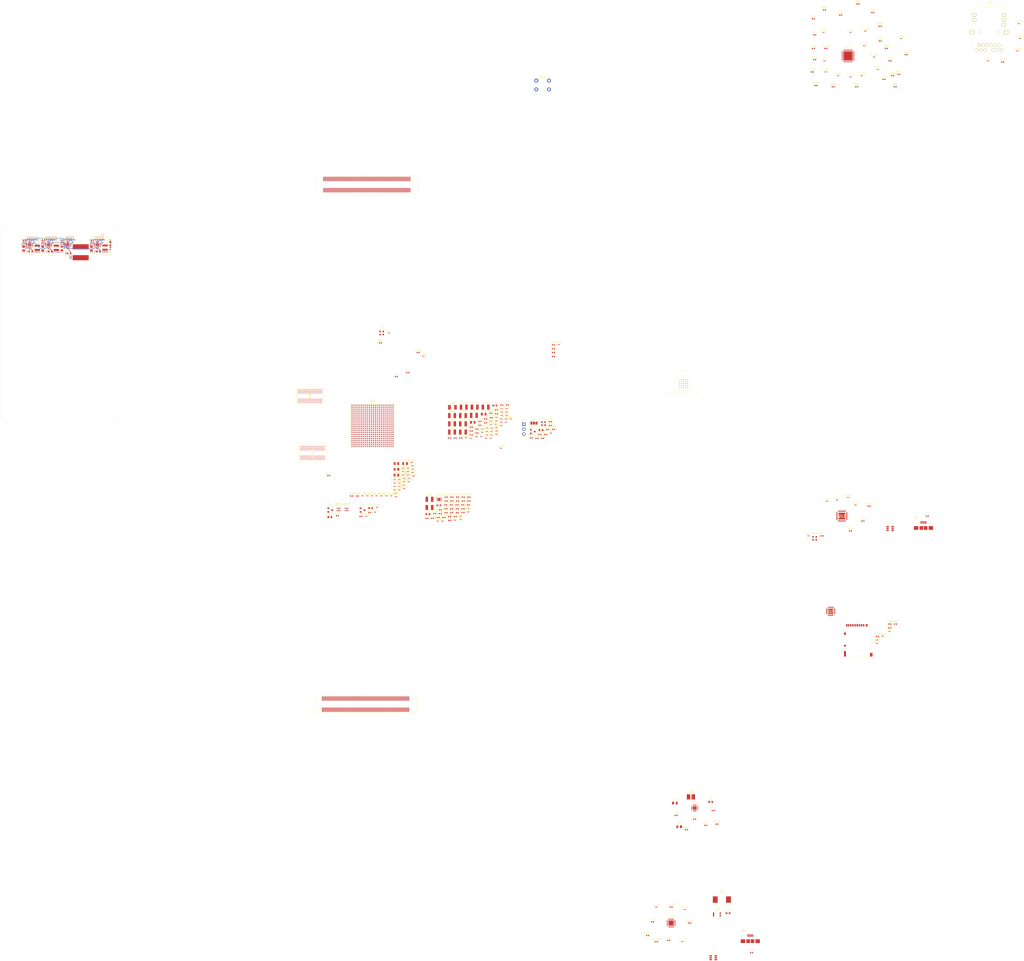
<source format=kicad_pcb>
(kicad_pcb (version 20171130) (host pcbnew 5.1.0)
  (layers (0 F.Cu signal) (1 In1.Cu.GND power hide) (2 In2.Cu.signal signal) (3 In3.Cu.signal signal) (4 In4.Cu.VDD power) (5 In5.Cu.GND power) (6 In6.Cu.signal signal) (7 In7.Cu.signal signal) (8 In8.Cu.VCC power hide) (31 B.Cu signal) (34 B.Paste user) (35 F.Paste user) (36 B.SilkS user) (37 F.SilkS user) (38 B.Mask user) (39 F.Mask user) (44 Edge.Cuts user))
  (net 0 "")
  (net 1 GND)
  (net 2 VIN)
  (net 3 "Net-(C2-Pad1)")
  (net 4 "Net-(C4-Pad1)")
  (net 5 "Net-(C6-Pad1)")
  (net 6 VCCBRAM)
  (net 7 PWR_B501)
  (net 8 +5V)
  (net 9 V3V3)
  (net 10 VCCO_DDR)
  (net 11 VCCO_13)
  (net 12 VCCO_33)
  (net 13 VCCO_34)
  (net 14 VCCO_35)
  (net 15 VCCPLL)
  (net 16 /BANK502/DDR3_VTT)
  (net 17 VTTREF)
  (net 18 GNDADC)
  (net 19 VCCADC)
  (net 20 VREFP)
  (net 21 ETH_RST#)
  (net 22 /ethernet/RXC)
  (net 23 "Net-(C172-Pad1)")
  (net 24 "Net-(D1-Pad6)")
  (net 25 "Net-(D1-Pad4)")
  (net 26 "Net-(D1-Pad3)")
  (net 27 "Net-(D1-Pad1)")
  (net 28 "Net-(D2-Pad6)")
  (net 29 "Net-(D2-Pad4)")
  (net 30 "Net-(D2-Pad3)")
  (net 31 "Net-(D2-Pad1)")
  (net 32 BANK33_LVDS_7_N)
  (net 33 BANK33_LVDS_8_N)
  (net 34 BANK33_LVDS_10_N)
  (net 35 BANK33_LVDS_10_P)
  (net 36 BANK33_LVDS_17_N)
  (net 37 BANK33_LVDS_18_N)
  (net 38 BANK33_LVDS_24_N)
  (net 39 BANK33_LVDS_24_P)
  (net 40 BANK13_LVDS_7_N)
  (net 41 BANK13_LVDS_8_N)
  (net 42 BANK13_LVDS_9_P)
  (net 43 BANK13_LVDS_9_N)
  (net 44 BANK13_LVDS_17_P)
  (net 45 BANK13_LVDS_17_N)
  (net 46 BANK13_LVDS_16_P)
  (net 47 BANK13_LVDS_16_N)
  (net 48 BANK13_LVDS_15_P)
  (net 49 BANK13_LVDS_15_N)
  (net 50 BANK33_LVDS_7_P)
  (net 51 BANK33_LVDS_8_P)
  (net 52 BANK33_LVDS_11_N)
  (net 53 BANK33_LVDS_12_N)
  (net 54 BANK33_LVDS_17_P)
  (net 55 BANK33_LVDS_18_P)
  (net 56 BANK33_LVDS_22_N)
  (net 57 BANK33_LVDS_23_N)
  (net 58 BANK13_LVDS_7_P)
  (net 59 BANK13_LVDS_8_P)
  (net 60 BANK13_LVDS_11_P)
  (net 61 BANK13_LVDS_11_N)
  (net 62 BANK13_LVDS_14_P)
  (net 63 BANK13_LVDS_14_N)
  (net 64 BANK13_LVDS_18_N)
  (net 65 DDR3_DQ24)
  (net 66 DDR3_DM3)
  (net 67 DDR3_DQ26)
  (net 68 BANK33_LVDS_9_N)
  (net 69 BANK33_LVDS_9_P)
  (net 70 BANK33_LVDS_11_P)
  (net 71 BANK33_LVDS_12_P)
  (net 72 BANK33_LVDS_14_N)
  (net 73 BANK33_LVDS_21_N)
  (net 74 BANK33_LVDS_22_P)
  (net 75 BANK33_LVDS_23_P)
  (net 76 BANK13_LVDS_10_P)
  (net 77 BANK13_LVDS_10_N)
  (net 78 BANK13_LVDS_12_P)
  (net 79 BANK13_LVDS_12_N)
  (net 80 BANK13_LVDS_13_P)
  (net 81 BANK13_LVDS_13_N)
  (net 82 BANK13_LVDS_18_P)
  (net 83 DDR3_DQ29)
  (net 84 DDR3_DQ31)
  (net 85 BANK33_LVDS_3_N)
  (net 86 BANK33_LVDS_4_N)
  (net 87 BANK33_LVDS_4_P)
  (net 88 BANK33_LVDS_13_N)
  (net 89 BANK33_LVDS_13_P)
  (net 90 BANK33_LVDS_14_P)
  (net 91 BANK33_LVDS_21_P)
  (net 92 BANK33_LVDS_20_N)
  (net 93 BANK13_LVDS_4_N)
  (net 94 BANK13_LVDS_3_P)
  (net 95 BANK13_LVDS_3_N)
  (net 96 BANK13_LVDS_2_N)
  (net 97 BANK13_LVDS_23_N)
  (net 98 BANK13_LVDS_24_P)
  (net 99 BANK13_LVDS_24_N)
  (net 100 DDR3_DQ30)
  (net 101 DDR3_DQS3_N)
  (net 102 DDR3_DQ28)
  (net 103 BANK33_LVDS_3_P)
  (net 104 BANK33_LVDS_5_N)
  (net 105 BANK33_LVDS_6_N)
  (net 106 BANK33_LVDS_6_P)
  (net 107 BANK33_LVDS_16_N)
  (net 108 BANK33_LVDS_19_N)
  (net 109 BANK33_LVDS_19_P)
  (net 110 BANK33_LVDS_20_P)
  (net 111 BANK13_LVDS_4_P)
  (net 112 BANK13_LVDS_1_P)
  (net 113 BANK13_LVDS_1_N)
  (net 114 BANK13_LVDS_2_P)
  (net 115 BANK13_LVDS_23_P)
  (net 116 BANK13_LVDS_21_P)
  (net 117 BANK13_LVDS_21_N)
  (net 118 DDR3_CKE)
  (net 119 DDR3_DQS3_P)
  (net 120 BANK33_LVDS_2_N)
  (net 121 BANK33_LVDS_1_N)
  (net 122 BANK33_LVDS_5_P)
  (net 123 BANK33_SE_0)
  (net 124 BANK33_LVDS_16_P)
  (net 125 BANK33_LVDS_15_N)
  (net 126 BANK33_LVDS_15_P)
  (net 127 BANK33_SE_25)
  (net 128 BANK13_LVDS_5_P)
  (net 129 BANK13_LVDS_5_N)
  (net 130 BANK13_LVDS_6_P)
  (net 131 BANK13_LVDS_6_N)
  (net 132 BANK13_SE_25)
  (net 133 BANK13_LVDS_22_P)
  (net 134 BANK13_LVDS_22_N)
  (net 135 BANK13_LVDS_20_N)
  (net 136 DDR3_DQ27)
  (net 137 DDR3_DQ25)
  (net 138 BANK33_LVDS_2_P)
  (net 139 BANK33_LVDS_1_P)
  (net 140 BANK34_LVDS_22_N)
  (net 141 BANK34_LVDS_23_N)
  (net 142 BANK34_LVDS_21_N)
  (net 143 BANK34_LVDS_21_P)
  (net 144 "Net-(IC1-PadT14)")
  (net 145 "Net-(IC1-PadT13)")
  (net 146 FPGA_DONE)
  (net 147 "Net-(IC1-PadT11)")
  (net 148 BANK13_LVDS_19_N)
  (net 149 BANK13_LVDS_20_P)
  (net 150 DDR3_DQ17)
  (net 151 DDR3_DQ21)
  (net 152 DDR3_DQ19)
  (net 153 BANK34_LVDS_17_N)
  (net 154 BANK34_LVDS_17_P)
  (net 155 BANK34_LVDS_22_P)
  (net 156 BANK34_LVDS_23_P)
  (net 157 BANK34_LVDS_24_N)
  (net 158 BANK34_SE_25)
  (net 159 BANK13_SE_0)
  (net 160 BANK13_LVDS_19_P)
  (net 161 DDR3_RAS#)
  (net 162 DDR3_WE#)
  (net 163 DDR3_DQ20)
  (net 164 DDR3_DQ23)
  (net 165 BANK34_LVDS_16_N)
  (net 166 BANK34_LVDS_18_N)
  (net 167 BANK34_LVDS_18_P)
  (net 168 BANK34_LVDS_20_N)
  (net 169 BANK34_LVDS_20_P)
  (net 170 BANK34_LVDS_24_P)
  (net 171 BANK34_LVDS_19_N)
  (net 172 DDR3_CS#)
  (net 173 DDR3_ODT)
  (net 174 DDR3_CAS#)
  (net 175 DDR3_DQS2_N)
  (net 176 DDR3_DM2)
  (net 177 BANK34_LVDS_16_P)
  (net 178 BANK34_LVDS_14_N)
  (net 179 BANK34_LVDS_14_P)
  (net 180 BANK34_LVDS_5_N)
  (net 181 BANK34_LVDS_5_P)
  (net 182 BANK34_LVDS_19_P)
  (net 183 "Net-(IC1-PadN7)")
  (net 184 DDR3_CK_N)
  (net 185 DDR3_CK_P)
  (net 186 DDR3_DQ18)
  (net 187 DDR3_DQS2_P)
  (net 188 BANK34_LVDS_15_N)
  (net 189 BANK34_LVDS_15_P)
  (net 190 BANK34_LVDS_13_N)
  (net 191 BANK34_LVDS_13_P)
  (net 192 BANK34_LVDS_4_N)
  (net 193 BANK34_LVDS_6_N)
  (net 194 BANK34_LVDS_6_P)
  (net 195 XADC0_N)
  (net 196 "Net-(IC1-PadM7)")
  (net 197 DDR3_BA2)
  (net 198 DDR3_A1)
  (net 199 DDR3_A0)
  (net 200 DDR3_DQ22)
  (net 201 DDR3_DQ16)
  (net 202 BANK34_LVDS_10_N)
  (net 203 BANK34_LVDS_10_P)
  (net 204 BANK34_LVDS_12_N)
  (net 205 BANK34_LVDS_12_P)
  (net 206 BANK34_LVDS_4_P)
  (net 207 BANK34_LVDS_3_N)
  (net 208 XADC0_P)
  (net 209 DDR3_BA0)
  (net 210 DDR3_BA1)
  (net 211 DDR3_A3)
  (net 212 DDR3_DQ12)
  (net 213 DDR3_DQ11)
  (net 214 DDR3_DQ10)
  (net 215 BANK34_LVDS_9_N)
  (net 216 BANK34_LVDS_11_N)
  (net 217 BANK34_LVDS_11_P)
  (net 218 BANK34_LVDS_7_N)
  (net 219 BANK34_LVDS_3_P)
  (net 220 BANK34_LVDS_1_N)
  (net 221 DDR3_A4)
  (net 222 DDR3_A5)
  (net 223 DDR3_A2)
  (net 224 DDR3_DQ15)
  (net 225 DDR3_DQ13)
  (net 226 BANK34_LVDS_8_N)
  (net 227 BANK34_LVDS_8_P)
  (net 228 BANK34_LVDS_9_P)
  (net 229 BANK34_LVDS_7_P)
  (net 230 BANK34_LVDS_2_N)
  (net 231 BANK34_LVDS_2_P)
  (net 232 BANK34_LVDS_1_P)
  (net 233 DDR3_A6)
  (net 234 DDR3_A7)
  (net 235 DDR3_A8)
  (net 236 DDR3_A10)
  (net 237 DDR3_DQS1_N)
  (net 238 DDR3_DQ14)
  (net 239 BANK35_LVDS_24_P)
  (net 240 BANK35_LVDS_19_N)
  (net 241 BANK35_LVDS_19_P)
  (net 242 BANK35_SE_25)
  (net 243 BANK35_SE_0)
  (net 244 BANK34_SE_0)
  (net 245 JTAG_TDI)
  (net 246 DDR3_A9)
  (net 247 DDR3_A12)
  (net 248 DDR3_DM1)
  (net 249 DDR3_DQS1_P)
  (net 250 BANK35_LVDS_24_N)
  (net 251 BANK35_LVDS_22_N)
  (net 252 BANK35_LVDS_22_P)
  (net 253 BANK35_LVDS_20_P)
  (net 254 BANK35_LVDS_6_P)
  (net 255 BANK35_LVDS_4_N)
  (net 256 BANK35_LVDS_4_P)
  (net 257 JTAG_TDO)
  (net 258 USB_D1)
  (net 259 JTAG_TMS)
  (net 260 JTAG_TCK)
  (net 261 "Net-(IC1-PadG10)")
  (net 262 PS_MIO10)
  (net 263 /BANK500/PS_MIO0)
  (net 264 DDR3_A11)
  (net 265 DDR3_A14)
  (net 266 DDR3_DQ8)
  (net 267 DDR3_DQ9)
  (net 268 BANK35_LVDS_23_N)
  (net 269 BANK35_LVDS_23_P)
  (net 270 BANK35_LVDS_20_N)
  (net 271 BANK35_LVDS_5_P)
  (net 272 BANK35_LVDS_6_N)
  (net 273 BANK35_LVDS_1_P)
  (net 274 USB_D3)
  (net 275 USB_D6)
  (net 276 ETH_RX_D2)
  (net 277 ETH_TX_CTRL)
  (net 278 USB_NXT)
  (net 279 "Net-(IC1-PadF7)")
  (net 280 QSPI_DQ1)
  (net 281 DDR3_A13)
  (net 282 DDR3_RST#)
  (net 283 DDR3_DQ6)
  (net 284 DDR3_DQ7)
  (net 285 BANK35_LVDS_17_P)
  (net 286 BANK35_LVDS_21_N)
  (net 287 BANK35_LVDS_21_P)
  (net 288 BANK35_LVDS_5_N)
  (net 289 BANK35_LVDS_1_N)
  (net 290 BANK35_LVDS_3_P)
  (net 291 "Net-(IC1-PadE14)")
  (net 292 SD_D2)
  (net 293 ETH_RX_D0)
  (net 294 ETH_TX_D2)
  (net 295 ETH_TX_D0)
  (net 296 USB_DIR)
  (net 297 USB_UART_TxD)
  (net 298 /BANK500/PS_MIO8)
  (net 299 QSPI_DQ2)
  (net 300 DDR3_DQ4)
  (net 301 DDR3_DQ5)
  (net 302 BANK35_LVDS_16_P)
  (net 303 BANK35_LVDS_17_N)
  (net 304 BANK35_LVDS_14_P)
  (net 305 BANK35_LVDS_12_P)
  (net 306 BANK35_LVDS_2_N)
  (net 307 BANK35_LVDS_2_P)
  (net 308 BANK35_LVDS_3_N)
  (net 309 PS_MIO51)
  (net 310 SD_CD)
  (net 311 ETH_MDC)
  (net 312 SD_D0)
  (net 313 ETH_RX_CTRL)
  (net 314 ETH_TX_CLK)
  (net 315 /BANK500/PS_MIO7)
  (net 316 DDR3_DQ3)
  (net 317 DDR3_DQS0_N)
  (net 318 DDR3_DQ0)
  (net 319 BANK35_LVDS_16_N)
  (net 320 BANK35_LVDS_14_N)
  (net 321 BANK35_LVDS_12_N)
  (net 322 BANK35_LVDS_11_N)
  (net 323 BANK35_LVDS_11_P)
  (net 324 BANK35_LVDS_7_P)
  (net 325 ETH_INT)
  (net 326 USB_D7)
  (net 327 ETH_MDIO)
  (net 328 PS_MIO50)
  (net 329 CARRIER_SRST#)
  (net 330 SD_CMD)
  (net 331 USB_D0)
  (net 332 PS_MIO12)
  (net 333 PS_MIO9)
  (net 334 DDR3_DQ1)
  (net 335 DDR3_DQS0_P)
  (net 336 BANK35_LVDS_18_N)
  (net 337 BANK35_LVDS_18_P)
  (net 338 BANK35_LVDS_13_N)
  (net 339 BANK35_LVDS_13_P)
  (net 340 BANK35_LVDS_8_N)
  (net 341 BANK35_LVDS_8_P)
  (net 342 BANK35_LVDS_7_N)
  (net 343 USB_D5)
  (net 344 USB_D2)
  (net 345 SD_D1)
  (net 346 USB_RST#)
  (net 347 SD_D3)
  (net 348 ETH_RX_D1)
  (net 349 USB_UART_RxD)
  (net 350 PG_MODULE)
  (net 351 PS_MIO11)
  (net 352 DDR3_DQ2)
  (net 353 DDR3_DM0)
  (net 354 BANK35_LVDS_15_N)
  (net 355 BANK35_LVDS_15_P)
  (net 356 BANK35_LVDS_10_N)
  (net 357 BANK35_LVDS_10_P)
  (net 358 BANK35_LVDS_9_N)
  (net 359 BANK35_LVDS_9_P)
  (net 360 ETH_RX_CLK)
  (net 361 ETH_RX_D3)
  (net 362 USB_D4)
  (net 363 USB_STP)
  (net 364 USB_CLK)
  (net 365 ETH_TX_D3)
  (net 366 ETH_TX_D1)
  (net 367 PS_MIO13)
  (net 368 QSPI_SCK)
  (net 369 QSPI_DQ3)
  (net 370 QSPI_DQ0)
  (net 371 QSPI_CS#)
  (net 372 "Net-(IC2-Pad48)")
  (net 373 "Net-(IC2-Pad46)")
  (net 374 "Net-(IC2-Pad45)")
  (net 375 "Net-(IC2-Pad44)")
  (net 376 "Net-(IC2-Pad42)")
  (net 377 "Net-(IC2-Pad39)")
  (net 378 /ethernet/PHY_AD1)
  (net 379 /ethernet/PHY_AD0)
  (net 380 "Net-(IC2-Pad33)")
  (net 381 /ethernet/RXDLY)
  (net 382 /ethernet/AN1)
  (net 383 /ethernet/AN0)
  (net 384 /ethernet/TXDLY)
  (net 385 /ethernet/SELRGV)
  (net 386 /ethernet/PHY_AD2)
  (net 387 "Net-(IC2-Pad12)")
  (net 388 "Net-(IC2-Pad11)")
  (net 389 "Net-(IC2-Pad10)")
  (net 390 "Net-(IC2-Pad8)")
  (net 391 "Net-(IC2-Pad7)")
  (net 392 "Net-(IC2-Pad5)")
  (net 393 "Net-(IC2-Pad4)")
  (net 394 "Net-(IC2-Pad2)")
  (net 395 "Net-(IC2-Pad1)")
  (net 396 "Net-(J1-Pad2)")
  (net 397 GNDPWR)
  (net 398 "Net-(J2-Pad4)")
  (net 399 "Net-(J3-Pad17)")
  (net 400 "Net-(J3-Pad15)")
  (net 401 "Net-(J3-Pad13)")
  (net 402 "Net-(J4-Pad7)")
  (net 403 "Net-(J4-Pad5)")
  (net 404 "Net-(J4-Pad3)")
  (net 405 "Net-(J4-Pad2)")
  (net 406 "Net-(J4-Pad1)")
  (net 407 "Net-(J4-Pad8)")
  (net 408 "Net-(J4-Pad9)")
  (net 409 "Net-(J5-Pad4)")
  (net 410 "Net-(J6-Pad22)")
  (net 411 "Net-(J6-Pad21)")
  (net 412 "Net-(J6-Pad20)")
  (net 413 "Net-(J6-Pad19)")
  (net 414 "Net-(J6-Pad18)")
  (net 415 "Net-(J6-Pad16)")
  (net 416 PG_1V8)
  (net 417 "Net-(J6-Pad8)")
  (net 418 PWR_EN)
  (net 419 "Net-(L1-Pad1)")
  (net 420 "Net-(L2-Pad1)")
  (net 421 "Net-(L3-Pad1)")
  (net 422 "Net-(L4-Pad1)")
  (net 423 "Net-(L5-Pad1)")
  (net 424 "Net-(LED1-Pad2)")
  (net 425 "Net-(LED2-Pad2)")
  (net 426 "Net-(LED3-Pad2)")
  (net 427 "Net-(Q1-Pad2)")
  (net 428 "Net-(Q2-Pad2)")
  (net 429 "Net-(R2-Pad2)")
  (net 430 "Net-(R4-Pad2)")
  (net 431 "Net-(R6-Pad2)")
  (net 432 /pwrcvt/PG_1V)
  (net 433 /pwrcvt/PG_5V)
  (net 434 "Net-(R14-Pad2)")
  (net 435 "Net-(R16-Pad2)")
  (net 436 /pwrcvt/PG_1V35)
  (net 437 "Net-(R25-Pad1)")
  (net 438 SD_CLK)
  (net 439 "Net-(R38-Pad1)")
  (net 440 "Net-(R39-Pad1)")
  (net 441 "Net-(R68-Pad1)")
  (net 442 "Net-(R69-Pad1)")
  (net 443 "Net-(R70-Pad1)")
  (net 444 "Net-(R71-Pad2)")
  (net 445 "Net-(R71-Pad1)")
  (net 446 "Net-(R72-Pad2)")
  (net 447 "Net-(R81-Pad1)")
  (net 448 "Net-(R103-Pad1)")
  (net 449 "Net-(RP2-Pad1)")
  (net 450 5V_EN)
  (net 451 "Net-(U9-PadM7)")
  (net 452 "Net-(U9-PadL9)")
  (net 453 "Net-(U9-PadL1)")
  (net 454 "Net-(U9-PadJ9)")
  (net 455 "Net-(U9-PadJ1)")
  (net 456 "Net-(U10-PadM7)")
  (net 457 "Net-(U10-PadL9)")
  (net 458 "Net-(U10-PadL1)")
  (net 459 "Net-(U10-PadJ9)")
  (net 460 "Net-(U10-PadJ1)")
  (net 461 "Net-(U12-Pad25)")
  (net 462 "Net-(U12-Pad16)")
  (net 463 "Net-(U12-Pad15)")
  (net 464 "Net-(U12-Pad12)")
  (net 465 "Net-(U15-Pad15)")
  (net 466 "Net-(U15-Pad14)")
  (net 467 "Net-(U15-Pad13)")
  (net 468 "Net-(U15-Pad12)")
  (net 469 "Net-(U15-Pad10)")
  (net 470 "Net-(U15-Pad8)")
  (net 471 "Net-(U16-Pad24)")
  (net 472 "Net-(U16-Pad23)")
  (net 473 "Net-(U16-Pad22)")
  (net 474 "Net-(U16-Pad19)")
  (net 475 "Net-(U16-Pad18)")
  (net 476 "Net-(U16-Pad17)")
  (net 477 "Net-(U16-Pad16)")
  (net 478 "Net-(U16-Pad15)")
  (net 479 "Net-(U16-Pad14)")
  (net 480 "Net-(U16-Pad13)")
  (net 481 "Net-(U16-Pad12)")
  (net 482 "Net-(U16-Pad11)")
  (net 483 "Net-(U16-Pad10)")
  (net 484 "Net-(U16-Pad1)")
  (net 485 "Net-(C10-Pad1)")
  (net 486 "Net-(C12-Pad1)")
  (net 487 "Net-(C83-Pad1)")
  (net 488 "Net-(C148-Pad1)")
  (net 489 "Net-(C157-Pad1)")
  (net 490 "Net-(C162-Pad1)")
  (net 491 "Net-(C173-Pad1)")
  (net 492 "Net-(C175-Pad1)")
  (net 493 "Net-(C177-Pad1)")
  (module microzed:SRN3015 (layer F.Cu) (at -40.9 11.5 180)
    (fp_text reference L2 (at 0.1 2.6 180) (layer F.SilkS) (effects (font (size 1.27 1.27) (thickness 0.254))))
    (fp_text value 1.0µH hide)
    (pad 2 smd rect (at 0 -1.1 270) (size 1 2.7) (layers F.Cu F.Paste F.Mask) (net 7 PWR_B501))
    (pad 1 smd rect (at 0 1.1 270) (size 1 2.7) (layers F.Cu F.Paste F.Mask) (net 420 "Net-(L2-Pad1)"))
  )
  (module microzed:SRN3015 (layer F.Cu) (at -31.1 11.5 180)
    (fp_text reference L5 (at 0 2.6 180) (layer F.SilkS) (effects (font (size 1.27 1.27) (thickness 0.254))))
    (fp_text value 1.0µH hide)
    (pad 2 smd rect (at 0 -1.1 270) (size 1 2.7) (layers F.Cu F.Paste F.Mask) (net 10 VCCO_DDR))
    (pad 1 smd rect (at 0 1.1 270) (size 1 2.7) (layers F.Cu F.Paste F.Mask) (net 423 "Net-(L5-Pad1)"))
  )
  (module Capacitor_SMD:C_0805_2012Metric (layer F.Cu) (at -38.1 11.9 270)
    (fp_text reference C11 (at 2.45 0) (layer F.SilkS))
    (fp_text value 10µF)
    (pad 2 smd roundrect (at 0.9375 0 270) (size 0.975 1.4) (layers F.Cu F.Paste F.Mask) (net 1 GND))
    (pad 1 smd roundrect (at -0.9375 0 270) (size 0.975 1.4) (layers F.Cu F.Paste F.Mask) (net 2 VIN))
  )
  (module Capacitor_SMD:C_0805_2012Metric (layer F.Cu) (at -28.3 11.9 270)
    (fp_text reference C1 (at 2.4 0) (layer F.SilkS))
    (fp_text value 10µF)
    (pad 2 smd roundrect (at 0.9375 0 270) (size 0.975 1.4) (layers F.Cu F.Paste F.Mask) (net 1 GND))
    (pad 1 smd roundrect (at -0.9375 0 270) (size 0.975 1.4) (layers F.Cu F.Paste F.Mask) (net 2 VIN))
  )
  (module Resistor_SMD:R_0402_1005Metric (layer B.Cu) (at -9.7 7.4 180)
    (fp_text reference R19 (at 0 1.1 180) (layer B.SilkS) (effects (justify mirror)))
    (fp_text value 300k)
    (pad 1 smd roundrect (at -0.485 0 180) (size 0.59 0.64) (layers B.Cu B.Paste B.Mask) (net 350 PG_MODULE))
    (pad 2 smd roundrect (at 0.485 0 180) (size 0.59 0.64) (layers B.Cu B.Paste B.Mask) (net 1 GND))
  )
  (module microzed:SRN8040 (layer F.Cu) (at -18.6 13.8 270)
    (fp_text reference L1 (at -5.3 0) (layer F.SilkS) (effects (font (size 1.27 1.27) (thickness 0.254))))
    (fp_text value 2.2µH hide)
    (pad 2 smd rect (at 2.8 0 270) (size 2.6 8.2) (layers F.Cu F.Paste F.Mask) (net 6 VCCBRAM))
    (pad 1 smd rect (at -2.8 0 270) (size 2.6 8.2) (layers F.Cu F.Paste F.Mask) (net 419 "Net-(L1-Pad1)"))
  )
  (module microzed:SRN3015 (layer F.Cu) (at -6.1 11.4 180)
    (fp_text reference L4 (at -0.8 -3.6 180) (layer F.SilkS) (effects (font (size 1.27 1.27) (thickness 0.254))))
    (fp_text value 1.0µH hide)
    (pad 2 smd rect (at 0 -1.1 270) (size 1 2.7) (layers F.Cu F.Paste F.Mask) (net 9 V3V3))
    (pad 1 smd rect (at 0 1.1 270) (size 1 2.7) (layers F.Cu F.Paste F.Mask) (net 422 "Net-(L4-Pad1)"))
  )
  (module Capacitor_SMD:C_0402_1005Metric (layer F.Cu) (at 292.27 310.21)
    (fp_text reference C181 (at 0 -1.17) (layer F.SilkS))
    (fp_text value 0.1µF)
    (pad 2 smd roundrect (at 0.485 0) (size 0.59 0.64) (layers F.Cu F.Paste F.Mask) (net 2 VIN))
    (pad 1 smd roundrect (at -0.485 0) (size 0.59 0.64) (layers F.Cu F.Paste F.Mask) (net 1 GND))
  )
  (module Capacitor_SMD:C_0402_1005Metric (layer F.Cu) (at -47.8 8.4 270)
    (fp_text reference C180 (at -0.6 1.1 270) (layer F.SilkS))
    (fp_text value 0.1µF)
    (pad 2 smd roundrect (at 0.485 0 270) (size 0.59 0.64) (layers F.Cu F.Paste F.Mask) (net 2 VIN))
    (pad 1 smd roundrect (at -0.485 0 270) (size 0.59 0.64) (layers F.Cu F.Paste F.Mask) (net 1 GND))
  )
  (module Capacitor_SMD:C_0402_1005Metric (layer F.Cu) (at -28.2 8.4 270)
    (fp_text reference C179 (at -0.6 1.1 270) (layer F.SilkS))
    (fp_text value 0.1µF)
    (pad 2 smd roundrect (at 0.485 0 270) (size 0.59 0.64) (layers F.Cu F.Paste F.Mask) (net 2 VIN))
    (pad 1 smd roundrect (at -0.485 0 270) (size 0.59 0.64) (layers F.Cu F.Paste F.Mask) (net 1 GND))
  )
  (module Capacitor_SMD:C_0402_1005Metric (layer F.Cu) (at -38 8.4 270)
    (fp_text reference C178 (at -0.5 1.215 270) (layer F.SilkS))
    (fp_text value 0.1µF)
    (pad 2 smd roundrect (at 0.485 0 270) (size 0.59 0.64) (layers F.Cu F.Paste F.Mask) (net 2 VIN))
    (pad 1 smd roundrect (at -0.485 0 270) (size 0.59 0.64) (layers F.Cu F.Paste F.Mask) (net 1 GND))
  )
  (module Capacitor_SMD:C_0805_2012Metric (layer F.Cu) (at 288.61 308.7)
    (fp_text reference C5 (at 0 -1.65) (layer F.SilkS))
    (fp_text value 10µF)
    (pad 2 smd roundrect (at 0.9375 0) (size 0.975 1.4) (layers F.Cu F.Paste F.Mask) (net 1 GND))
    (pad 1 smd roundrect (at -0.9375 0) (size 0.975 1.4) (layers F.Cu F.Paste F.Mask) (net 2 VIN))
  )
  (module Capacitor_SMD:C_0805_2012Metric (layer F.Cu) (at -47.9 11.9 270)
    (fp_text reference C3 (at 2.4 0) (layer F.SilkS))
    (fp_text value 10µF)
    (pad 2 smd roundrect (at 0.9375 0 270) (size 0.975 1.4) (layers F.Cu F.Paste F.Mask) (net 1 GND))
    (pad 1 smd roundrect (at -0.9375 0 270) (size 0.975 1.4) (layers F.Cu F.Paste F.Mask) (net 2 VIN))
  )
  (module Package_DFN_QFN:QFN-16-1EP_3x3mm_P0.5mm_EP1.7x1.7mm (layer F.Cu) (at -10 10 180)
    (fp_text reference U4 (at 1.4 -2.6 180) (layer F.SilkS))
    (fp_text value TLV62130RGTR)
    (pad 16 smd roundrect (at -0.75 -1.4625 180) (size 0.25 0.825) (layers F.Cu F.Paste F.Mask) (net 1 GND))
    (pad 15 smd roundrect (at -0.25 -1.4625 180) (size 0.25 0.825) (layers F.Cu F.Paste F.Mask) (net 1 GND))
    (pad 14 smd roundrect (at 0.25 -1.4625 180) (size 0.25 0.825) (layers F.Cu F.Paste F.Mask) (net 9 V3V3))
    (pad 13 smd roundrect (at 0.75 -1.4625 180) (size 0.25 0.825) (layers F.Cu F.Paste F.Mask) (net 436 /pwrcvt/PG_1V35))
    (pad 12 smd roundrect (at 1.4625 -0.75 180) (size 0.825 0.25) (layers F.Cu F.Paste F.Mask) (net 2 VIN))
    (pad 11 smd roundrect (at 1.4625 -0.25 180) (size 0.825 0.25) (layers F.Cu F.Paste F.Mask) (net 2 VIN))
    (pad 10 smd roundrect (at 1.4625 0.25 180) (size 0.825 0.25) (layers F.Cu F.Paste F.Mask) (net 2 VIN))
    (pad 9 smd roundrect (at 1.4625 0.75 180) (size 0.825 0.25) (layers F.Cu F.Paste F.Mask) (net 485 "Net-(C10-Pad1)"))
    (pad 8 smd roundrect (at 0.75 1.4625 180) (size 0.25 0.825) (layers F.Cu F.Paste F.Mask) (net 1 GND))
    (pad 7 smd roundrect (at 0.25 1.4625 180) (size 0.25 0.825) (layers F.Cu F.Paste F.Mask) (net 1 GND))
    (pad 6 smd roundrect (at -0.25 1.4625 180) (size 0.25 0.825) (layers F.Cu F.Paste F.Mask) (net 1 GND))
    (pad 5 smd roundrect (at -0.75 1.4625 180) (size 0.25 0.825) (layers F.Cu F.Paste F.Mask) (net 434 "Net-(R14-Pad2)"))
    (pad 4 smd roundrect (at -1.4625 0.75 180) (size 0.825 0.25) (layers F.Cu F.Paste F.Mask) (net 350 PG_MODULE))
    (pad 3 smd roundrect (at -1.4625 0.25 180) (size 0.825 0.25) (layers F.Cu F.Paste F.Mask) (net 422 "Net-(L4-Pad1)"))
    (pad 2 smd roundrect (at -1.4625 -0.25 180) (size 0.825 0.25) (layers F.Cu F.Paste F.Mask) (net 422 "Net-(L4-Pad1)"))
    (pad 1 smd roundrect (at -1.4625 -0.75 180) (size 0.825 0.25) (layers F.Cu F.Paste F.Mask) (net 422 "Net-(L4-Pad1)"))
    (pad 17 smd roundrect (at 0 0 180) (size 1.7 1.7) (layers F.Cu F.Mask) (roundrect_rratio 0.147059) (net 1 GND))
  )
  (module Capacitor_SMD:C_0402_1005Metric (layer F.Cu) (at -13 8.4 270)
    (fp_text reference C14 (at -0.2 1.2 270) (layer F.SilkS))
    (fp_text value 0.1µF)
    (pad 2 smd roundrect (at 0.485 0 270) (size 0.59 0.64) (layers F.Cu F.Paste F.Mask) (net 2 VIN))
    (pad 1 smd roundrect (at -0.485 0 270) (size 0.59 0.64) (layers F.Cu F.Paste F.Mask) (net 1 GND))
  )
  (module Capacitor_SMD:C_0402_1005Metric (layer F.Cu) (at -11.6 7.4)
    (fp_text reference C10 (at -0.5 -1.3) (layer F.SilkS))
    (fp_text value 3300pF)
    (pad 2 smd roundrect (at 0.485 0) (size 0.59 0.64) (layers F.Cu F.Paste F.Mask) (net 1 GND))
    (pad 1 smd roundrect (at -0.485 0) (size 0.59 0.64) (layers F.Cu F.Paste F.Mask) (net 485 "Net-(C10-Pad1)"))
  )
  (module Package_DFN_QFN:QFN-24-1EP_4x4mm_P0.5mm_EP2.6x2.6mm (layer F.Cu) (at 284.48 358.14)
    (fp_text reference U16 (at 0 -3.3) (layer F.SilkS))
    (fp_text value CP2104-F03-GM)
    (pad 24 smd roundrect (at -1.25 -1.9375) (size 0.25 0.825) (layers F.Cu F.Paste F.Mask) (net 471 "Net-(U16-Pad24)"))
    (pad 23 smd roundrect (at -0.75 -1.9375) (size 0.25 0.825) (layers F.Cu F.Paste F.Mask) (net 472 "Net-(U16-Pad23)"))
    (pad 22 smd roundrect (at -0.25 -1.9375) (size 0.25 0.825) (layers F.Cu F.Paste F.Mask) (net 473 "Net-(U16-Pad22)"))
    (pad 21 smd roundrect (at 0.25 -1.9375) (size 0.25 0.825) (layers F.Cu F.Paste F.Mask) (net 349 USB_UART_RxD))
    (pad 20 smd roundrect (at 0.75 -1.9375) (size 0.25 0.825) (layers F.Cu F.Paste F.Mask) (net 297 USB_UART_TxD))
    (pad 19 smd roundrect (at 1.25 -1.9375) (size 0.25 0.825) (layers F.Cu F.Paste F.Mask) (net 474 "Net-(U16-Pad19)"))
    (pad 18 smd roundrect (at 1.9375 -1.25) (size 0.825 0.25) (layers F.Cu F.Paste F.Mask) (net 475 "Net-(U16-Pad18)"))
    (pad 17 smd roundrect (at 1.9375 -0.75) (size 0.825 0.25) (layers F.Cu F.Paste F.Mask) (net 476 "Net-(U16-Pad17)"))
    (pad 16 smd roundrect (at 1.9375 -0.25) (size 0.825 0.25) (layers F.Cu F.Paste F.Mask) (net 477 "Net-(U16-Pad16)"))
    (pad 15 smd roundrect (at 1.9375 0.25) (size 0.825 0.25) (layers F.Cu F.Paste F.Mask) (net 478 "Net-(U16-Pad15)"))
    (pad 14 smd roundrect (at 1.9375 0.75) (size 0.825 0.25) (layers F.Cu F.Paste F.Mask) (net 479 "Net-(U16-Pad14)"))
    (pad 13 smd roundrect (at 1.9375 1.25) (size 0.825 0.25) (layers F.Cu F.Paste F.Mask) (net 480 "Net-(U16-Pad13)"))
    (pad 12 smd roundrect (at 1.25 1.9375) (size 0.25 0.825) (layers F.Cu F.Paste F.Mask) (net 481 "Net-(U16-Pad12)"))
    (pad 11 smd roundrect (at 0.75 1.9375) (size 0.25 0.825) (layers F.Cu F.Paste F.Mask) (net 482 "Net-(U16-Pad11)"))
    (pad 10 smd roundrect (at 0.25 1.9375) (size 0.25 0.825) (layers F.Cu F.Paste F.Mask) (net 483 "Net-(U16-Pad10)"))
    (pad 9 smd roundrect (at -0.25 1.9375) (size 0.25 0.825) (layers F.Cu F.Paste F.Mask) (net 23 "Net-(C172-Pad1)"))
    (pad 8 smd roundrect (at -0.75 1.9375) (size 0.25 0.825) (layers F.Cu F.Paste F.Mask) (net 448 "Net-(R103-Pad1)"))
    (pad 7 smd roundrect (at -1.25 1.9375) (size 0.25 0.825) (layers F.Cu F.Paste F.Mask) (net 492 "Net-(C175-Pad1)"))
    (pad 6 smd roundrect (at -1.9375 1.25) (size 0.825 0.25) (layers F.Cu F.Paste F.Mask) (net 491 "Net-(C173-Pad1)"))
    (pad 5 smd roundrect (at -1.9375 0.75) (size 0.825 0.25) (layers F.Cu F.Paste F.Mask) (net 491 "Net-(C173-Pad1)"))
    (pad 4 smd roundrect (at -1.9375 0.25) (size 0.825 0.25) (layers F.Cu F.Paste F.Mask) (net 30 "Net-(D2-Pad3)"))
    (pad 3 smd roundrect (at -1.9375 -0.25) (size 0.825 0.25) (layers F.Cu F.Paste F.Mask) (net 29 "Net-(D2-Pad4)"))
    (pad 2 smd roundrect (at -1.9375 -0.75) (size 0.825 0.25) (layers F.Cu F.Paste F.Mask) (net 1 GND))
    (pad 1 smd roundrect (at -1.9375 -1.25) (size 0.825 0.25) (layers F.Cu F.Paste F.Mask) (net 484 "Net-(U16-Pad1)"))
    (pad 25 smd roundrect (at 0 0) (size 2.6 2.6) (layers F.Cu F.Mask) (roundrect_rratio 0.096154) (net 1 GND))
  )
  (module microzed:QFN50P400X400X80-25N-D (layer F.Cu) (at 366.395 198.12)
    (fp_text reference U15 (at 0 0) (layer F.SilkS) (effects (font (size 1.27 1.27) (thickness 0.254))))
    (fp_text value TXS02612RTWR hide)
    (pad 25 smd rect (at 0 0) (size 2.55 2.55) (layers F.Cu F.Paste F.Mask) (net 1 GND))
    (pad 24 smd rect (at -1.25 -2) (size 0.3 0.8) (layers F.Cu F.Paste F.Mask) (net 1 GND))
    (pad 23 smd rect (at -0.75 -2) (size 0.3 0.8) (layers F.Cu F.Paste F.Mask) (net 406 "Net-(J4-Pad1)"))
    (pad 22 smd rect (at -0.25 -2) (size 0.3 0.8) (layers F.Cu F.Paste F.Mask) (net 405 "Net-(J4-Pad2)"))
    (pad 21 smd rect (at 0.25 -2) (size 0.3 0.8) (layers F.Cu F.Paste F.Mask) (net 9 V3V3))
    (pad 20 smd rect (at 0.75 -2) (size 0.3 0.8) (layers F.Cu F.Paste F.Mask) (net 404 "Net-(J4-Pad3)"))
    (pad 19 smd rect (at 1.25 -2) (size 0.3 0.8) (layers F.Cu F.Paste F.Mask) (net 403 "Net-(J4-Pad5)"))
    (pad 18 smd rect (at 2 -1.25 90) (size 0.3 0.8) (layers F.Cu F.Paste F.Mask) (net 402 "Net-(J4-Pad7)"))
    (pad 17 smd rect (at 2 -0.75 90) (size 0.3 0.8) (layers F.Cu F.Paste F.Mask) (net 9 V3V3))
    (pad 16 smd rect (at 2 -0.25 90) (size 0.3 0.8) (layers F.Cu F.Paste F.Mask) (net 407 "Net-(J4-Pad8)"))
    (pad 15 smd rect (at 2 0.25 90) (size 0.3 0.8) (layers F.Cu F.Paste F.Mask) (net 465 "Net-(U15-Pad15)"))
    (pad 14 smd rect (at 2 0.75 90) (size 0.3 0.8) (layers F.Cu F.Paste F.Mask) (net 466 "Net-(U15-Pad14)"))
    (pad 13 smd rect (at 2 1.25 90) (size 0.3 0.8) (layers F.Cu F.Paste F.Mask) (net 467 "Net-(U15-Pad13)"))
    (pad 12 smd rect (at 1.25 2) (size 0.3 0.8) (layers F.Cu F.Paste F.Mask) (net 468 "Net-(U15-Pad12)"))
    (pad 11 smd rect (at 0.75 2) (size 0.3 0.8) (layers F.Cu F.Paste F.Mask) (net 1 GND))
    (pad 10 smd rect (at 0.25 2) (size 0.3 0.8) (layers F.Cu F.Paste F.Mask) (net 469 "Net-(U15-Pad10)"))
    (pad 9 smd rect (at -0.25 2) (size 0.3 0.8) (layers F.Cu F.Paste F.Mask) (net 438 SD_CLK))
    (pad 8 smd rect (at -0.75 2) (size 0.3 0.8) (layers F.Cu F.Paste F.Mask) (net 470 "Net-(U15-Pad8)"))
    (pad 7 smd rect (at -1.25 2) (size 0.3 0.8) (layers F.Cu F.Paste F.Mask) (net 345 SD_D1))
    (pad 6 smd rect (at -2 1.25 90) (size 0.3 0.8) (layers F.Cu F.Paste F.Mask) (net 312 SD_D0))
    (pad 5 smd rect (at -2 0.75 90) (size 0.3 0.8) (layers F.Cu F.Paste F.Mask) (net 7 PWR_B501))
    (pad 4 smd rect (at -2 0.25 90) (size 0.3 0.8) (layers F.Cu F.Paste F.Mask) (net 330 SD_CMD))
    (pad 3 smd rect (at -2 -0.25 90) (size 0.3 0.8) (layers F.Cu F.Paste F.Mask) (net 347 SD_D3))
    (pad 2 smd rect (at -2 -0.75 90) (size 0.3 0.8) (layers F.Cu F.Paste F.Mask) (net 1 GND))
    (pad 1 smd rect (at -2 -1.25 90) (size 0.3 0.8) (layers F.Cu F.Paste F.Mask) (net 292 SD_D2))
  )
  (module microzed:ABRACON-ASDMB (layer F.Cu) (at 135.89 55.245)
    (fp_text reference U14 (at 0 -2.54) (layer F.SilkS) (effects (font (size 0.8 0.8))))
    (fp_text value ASDMB-25.000MHZ-LC-T)
    (pad 4 smd rect (at -0.825 -0.775) (size 0.65 0.85) (layers F.Cu F.Paste F.Mask) (net 9 V3V3))
    (pad 3 smd rect (at 0.825 -0.775) (size 0.65 0.85) (layers F.Cu F.Paste F.Mask) (net 447 "Net-(R81-Pad1)"))
    (pad 2 smd rect (at 0.825 0.775) (size 0.65 0.85) (layers F.Cu F.Paste F.Mask) (net 1 GND))
    (pad 1 smd rect (at -0.825 0.775) (size 0.65 0.85) (layers F.Cu F.Paste F.Mask) (net 9 V3V3))
  )
  (module microzed:ABRACON-ASDMB (layer F.Cu) (at 358.14 160.655)
    (fp_text reference U13 (at 0 -2.54) (layer F.SilkS) (effects (font (size 0.8 0.8))))
    (fp_text value ASDMB-24.000MHZ-LC-T)
    (pad 4 smd rect (at -0.825 -0.775) (size 0.65 0.85) (layers F.Cu F.Paste F.Mask) (net 7 PWR_B501))
    (pad 3 smd rect (at 0.825 -0.775) (size 0.65 0.85) (layers F.Cu F.Paste F.Mask) (net 444 "Net-(R71-Pad2)"))
    (pad 2 smd rect (at 0.825 0.775) (size 0.65 0.85) (layers F.Cu F.Paste F.Mask) (net 1 GND))
    (pad 1 smd rect (at -0.825 0.775) (size 0.65 0.85) (layers F.Cu F.Paste F.Mask) (net 7 PWR_B501))
  )
  (module microzed:QFN50P500X500X100-33N-D (layer F.Cu) (at 372.11 149.225)
    (fp_text reference U12 (at 0 0) (layer F.SilkS) (effects (font (size 1.27 1.27) (thickness 0.254))))
    (fp_text value USB3320C-EZK hide)
    (pad 33 smd rect (at 0 0) (size 3.4 3.4) (layers F.Cu F.Paste F.Mask) (net 1 GND))
    (pad 32 smd rect (at -1.75 -2.5) (size 0.3 0.8) (layers F.Cu F.Paste F.Mask) (net 7 PWR_B501))
    (pad 31 smd rect (at -1.25 -2.5) (size 0.3 0.8) (layers F.Cu F.Paste F.Mask) (net 296 USB_DIR))
    (pad 30 smd rect (at -0.75 -2.5) (size 0.3 0.8) (layers F.Cu F.Paste F.Mask) (net 7 PWR_B501))
    (pad 29 smd rect (at -0.25 -2.5) (size 0.3 0.8) (layers F.Cu F.Paste F.Mask) (net 363 USB_STP))
    (pad 28 smd rect (at 0.25 -2.5) (size 0.3 0.8) (layers F.Cu F.Paste F.Mask) (net 7 PWR_B501))
    (pad 27 smd rect (at 0.75 -2.5) (size 0.3 0.8) (layers F.Cu F.Paste F.Mask) (net 346 USB_RST#))
    (pad 26 smd rect (at 1.25 -2.5) (size 0.3 0.8) (layers F.Cu F.Paste F.Mask) (net 445 "Net-(R71-Pad1)"))
    (pad 25 smd rect (at 1.75 -2.5) (size 0.3 0.8) (layers F.Cu F.Paste F.Mask) (net 461 "Net-(U12-Pad25)"))
    (pad 24 smd rect (at 2.5 -1.75 90) (size 0.3 0.8) (layers F.Cu F.Paste F.Mask) (net 443 "Net-(R70-Pad1)"))
    (pad 23 smd rect (at 2.5 -1.25 90) (size 0.3 0.8) (layers F.Cu F.Paste F.Mask) (net 398 "Net-(J2-Pad4)"))
    (pad 22 smd rect (at 2.5 -0.75 90) (size 0.3 0.8) (layers F.Cu F.Paste F.Mask) (net 446 "Net-(R72-Pad2)"))
    (pad 21 smd rect (at 2.5 -0.25 90) (size 0.3 0.8) (layers F.Cu F.Paste F.Mask) (net 9 V3V3))
    (pad 20 smd rect (at 2.5 0.25 90) (size 0.3 0.8) (layers F.Cu F.Paste F.Mask) (net 9 V3V3))
    (pad 19 smd rect (at 2.5 0.75 90) (size 0.3 0.8) (layers F.Cu F.Paste F.Mask) (net 27 "Net-(D1-Pad1)"))
    (pad 18 smd rect (at 2.5 1.25 90) (size 0.3 0.8) (layers F.Cu F.Paste F.Mask) (net 24 "Net-(D1-Pad6)"))
    (pad 17 smd rect (at 2.5 1.75 90) (size 0.3 0.8) (layers F.Cu F.Paste F.Mask) (net 450 5V_EN))
    (pad 16 smd rect (at 1.75 2.5) (size 0.3 0.8) (layers F.Cu F.Paste F.Mask) (net 462 "Net-(U12-Pad16)"))
    (pad 15 smd rect (at 1.25 2.5) (size 0.3 0.8) (layers F.Cu F.Paste F.Mask) (net 463 "Net-(U12-Pad15)"))
    (pad 14 smd rect (at 0.75 2.5) (size 0.3 0.8) (layers F.Cu F.Paste F.Mask) (net 7 PWR_B501))
    (pad 13 smd rect (at 0.25 2.5) (size 0.3 0.8) (layers F.Cu F.Paste F.Mask) (net 326 USB_D7))
    (pad 12 smd rect (at -0.25 2.5) (size 0.3 0.8) (layers F.Cu F.Paste F.Mask) (net 464 "Net-(U12-Pad12)"))
    (pad 11 smd rect (at -0.75 2.5) (size 0.3 0.8) (layers F.Cu F.Paste F.Mask) (net 7 PWR_B501))
    (pad 10 smd rect (at -1.25 2.5) (size 0.3 0.8) (layers F.Cu F.Paste F.Mask) (net 275 USB_D6))
    (pad 9 smd rect (at -1.75 2.5) (size 0.3 0.8) (layers F.Cu F.Paste F.Mask) (net 343 USB_D5))
    (pad 8 smd rect (at -2.5 1.75 90) (size 0.3 0.8) (layers F.Cu F.Paste F.Mask) (net 7 PWR_B501))
    (pad 7 smd rect (at -2.5 1.25 90) (size 0.3 0.8) (layers F.Cu F.Paste F.Mask) (net 362 USB_D4))
    (pad 6 smd rect (at -2.5 0.75 90) (size 0.3 0.8) (layers F.Cu F.Paste F.Mask) (net 274 USB_D3))
    (pad 5 smd rect (at -2.5 0.25 90) (size 0.3 0.8) (layers F.Cu F.Paste F.Mask) (net 344 USB_D2))
    (pad 4 smd rect (at -2.5 -0.25 90) (size 0.3 0.8) (layers F.Cu F.Paste F.Mask) (net 258 USB_D1))
    (pad 3 smd rect (at -2.5 -0.75 90) (size 0.3 0.8) (layers F.Cu F.Paste F.Mask) (net 331 USB_D0))
    (pad 2 smd rect (at -2.5 -1.25 90) (size 0.3 0.8) (layers F.Cu F.Paste F.Mask) (net 278 USB_NXT))
    (pad 1 smd rect (at -2.5 -1.75 90) (size 0.3 0.8) (layers F.Cu F.Paste F.Mask) (net 364 USB_CLK))
  )
  (module microzed:BGA24C100P5X5_600X800X155 (layer F.Cu) (at 290.83 81.28)
    (fp_text reference U11 (at 0 -6.35) (layer F.SilkS) (effects (font (size 1.00202 1.00202) (thickness 0.05))))
    (fp_text value MT25QL128ABA8E12-1SIT (at -0.075185 4.87633) (layer F.SilkS) (effects (font (size 1.00232 1.00232) (thickness 0.05))))
    (pad E5 smd circle (at 2 2) (size 0.35 0.35) (layers F.Cu F.Paste F.Mask))
    (pad D5 smd circle (at 2 1) (size 0.35 0.35) (layers F.Cu F.Paste F.Mask))
    (pad C5 smd circle (at 2 0) (size 0.35 0.35) (layers F.Cu F.Paste F.Mask))
    (pad B5 smd circle (at 2 -1) (size 0.35 0.35) (layers F.Cu F.Paste F.Mask))
    (pad A5 smd circle (at 2 -2) (size 0.35 0.35) (layers F.Cu F.Paste F.Mask))
    (pad E4 smd circle (at 1 2) (size 0.35 0.35) (layers F.Cu F.Paste F.Mask))
    (pad D4 smd circle (at 1 1) (size 0.35 0.35) (layers F.Cu F.Paste F.Mask) (net 369 QSPI_DQ3))
    (pad C4 smd circle (at 1 0) (size 0.35 0.35) (layers F.Cu F.Paste F.Mask) (net 299 QSPI_DQ2))
    (pad B4 smd circle (at 1 -1) (size 0.35 0.35) (layers F.Cu F.Paste F.Mask) (net 9 V3V3))
    (pad A4 smd circle (at 1 -2) (size 0.35 0.35) (layers F.Cu F.Paste F.Mask) (net 329 CARRIER_SRST#))
    (pad E3 smd circle (at 0 2) (size 0.35 0.35) (layers F.Cu F.Paste F.Mask))
    (pad D3 smd circle (at 0 1) (size 0.35 0.35) (layers F.Cu F.Paste F.Mask) (net 370 QSPI_DQ0))
    (pad C3 smd circle (at 0 0) (size 0.35 0.35) (layers F.Cu F.Paste F.Mask))
    (pad B3 smd circle (at 0 -1) (size 0.35 0.35) (layers F.Cu F.Paste F.Mask) (net 1 GND))
    (pad A3 smd circle (at 0 -2) (size 0.35 0.35) (layers F.Cu F.Paste F.Mask))
    (pad E2 smd circle (at -1 2) (size 0.35 0.35) (layers F.Cu F.Paste F.Mask))
    (pad D2 smd circle (at -1 1) (size 0.35 0.35) (layers F.Cu F.Paste F.Mask) (net 280 QSPI_DQ1))
    (pad C2 smd circle (at -1 0) (size 0.35 0.35) (layers F.Cu F.Paste F.Mask) (net 371 QSPI_CS#))
    (pad B2 smd circle (at -1 -1) (size 0.35 0.35) (layers F.Cu F.Paste F.Mask) (net 368 QSPI_SCK))
    (pad A2 smd circle (at -1 -2) (size 0.35 0.35) (layers F.Cu F.Paste F.Mask))
    (pad E1 smd circle (at -2 2) (size 0.35 0.35) (layers F.Cu F.Paste F.Mask))
    (pad D1 smd circle (at -2 1) (size 0.35 0.35) (layers F.Cu F.Paste F.Mask))
    (pad C1 smd circle (at -2 0) (size 0.35 0.35) (layers F.Cu F.Paste F.Mask))
    (pad B1 smd circle (at -2 -1) (size 0.35 0.35) (layers F.Cu F.Paste F.Mask))
  )
  (module microzed:BGA96C80P9X16_800X1400X120 (layer F.Cu) (at 100.33 116.84 270)
    (fp_text reference U10 (at 0 0 270) (layer F.SilkS) (effects (font (size 1.27 1.27) (thickness 0.254))))
    (fp_text value MT41K256M16TW hide)
    (pad T9 smd circle (at 3.2 6) (size 0.426 0.426) (layers F.Cu F.Paste F.Mask) (net 1 GND))
    (pad T8 smd circle (at 2.4 6) (size 0.426 0.426) (layers F.Cu F.Paste F.Mask) (net 235 DDR3_A8))
    (pad T7 smd circle (at 1.6 6) (size 0.426 0.426) (layers F.Cu F.Paste F.Mask) (net 265 DDR3_A14))
    (pad T3 smd circle (at -1.6 6) (size 0.426 0.426) (layers F.Cu F.Paste F.Mask) (net 281 DDR3_A13))
    (pad T2 smd circle (at -2.4 6) (size 0.426 0.426) (layers F.Cu F.Paste F.Mask) (net 282 DDR3_RST#))
    (pad T1 smd circle (at -3.2 6) (size 0.426 0.426) (layers F.Cu F.Paste F.Mask) (net 1 GND))
    (pad R9 smd circle (at 3.2 5.2) (size 0.426 0.426) (layers F.Cu F.Paste F.Mask) (net 10 VCCO_DDR))
    (pad R8 smd circle (at 2.4 5.2) (size 0.426 0.426) (layers F.Cu F.Paste F.Mask) (net 233 DDR3_A6))
    (pad R7 smd circle (at 1.6 5.2) (size 0.426 0.426) (layers F.Cu F.Paste F.Mask) (net 264 DDR3_A11))
    (pad R3 smd circle (at -1.6 5.2) (size 0.426 0.426) (layers F.Cu F.Paste F.Mask) (net 246 DDR3_A9))
    (pad R2 smd circle (at -2.4 5.2) (size 0.426 0.426) (layers F.Cu F.Paste F.Mask) (net 234 DDR3_A7))
    (pad R1 smd circle (at -3.2 5.2) (size 0.426 0.426) (layers F.Cu F.Paste F.Mask) (net 10 VCCO_DDR))
    (pad P9 smd circle (at 3.2 4.4) (size 0.426 0.426) (layers F.Cu F.Paste F.Mask) (net 1 GND))
    (pad P8 smd circle (at 2.4 4.4) (size 0.426 0.426) (layers F.Cu F.Paste F.Mask) (net 221 DDR3_A4))
    (pad P7 smd circle (at 1.6 4.4) (size 0.426 0.426) (layers F.Cu F.Paste F.Mask) (net 198 DDR3_A1))
    (pad P3 smd circle (at -1.6 4.4) (size 0.426 0.426) (layers F.Cu F.Paste F.Mask) (net 223 DDR3_A2))
    (pad P2 smd circle (at -2.4 4.4) (size 0.426 0.426) (layers F.Cu F.Paste F.Mask) (net 222 DDR3_A5))
    (pad P1 smd circle (at -3.2 4.4) (size 0.426 0.426) (layers F.Cu F.Paste F.Mask) (net 1 GND))
    (pad N9 smd circle (at 3.2 3.6) (size 0.426 0.426) (layers F.Cu F.Paste F.Mask) (net 10 VCCO_DDR))
    (pad N8 smd circle (at 2.4 3.6) (size 0.426 0.426) (layers F.Cu F.Paste F.Mask) (net 210 DDR3_BA1))
    (pad N7 smd circle (at 1.6 3.6) (size 0.426 0.426) (layers F.Cu F.Paste F.Mask) (net 247 DDR3_A12))
    (pad N3 smd circle (at -1.6 3.6) (size 0.426 0.426) (layers F.Cu F.Paste F.Mask) (net 199 DDR3_A0))
    (pad N2 smd circle (at -2.4 3.6) (size 0.426 0.426) (layers F.Cu F.Paste F.Mask) (net 211 DDR3_A3))
    (pad N1 smd circle (at -3.2 3.6) (size 0.426 0.426) (layers F.Cu F.Paste F.Mask) (net 10 VCCO_DDR))
    (pad M9 smd circle (at 3.2 2.8) (size 0.426 0.426) (layers F.Cu F.Paste F.Mask) (net 1 GND))
    (pad M8 smd circle (at 2.4 2.8) (size 0.426 0.426) (layers F.Cu F.Paste F.Mask) (net 17 VTTREF))
    (pad M7 smd circle (at 1.6 2.8) (size 0.426 0.426) (layers F.Cu F.Paste F.Mask) (net 456 "Net-(U10-PadM7)"))
    (pad M3 smd circle (at -1.6 2.8) (size 0.426 0.426) (layers F.Cu F.Paste F.Mask) (net 197 DDR3_BA2))
    (pad M2 smd circle (at -2.4 2.8) (size 0.426 0.426) (layers F.Cu F.Paste F.Mask) (net 209 DDR3_BA0))
    (pad M1 smd circle (at -3.2 2.8) (size 0.426 0.426) (layers F.Cu F.Paste F.Mask) (net 1 GND))
    (pad L9 smd circle (at 3.2 2) (size 0.426 0.426) (layers F.Cu F.Paste F.Mask) (net 457 "Net-(U10-PadL9)"))
    (pad L8 smd circle (at 2.4 2) (size 0.426 0.426) (layers F.Cu F.Paste F.Mask) (net 442 "Net-(R69-Pad1)"))
    (pad L7 smd circle (at 1.6 2) (size 0.426 0.426) (layers F.Cu F.Paste F.Mask) (net 236 DDR3_A10))
    (pad L3 smd circle (at -1.6 2) (size 0.426 0.426) (layers F.Cu F.Paste F.Mask) (net 162 DDR3_WE#))
    (pad L2 smd circle (at -2.4 2) (size 0.426 0.426) (layers F.Cu F.Paste F.Mask) (net 172 DDR3_CS#))
    (pad L1 smd circle (at -3.2 2) (size 0.426 0.426) (layers F.Cu F.Paste F.Mask) (net 458 "Net-(U10-PadL1)"))
    (pad K9 smd circle (at 3.2 1.2) (size 0.426 0.426) (layers F.Cu F.Paste F.Mask) (net 118 DDR3_CKE))
    (pad K8 smd circle (at 2.4 1.2) (size 0.426 0.426) (layers F.Cu F.Paste F.Mask) (net 10 VCCO_DDR))
    (pad K7 smd circle (at 1.6 1.2) (size 0.426 0.426) (layers F.Cu F.Paste F.Mask) (net 184 DDR3_CK_N))
    (pad K3 smd circle (at -1.6 1.2) (size 0.426 0.426) (layers F.Cu F.Paste F.Mask) (net 174 DDR3_CAS#))
    (pad K2 smd circle (at -2.4 1.2) (size 0.426 0.426) (layers F.Cu F.Paste F.Mask) (net 10 VCCO_DDR))
    (pad K1 smd circle (at -3.2 1.2) (size 0.426 0.426) (layers F.Cu F.Paste F.Mask) (net 173 DDR3_ODT))
    (pad J9 smd circle (at 3.2 0.4) (size 0.426 0.426) (layers F.Cu F.Paste F.Mask) (net 459 "Net-(U10-PadJ9)"))
    (pad J8 smd circle (at 2.4 0.4) (size 0.426 0.426) (layers F.Cu F.Paste F.Mask) (net 1 GND))
    (pad J7 smd circle (at 1.6 0.4) (size 0.426 0.426) (layers F.Cu F.Paste F.Mask) (net 185 DDR3_CK_P))
    (pad J3 smd circle (at -1.6 0.4) (size 0.426 0.426) (layers F.Cu F.Paste F.Mask) (net 161 DDR3_RAS#))
    (pad J2 smd circle (at -2.4 0.4) (size 0.426 0.426) (layers F.Cu F.Paste F.Mask) (net 1 GND))
    (pad J1 smd circle (at -3.2 0.4) (size 0.426 0.426) (layers F.Cu F.Paste F.Mask) (net 460 "Net-(U10-PadJ1)"))
    (pad H9 smd circle (at 3.2 -0.4) (size 0.426 0.426) (layers F.Cu F.Paste F.Mask) (net 10 VCCO_DDR))
    (pad H8 smd circle (at 2.4 -0.4) (size 0.426 0.426) (layers F.Cu F.Paste F.Mask) (net 151 DDR3_DQ21))
    (pad H7 smd circle (at 1.6 -0.4) (size 0.426 0.426) (layers F.Cu F.Paste F.Mask) (net 164 DDR3_DQ23))
    (pad H3 smd circle (at -1.6 -0.4) (size 0.426 0.426) (layers F.Cu F.Paste F.Mask) (net 163 DDR3_DQ20))
    (pad H2 smd circle (at -2.4 -0.4) (size 0.426 0.426) (layers F.Cu F.Paste F.Mask) (net 10 VCCO_DDR))
    (pad H1 smd circle (at -3.2 -0.4) (size 0.426 0.426) (layers F.Cu F.Paste F.Mask) (net 17 VTTREF))
    (pad G9 smd circle (at 3.2 -1.2) (size 0.426 0.426) (layers F.Cu F.Paste F.Mask) (net 1 GND))
    (pad G8 smd circle (at 2.4 -1.2) (size 0.426 0.426) (layers F.Cu F.Paste F.Mask) (net 1 GND))
    (pad G7 smd circle (at 1.6 -1.2) (size 0.426 0.426) (layers F.Cu F.Paste F.Mask) (net 10 VCCO_DDR))
    (pad G3 smd circle (at -1.6 -1.2) (size 0.426 0.426) (layers F.Cu F.Paste F.Mask) (net 175 DDR3_DQS2_N))
    (pad G2 smd circle (at -2.4 -1.2) (size 0.426 0.426) (layers F.Cu F.Paste F.Mask) (net 200 DDR3_DQ22))
    (pad G1 smd circle (at -3.2 -1.2) (size 0.426 0.426) (layers F.Cu F.Paste F.Mask) (net 1 GND))
    (pad F9 smd circle (at 3.2 -2) (size 0.426 0.426) (layers F.Cu F.Paste F.Mask) (net 1 GND))
    (pad F8 smd circle (at 2.4 -2) (size 0.426 0.426) (layers F.Cu F.Paste F.Mask) (net 152 DDR3_DQ19))
    (pad F7 smd circle (at 1.6 -2) (size 0.426 0.426) (layers F.Cu F.Paste F.Mask) (net 150 DDR3_DQ17))
    (pad F3 smd circle (at -1.6 -2) (size 0.426 0.426) (layers F.Cu F.Paste F.Mask) (net 187 DDR3_DQS2_P))
    (pad F2 smd circle (at -2.4 -2) (size 0.426 0.426) (layers F.Cu F.Paste F.Mask) (net 186 DDR3_DQ18))
    (pad F1 smd circle (at -3.2 -2) (size 0.426 0.426) (layers F.Cu F.Paste F.Mask) (net 10 VCCO_DDR))
    (pad E9 smd circle (at 3.2 -2.8) (size 0.426 0.426) (layers F.Cu F.Paste F.Mask) (net 10 VCCO_DDR))
    (pad E8 smd circle (at 2.4 -2.8) (size 0.426 0.426) (layers F.Cu F.Paste F.Mask) (net 1 GND))
    (pad E7 smd circle (at 1.6 -2.8) (size 0.426 0.426) (layers F.Cu F.Paste F.Mask) (net 176 DDR3_DM2))
    (pad E3 smd circle (at -1.6 -2.8) (size 0.426 0.426) (layers F.Cu F.Paste F.Mask) (net 201 DDR3_DQ16))
    (pad E2 smd circle (at -2.4 -2.8) (size 0.426 0.426) (layers F.Cu F.Paste F.Mask) (net 1 GND))
    (pad E1 smd circle (at -3.2 -2.8) (size 0.426 0.426) (layers F.Cu F.Paste F.Mask) (net 1 GND))
    (pad D9 smd circle (at 3.2 -3.6) (size 0.426 0.426) (layers F.Cu F.Paste F.Mask) (net 10 VCCO_DDR))
    (pad D8 smd circle (at 2.4 -3.6) (size 0.426 0.426) (layers F.Cu F.Paste F.Mask) (net 1 GND))
    (pad D7 smd circle (at 1.6 -3.6) (size 0.426 0.426) (layers F.Cu F.Paste F.Mask) (net 65 DDR3_DQ24))
    (pad D3 smd circle (at -1.6 -3.6) (size 0.426 0.426) (layers F.Cu F.Paste F.Mask) (net 66 DDR3_DM3))
    (pad D2 smd circle (at -2.4 -3.6) (size 0.426 0.426) (layers F.Cu F.Paste F.Mask) (net 10 VCCO_DDR))
    (pad D1 smd circle (at -3.2 -3.6) (size 0.426 0.426) (layers F.Cu F.Paste F.Mask) (net 1 GND))
    (pad C9 smd circle (at 3.2 -4.4) (size 0.426 0.426) (layers F.Cu F.Paste F.Mask) (net 10 VCCO_DDR))
    (pad C8 smd circle (at 2.4 -4.4) (size 0.426 0.426) (layers F.Cu F.Paste F.Mask) (net 67 DDR3_DQ26))
    (pad C7 smd circle (at 1.6 -4.4) (size 0.426 0.426) (layers F.Cu F.Paste F.Mask) (net 119 DDR3_DQS3_P))
    (pad C3 smd circle (at -1.6 -4.4) (size 0.426 0.426) (layers F.Cu F.Paste F.Mask) (net 137 DDR3_DQ25))
    (pad C2 smd circle (at -2.4 -4.4) (size 0.426 0.426) (layers F.Cu F.Paste F.Mask) (net 136 DDR3_DQ27))
    (pad C1 smd circle (at -3.2 -4.4) (size 0.426 0.426) (layers F.Cu F.Paste F.Mask) (net 10 VCCO_DDR))
    (pad B9 smd circle (at 3.2 -5.2) (size 0.426 0.426) (layers F.Cu F.Paste F.Mask) (net 1 GND))
    (pad B8 smd circle (at 2.4 -5.2) (size 0.426 0.426) (layers F.Cu F.Paste F.Mask) (net 100 DDR3_DQ30))
    (pad B7 smd circle (at 1.6 -5.2) (size 0.426 0.426) (layers F.Cu F.Paste F.Mask) (net 101 DDR3_DQS3_N))
    (pad B3 smd circle (at -1.6 -5.2) (size 0.426 0.426) (layers F.Cu F.Paste F.Mask) (net 1 GND))
    (pad B2 smd circle (at -2.4 -5.2) (size 0.426 0.426) (layers F.Cu F.Paste F.Mask) (net 10 VCCO_DDR))
    (pad B1 smd circle (at -3.2 -5.2) (size 0.426 0.426) (layers F.Cu F.Paste F.Mask) (net 1 GND))
    (pad A9 smd circle (at 3.2 -6) (size 0.426 0.426) (layers F.Cu F.Paste F.Mask) (net 1 GND))
    (pad A8 smd circle (at 2.4 -6) (size 0.426 0.426) (layers F.Cu F.Paste F.Mask) (net 10 VCCO_DDR))
    (pad A7 smd circle (at 1.6 -6) (size 0.426 0.426) (layers F.Cu F.Paste F.Mask) (net 102 DDR3_DQ28))
    (pad A3 smd circle (at -1.6 -6) (size 0.426 0.426) (layers F.Cu F.Paste F.Mask) (net 84 DDR3_DQ31))
    (pad A2 smd circle (at -2.4 -6) (size 0.426 0.426) (layers F.Cu F.Paste F.Mask) (net 83 DDR3_DQ29))
    (pad A1 smd circle (at -3.2 -6) (size 0.426 0.426) (layers F.Cu F.Paste F.Mask) (net 10 VCCO_DDR))
  )
  (module microzed:BGA96C80P9X16_800X1400X120 (layer F.Cu) (at 99.06 87.63 270)
    (fp_text reference U9 (at 0 0 270) (layer F.SilkS) (effects (font (size 1.27 1.27) (thickness 0.254))))
    (fp_text value MT41K256M16TW hide)
    (pad T9 smd circle (at 3.2 6) (size 0.426 0.426) (layers F.Cu F.Paste F.Mask) (net 1 GND))
    (pad T8 smd circle (at 2.4 6) (size 0.426 0.426) (layers F.Cu F.Paste F.Mask) (net 235 DDR3_A8))
    (pad T7 smd circle (at 1.6 6) (size 0.426 0.426) (layers F.Cu F.Paste F.Mask) (net 265 DDR3_A14))
    (pad T3 smd circle (at -1.6 6) (size 0.426 0.426) (layers F.Cu F.Paste F.Mask) (net 281 DDR3_A13))
    (pad T2 smd circle (at -2.4 6) (size 0.426 0.426) (layers F.Cu F.Paste F.Mask) (net 282 DDR3_RST#))
    (pad T1 smd circle (at -3.2 6) (size 0.426 0.426) (layers F.Cu F.Paste F.Mask) (net 1 GND))
    (pad R9 smd circle (at 3.2 5.2) (size 0.426 0.426) (layers F.Cu F.Paste F.Mask) (net 10 VCCO_DDR))
    (pad R8 smd circle (at 2.4 5.2) (size 0.426 0.426) (layers F.Cu F.Paste F.Mask) (net 233 DDR3_A6))
    (pad R7 smd circle (at 1.6 5.2) (size 0.426 0.426) (layers F.Cu F.Paste F.Mask) (net 264 DDR3_A11))
    (pad R3 smd circle (at -1.6 5.2) (size 0.426 0.426) (layers F.Cu F.Paste F.Mask) (net 246 DDR3_A9))
    (pad R2 smd circle (at -2.4 5.2) (size 0.426 0.426) (layers F.Cu F.Paste F.Mask) (net 234 DDR3_A7))
    (pad R1 smd circle (at -3.2 5.2) (size 0.426 0.426) (layers F.Cu F.Paste F.Mask) (net 10 VCCO_DDR))
    (pad P9 smd circle (at 3.2 4.4) (size 0.426 0.426) (layers F.Cu F.Paste F.Mask) (net 1 GND))
    (pad P8 smd circle (at 2.4 4.4) (size 0.426 0.426) (layers F.Cu F.Paste F.Mask) (net 221 DDR3_A4))
    (pad P7 smd circle (at 1.6 4.4) (size 0.426 0.426) (layers F.Cu F.Paste F.Mask) (net 198 DDR3_A1))
    (pad P3 smd circle (at -1.6 4.4) (size 0.426 0.426) (layers F.Cu F.Paste F.Mask) (net 223 DDR3_A2))
    (pad P2 smd circle (at -2.4 4.4) (size 0.426 0.426) (layers F.Cu F.Paste F.Mask) (net 222 DDR3_A5))
    (pad P1 smd circle (at -3.2 4.4) (size 0.426 0.426) (layers F.Cu F.Paste F.Mask) (net 1 GND))
    (pad N9 smd circle (at 3.2 3.6) (size 0.426 0.426) (layers F.Cu F.Paste F.Mask) (net 10 VCCO_DDR))
    (pad N8 smd circle (at 2.4 3.6) (size 0.426 0.426) (layers F.Cu F.Paste F.Mask) (net 210 DDR3_BA1))
    (pad N7 smd circle (at 1.6 3.6) (size 0.426 0.426) (layers F.Cu F.Paste F.Mask) (net 247 DDR3_A12))
    (pad N3 smd circle (at -1.6 3.6) (size 0.426 0.426) (layers F.Cu F.Paste F.Mask) (net 199 DDR3_A0))
    (pad N2 smd circle (at -2.4 3.6) (size 0.426 0.426) (layers F.Cu F.Paste F.Mask) (net 211 DDR3_A3))
    (pad N1 smd circle (at -3.2 3.6) (size 0.426 0.426) (layers F.Cu F.Paste F.Mask) (net 10 VCCO_DDR))
    (pad M9 smd circle (at 3.2 2.8) (size 0.426 0.426) (layers F.Cu F.Paste F.Mask) (net 1 GND))
    (pad M8 smd circle (at 2.4 2.8) (size 0.426 0.426) (layers F.Cu F.Paste F.Mask) (net 17 VTTREF))
    (pad M7 smd circle (at 1.6 2.8) (size 0.426 0.426) (layers F.Cu F.Paste F.Mask) (net 451 "Net-(U9-PadM7)"))
    (pad M3 smd circle (at -1.6 2.8) (size 0.426 0.426) (layers F.Cu F.Paste F.Mask) (net 197 DDR3_BA2))
    (pad M2 smd circle (at -2.4 2.8) (size 0.426 0.426) (layers F.Cu F.Paste F.Mask) (net 209 DDR3_BA0))
    (pad M1 smd circle (at -3.2 2.8) (size 0.426 0.426) (layers F.Cu F.Paste F.Mask) (net 1 GND))
    (pad L9 smd circle (at 3.2 2) (size 0.426 0.426) (layers F.Cu F.Paste F.Mask) (net 452 "Net-(U9-PadL9)"))
    (pad L8 smd circle (at 2.4 2) (size 0.426 0.426) (layers F.Cu F.Paste F.Mask) (net 441 "Net-(R68-Pad1)"))
    (pad L7 smd circle (at 1.6 2) (size 0.426 0.426) (layers F.Cu F.Paste F.Mask) (net 236 DDR3_A10))
    (pad L3 smd circle (at -1.6 2) (size 0.426 0.426) (layers F.Cu F.Paste F.Mask) (net 162 DDR3_WE#))
    (pad L2 smd circle (at -2.4 2) (size 0.426 0.426) (layers F.Cu F.Paste F.Mask) (net 172 DDR3_CS#))
    (pad L1 smd circle (at -3.2 2) (size 0.426 0.426) (layers F.Cu F.Paste F.Mask) (net 453 "Net-(U9-PadL1)"))
    (pad K9 smd circle (at 3.2 1.2) (size 0.426 0.426) (layers F.Cu F.Paste F.Mask) (net 118 DDR3_CKE))
    (pad K8 smd circle (at 2.4 1.2) (size 0.426 0.426) (layers F.Cu F.Paste F.Mask) (net 10 VCCO_DDR))
    (pad K7 smd circle (at 1.6 1.2) (size 0.426 0.426) (layers F.Cu F.Paste F.Mask) (net 184 DDR3_CK_N))
    (pad K3 smd circle (at -1.6 1.2) (size 0.426 0.426) (layers F.Cu F.Paste F.Mask) (net 174 DDR3_CAS#))
    (pad K2 smd circle (at -2.4 1.2) (size 0.426 0.426) (layers F.Cu F.Paste F.Mask) (net 10 VCCO_DDR))
    (pad K1 smd circle (at -3.2 1.2) (size 0.426 0.426) (layers F.Cu F.Paste F.Mask) (net 173 DDR3_ODT))
    (pad J9 smd circle (at 3.2 0.4) (size 0.426 0.426) (layers F.Cu F.Paste F.Mask) (net 454 "Net-(U9-PadJ9)"))
    (pad J8 smd circle (at 2.4 0.4) (size 0.426 0.426) (layers F.Cu F.Paste F.Mask) (net 1 GND))
    (pad J7 smd circle (at 1.6 0.4) (size 0.426 0.426) (layers F.Cu F.Paste F.Mask) (net 185 DDR3_CK_P))
    (pad J3 smd circle (at -1.6 0.4) (size 0.426 0.426) (layers F.Cu F.Paste F.Mask) (net 161 DDR3_RAS#))
    (pad J2 smd circle (at -2.4 0.4) (size 0.426 0.426) (layers F.Cu F.Paste F.Mask) (net 1 GND))
    (pad J1 smd circle (at -3.2 0.4) (size 0.426 0.426) (layers F.Cu F.Paste F.Mask) (net 455 "Net-(U9-PadJ1)"))
    (pad H9 smd circle (at 3.2 -0.4) (size 0.426 0.426) (layers F.Cu F.Paste F.Mask) (net 10 VCCO_DDR))
    (pad H8 smd circle (at 2.4 -0.4) (size 0.426 0.426) (layers F.Cu F.Paste F.Mask) (net 301 DDR3_DQ5))
    (pad H7 smd circle (at 1.6 -0.4) (size 0.426 0.426) (layers F.Cu F.Paste F.Mask) (net 284 DDR3_DQ7))
    (pad H3 smd circle (at -1.6 -0.4) (size 0.426 0.426) (layers F.Cu F.Paste F.Mask) (net 300 DDR3_DQ4))
    (pad H2 smd circle (at -2.4 -0.4) (size 0.426 0.426) (layers F.Cu F.Paste F.Mask) (net 10 VCCO_DDR))
    (pad H1 smd circle (at -3.2 -0.4) (size 0.426 0.426) (layers F.Cu F.Paste F.Mask) (net 17 VTTREF))
    (pad G9 smd circle (at 3.2 -1.2) (size 0.426 0.426) (layers F.Cu F.Paste F.Mask) (net 1 GND))
    (pad G8 smd circle (at 2.4 -1.2) (size 0.426 0.426) (layers F.Cu F.Paste F.Mask) (net 1 GND))
    (pad G7 smd circle (at 1.6 -1.2) (size 0.426 0.426) (layers F.Cu F.Paste F.Mask) (net 10 VCCO_DDR))
    (pad G3 smd circle (at -1.6 -1.2) (size 0.426 0.426) (layers F.Cu F.Paste F.Mask) (net 317 DDR3_DQS0_N))
    (pad G2 smd circle (at -2.4 -1.2) (size 0.426 0.426) (layers F.Cu F.Paste F.Mask) (net 283 DDR3_DQ6))
    (pad G1 smd circle (at -3.2 -1.2) (size 0.426 0.426) (layers F.Cu F.Paste F.Mask) (net 1 GND))
    (pad F9 smd circle (at 3.2 -2) (size 0.426 0.426) (layers F.Cu F.Paste F.Mask) (net 1 GND))
    (pad F8 smd circle (at 2.4 -2) (size 0.426 0.426) (layers F.Cu F.Paste F.Mask) (net 316 DDR3_DQ3))
    (pad F7 smd circle (at 1.6 -2) (size 0.426 0.426) (layers F.Cu F.Paste F.Mask) (net 334 DDR3_DQ1))
    (pad F3 smd circle (at -1.6 -2) (size 0.426 0.426) (layers F.Cu F.Paste F.Mask) (net 335 DDR3_DQS0_P))
    (pad F2 smd circle (at -2.4 -2) (size 0.426 0.426) (layers F.Cu F.Paste F.Mask) (net 352 DDR3_DQ2))
    (pad F1 smd circle (at -3.2 -2) (size 0.426 0.426) (layers F.Cu F.Paste F.Mask) (net 10 VCCO_DDR))
    (pad E9 smd circle (at 3.2 -2.8) (size 0.426 0.426) (layers F.Cu F.Paste F.Mask) (net 10 VCCO_DDR))
    (pad E8 smd circle (at 2.4 -2.8) (size 0.426 0.426) (layers F.Cu F.Paste F.Mask) (net 1 GND))
    (pad E7 smd circle (at 1.6 -2.8) (size 0.426 0.426) (layers F.Cu F.Paste F.Mask) (net 353 DDR3_DM0))
    (pad E3 smd circle (at -1.6 -2.8) (size 0.426 0.426) (layers F.Cu F.Paste F.Mask) (net 318 DDR3_DQ0))
    (pad E2 smd circle (at -2.4 -2.8) (size 0.426 0.426) (layers F.Cu F.Paste F.Mask) (net 1 GND))
    (pad E1 smd circle (at -3.2 -2.8) (size 0.426 0.426) (layers F.Cu F.Paste F.Mask) (net 1 GND))
    (pad D9 smd circle (at 3.2 -3.6) (size 0.426 0.426) (layers F.Cu F.Paste F.Mask) (net 10 VCCO_DDR))
    (pad D8 smd circle (at 2.4 -3.6) (size 0.426 0.426) (layers F.Cu F.Paste F.Mask) (net 1 GND))
    (pad D7 smd circle (at 1.6 -3.6) (size 0.426 0.426) (layers F.Cu F.Paste F.Mask) (net 266 DDR3_DQ8))
    (pad D3 smd circle (at -1.6 -3.6) (size 0.426 0.426) (layers F.Cu F.Paste F.Mask) (net 248 DDR3_DM1))
    (pad D2 smd circle (at -2.4 -3.6) (size 0.426 0.426) (layers F.Cu F.Paste F.Mask) (net 10 VCCO_DDR))
    (pad D1 smd circle (at -3.2 -3.6) (size 0.426 0.426) (layers F.Cu F.Paste F.Mask) (net 1 GND))
    (pad C9 smd circle (at 3.2 -4.4) (size 0.426 0.426) (layers F.Cu F.Paste F.Mask) (net 10 VCCO_DDR))
    (pad C8 smd circle (at 2.4 -4.4) (size 0.426 0.426) (layers F.Cu F.Paste F.Mask) (net 214 DDR3_DQ10))
    (pad C7 smd circle (at 1.6 -4.4) (size 0.426 0.426) (layers F.Cu F.Paste F.Mask) (net 249 DDR3_DQS1_P))
    (pad C3 smd circle (at -1.6 -4.4) (size 0.426 0.426) (layers F.Cu F.Paste F.Mask) (net 267 DDR3_DQ9))
    (pad C2 smd circle (at -2.4 -4.4) (size 0.426 0.426) (layers F.Cu F.Paste F.Mask) (net 213 DDR3_DQ11))
    (pad C1 smd circle (at -3.2 -4.4) (size 0.426 0.426) (layers F.Cu F.Paste F.Mask) (net 10 VCCO_DDR))
    (pad B9 smd circle (at 3.2 -5.2) (size 0.426 0.426) (layers F.Cu F.Paste F.Mask) (net 1 GND))
    (pad B8 smd circle (at 2.4 -5.2) (size 0.426 0.426) (layers F.Cu F.Paste F.Mask) (net 238 DDR3_DQ14))
    (pad B7 smd circle (at 1.6 -5.2) (size 0.426 0.426) (layers F.Cu F.Paste F.Mask) (net 237 DDR3_DQS1_N))
    (pad B3 smd circle (at -1.6 -5.2) (size 0.426 0.426) (layers F.Cu F.Paste F.Mask) (net 1 GND))
    (pad B2 smd circle (at -2.4 -5.2) (size 0.426 0.426) (layers F.Cu F.Paste F.Mask) (net 10 VCCO_DDR))
    (pad B1 smd circle (at -3.2 -5.2) (size 0.426 0.426) (layers F.Cu F.Paste F.Mask) (net 1 GND))
    (pad A9 smd circle (at 3.2 -6) (size 0.426 0.426) (layers F.Cu F.Paste F.Mask) (net 1 GND))
    (pad A8 smd circle (at 2.4 -6) (size 0.426 0.426) (layers F.Cu F.Paste F.Mask) (net 10 VCCO_DDR))
    (pad A7 smd circle (at 1.6 -6) (size 0.426 0.426) (layers F.Cu F.Paste F.Mask) (net 212 DDR3_DQ12))
    (pad A3 smd circle (at -1.6 -6) (size 0.426 0.426) (layers F.Cu F.Paste F.Mask) (net 224 DDR3_DQ15))
    (pad A2 smd circle (at -2.4 -6) (size 0.426 0.426) (layers F.Cu F.Paste F.Mask) (net 225 DDR3_DQ13))
    (pad A1 smd circle (at -3.2 -6) (size 0.426 0.426) (layers F.Cu F.Paste F.Mask) (net 10 VCCO_DDR))
  )
  (module Package_TO_SOT_SMD:SOT-23 (layer F.Cu) (at 126.05 146.14)
    (fp_text reference U8 (at 0 -2.5) (layer F.SilkS))
    (fp_text value REF3012)
    (pad 3 smd rect (at 1 0) (size 0.9 0.8) (layers F.Cu F.Paste F.Mask) (net 18 GNDADC))
    (pad 2 smd rect (at -1 0.95) (size 0.9 0.8) (layers F.Cu F.Paste F.Mask) (net 20 VREFP))
    (pad 1 smd rect (at -1 -0.95) (size 0.9 0.8) (layers F.Cu F.Paste F.Mask) (net 19 VCCADC))
  )
  (module microzed:SON40P200X200X80-11N (layer F.Cu) (at 165.407 140.657)
    (fp_text reference U7 (at 0 -2.54) (layer F.SilkS) (effects (font (size 1.27 1.27) (thickness 0.254))))
    (fp_text value TPS51206DSQR hide)
    (pad 11 smd rect (at 0 0) (size 1 1.6) (layers F.Cu F.Paste F.Mask) (net 1 GND))
    (pad 10 smd rect (at 1.05 -0.8 90) (size 0.2 0.7) (layers F.Cu F.Paste F.Mask) (net 9 V3V3))
    (pad 9 smd rect (at 1.05 -0.4 90) (size 0.2 0.7) (layers F.Cu F.Paste F.Mask) (net 440 "Net-(R39-Pad1)"))
    (pad 8 smd rect (at 1.05 0 90) (size 0.2 0.7) (layers F.Cu F.Paste F.Mask) (net 1 GND))
    (pad 7 smd rect (at 1.05 0.4 90) (size 0.2 0.7) (layers F.Cu F.Paste F.Mask) (net 439 "Net-(R38-Pad1)"))
    (pad 6 smd rect (at 1.05 0.8 90) (size 0.2 0.7) (layers F.Cu F.Paste F.Mask) (net 17 VTTREF))
    (pad 5 smd rect (at -1.05 0.8 90) (size 0.2 0.7) (layers F.Cu F.Paste F.Mask) (net 16 /BANK502/DDR3_VTT))
    (pad 4 smd rect (at -1.05 0.4 90) (size 0.2 0.7) (layers F.Cu F.Paste F.Mask) (net 1 GND))
    (pad 3 smd rect (at -1.05 0 90) (size 0.2 0.7) (layers F.Cu F.Paste F.Mask) (net 16 /BANK502/DDR3_VTT))
    (pad 2 smd rect (at -1.05 -0.4 90) (size 0.2 0.7) (layers F.Cu F.Paste F.Mask) (net 9 V3V3))
    (pad 1 smd rect (at -1.05 -0.8 90) (size 0.2 0.7) (layers F.Cu F.Paste F.Mask) (net 10 VCCO_DDR))
  )
  (module microzed:ABRACON-ASDMB (layer F.Cu) (at 218.94 101.77)
    (fp_text reference U6 (at 0 -2.54) (layer F.SilkS) (effects (font (size 0.8 0.8))))
    (fp_text value ASDMB-33.333MHZ-LC-T)
    (pad 4 smd rect (at -0.825 -0.775) (size 0.65 0.85) (layers F.Cu F.Paste F.Mask) (net 9 V3V3))
    (pad 3 smd rect (at 0.825 -0.775) (size 0.65 0.85) (layers F.Cu F.Paste F.Mask) (net 437 "Net-(R25-Pad1)"))
    (pad 2 smd rect (at 0.825 0.775) (size 0.65 0.85) (layers F.Cu F.Paste F.Mask) (net 1 GND))
    (pad 1 smd rect (at -0.825 0.775) (size 0.65 0.85) (layers F.Cu F.Paste F.Mask) (net 9 V3V3))
  )
  (module Package_DFN_QFN:QFN-16-1EP_3x3mm_P0.5mm_EP1.7x1.7mm (layer F.Cu) (at -35 10 180)
    (fp_text reference U5 (at 1.4 -2.9 180) (layer F.SilkS))
    (fp_text value TLV62130RGTR)
    (pad 16 smd roundrect (at -0.75 -1.4625 180) (size 0.25 0.825) (layers F.Cu F.Paste F.Mask) (net 1 GND))
    (pad 15 smd roundrect (at -0.25 -1.4625 180) (size 0.25 0.825) (layers F.Cu F.Paste F.Mask) (net 1 GND))
    (pad 14 smd roundrect (at 0.25 -1.4625 180) (size 0.25 0.825) (layers F.Cu F.Paste F.Mask) (net 10 VCCO_DDR))
    (pad 13 smd roundrect (at 0.75 -1.4625 180) (size 0.25 0.825) (layers F.Cu F.Paste F.Mask) (net 416 PG_1V8))
    (pad 12 smd roundrect (at 1.4625 -0.75 180) (size 0.825 0.25) (layers F.Cu F.Paste F.Mask) (net 2 VIN))
    (pad 11 smd roundrect (at 1.4625 -0.25 180) (size 0.825 0.25) (layers F.Cu F.Paste F.Mask) (net 2 VIN))
    (pad 10 smd roundrect (at 1.4625 0.25 180) (size 0.825 0.25) (layers F.Cu F.Paste F.Mask) (net 2 VIN))
    (pad 9 smd roundrect (at 1.4625 0.75 180) (size 0.825 0.25) (layers F.Cu F.Paste F.Mask) (net 486 "Net-(C12-Pad1)"))
    (pad 8 smd roundrect (at 0.75 1.4625 180) (size 0.25 0.825) (layers F.Cu F.Paste F.Mask) (net 1 GND))
    (pad 7 smd roundrect (at 0.25 1.4625 180) (size 0.25 0.825) (layers F.Cu F.Paste F.Mask) (net 1 GND))
    (pad 6 smd roundrect (at -0.25 1.4625 180) (size 0.25 0.825) (layers F.Cu F.Paste F.Mask) (net 1 GND))
    (pad 5 smd roundrect (at -0.75 1.4625 180) (size 0.25 0.825) (layers F.Cu F.Paste F.Mask) (net 435 "Net-(R16-Pad2)"))
    (pad 4 smd roundrect (at -1.4625 0.75 180) (size 0.825 0.25) (layers F.Cu F.Paste F.Mask) (net 436 /pwrcvt/PG_1V35))
    (pad 3 smd roundrect (at -1.4625 0.25 180) (size 0.825 0.25) (layers F.Cu F.Paste F.Mask) (net 423 "Net-(L5-Pad1)"))
    (pad 2 smd roundrect (at -1.4625 -0.25 180) (size 0.825 0.25) (layers F.Cu F.Paste F.Mask) (net 423 "Net-(L5-Pad1)"))
    (pad 1 smd roundrect (at -1.4625 -0.75 180) (size 0.825 0.25) (layers F.Cu F.Paste F.Mask) (net 423 "Net-(L5-Pad1)"))
    (pad 17 smd roundrect (at 0 0 180) (size 1.7 1.7) (layers F.Cu F.Mask) (roundrect_rratio 0.147059) (net 1 GND))
  )
  (module Package_DFN_QFN:QFN-16-1EP_3x3mm_P0.5mm_EP1.7x1.7mm (layer F.Cu) (at 296.545 299.085)
    (fp_text reference U3 (at 0 -2.82) (layer F.SilkS))
    (fp_text value TLV62130RGTR)
    (pad 16 smd roundrect (at -0.75 -1.4625) (size 0.25 0.825) (layers F.Cu F.Paste F.Mask) (net 1 GND))
    (pad 15 smd roundrect (at -0.25 -1.4625) (size 0.25 0.825) (layers F.Cu F.Paste F.Mask) (net 1 GND))
    (pad 14 smd roundrect (at 0.25 -1.4625) (size 0.25 0.825) (layers F.Cu F.Paste F.Mask) (net 8 +5V))
    (pad 13 smd roundrect (at 0.75 -1.4625) (size 0.25 0.825) (layers F.Cu F.Paste F.Mask) (net 450 5V_EN))
    (pad 12 smd roundrect (at 1.4625 -0.75) (size 0.825 0.25) (layers F.Cu F.Paste F.Mask) (net 2 VIN))
    (pad 11 smd roundrect (at 1.4625 -0.25) (size 0.825 0.25) (layers F.Cu F.Paste F.Mask) (net 2 VIN))
    (pad 10 smd roundrect (at 1.4625 0.25) (size 0.825 0.25) (layers F.Cu F.Paste F.Mask) (net 2 VIN))
    (pad 9 smd roundrect (at 1.4625 0.75) (size 0.825 0.25) (layers F.Cu F.Paste F.Mask) (net 5 "Net-(C6-Pad1)"))
    (pad 8 smd roundrect (at 0.75 1.4625) (size 0.25 0.825) (layers F.Cu F.Paste F.Mask) (net 1 GND))
    (pad 7 smd roundrect (at 0.25 1.4625) (size 0.25 0.825) (layers F.Cu F.Paste F.Mask) (net 1 GND))
    (pad 6 smd roundrect (at -0.25 1.4625) (size 0.25 0.825) (layers F.Cu F.Paste F.Mask) (net 1 GND))
    (pad 5 smd roundrect (at -0.75 1.4625) (size 0.25 0.825) (layers F.Cu F.Paste F.Mask) (net 431 "Net-(R6-Pad2)"))
    (pad 4 smd roundrect (at -1.4625 0.75) (size 0.825 0.25) (layers F.Cu F.Paste F.Mask) (net 433 /pwrcvt/PG_5V))
    (pad 3 smd roundrect (at -1.4625 0.25) (size 0.825 0.25) (layers F.Cu F.Paste F.Mask) (net 421 "Net-(L3-Pad1)"))
    (pad 2 smd roundrect (at -1.4625 -0.25) (size 0.825 0.25) (layers F.Cu F.Paste F.Mask) (net 421 "Net-(L3-Pad1)"))
    (pad 1 smd roundrect (at -1.4625 -0.75) (size 0.825 0.25) (layers F.Cu F.Paste F.Mask) (net 421 "Net-(L3-Pad1)"))
    (pad 17 smd roundrect (at 0 0) (size 1.7 1.7) (layers F.Cu F.Mask) (roundrect_rratio 0.147059) (net 1 GND))
  )
  (module Package_DFN_QFN:QFN-16-1EP_3x3mm_P0.5mm_EP1.7x1.7mm (layer F.Cu) (at -44.8 10 180)
    (fp_text reference U2 (at 1.3 -2.8 180) (layer F.SilkS))
    (fp_text value TLV62130RGTR)
    (pad 16 smd roundrect (at -0.75 -1.4625 180) (size 0.25 0.825) (layers F.Cu F.Paste F.Mask) (net 1 GND))
    (pad 15 smd roundrect (at -0.25 -1.4625 180) (size 0.25 0.825) (layers F.Cu F.Paste F.Mask) (net 1 GND))
    (pad 14 smd roundrect (at 0.25 -1.4625 180) (size 0.25 0.825) (layers F.Cu F.Paste F.Mask) (net 7 PWR_B501))
    (pad 13 smd roundrect (at 0.75 -1.4625 180) (size 0.25 0.825) (layers F.Cu F.Paste F.Mask) (net 432 /pwrcvt/PG_1V))
    (pad 12 smd roundrect (at 1.4625 -0.75 180) (size 0.825 0.25) (layers F.Cu F.Paste F.Mask) (net 2 VIN))
    (pad 11 smd roundrect (at 1.4625 -0.25 180) (size 0.825 0.25) (layers F.Cu F.Paste F.Mask) (net 2 VIN))
    (pad 10 smd roundrect (at 1.4625 0.25 180) (size 0.825 0.25) (layers F.Cu F.Paste F.Mask) (net 2 VIN))
    (pad 9 smd roundrect (at 1.4625 0.75 180) (size 0.825 0.25) (layers F.Cu F.Paste F.Mask) (net 4 "Net-(C4-Pad1)"))
    (pad 8 smd roundrect (at 0.75 1.4625 180) (size 0.25 0.825) (layers F.Cu F.Paste F.Mask) (net 1 GND))
    (pad 7 smd roundrect (at 0.25 1.4625 180) (size 0.25 0.825) (layers F.Cu F.Paste F.Mask) (net 1 GND))
    (pad 6 smd roundrect (at -0.25 1.4625 180) (size 0.25 0.825) (layers F.Cu F.Paste F.Mask) (net 1 GND))
    (pad 5 smd roundrect (at -0.75 1.4625 180) (size 0.25 0.825) (layers F.Cu F.Paste F.Mask) (net 430 "Net-(R4-Pad2)"))
    (pad 4 smd roundrect (at -1.4625 0.75 180) (size 0.825 0.25) (layers F.Cu F.Paste F.Mask) (net 416 PG_1V8))
    (pad 3 smd roundrect (at -1.4625 0.25 180) (size 0.825 0.25) (layers F.Cu F.Paste F.Mask) (net 420 "Net-(L2-Pad1)"))
    (pad 2 smd roundrect (at -1.4625 -0.25 180) (size 0.825 0.25) (layers F.Cu F.Paste F.Mask) (net 420 "Net-(L2-Pad1)"))
    (pad 1 smd roundrect (at -1.4625 -0.75 180) (size 0.825 0.25) (layers F.Cu F.Paste F.Mask) (net 420 "Net-(L2-Pad1)"))
    (pad 17 smd roundrect (at 0 0 180) (size 1.7 1.7) (layers F.Cu F.Mask) (roundrect_rratio 0.147059) (net 1 GND))
  )
  (module Package_DFN_QFN:QFN-16-1EP_3x3mm_P0.5mm_EP1.7x1.7mm (layer F.Cu) (at -25.2 10 180)
    (fp_text reference U1 (at 1.1 -2.9 180) (layer F.SilkS))
    (fp_text value TLV62130RGTR)
    (pad 16 smd roundrect (at -0.75 -1.4625 180) (size 0.25 0.825) (layers F.Cu F.Paste F.Mask) (net 1 GND))
    (pad 15 smd roundrect (at -0.25 -1.4625 180) (size 0.25 0.825) (layers F.Cu F.Paste F.Mask) (net 1 GND))
    (pad 14 smd roundrect (at 0.25 -1.4625 180) (size 0.25 0.825) (layers F.Cu F.Paste F.Mask) (net 6 VCCBRAM))
    (pad 13 smd roundrect (at 0.75 -1.4625 180) (size 0.25 0.825) (layers F.Cu F.Paste F.Mask) (net 418 PWR_EN))
    (pad 12 smd roundrect (at 1.4625 -0.75 180) (size 0.825 0.25) (layers F.Cu F.Paste F.Mask) (net 2 VIN))
    (pad 11 smd roundrect (at 1.4625 -0.25 180) (size 0.825 0.25) (layers F.Cu F.Paste F.Mask) (net 2 VIN))
    (pad 10 smd roundrect (at 1.4625 0.25 180) (size 0.825 0.25) (layers F.Cu F.Paste F.Mask) (net 2 VIN))
    (pad 9 smd roundrect (at 1.4625 0.75 180) (size 0.825 0.25) (layers F.Cu F.Paste F.Mask) (net 3 "Net-(C2-Pad1)"))
    (pad 8 smd roundrect (at 0.75 1.4625 180) (size 0.25 0.825) (layers F.Cu F.Paste F.Mask) (net 1 GND))
    (pad 7 smd roundrect (at 0.25 1.4625 180) (size 0.25 0.825) (layers F.Cu F.Paste F.Mask) (net 1 GND))
    (pad 6 smd roundrect (at -0.25 1.4625 180) (size 0.25 0.825) (layers F.Cu F.Paste F.Mask) (net 1 GND))
    (pad 5 smd roundrect (at -0.75 1.4625 180) (size 0.25 0.825) (layers F.Cu F.Paste F.Mask) (net 429 "Net-(R2-Pad2)"))
    (pad 4 smd roundrect (at -1.4625 0.75 180) (size 0.825 0.25) (layers F.Cu F.Paste F.Mask) (net 432 /pwrcvt/PG_1V))
    (pad 3 smd roundrect (at -1.4625 0.25 180) (size 0.825 0.25) (layers F.Cu F.Paste F.Mask) (net 419 "Net-(L1-Pad1)"))
    (pad 2 smd roundrect (at -1.4625 -0.25 180) (size 0.825 0.25) (layers F.Cu F.Paste F.Mask) (net 419 "Net-(L1-Pad1)"))
    (pad 1 smd roundrect (at -1.4625 -0.75 180) (size 0.825 0.25) (layers F.Cu F.Paste F.Mask) (net 419 "Net-(L1-Pad1)"))
    (pad 17 smd roundrect (at 0 0 180) (size 1.7 1.7) (layers F.Cu F.Mask) (roundrect_rratio 0.147059) (net 1 GND))
  )
  (module Button_Switch_THT:SW_PUSH_6mm (layer F.Cu) (at 215.265 -74.295)
    (fp_text reference SW1 (at 3.25 -2) (layer F.SilkS))
    (fp_text value SW_Push)
    (pad 1 thru_hole circle (at 6.5 0 90) (size 2 2) (drill 1.1) (layers *.Cu *.Mask) (net 329 CARRIER_SRST#))
    (pad 2 thru_hole circle (at 6.5 4.5 90) (size 2 2) (drill 1.1) (layers *.Cu *.Mask) (net 1 GND))
    (pad 1 thru_hole circle (at 0 0 90) (size 2 2) (drill 1.1) (layers *.Cu *.Mask) (net 329 CARRIER_SRST#))
    (pad 2 thru_hole circle (at 0 4.5 90) (size 2 2) (drill 1.1) (layers *.Cu *.Mask) (net 1 GND))
  )
  (module microzed:YC124FR0749R9L (layer F.Cu) (at 117.875 145.815)
    (fp_text reference RP2 (at 0 -2.54) (layer F.SilkS) (effects (font (size 1.27 1.27) (thickness 0.254))))
    (fp_text value 4.7k hide)
    (pad 8 smd rect (at -0.75 -0.575) (size 0.3 0.65) (layers F.Cu F.Paste F.Mask) (net 9 V3V3))
    (pad 7 smd rect (at -0.25 -0.575) (size 0.3 0.65) (layers F.Cu F.Paste F.Mask) (net 9 V3V3))
    (pad 6 smd rect (at 0.25 -0.575) (size 0.3 0.65) (layers F.Cu F.Paste F.Mask) (net 9 V3V3))
    (pad 5 smd rect (at 0.75 -0.575) (size 0.3 0.65) (layers F.Cu F.Paste F.Mask) (net 9 V3V3))
    (pad 4 smd rect (at 0.75 0.575) (size 0.3 0.65) (layers F.Cu F.Paste F.Mask) (net 145 "Net-(IC1-PadT13)"))
    (pad 3 smd rect (at 0.25 0.575) (size 0.3 0.65) (layers F.Cu F.Paste F.Mask) (net 144 "Net-(IC1-PadT14)"))
    (pad 2 smd rect (at -0.25 0.575) (size 0.3 0.65) (layers F.Cu F.Paste F.Mask) (net 147 "Net-(IC1-PadT11)"))
    (pad 1 smd rect (at -0.75 0.575) (size 0.3 0.65) (layers F.Cu F.Paste F.Mask) (net 449 "Net-(RP2-Pad1)"))
  )
  (module microzed:YC124FR0749R9L (layer F.Cu) (at 113.775 145.815)
    (fp_text reference RP1 (at 0 -2.54) (layer F.SilkS) (effects (font (size 1.27 1.27) (thickness 0.254))))
    (fp_text value 10k hide)
    (pad 8 smd rect (at -0.75 -0.575) (size 0.3 0.65) (layers F.Cu F.Paste F.Mask) (net 257 JTAG_TDO))
    (pad 7 smd rect (at -0.25 -0.575) (size 0.3 0.65) (layers F.Cu F.Paste F.Mask) (net 245 JTAG_TDI))
    (pad 6 smd rect (at 0.25 -0.575) (size 0.3 0.65) (layers F.Cu F.Paste F.Mask) (net 260 JTAG_TCK))
    (pad 5 smd rect (at 0.75 -0.575) (size 0.3 0.65) (layers F.Cu F.Paste F.Mask) (net 259 JTAG_TMS))
    (pad 4 smd rect (at 0.75 0.575) (size 0.3 0.65) (layers F.Cu F.Paste F.Mask) (net 9 V3V3))
    (pad 3 smd rect (at 0.25 0.575) (size 0.3 0.65) (layers F.Cu F.Paste F.Mask) (net 9 V3V3))
    (pad 2 smd rect (at -0.25 0.575) (size 0.3 0.65) (layers F.Cu F.Paste F.Mask) (net 9 V3V3))
    (pad 1 smd rect (at -0.75 0.575) (size 0.3 0.65) (layers F.Cu F.Paste F.Mask) (net 9 V3V3))
  )
  (module Resistor_SMD:R_0402_1005Metric (layer F.Cu) (at 325.755 373.38)
    (fp_text reference R104 (at 0 -1.17) (layer F.SilkS))
    (fp_text value 0)
    (pad 2 smd roundrect (at 0.485 0) (size 0.59 0.64) (layers F.Cu F.Paste F.Mask) (net 1 GND))
    (pad 1 smd roundrect (at -0.485 0) (size 0.59 0.64) (layers F.Cu F.Paste F.Mask) (net 397 GNDPWR))
  )
  (module Resistor_SMD:R_0402_1005Metric (layer F.Cu) (at 294.005 358.14)
    (fp_text reference R103 (at 0 -1.17) (layer F.SilkS))
    (fp_text value 100)
    (pad 2 smd roundrect (at 0.485 0) (size 0.59 0.64) (layers F.Cu F.Paste F.Mask) (net 492 "Net-(C175-Pad1)"))
    (pad 1 smd roundrect (at -0.485 0) (size 0.59 0.64) (layers F.Cu F.Paste F.Mask) (net 448 "Net-(R103-Pad1)"))
  )
  (module Resistor_SMD:R_0402_1005Metric (layer F.Cu) (at 272.415 364.49)
    (fp_text reference R102 (at 0 -1.17) (layer F.SilkS))
    (fp_text value 10k)
    (pad 2 smd roundrect (at 0.485 0) (size 0.59 0.64) (layers F.Cu F.Paste F.Mask) (net 297 USB_UART_TxD))
    (pad 1 smd roundrect (at -0.485 0) (size 0.59 0.64) (layers F.Cu F.Paste F.Mask) (net 491 "Net-(C173-Pad1)"))
  )
  (module Resistor_SMD:R_0402_1005Metric (layer F.Cu) (at 283.21 367.03)
    (fp_text reference R101 (at 0 -1.17) (layer F.SilkS))
    (fp_text value 4.7k)
    (pad 2 smd roundrect (at 0.485 0) (size 0.59 0.64) (layers F.Cu F.Paste F.Mask) (net 23 "Net-(C172-Pad1)"))
    (pad 1 smd roundrect (at -0.485 0) (size 0.59 0.64) (layers F.Cu F.Paste F.Mask) (net 491 "Net-(C173-Pad1)"))
  )
  (module Resistor_SMD:R_0402_1005Metric (layer F.Cu) (at 276.86 367.665)
    (fp_text reference R100 (at 0 -1.17) (layer F.SilkS))
    (fp_text value 10k)
    (pad 2 smd roundrect (at 0.485 0) (size 0.59 0.64) (layers F.Cu F.Paste F.Mask) (net 349 USB_UART_RxD))
    (pad 1 smd roundrect (at -0.485 0) (size 0.59 0.64) (layers F.Cu F.Paste F.Mask) (net 491 "Net-(C173-Pad1)"))
  )
  (module Resistor_SMD:R_0402_1005Metric (layer F.Cu) (at 399.635 204.65)
    (fp_text reference R99 (at 0 -1.17) (layer F.SilkS))
    (fp_text value 0)
    (pad 2 smd roundrect (at 0.485 0) (size 0.59 0.64) (layers F.Cu F.Paste F.Mask) (net 1 GND))
    (pad 1 smd roundrect (at -0.485 0) (size 0.59 0.64) (layers F.Cu F.Paste F.Mask) (net 397 GNDPWR))
  )
  (module Resistor_SMD:R_0402_1005Metric (layer F.Cu) (at 396.725 206.64)
    (fp_text reference R98 (at 0 -1.17) (layer F.SilkS))
    (fp_text value 0)
    (pad 2 smd roundrect (at 0.485 0) (size 0.59 0.64) (layers F.Cu F.Paste F.Mask) (net 1 GND))
    (pad 1 smd roundrect (at -0.485 0) (size 0.59 0.64) (layers F.Cu F.Paste F.Mask) (net 408 "Net-(J4-Pad9)"))
  )
  (module Resistor_SMD:R_0402_1005Metric (layer F.Cu) (at 390.375 211)
    (fp_text reference R97 (at 0 -1.17) (layer F.SilkS))
    (fp_text value 10k)
    (pad 2 smd roundrect (at 0.485 0) (size 0.59 0.64) (layers F.Cu F.Paste F.Mask) (net 404 "Net-(J4-Pad3)"))
    (pad 1 smd roundrect (at -0.485 0) (size 0.59 0.64) (layers F.Cu F.Paste F.Mask) (net 9 V3V3))
  )
  (module Resistor_SMD:R_0402_1005Metric (layer F.Cu) (at 396.725 204.65)
    (fp_text reference R96 (at 0 -1.17) (layer F.SilkS))
    (fp_text value 10k)
    (pad 2 smd roundrect (at 0.485 0) (size 0.59 0.64) (layers F.Cu F.Paste F.Mask) (net 310 SD_CD))
    (pad 1 smd roundrect (at -0.485 0) (size 0.59 0.64) (layers F.Cu F.Paste F.Mask) (net 7 PWR_B501))
  )
  (module Resistor_SMD:R_0402_1005Metric (layer F.Cu) (at 454.66 -83.82)
    (fp_text reference R95 (at 0 -1.17) (layer F.SilkS))
    (fp_text value 0)
    (pad 2 smd roundrect (at 0.485 0) (size 0.59 0.64) (layers F.Cu F.Paste F.Mask) (net 397 GNDPWR))
    (pad 1 smd roundrect (at -0.485 0) (size 0.59 0.64) (layers F.Cu F.Paste F.Mask) (net 1 GND))
  )
  (module Resistor_SMD:R_0402_1005Metric (layer F.Cu) (at 401.32 -77.47)
    (fp_text reference R94 (at 0 -1.17) (layer F.SilkS))
    (fp_text value 4.7k)
    (pad 2 smd roundrect (at 0.485 0) (size 0.59 0.64) (layers F.Cu F.Paste F.Mask) (net 7 PWR_B501))
    (pad 1 smd roundrect (at -0.485 0) (size 0.59 0.64) (layers F.Cu F.Paste F.Mask) (net 21 ETH_RST#))
  )
  (module Resistor_SMD:R_0402_1005Metric (layer F.Cu) (at 394.97 -90.805)
    (fp_text reference R93 (at 0 -1.17) (layer F.SilkS))
    (fp_text value 1.5k)
    (pad 2 smd roundrect (at 0.485 0) (size 0.59 0.64) (layers F.Cu F.Paste F.Mask) (net 7 PWR_B501))
    (pad 1 smd roundrect (at -0.485 0) (size 0.59 0.64) (layers F.Cu F.Paste F.Mask) (net 327 ETH_MDIO))
  )
  (module Resistor_SMD:R_0402_1005Metric (layer F.Cu) (at 405.13 -87.63)
    (fp_text reference R92 (at 0 -1.17) (layer F.SilkS))
    (fp_text value 4.7k)
    (pad 2 smd roundrect (at 0.485 0) (size 0.59 0.64) (layers F.Cu F.Paste F.Mask) (net 1 GND))
    (pad 1 smd roundrect (at -0.485 0) (size 0.59 0.64) (layers F.Cu F.Paste F.Mask) (net 386 /ethernet/PHY_AD2))
  )
  (module Resistor_SMD:R_0402_1005Metric (layer F.Cu) (at 391.795 -94.615)
    (fp_text reference R91 (at 0 -1.17) (layer F.SilkS))
    (fp_text value 4.7k)
    (pad 2 smd roundrect (at 0.485 0) (size 0.59 0.64) (layers F.Cu F.Paste F.Mask) (net 1 GND))
    (pad 1 smd roundrect (at -0.485 0) (size 0.59 0.64) (layers F.Cu F.Paste F.Mask) (net 378 /ethernet/PHY_AD1))
  )
  (module Resistor_SMD:R_0402_1005Metric (layer F.Cu) (at 391.795 -102.235)
    (fp_text reference R90 (at 0 -1.17) (layer F.SilkS))
    (fp_text value 4.7k)
    (pad 2 smd roundrect (at 0.485 0) (size 0.59 0.64) (layers F.Cu F.Paste F.Mask) (net 9 V3V3))
    (pad 1 smd roundrect (at -0.485 0) (size 0.59 0.64) (layers F.Cu F.Paste F.Mask) (net 379 /ethernet/PHY_AD0))
  )
  (module Resistor_SMD:R_0402_1005Metric (layer F.Cu) (at 399.415 -71.12)
    (fp_text reference R89 (at 0 -1.17) (layer F.SilkS))
    (fp_text value 240)
    (pad 2 smd roundrect (at 0.485 0) (size 0.59 0.64) (layers F.Cu F.Paste F.Mask) (net 381 /ethernet/RXDLY))
    (pad 1 smd roundrect (at -0.485 0) (size 0.59 0.64) (layers F.Cu F.Paste F.Mask) (net 400 "Net-(J3-Pad15)"))
  )
  (module Resistor_SMD:R_0402_1005Metric (layer F.Cu) (at 398.145 -76.835)
    (fp_text reference R88 (at 0 -1.17) (layer F.SilkS))
    (fp_text value 240)
    (pad 2 smd roundrect (at 0.485 0) (size 0.59 0.64) (layers F.Cu F.Paste F.Mask) (net 378 /ethernet/PHY_AD1))
    (pad 1 smd roundrect (at -0.485 0) (size 0.59 0.64) (layers F.Cu F.Paste F.Mask) (net 399 "Net-(J3-Pad17)"))
  )
  (module Resistor_SMD:R_0402_1005Metric (layer F.Cu) (at 396.875 -84.455)
    (fp_text reference R87 (at 0 -1.17) (layer F.SilkS))
    (fp_text value 240)
    (pad 2 smd roundrect (at 0.485 0) (size 0.59 0.64) (layers F.Cu F.Paste F.Mask) (net 379 /ethernet/PHY_AD0))
    (pad 1 smd roundrect (at -0.485 0) (size 0.59 0.64) (layers F.Cu F.Paste F.Mask) (net 401 "Net-(J3-Pad13)"))
  )
  (module Resistor_SMD:R_0402_1005Metric (layer F.Cu) (at 387.985 -109.22)
    (fp_text reference R86 (at 0 -1.17) (layer F.SilkS))
    (fp_text value 4.7k)
    (pad 2 smd roundrect (at 0.485 0) (size 0.59 0.64) (layers F.Cu F.Paste F.Mask) (net 7 PWR_B501))
    (pad 1 smd roundrect (at -0.485 0) (size 0.59 0.64) (layers F.Cu F.Paste F.Mask) (net 382 /ethernet/AN1))
  )
  (module Resistor_SMD:R_0402_1005Metric (layer F.Cu) (at 380.365 -113.665)
    (fp_text reference R85 (at 0 -1.17) (layer F.SilkS))
    (fp_text value 4.7k)
    (pad 2 smd roundrect (at 0.485 0) (size 0.59 0.64) (layers F.Cu F.Paste F.Mask) (net 7 PWR_B501))
    (pad 1 smd roundrect (at -0.485 0) (size 0.59 0.64) (layers F.Cu F.Paste F.Mask) (net 383 /ethernet/AN0))
  )
  (module Resistor_SMD:R_0402_1005Metric (layer F.Cu) (at 379.73 -71.12)
    (fp_text reference R84 (at 0 -1.17) (layer F.SilkS))
    (fp_text value "2.49k 1%")
    (pad 2 smd roundrect (at 0.485 0) (size 0.59 0.64) (layers F.Cu F.Paste F.Mask) (net 1 GND))
    (pad 1 smd roundrect (at -0.485 0) (size 0.59 0.64) (layers F.Cu F.Paste F.Mask) (net 377 "Net-(IC2-Pad39)"))
  )
  (module Resistor_SMD:R_0402_1005Metric (layer F.Cu) (at 371.475 -107.95)
    (fp_text reference R83 (at 0 -1.17) (layer F.SilkS))
    (fp_text value 4.7k)
    (pad 2 smd roundrect (at 0.485 0) (size 0.59 0.64) (layers F.Cu F.Paste F.Mask) (net 7 PWR_B501))
    (pad 1 smd roundrect (at -0.485 0) (size 0.59 0.64) (layers F.Cu F.Paste F.Mask) (net 384 /ethernet/TXDLY))
  )
  (module Resistor_SMD:R_0402_1005Metric (layer F.Cu) (at 363.22 -110.49)
    (fp_text reference R82 (at 0 -1.17) (layer F.SilkS))
    (fp_text value 4.7k)
    (pad 2 smd roundrect (at 0.485 0) (size 0.59 0.64) (layers F.Cu F.Paste F.Mask) (net 9 V3V3))
    (pad 1 smd roundrect (at -0.485 0) (size 0.59 0.64) (layers F.Cu F.Paste F.Mask) (net 381 /ethernet/RXDLY))
  )
  (module Resistor_SMD:R_0402_1005Metric (layer F.Cu) (at 135.255 60.325)
    (fp_text reference R81 (at 0 -1.17) (layer F.SilkS))
    (fp_text value 40.2)
    (pad 2 smd roundrect (at 0.485 0) (size 0.59 0.64) (layers F.Cu F.Paste F.Mask) (net 376 "Net-(IC2-Pad42)"))
    (pad 1 smd roundrect (at -0.485 0) (size 0.59 0.64) (layers F.Cu F.Paste F.Mask) (net 447 "Net-(R81-Pad1)"))
  )
  (module Resistor_SMD:R_0402_1005Metric (layer F.Cu) (at 367.665 -71.12)
    (fp_text reference R80 (at 0 -1.17) (layer F.SilkS))
    (fp_text value 22)
    (pad 2 smd roundrect (at 0.485 0) (size 0.59 0.64) (layers F.Cu F.Paste F.Mask) (net 22 /ethernet/RXC))
    (pad 1 smd roundrect (at -0.485 0) (size 0.59 0.64) (layers F.Cu F.Paste F.Mask) (net 360 ETH_RX_CLK))
  )
  (module Resistor_SMD:R_0402_1005Metric (layer F.Cu) (at 358.775 -71.755)
    (fp_text reference R79 (at 0 -1.17) (layer F.SilkS))
    (fp_text value 22)
    (pad 2 smd roundrect (at 0.485 0) (size 0.59 0.64) (layers F.Cu F.Paste F.Mask) (net 386 /ethernet/PHY_AD2))
    (pad 1 smd roundrect (at -0.485 0) (size 0.59 0.64) (layers F.Cu F.Paste F.Mask) (net 313 ETH_RX_CTRL))
  )
  (module Resistor_SMD:R_0402_1005Metric (layer F.Cu) (at 356.87 -78.74)
    (fp_text reference R78 (at 0 -1.17) (layer F.SilkS))
    (fp_text value 22)
    (pad 2 smd roundrect (at 0.485 0) (size 0.59 0.64) (layers F.Cu F.Paste F.Mask) (net 382 /ethernet/AN1))
    (pad 1 smd roundrect (at -0.485 0) (size 0.59 0.64) (layers F.Cu F.Paste F.Mask) (net 361 ETH_RX_D3))
  )
  (module Resistor_SMD:R_0402_1005Metric (layer F.Cu) (at 358.14 -85.09)
    (fp_text reference R77 (at 0 -1.17) (layer F.SilkS))
    (fp_text value 22)
    (pad 2 smd roundrect (at 0.485 0) (size 0.59 0.64) (layers F.Cu F.Paste F.Mask) (net 383 /ethernet/AN0))
    (pad 1 smd roundrect (at -0.485 0) (size 0.59 0.64) (layers F.Cu F.Paste F.Mask) (net 276 ETH_RX_D2))
  )
  (module Resistor_SMD:R_0402_1005Metric (layer F.Cu) (at 357.505 -90.805)
    (fp_text reference R76 (at 0 -1.17) (layer F.SilkS))
    (fp_text value 22)
    (pad 2 smd roundrect (at 0.485 0) (size 0.59 0.64) (layers F.Cu F.Paste F.Mask) (net 384 /ethernet/TXDLY))
    (pad 1 smd roundrect (at -0.485 0) (size 0.59 0.64) (layers F.Cu F.Paste F.Mask) (net 348 ETH_RX_D1))
  )
  (module Resistor_SMD:R_0402_1005Metric (layer F.Cu) (at 358.14 -97.79)
    (fp_text reference R75 (at 0 -1.17) (layer F.SilkS))
    (fp_text value 22)
    (pad 2 smd roundrect (at 0.485 0) (size 0.59 0.64) (layers F.Cu F.Paste F.Mask) (net 385 /ethernet/SELRGV))
    (pad 1 smd roundrect (at -0.485 0) (size 0.59 0.64) (layers F.Cu F.Paste F.Mask) (net 293 ETH_RX_D0))
  )
  (module Resistor_SMD:R_0402_1005Metric (layer F.Cu) (at 357.505 -106.045)
    (fp_text reference R74 (at 0 -1.17) (layer F.SilkS))
    (fp_text value 4.7k)
    (pad 2 smd roundrect (at 0.485 0) (size 0.59 0.64) (layers F.Cu F.Paste F.Mask) (net 7 PWR_B501))
    (pad 1 smd roundrect (at -0.485 0) (size 0.59 0.64) (layers F.Cu F.Paste F.Mask) (net 385 /ethernet/SELRGV))
  )
  (module Resistor_SMD:R_0402_1005Metric (layer F.Cu) (at 415.925 149.225)
    (fp_text reference R73 (at 0 -1.17) (layer F.SilkS))
    (fp_text value 0)
    (pad 2 smd roundrect (at 0.485 0) (size 0.59 0.64) (layers F.Cu F.Paste F.Mask) (net 1 GND))
    (pad 1 smd roundrect (at -0.485 0) (size 0.59 0.64) (layers F.Cu F.Paste F.Mask) (net 397 GNDPWR))
  )
  (module Resistor_SMD:R_0402_1005Metric (layer F.Cu) (at 382.905 151.765)
    (fp_text reference R72 (at 0 -1.17) (layer F.SilkS))
    (fp_text value 1k)
    (pad 2 smd roundrect (at 0.485 0) (size 0.59 0.64) (layers F.Cu F.Paste F.Mask) (net 446 "Net-(R72-Pad2)"))
    (pad 1 smd roundrect (at -0.485 0) (size 0.59 0.64) (layers F.Cu F.Paste F.Mask) (net 8 +5V))
  )
  (module Resistor_SMD:R_0402_1005Metric (layer F.Cu) (at 361.95 159.385)
    (fp_text reference R71 (at 0 -1.17) (layer F.SilkS))
    (fp_text value 40.2)
    (pad 2 smd roundrect (at 0.485 0) (size 0.59 0.64) (layers F.Cu F.Paste F.Mask) (net 444 "Net-(R71-Pad2)"))
    (pad 1 smd roundrect (at -0.485 0) (size 0.59 0.64) (layers F.Cu F.Paste F.Mask) (net 445 "Net-(R71-Pad1)"))
  )
  (module Resistor_SMD:R_0402_1005Metric (layer F.Cu) (at 376.555 156.845)
    (fp_text reference R70 (at 0 -1.17) (layer F.SilkS))
    (fp_text value "8.06k 1%")
    (pad 2 smd roundrect (at 0.485 0) (size 0.59 0.64) (layers F.Cu F.Paste F.Mask) (net 1 GND))
    (pad 1 smd roundrect (at -0.485 0) (size 0.59 0.64) (layers F.Cu F.Paste F.Mask) (net 443 "Net-(R70-Pad1)"))
  )
  (module Resistor_SMD:R_0402_1005Metric (layer F.Cu) (at 120.42 138.94)
    (fp_text reference R69 (at 0 -1.17) (layer F.SilkS))
    (fp_text value 240)
    (pad 2 smd roundrect (at 0.485 0) (size 0.59 0.64) (layers F.Cu F.Paste F.Mask) (net 1 GND))
    (pad 1 smd roundrect (at -0.485 0) (size 0.59 0.64) (layers F.Cu F.Paste F.Mask) (net 442 "Net-(R69-Pad1)"))
  )
  (module Resistor_SMD:R_0402_1005Metric (layer F.Cu) (at 123.33 138.94)
    (fp_text reference R68 (at 0 -1.17) (layer F.SilkS))
    (fp_text value 240)
    (pad 2 smd roundrect (at 0.485 0) (size 0.59 0.64) (layers F.Cu F.Paste F.Mask) (net 1 GND))
    (pad 1 smd roundrect (at -0.485 0) (size 0.59 0.64) (layers F.Cu F.Paste F.Mask) (net 441 "Net-(R68-Pad1)"))
  )
  (module Resistor_SMD:R_0402_1005Metric (layer F.Cu) (at 174.83 139.5)
    (fp_text reference R67 (at 0 -1.17) (layer F.SilkS))
    (fp_text value 80.6)
    (pad 2 smd roundrect (at 0.485 0) (size 0.59 0.64) (layers F.Cu F.Paste F.Mask) (net 183 "Net-(IC1-PadN7)"))
    (pad 1 smd roundrect (at -0.485 0) (size 0.59 0.64) (layers F.Cu F.Paste F.Mask) (net 1 GND))
  )
  (module Resistor_SMD:R_0402_1005Metric (layer F.Cu) (at 170.74 151.44)
    (fp_text reference R66 (at 0 -1.17) (layer F.SilkS))
    (fp_text value 80.6)
    (pad 2 smd roundrect (at 0.485 0) (size 0.59 0.64) (layers F.Cu F.Paste F.Mask) (net 196 "Net-(IC1-PadM7)"))
    (pad 1 smd roundrect (at -0.485 0) (size 0.59 0.64) (layers F.Cu F.Paste F.Mask) (net 10 VCCO_DDR))
  )
  (module Resistor_SMD:R_0402_1005Metric (layer F.Cu) (at 174.75 147.46)
    (fp_text reference R65 (at 0 -1.17) (layer F.SilkS))
    (fp_text value 80.6)
    (pad 2 smd roundrect (at 0.485 0) (size 0.59 0.64) (layers F.Cu F.Paste F.Mask) (net 184 DDR3_CK_N))
    (pad 1 smd roundrect (at -0.485 0) (size 0.59 0.64) (layers F.Cu F.Paste F.Mask) (net 185 DDR3_CK_P))
  )
  (module Resistor_SMD:R_0402_1005Metric (layer F.Cu) (at 180.65 141.49)
    (fp_text reference R64 (at 0 -1.17) (layer F.SilkS))
    (fp_text value 4.7k)
    (pad 2 smd roundrect (at 0.485 0) (size 0.59 0.64) (layers F.Cu F.Paste F.Mask) (net 282 DDR3_RST#))
    (pad 1 smd roundrect (at -0.485 0) (size 0.59 0.64) (layers F.Cu F.Paste F.Mask) (net 1 GND))
  )
  (module Resistor_SMD:R_0402_1005Metric (layer F.Cu) (at 177.45 143.48)
    (fp_text reference R63 (at 0 -1.17) (layer F.SilkS))
    (fp_text value 40.2)
    (pad 2 smd roundrect (at 0.485 0) (size 0.59 0.64) (layers F.Cu F.Paste F.Mask) (net 118 DDR3_CKE))
    (pad 1 smd roundrect (at -0.485 0) (size 0.59 0.64) (layers F.Cu F.Paste F.Mask) (net 16 /BANK502/DDR3_VTT))
  )
  (module Resistor_SMD:R_0402_1005Metric (layer F.Cu) (at 174.75 145.47)
    (fp_text reference R62 (at 0 -1.17) (layer F.SilkS))
    (fp_text value 40.2)
    (pad 2 smd roundrect (at 0.485 0) (size 0.59 0.64) (layers F.Cu F.Paste F.Mask) (net 173 DDR3_ODT))
    (pad 1 smd roundrect (at -0.485 0) (size 0.59 0.64) (layers F.Cu F.Paste F.Mask) (net 16 /BANK502/DDR3_VTT))
  )
  (module Resistor_SMD:R_0402_1005Metric (layer F.Cu) (at 174.83 141.49)
    (fp_text reference R61 (at 0 -1.17) (layer F.SilkS))
    (fp_text value 40.2)
    (pad 2 smd roundrect (at 0.485 0) (size 0.59 0.64) (layers F.Cu F.Paste F.Mask) (net 161 DDR3_RAS#))
    (pad 1 smd roundrect (at -0.485 0) (size 0.59 0.64) (layers F.Cu F.Paste F.Mask) (net 16 /BANK502/DDR3_VTT))
  )
  (module Resistor_SMD:R_0402_1005Metric (layer F.Cu) (at 170.74 149.45)
    (fp_text reference R60 (at 0 -1.17) (layer F.SilkS))
    (fp_text value 40.2)
    (pad 2 smd roundrect (at 0.485 0) (size 0.59 0.64) (layers F.Cu F.Paste F.Mask) (net 174 DDR3_CAS#))
    (pad 1 smd roundrect (at -0.485 0) (size 0.59 0.64) (layers F.Cu F.Paste F.Mask) (net 16 /BANK502/DDR3_VTT))
  )
  (module Resistor_SMD:R_0402_1005Metric (layer F.Cu) (at 174.54 143.48)
    (fp_text reference R59 (at 0 -1.17) (layer F.SilkS))
    (fp_text value 40.2)
    (pad 2 smd roundrect (at 0.485 0) (size 0.59 0.64) (layers F.Cu F.Paste F.Mask) (net 162 DDR3_WE#))
    (pad 1 smd roundrect (at -0.485 0) (size 0.59 0.64) (layers F.Cu F.Paste F.Mask) (net 16 /BANK502/DDR3_VTT))
  )
  (module Resistor_SMD:R_0402_1005Metric (layer F.Cu) (at 171.84 145.47)
    (fp_text reference R58 (at 0 -1.17) (layer F.SilkS))
    (fp_text value 40.2)
    (pad 2 smd roundrect (at 0.485 0) (size 0.59 0.64) (layers F.Cu F.Paste F.Mask) (net 172 DDR3_CS#))
    (pad 1 smd roundrect (at -0.485 0) (size 0.59 0.64) (layers F.Cu F.Paste F.Mask) (net 16 /BANK502/DDR3_VTT))
  )
  (module Resistor_SMD:R_0402_1005Metric (layer F.Cu) (at 168.93 147.46)
    (fp_text reference R57 (at 0 -1.17) (layer F.SilkS))
    (fp_text value 40.2)
    (pad 2 smd roundrect (at 0.485 0) (size 0.59 0.64) (layers F.Cu F.Paste F.Mask) (net 197 DDR3_BA2))
    (pad 1 smd roundrect (at -0.485 0) (size 0.59 0.64) (layers F.Cu F.Paste F.Mask) (net 16 /BANK502/DDR3_VTT))
  )
  (module Resistor_SMD:R_0402_1005Metric (layer F.Cu) (at 177.74 139.5)
    (fp_text reference R56 (at 0 -1.17) (layer F.SilkS))
    (fp_text value 40.2)
    (pad 2 smd roundrect (at 0.485 0) (size 0.59 0.64) (layers F.Cu F.Paste F.Mask) (net 210 DDR3_BA1))
    (pad 1 smd roundrect (at -0.485 0) (size 0.59 0.64) (layers F.Cu F.Paste F.Mask) (net 16 /BANK502/DDR3_VTT))
  )
  (module Resistor_SMD:R_0402_1005Metric (layer F.Cu) (at 167.83 149.96)
    (fp_text reference R55 (at 0 -1.17) (layer F.SilkS))
    (fp_text value 40.2)
    (pad 2 smd roundrect (at 0.485 0) (size 0.59 0.64) (layers F.Cu F.Paste F.Mask) (net 209 DDR3_BA0))
    (pad 1 smd roundrect (at -0.485 0) (size 0.59 0.64) (layers F.Cu F.Paste F.Mask) (net 16 /BANK502/DDR3_VTT))
  )
  (module Resistor_SMD:R_0402_1005Metric (layer F.Cu) (at 177.74 141.49)
    (fp_text reference R54 (at 0 -1.17) (layer F.SilkS))
    (fp_text value 40.2)
    (pad 2 smd roundrect (at 0.485 0) (size 0.59 0.64) (layers F.Cu F.Paste F.Mask) (net 265 DDR3_A14))
    (pad 1 smd roundrect (at -0.485 0) (size 0.59 0.64) (layers F.Cu F.Paste F.Mask) (net 16 /BANK502/DDR3_VTT))
  )
  (module Resistor_SMD:R_0402_1005Metric (layer F.Cu) (at 180.65 139.5)
    (fp_text reference R53 (at 0 -1.17) (layer F.SilkS))
    (fp_text value 40.2)
    (pad 2 smd roundrect (at 0.485 0) (size 0.59 0.64) (layers F.Cu F.Paste F.Mask) (net 281 DDR3_A13))
    (pad 1 smd roundrect (at -0.485 0) (size 0.59 0.64) (layers F.Cu F.Paste F.Mask) (net 16 /BANK502/DDR3_VTT))
  )
  (module Resistor_SMD:R_0402_1005Metric (layer F.Cu) (at 177.66 145.47)
    (fp_text reference R52 (at 0 -1.17) (layer F.SilkS))
    (fp_text value 40.2)
    (pad 2 smd roundrect (at 0.485 0) (size 0.59 0.64) (layers F.Cu F.Paste F.Mask) (net 247 DDR3_A12))
    (pad 1 smd roundrect (at -0.485 0) (size 0.59 0.64) (layers F.Cu F.Paste F.Mask) (net 16 /BANK502/DDR3_VTT))
  )
  (module Resistor_SMD:R_0402_1005Metric (layer F.Cu) (at 180.36 143.48)
    (fp_text reference R51 (at 0 -1.17) (layer F.SilkS))
    (fp_text value 40.2)
    (pad 2 smd roundrect (at 0.485 0) (size 0.59 0.64) (layers F.Cu F.Paste F.Mask) (net 264 DDR3_A11))
    (pad 1 smd roundrect (at -0.485 0) (size 0.59 0.64) (layers F.Cu F.Paste F.Mask) (net 16 /BANK502/DDR3_VTT))
  )
  (module Resistor_SMD:R_0402_1005Metric (layer F.Cu) (at 177.66 147.46)
    (fp_text reference R50 (at 0 -1.17) (layer F.SilkS))
    (fp_text value 40.2)
    (pad 2 smd roundrect (at 0.485 0) (size 0.59 0.64) (layers F.Cu F.Paste F.Mask) (net 236 DDR3_A10))
    (pad 1 smd roundrect (at -0.485 0) (size 0.59 0.64) (layers F.Cu F.Paste F.Mask) (net 16 /BANK502/DDR3_VTT))
  )
  (module Resistor_SMD:R_0402_1005Metric (layer F.Cu) (at 171.84 147.46)
    (fp_text reference R49 (at 0 -1.17) (layer F.SilkS))
    (fp_text value 40.2)
    (pad 2 smd roundrect (at 0.485 0) (size 0.59 0.64) (layers F.Cu F.Paste F.Mask) (net 246 DDR3_A9))
    (pad 1 smd roundrect (at -0.485 0) (size 0.59 0.64) (layers F.Cu F.Paste F.Mask) (net 16 /BANK502/DDR3_VTT))
  )
  (module Resistor_SMD:R_0402_1005Metric (layer F.Cu) (at 159.1 150.43)
    (fp_text reference R48 (at 0 -1.17) (layer F.SilkS))
    (fp_text value 40.2)
    (pad 2 smd roundrect (at 0.485 0) (size 0.59 0.64) (layers F.Cu F.Paste F.Mask) (net 235 DDR3_A8))
    (pad 1 smd roundrect (at -0.485 0) (size 0.59 0.64) (layers F.Cu F.Paste F.Mask) (net 16 /BANK502/DDR3_VTT))
  )
  (module Resistor_SMD:R_0402_1005Metric (layer F.Cu) (at 163.11 147.92)
    (fp_text reference R47 (at 0 -1.17) (layer F.SilkS))
    (fp_text value 40.2)
    (pad 2 smd roundrect (at 0.485 0) (size 0.59 0.64) (layers F.Cu F.Paste F.Mask) (net 234 DDR3_A7))
    (pad 1 smd roundrect (at -0.485 0) (size 0.59 0.64) (layers F.Cu F.Paste F.Mask) (net 16 /BANK502/DDR3_VTT))
  )
  (module Resistor_SMD:R_0402_1005Metric (layer F.Cu) (at 169.01 141.49)
    (fp_text reference R46 (at 0 -1.17) (layer F.SilkS))
    (fp_text value 40.2)
    (pad 2 smd roundrect (at 0.485 0) (size 0.59 0.64) (layers F.Cu F.Paste F.Mask) (net 233 DDR3_A6))
    (pad 1 smd roundrect (at -0.485 0) (size 0.59 0.64) (layers F.Cu F.Paste F.Mask) (net 16 /BANK502/DDR3_VTT))
  )
  (module Resistor_SMD:R_0402_1005Metric (layer F.Cu) (at 171.92 139.5)
    (fp_text reference R45 (at 0 -1.17) (layer F.SilkS))
    (fp_text value 40.2)
    (pad 2 smd roundrect (at 0.485 0) (size 0.59 0.64) (layers F.Cu F.Paste F.Mask) (net 222 DDR3_A5))
    (pad 1 smd roundrect (at -0.485 0) (size 0.59 0.64) (layers F.Cu F.Paste F.Mask) (net 16 /BANK502/DDR3_VTT))
  )
  (module Resistor_SMD:R_0402_1005Metric (layer F.Cu) (at 173.65 149.45)
    (fp_text reference R44 (at 0 -1.17) (layer F.SilkS))
    (fp_text value 40.2)
    (pad 2 smd roundrect (at 0.485 0) (size 0.59 0.64) (layers F.Cu F.Paste F.Mask) (net 221 DDR3_A4))
    (pad 1 smd roundrect (at -0.485 0) (size 0.59 0.64) (layers F.Cu F.Paste F.Mask) (net 16 /BANK502/DDR3_VTT))
  )
  (module Resistor_SMD:R_0402_1005Metric (layer F.Cu) (at 166.02 147.97)
    (fp_text reference R43 (at 0 -1.17) (layer F.SilkS))
    (fp_text value 40.2)
    (pad 2 smd roundrect (at 0.485 0) (size 0.59 0.64) (layers F.Cu F.Paste F.Mask) (net 211 DDR3_A3))
    (pad 1 smd roundrect (at -0.485 0) (size 0.59 0.64) (layers F.Cu F.Paste F.Mask) (net 16 /BANK502/DDR3_VTT))
  )
  (module Resistor_SMD:R_0402_1005Metric (layer F.Cu) (at 169.01 139.5)
    (fp_text reference R42 (at 0 -1.17) (layer F.SilkS))
    (fp_text value 40.2)
    (pad 2 smd roundrect (at 0.485 0) (size 0.59 0.64) (layers F.Cu F.Paste F.Mask) (net 223 DDR3_A2))
    (pad 1 smd roundrect (at -0.485 0) (size 0.59 0.64) (layers F.Cu F.Paste F.Mask) (net 16 /BANK502/DDR3_VTT))
  )
  (module Resistor_SMD:R_0402_1005Metric (layer F.Cu) (at 171.92 141.49)
    (fp_text reference R41 (at 0 -1.17) (layer F.SilkS))
    (fp_text value 40.2)
    (pad 2 smd roundrect (at 0.485 0) (size 0.59 0.64) (layers F.Cu F.Paste F.Mask) (net 198 DDR3_A1))
    (pad 1 smd roundrect (at -0.485 0) (size 0.59 0.64) (layers F.Cu F.Paste F.Mask) (net 16 /BANK502/DDR3_VTT))
  )
  (module Resistor_SMD:R_0402_1005Metric (layer F.Cu) (at 166.02 145.98)
    (fp_text reference R40 (at 0 -1.17) (layer F.SilkS))
    (fp_text value 40.2)
    (pad 2 smd roundrect (at 0.485 0) (size 0.59 0.64) (layers F.Cu F.Paste F.Mask) (net 199 DDR3_A0))
    (pad 1 smd roundrect (at -0.485 0) (size 0.59 0.64) (layers F.Cu F.Paste F.Mask) (net 16 /BANK502/DDR3_VTT))
  )
  (module Resistor_SMD:R_0402_1005Metric (layer F.Cu) (at 168.72 143.48)
    (fp_text reference R39 (at 0 -1.17) (layer F.SilkS))
    (fp_text value 10k)
    (pad 2 smd roundrect (at 0.485 0) (size 0.59 0.64) (layers F.Cu F.Paste F.Mask) (net 9 V3V3))
    (pad 1 smd roundrect (at -0.485 0) (size 0.59 0.64) (layers F.Cu F.Paste F.Mask) (net 440 "Net-(R39-Pad1)"))
  )
  (module Resistor_SMD:R_0402_1005Metric (layer F.Cu) (at 162.01 150.43)
    (fp_text reference R38 (at 0 -1.17) (layer F.SilkS))
    (fp_text value 10k)
    (pad 2 smd roundrect (at 0.485 0) (size 0.59 0.64) (layers F.Cu F.Paste F.Mask) (net 9 V3V3))
    (pad 1 smd roundrect (at -0.485 0) (size 0.59 0.64) (layers F.Cu F.Paste F.Mask) (net 439 "Net-(R38-Pad1)"))
  )
  (module Resistor_SMD:R_0402_1005Metric (layer F.Cu) (at 224.09 61.33)
    (fp_text reference R37 (at 0 -1.17) (layer F.SilkS))
    (fp_text value 10k)
    (pad 2 smd roundrect (at 0.485 0) (size 0.59 0.64) (layers F.Cu F.Paste F.Mask) (net 329 CARRIER_SRST#))
    (pad 1 smd roundrect (at -0.485 0) (size 0.59 0.64) (layers F.Cu F.Paste F.Mask) (net 7 PWR_B501))
  )
  (module Resistor_SMD:R_0402_1005Metric (layer F.Cu) (at 224.09 63.32)
    (fp_text reference R36 (at 0 -1.17) (layer F.SilkS))
    (fp_text value 10k)
    (pad 2 smd roundrect (at 0.485 0) (size 0.59 0.64) (layers F.Cu F.Paste F.Mask) (net 1 GND))
    (pad 1 smd roundrect (at -0.485 0) (size 0.59 0.64) (layers F.Cu F.Paste F.Mask) (net 487 "Net-(C83-Pad1)"))
  )
  (module Resistor_SMD:R_0402_1005Metric (layer F.Cu) (at 224.09 65.31)
    (fp_text reference R35 (at 0 -1.17) (layer F.SilkS))
    (fp_text value 10k)
    (pad 2 smd roundrect (at 0.485 0) (size 0.59 0.64) (layers F.Cu F.Paste F.Mask) (net 487 "Net-(C83-Pad1)"))
    (pad 1 smd roundrect (at -0.485 0) (size 0.59 0.64) (layers F.Cu F.Paste F.Mask) (net 7 PWR_B501))
  )
  (module Resistor_SMD:R_0402_1005Metric (layer F.Cu) (at 224.09 67.3)
    (fp_text reference R34 (at 0 -1.17) (layer F.SilkS))
    (fp_text value 40.2)
    (pad 2 smd roundrect (at 0.485 0) (size 0.59 0.64) (layers F.Cu F.Paste F.Mask) (net 291 "Net-(IC1-PadE14)"))
    (pad 1 smd roundrect (at -0.485 0) (size 0.59 0.64) (layers F.Cu F.Paste F.Mask) (net 438 SD_CLK))
  )
  (module Resistor_SMD:R_0402_1005Metric (layer F.Cu) (at 212.67 109.12)
    (fp_text reference R33 (at 0 -1.17) (layer F.SilkS))
    (fp_text value 20K)
    (pad 2 smd roundrect (at 0.485 0) (size 0.59 0.64) (layers F.Cu F.Paste F.Mask) (net 1 GND))
    (pad 1 smd roundrect (at -0.485 0) (size 0.59 0.64) (layers F.Cu F.Paste F.Mask) (net 370 QSPI_DQ0))
  )
  (module Resistor_SMD:R_0402_1005Metric (layer F.Cu) (at 222.47 100.74)
    (fp_text reference R32 (at 0 -1.17) (layer F.SilkS))
    (fp_text value 20K)
    (pad 2 smd roundrect (at 0.485 0) (size 0.59 0.64) (layers F.Cu F.Paste F.Mask) (net 1 GND))
    (pad 1 smd roundrect (at -0.485 0) (size 0.59 0.64) (layers F.Cu F.Paste F.Mask) (net 280 QSPI_DQ1))
  )
  (module Resistor_SMD:R_0402_1005Metric (layer F.Cu) (at 217.12 107.38)
    (fp_text reference R31 (at 0 -1.17) (layer F.SilkS))
    (fp_text value 20K)
    (pad 2 smd roundrect (at 0.485 0) (size 0.59 0.64) (layers F.Cu F.Paste F.Mask) (net 396 "Net-(J1-Pad2)"))
    (pad 1 smd roundrect (at -0.485 0) (size 0.59 0.64) (layers F.Cu F.Paste F.Mask) (net 299 QSPI_DQ2))
  )
  (module Resistor_SMD:R_0402_1005Metric (layer F.Cu) (at 221.17 104.79)
    (fp_text reference R30 (at 0 -1.17) (layer F.SilkS))
    (fp_text value 20K)
    (pad 2 smd roundrect (at 0.485 0) (size 0.59 0.64) (layers F.Cu F.Paste F.Mask) (net 369 QSPI_DQ3))
    (pad 1 smd roundrect (at -0.485 0) (size 0.59 0.64) (layers F.Cu F.Paste F.Mask) (net 9 V3V3))
  )
  (module Resistor_SMD:R_0402_1005Metric (layer F.Cu) (at 222.47 102.73)
    (fp_text reference R29 (at 0 -1.17) (layer F.SilkS))
    (fp_text value 20K)
    (pad 2 smd roundrect (at 0.485 0) (size 0.59 0.64) (layers F.Cu F.Paste F.Mask) (net 1 GND))
    (pad 1 smd roundrect (at -0.485 0) (size 0.59 0.64) (layers F.Cu F.Paste F.Mask) (net 368 QSPI_SCK))
  )
  (module Resistor_SMD:R_0402_1005Metric (layer F.Cu) (at 215.58 109.37)
    (fp_text reference R28 (at 0 -1.17) (layer F.SilkS))
    (fp_text value 20K)
    (pad 2 smd roundrect (at 0.485 0) (size 0.59 0.64) (layers F.Cu F.Paste F.Mask) (net 1 GND))
    (pad 1 smd roundrect (at -0.485 0) (size 0.59 0.64) (layers F.Cu F.Paste F.Mask) (net 315 /BANK500/PS_MIO7))
  )
  (module Resistor_SMD:R_0402_1005Metric (layer F.Cu) (at 220.03 107.38)
    (fp_text reference R27 (at 0 -1.17) (layer F.SilkS))
    (fp_text value 20K)
    (pad 2 smd roundrect (at 0.485 0) (size 0.59 0.64) (layers F.Cu F.Paste F.Mask) (net 298 /BANK500/PS_MIO8))
    (pad 1 smd roundrect (at -0.485 0) (size 0.59 0.64) (layers F.Cu F.Paste F.Mask) (net 9 V3V3))
  )
  (module Resistor_SMD:R_0402_1005Metric (layer F.Cu) (at 218.49 109.37)
    (fp_text reference R26 (at 0 -1.17) (layer F.SilkS))
    (fp_text value 40.2)
    (pad 2 smd roundrect (at 0.485 0) (size 0.59 0.64) (layers F.Cu F.Paste F.Mask) (net 426 "Net-(LED3-Pad2)"))
    (pad 1 smd roundrect (at -0.485 0) (size 0.59 0.64) (layers F.Cu F.Paste F.Mask) (net 428 "Net-(Q2-Pad2)"))
  )
  (module Resistor_SMD:R_0402_1005Metric (layer F.Cu) (at 224.08 104.72)
    (fp_text reference R25 (at 0 -1.17) (layer F.SilkS))
    (fp_text value 40.2)
    (pad 2 smd roundrect (at 0.485 0) (size 0.59 0.64) (layers F.Cu F.Paste F.Mask) (net 279 "Net-(IC1-PadF7)"))
    (pad 1 smd roundrect (at -0.485 0) (size 0.59 0.64) (layers F.Cu F.Paste F.Mask) (net 437 "Net-(R25-Pad1)"))
  )
  (module Resistor_SMD:R_0402_1005Metric (layer F.Cu) (at 108.73 128.45)
    (fp_text reference R24 (at 0 -1.17) (layer F.SilkS))
    (fp_text value 1k)
    (pad 2 smd roundrect (at 0.485 0) (size 0.59 0.64) (layers F.Cu F.Paste F.Mask) (net 219 BANK34_LVDS_3_P))
    (pad 1 smd roundrect (at -0.485 0) (size 0.59 0.64) (layers F.Cu F.Paste F.Mask) (net 13 VCCO_34))
  )
  (module Resistor_SMD:R_0402_1005Metric (layer F.Cu) (at 113.18 149.01)
    (fp_text reference R23 (at 0 -1.17) (layer F.SilkS))
    (fp_text value 40.2)
    (pad 2 smd roundrect (at 0.485 0) (size 0.59 0.64) (layers F.Cu F.Paste F.Mask) (net 425 "Net-(LED2-Pad2)"))
    (pad 1 smd roundrect (at -0.485 0) (size 0.59 0.64) (layers F.Cu F.Paste F.Mask) (net 427 "Net-(Q1-Pad2)"))
  )
  (module Resistor_SMD:R_0402_1005Metric (layer F.Cu) (at -3.4 11.9 270)
    (fp_text reference R22 (at 2.4 -0.1 90) (layer F.SilkS))
    (fp_text value 240)
    (pad 2 smd roundrect (at 0.485 0 270) (size 0.59 0.64) (layers F.Cu F.Paste F.Mask) (net 9 V3V3))
    (pad 1 smd roundrect (at -0.485 0 270) (size 0.59 0.64) (layers F.Cu F.Paste F.Mask) (net 424 "Net-(LED1-Pad2)"))
  )
  (module Resistor_SMD:R_0402_1005Metric (layer B.Cu) (at -34.7 7.4 180)
    (fp_text reference R21 (at 0.6 1.1 180) (layer B.SilkS) (effects (justify mirror)))
    (fp_text value 300k)
    (pad 2 smd roundrect (at 0.485 0 180) (size 0.59 0.64) (layers B.Cu B.Paste B.Mask) (net 1 GND))
    (pad 1 smd roundrect (at -0.485 0 180) (size 0.59 0.64) (layers B.Cu B.Paste B.Mask) (net 436 /pwrcvt/PG_1V35))
  )
  (module Resistor_SMD:R_0402_1005Metric (layer B.Cu) (at -32.8 7.4 180)
    (fp_text reference R20 (at -0.6 1.1 180) (layer B.SilkS) (effects (justify mirror)))
    (fp_text value 76.8k)
    (pad 2 smd roundrect (at 0.485 0 180) (size 0.59 0.64) (layers B.Cu B.Paste B.Mask) (net 436 /pwrcvt/PG_1V35))
    (pad 1 smd roundrect (at -0.485 0 180) (size 0.59 0.64) (layers B.Cu B.Paste B.Mask) (net 10 VCCO_DDR))
  )
  (module Resistor_SMD:R_0402_1005Metric (layer B.Cu) (at -7.8 7.4 180)
    (fp_text reference R18 (at -0.5 1.8 -90) (layer B.SilkS) (effects (justify mirror)))
    (fp_text value 40.2)
    (pad 1 smd roundrect (at -0.485 0 180) (size 0.59 0.64) (layers B.Cu B.Paste B.Mask) (net 9 V3V3))
    (pad 2 smd roundrect (at 0.485 0 180) (size 0.59 0.64) (layers B.Cu B.Paste B.Mask) (net 350 PG_MODULE))
  )
  (module Resistor_SMD:R_0402_1005Metric (layer F.Cu) (at -34.7 7.4 180)
    (fp_text reference R17 (at -0.4 1.1 180) (layer F.SilkS))
    (fp_text value 300k)
    (pad 2 smd roundrect (at 0.485 0 180) (size 0.59 0.64) (layers F.Cu F.Paste F.Mask) (net 1 GND))
    (pad 1 smd roundrect (at -0.485 0 180) (size 0.59 0.64) (layers F.Cu F.Paste F.Mask) (net 435 "Net-(R16-Pad2)"))
  )
  (module Resistor_SMD:R_0402_1005Metric (layer F.Cu) (at -32.8 7.4 180)
    (fp_text reference R16 (at -1.3 1.1 180) (layer F.SilkS))
    (fp_text value 205k)
    (pad 2 smd roundrect (at 0.485 0 180) (size 0.59 0.64) (layers F.Cu F.Paste F.Mask) (net 435 "Net-(R16-Pad2)"))
    (pad 1 smd roundrect (at -0.485 0 180) (size 0.59 0.64) (layers F.Cu F.Paste F.Mask) (net 10 VCCO_DDR))
  )
  (module Resistor_SMD:R_0402_1005Metric (layer F.Cu) (at -9.7 7.4 180)
    (fp_text reference R15 (at -0.2 1.3) (layer F.SilkS))
    (fp_text value 76.8k)
    (pad 2 smd roundrect (at 0.485 0 180) (size 0.59 0.64) (layers F.Cu F.Paste F.Mask) (net 1 GND))
    (pad 1 smd roundrect (at -0.485 0 180) (size 0.59 0.64) (layers F.Cu F.Paste F.Mask) (net 434 "Net-(R14-Pad2)"))
  )
  (module Resistor_SMD:R_0402_1005Metric (layer F.Cu) (at -7.8 7.4 180)
    (fp_text reference R14 (at -1 1.3 180) (layer F.SilkS))
    (fp_text value 240k)
    (pad 2 smd roundrect (at 0.485 0 180) (size 0.59 0.64) (layers F.Cu F.Paste F.Mask) (net 434 "Net-(R14-Pad2)"))
    (pad 1 smd roundrect (at -0.485 0 180) (size 0.59 0.64) (layers F.Cu F.Paste F.Mask) (net 9 V3V3))
  )
  (module Resistor_SMD:R_0402_1005Metric (layer F.Cu) (at 307.975 307.34)
    (fp_text reference R13 (at 0 -1.17) (layer F.SilkS))
    (fp_text value 300k)
    (pad 2 smd roundrect (at 0.485 0) (size 0.59 0.64) (layers F.Cu F.Paste F.Mask) (net 1 GND))
    (pad 1 smd roundrect (at -0.485 0) (size 0.59 0.64) (layers F.Cu F.Paste F.Mask) (net 433 /pwrcvt/PG_5V))
  )
  (module Resistor_SMD:R_0402_1005Metric (layer F.Cu) (at 306.07 300.355)
    (fp_text reference R12 (at 0 -1.17) (layer F.SilkS))
    (fp_text value 76.8k)
    (pad 2 smd roundrect (at 0.485 0) (size 0.59 0.64) (layers F.Cu F.Paste F.Mask) (net 433 /pwrcvt/PG_5V))
    (pad 1 smd roundrect (at -0.485 0) (size 0.59 0.64) (layers F.Cu F.Paste F.Mask) (net 8 +5V))
  )
  (module Resistor_SMD:R_0402_1005Metric (layer B.Cu) (at -44.5 7.4 180)
    (fp_text reference R11 (at 0.7 1.1 180) (layer B.SilkS) (effects (justify mirror)))
    (fp_text value 300k)
    (pad 2 smd roundrect (at 0.485 0 180) (size 0.59 0.64) (layers B.Cu B.Paste B.Mask) (net 1 GND))
    (pad 1 smd roundrect (at -0.485 0 180) (size 0.59 0.64) (layers B.Cu B.Paste B.Mask) (net 416 PG_1V8))
  )
  (module Resistor_SMD:R_0402_1005Metric (layer B.Cu) (at -42.6 7.4 180)
    (fp_text reference R10 (at -0.6 1.1 180) (layer B.SilkS) (effects (justify mirror)))
    (fp_text value 76.8k)
    (pad 2 smd roundrect (at 0.485 0 180) (size 0.59 0.64) (layers B.Cu B.Paste B.Mask) (net 416 PG_1V8))
    (pad 1 smd roundrect (at -0.485 0 180) (size 0.59 0.64) (layers B.Cu B.Paste B.Mask) (net 7 PWR_B501))
  )
  (module Resistor_SMD:R_0402_1005Metric (layer B.Cu) (at -24.9 7.4 180)
    (fp_text reference R9 (at 0.2 1.1 180) (layer B.SilkS) (effects (justify mirror)))
    (fp_text value 300k)
    (pad 2 smd roundrect (at 0.485 0 180) (size 0.59 0.64) (layers B.Cu B.Paste B.Mask) (net 1 GND))
    (pad 1 smd roundrect (at -0.485 0 180) (size 0.59 0.64) (layers B.Cu B.Paste B.Mask) (net 432 /pwrcvt/PG_1V))
  )
  (module Resistor_SMD:R_0402_1005Metric (layer B.Cu) (at -23 7.4 180)
    (fp_text reference R8 (at -0.2 1.1 180) (layer B.SilkS) (effects (justify mirror)))
    (fp_text value 40.2)
    (pad 2 smd roundrect (at 0.485 0 180) (size 0.59 0.64) (layers B.Cu B.Paste B.Mask) (net 432 /pwrcvt/PG_1V))
    (pad 1 smd roundrect (at -0.485 0 180) (size 0.59 0.64) (layers B.Cu B.Paste B.Mask) (net 6 VCCBRAM))
  )
  (module Resistor_SMD:R_0402_1005Metric (layer F.Cu) (at 302.26 307.975)
    (fp_text reference R7 (at 0 -1.17) (layer F.SilkS))
    (fp_text value 43k)
    (pad 2 smd roundrect (at 0.485 0) (size 0.59 0.64) (layers F.Cu F.Paste F.Mask) (net 1 GND))
    (pad 1 smd roundrect (at -0.485 0) (size 0.59 0.64) (layers F.Cu F.Paste F.Mask) (net 431 "Net-(R6-Pad2)"))
  )
  (module Resistor_SMD:R_0402_1005Metric (layer F.Cu) (at 296.545 304.8)
    (fp_text reference R6 (at 0 -1.17) (layer F.SilkS))
    (fp_text value 226k)
    (pad 2 smd roundrect (at 0.485 0) (size 0.59 0.64) (layers F.Cu F.Paste F.Mask) (net 431 "Net-(R6-Pad2)"))
    (pad 1 smd roundrect (at -0.485 0) (size 0.59 0.64) (layers F.Cu F.Paste F.Mask) (net 8 +5V))
  )
  (module Resistor_SMD:R_0402_1005Metric (layer F.Cu) (at -44.5 7.4 180)
    (fp_text reference R5 (at 0 1.1 180) (layer F.SilkS))
    (fp_text value 240k)
    (pad 2 smd roundrect (at 0.485 0 180) (size 0.59 0.64) (layers F.Cu F.Paste F.Mask) (net 1 GND))
    (pad 1 smd roundrect (at -0.485 0 180) (size 0.59 0.64) (layers F.Cu F.Paste F.Mask) (net 430 "Net-(R4-Pad2)"))
  )
  (module Resistor_SMD:R_0402_1005Metric (layer F.Cu) (at -42.6 7.4 180)
    (fp_text reference R4 (at 0 1.1 180) (layer F.SilkS))
    (fp_text value 300k)
    (pad 2 smd roundrect (at 0.485 0 180) (size 0.59 0.64) (layers F.Cu F.Paste F.Mask) (net 430 "Net-(R4-Pad2)"))
    (pad 1 smd roundrect (at -0.485 0 180) (size 0.59 0.64) (layers F.Cu F.Paste F.Mask) (net 7 PWR_B501))
  )
  (module Resistor_SMD:R_0402_1005Metric (layer F.Cu) (at -24.9 7.4 180)
    (fp_text reference R3 (at 0 1.1 180) (layer F.SilkS))
    (fp_text value 300k)
    (pad 2 smd roundrect (at 0.485 0 180) (size 0.59 0.64) (layers F.Cu F.Paste F.Mask) (net 1 GND))
    (pad 1 smd roundrect (at -0.485 0 180) (size 0.59 0.64) (layers F.Cu F.Paste F.Mask) (net 429 "Net-(R2-Pad2)"))
  )
  (module Resistor_SMD:R_0402_1005Metric (layer F.Cu) (at -23 7.4 180)
    (fp_text reference R2 (at 0 1.1 180) (layer F.SilkS))
    (fp_text value 76.8k)
    (pad 2 smd roundrect (at 0.485 0 180) (size 0.59 0.64) (layers F.Cu F.Paste F.Mask) (net 429 "Net-(R2-Pad2)"))
    (pad 1 smd roundrect (at -0.485 0 180) (size 0.59 0.64) (layers F.Cu F.Paste F.Mask) (net 6 VCCBRAM))
  )
  (module Resistor_SMD:R_0402_1005Metric (layer B.Cu) (at -27.1 10.5 270)
    (fp_text reference R1 (at 0 1.17 270) (layer B.SilkS) (effects (justify mirror)))
    (fp_text value 10k)
    (pad 2 smd roundrect (at 0.485 0 270) (size 0.59 0.64) (layers B.Cu B.Paste B.Mask) (net 418 PWR_EN))
    (pad 1 smd roundrect (at -0.485 0 270) (size 0.59 0.64) (layers B.Cu B.Paste B.Mask) (net 2 VIN))
  )
  (module Package_TO_SOT_SMD:SOT-23 (layer F.Cu) (at 213.44 105.85)
    (fp_text reference Q2 (at 0 -2.5) (layer F.SilkS))
    (fp_text value MMBT3904)
    (pad 3 smd rect (at 1 0) (size 0.9 0.8) (layers F.Cu F.Paste F.Mask) (net 9 V3V3))
    (pad 2 smd rect (at -1 0.95) (size 0.9 0.8) (layers F.Cu F.Paste F.Mask) (net 428 "Net-(Q2-Pad2)"))
    (pad 1 smd rect (at -1 -0.95) (size 0.9 0.8) (layers F.Cu F.Paste F.Mask) (net 263 /BANK500/PS_MIO0))
  )
  (module Package_TO_SOT_SMD:SOT-23 (layer F.Cu) (at 109.5 146.14)
    (fp_text reference Q1 (at 0 -2.5) (layer F.SilkS))
    (fp_text value MMBT3904)
    (pad 3 smd rect (at 1 0) (size 0.9 0.8) (layers F.Cu F.Paste F.Mask) (net 9 V3V3))
    (pad 2 smd rect (at -1 0.95) (size 0.9 0.8) (layers F.Cu F.Paste F.Mask) (net 427 "Net-(Q1-Pad2)"))
    (pad 1 smd rect (at -1 -0.95) (size 0.9 0.8) (layers F.Cu F.Paste F.Mask) (net 146 FPGA_DONE))
  )
  (module LED_SMD:LED_0603_1608Metric (layer F.Cu) (at 217.71 105.09)
    (fp_text reference LED3 (at 0 -1.43) (layer F.SilkS))
    (fp_text value Blue)
    (pad 2 smd roundrect (at 0.7875 0) (size 0.875 0.95) (layers F.Cu F.Paste F.Mask) (net 426 "Net-(LED3-Pad2)"))
    (pad 1 smd roundrect (at -0.7875 0) (size 0.875 0.95) (layers F.Cu F.Paste F.Mask) (net 1 GND))
  )
  (module LED_SMD:LED_0603_1608Metric (layer F.Cu) (at 109.32 149.71)
    (fp_text reference LED2 (at 0 -1.43) (layer F.SilkS))
    (fp_text value Blue)
    (pad 2 smd roundrect (at 0.7875 0) (size 0.875 0.95) (layers F.Cu F.Paste F.Mask) (net 425 "Net-(LED2-Pad2)"))
    (pad 1 smd roundrect (at -0.7875 0) (size 0.875 0.95) (layers F.Cu F.Paste F.Mask) (net 1 GND))
  )
  (module LED_SMD:LED_0603_1608Metric (layer F.Cu) (at -3.4 9.4 270)
    (fp_text reference LED1 (at -2.2 1.4 270) (layer F.SilkS))
    (fp_text value Blue)
    (pad 2 smd roundrect (at 0.7875 0 270) (size 0.875 0.95) (layers F.Cu F.Paste F.Mask) (net 424 "Net-(LED1-Pad2)"))
    (pad 1 smd roundrect (at -0.7875 0 270) (size 0.875 0.95) (layers F.Cu F.Paste F.Mask) (net 1 GND))
  )
  (module Inductor_SMD:L_0402_1005Metric (layer F.Cu) (at 149.27 75.55)
    (fp_text reference L10 (at 0 -1.17) (layer F.SilkS))
    (fp_text value 220Ω@100MHz)
    (pad 2 smd roundrect (at 0.485 0) (size 0.59 0.64) (layers F.Cu F.Paste F.Mask) (net 489 "Net-(C157-Pad1)"))
    (pad 1 smd roundrect (at -0.485 0) (size 0.59 0.64) (layers F.Cu F.Paste F.Mask) (net 6 VCCBRAM))
  )
  (module Inductor_SMD:L_0402_1005Metric (layer F.Cu) (at 143.45 77.61)
    (fp_text reference L9 (at 0 -1.17) (layer F.SilkS))
    (fp_text value 220Ω@100MHz)
    (pad 2 smd roundrect (at 0.485 0) (size 0.59 0.64) (layers F.Cu F.Paste F.Mask) (net 488 "Net-(C148-Pad1)"))
    (pad 1 smd roundrect (at -0.485 0) (size 0.59 0.64) (layers F.Cu F.Paste F.Mask) (net 9 V3V3))
  )
  (module Inductor_SMD:L_0402_1005Metric (layer F.Cu) (at 125.28 149.41)
    (fp_text reference L8 (at 0 -1.17) (layer F.SilkS))
    (fp_text value 220Ω@100MHz)
    (pad 2 smd roundrect (at 0.485 0) (size 0.59 0.64) (layers F.Cu F.Paste F.Mask) (net 19 VCCADC))
    (pad 1 smd roundrect (at -0.485 0) (size 0.59 0.64) (layers F.Cu F.Paste F.Mask) (net 7 PWR_B501))
  )
  (module Inductor_SMD:L_0402_1005Metric (layer F.Cu) (at 129.73 147.37)
    (fp_text reference L7 (at 0 -1.17) (layer F.SilkS))
    (fp_text value 220Ω@100MHz)
    (pad 2 smd roundrect (at 0.485 0) (size 0.59 0.64) (layers F.Cu F.Paste F.Mask) (net 18 GNDADC))
    (pad 1 smd roundrect (at -0.485 0) (size 0.59 0.64) (layers F.Cu F.Paste F.Mask) (net 1 GND))
  )
  (module Inductor_SMD:L_0402_1005Metric (layer F.Cu) (at 173.58 109.18)
    (fp_text reference L6 (at 0 -1.17) (layer F.SilkS))
    (fp_text value 220Ω@100MHz)
    (pad 2 smd roundrect (at 0.485 0) (size 0.59 0.64) (layers F.Cu F.Paste F.Mask) (net 15 VCCPLL))
    (pad 1 smd roundrect (at -0.485 0) (size 0.59 0.64) (layers F.Cu F.Paste F.Mask) (net 7 PWR_B501))
  )
  (module microzed:SRN3015 (layer F.Cu) (at 294.64 293.37)
    (fp_text reference L3 (at 0 -2.54) (layer F.SilkS) (effects (font (size 1.27 1.27) (thickness 0.254))))
    (fp_text value 1.0µH hide)
    (pad 2 smd rect (at 1.2 0) (size 1.8 2.75) (layers F.Cu F.Paste F.Mask) (net 8 +5V))
    (pad 1 smd rect (at -1.2 0) (size 1.8 2.75) (layers F.Cu F.Paste F.Mask) (net 421 "Net-(L3-Pad1)"))
  )
  (module Jumper:SolderJumper-3_P1.3mm_Open_Pad1.0x1.5mm (layer F.Cu) (at 214.04 101.52)
    (fp_text reference JP1 (at 0 -1.8) (layer F.SilkS))
    (fp_text value Jumper_3_Open)
    (pad 1 smd rect (at -1.3 0) (size 1 1.5) (layers F.Cu F.Mask) (net 9 V3V3))
    (pad 2 smd rect (at 0 0) (size 1 1.5) (layers F.Cu F.Mask) (net 396 "Net-(J1-Pad2)"))
    (pad 3 smd rect (at 1.3 0) (size 1 1.5) (layers F.Cu F.Mask) (net 1 GND))
  )
  (module microzed:BSH-090-01-X-D-A (layer F.Cu) (at 127.635 245.745)
    (fp_text reference J7 (at -0.19029 -5.64369) (layer F.SilkS) (effects (font (size 1.00154 1.00154) (thickness 0.05))))
    (fp_text value BSH-090-01-X-D-A (at 0.445665 5.37308) (layer F.SilkS) (effects (font (size 1.0015 1.0015) (thickness 0.05))))
    (fp_text user 2 (at -22.7218 -5.08872) (layer F.SilkS) (effects (font (thickness 0.05))))
    (fp_text user 1 (at -22.7122 6.35608) (layer F.SilkS) (effects (font (thickness 0.05))))
    (pad Hole np_thru_hole circle (at 25.063 -2.666) (size 1.016 1.016) (drill 1.016) (layers *.Cu *.Mask F.SilkS))
    (pad Hole np_thru_hole circle (at -25.063 -2.666) (size 1.016 1.016) (drill 1.016) (layers *.Cu *.Mask F.SilkS))
    (pad 180 smd rect (at 22.25 -2.864) (size 0.279 2.273) (layers F.Cu F.Paste F.Mask) (net 239 BANK35_LVDS_24_P))
    (pad 179 smd rect (at 22.25 2.864) (size 0.279 2.273) (layers F.Cu F.Paste F.Mask) (net 269 BANK35_LVDS_23_P))
    (pad 178 smd rect (at 21.75 -2.864) (size 0.279 2.273) (layers F.Cu F.Paste F.Mask) (net 250 BANK35_LVDS_24_N))
    (pad 177 smd rect (at 21.75 2.864) (size 0.279 2.273) (layers F.Cu F.Paste F.Mask) (net 268 BANK35_LVDS_23_N))
    (pad 176 smd rect (at 21.25 -2.864) (size 0.279 2.273) (layers F.Cu F.Paste F.Mask) (net 1 GND))
    (pad 175 smd rect (at 21.25 2.864) (size 0.279 2.273) (layers F.Cu F.Paste F.Mask) (net 1 GND))
    (pad 174 smd rect (at 20.75 -2.864) (size 0.279 2.273) (layers F.Cu F.Paste F.Mask) (net 252 BANK35_LVDS_22_P))
    (pad 173 smd rect (at 20.75 2.864) (size 0.279 2.273) (layers F.Cu F.Paste F.Mask) (net 287 BANK35_LVDS_21_P))
    (pad 172 smd rect (at 20.25 -2.864) (size 0.279 2.273) (layers F.Cu F.Paste F.Mask) (net 251 BANK35_LVDS_22_N))
    (pad 171 smd rect (at 20.25 2.864) (size 0.279 2.273) (layers F.Cu F.Paste F.Mask) (net 286 BANK35_LVDS_21_N))
    (pad 170 smd rect (at 19.75 -2.864) (size 0.279 2.273) (layers F.Cu F.Paste F.Mask) (net 1 GND))
    (pad 169 smd rect (at 19.75 2.864) (size 0.279 2.273) (layers F.Cu F.Paste F.Mask) (net 1 GND))
    (pad 168 smd rect (at 19.25 -2.864) (size 0.279 2.273) (layers F.Cu F.Paste F.Mask) (net 253 BANK35_LVDS_20_P))
    (pad 167 smd rect (at 19.25 2.864) (size 0.279 2.273) (layers F.Cu F.Paste F.Mask) (net 241 BANK35_LVDS_19_P))
    (pad 166 smd rect (at 18.75 -2.864) (size 0.279 2.273) (layers F.Cu F.Paste F.Mask) (net 270 BANK35_LVDS_20_N))
    (pad 165 smd rect (at 18.75 2.864) (size 0.279 2.273) (layers F.Cu F.Paste F.Mask) (net 240 BANK35_LVDS_19_N))
    (pad 164 smd rect (at 18.25 -2.864) (size 0.279 2.273) (layers F.Cu F.Paste F.Mask) (net 1 GND))
    (pad 163 smd rect (at 18.25 2.864) (size 0.279 2.273) (layers F.Cu F.Paste F.Mask) (net 1 GND))
    (pad 162 smd rect (at 17.75 -2.864) (size 0.279 2.273) (layers F.Cu F.Paste F.Mask) (net 337 BANK35_LVDS_18_P))
    (pad 161 smd rect (at 17.75 2.864) (size 0.279 2.273) (layers F.Cu F.Paste F.Mask) (net 285 BANK35_LVDS_17_P))
    (pad 160 smd rect (at 17.25 -2.864) (size 0.279 2.273) (layers F.Cu F.Paste F.Mask) (net 336 BANK35_LVDS_18_N))
    (pad 159 smd rect (at 17.25 2.864) (size 0.279 2.273) (layers F.Cu F.Paste F.Mask) (net 303 BANK35_LVDS_17_N))
    (pad 158 smd rect (at 16.75 -2.864) (size 0.279 2.273) (layers F.Cu F.Paste F.Mask) (net 1 GND))
    (pad 157 smd rect (at 16.75 2.864) (size 0.279 2.273) (layers F.Cu F.Paste F.Mask) (net 1 GND))
    (pad 156 smd rect (at 16.25 -2.864) (size 0.279 2.273) (layers F.Cu F.Paste F.Mask) (net 302 BANK35_LVDS_16_P))
    (pad 155 smd rect (at 16.25 2.864) (size 0.279 2.273) (layers F.Cu F.Paste F.Mask) (net 355 BANK35_LVDS_15_P))
    (pad 154 smd rect (at 15.75 -2.864) (size 0.279 2.273) (layers F.Cu F.Paste F.Mask) (net 319 BANK35_LVDS_16_N))
    (pad 153 smd rect (at 15.75 2.864) (size 0.279 2.273) (layers F.Cu F.Paste F.Mask) (net 354 BANK35_LVDS_15_N))
    (pad 152 smd rect (at 15.25 -2.864) (size 0.279 2.273) (layers F.Cu F.Paste F.Mask) (net 1 GND))
    (pad 151 smd rect (at 15.25 2.864) (size 0.279 2.273) (layers F.Cu F.Paste F.Mask) (net 1 GND))
    (pad 150 smd rect (at 14.75 -2.864) (size 0.279 2.273) (layers F.Cu F.Paste F.Mask) (net 304 BANK35_LVDS_14_P))
    (pad 149 smd rect (at 14.75 2.864) (size 0.279 2.273) (layers F.Cu F.Paste F.Mask) (net 339 BANK35_LVDS_13_P))
    (pad 148 smd rect (at 14.25 -2.864) (size 0.279 2.273) (layers F.Cu F.Paste F.Mask) (net 320 BANK35_LVDS_14_N))
    (pad 147 smd rect (at 14.25 2.864) (size 0.279 2.273) (layers F.Cu F.Paste F.Mask) (net 338 BANK35_LVDS_13_N))
    (pad 146 smd rect (at 13.75 -2.864) (size 0.279 2.273) (layers F.Cu F.Paste F.Mask) (net 1 GND))
    (pad 145 smd rect (at 13.75 2.864) (size 0.279 2.273) (layers F.Cu F.Paste F.Mask) (net 1 GND))
    (pad 144 smd rect (at 13.25 -2.864) (size 0.279 2.273) (layers F.Cu F.Paste F.Mask) (net 305 BANK35_LVDS_12_P))
    (pad 143 smd rect (at 13.25 2.864) (size 0.279 2.273) (layers F.Cu F.Paste F.Mask) (net 323 BANK35_LVDS_11_P))
    (pad 142 smd rect (at 12.75 -2.864) (size 0.279 2.273) (layers F.Cu F.Paste F.Mask) (net 321 BANK35_LVDS_12_N))
    (pad 141 smd rect (at 12.75 2.864) (size 0.279 2.273) (layers F.Cu F.Paste F.Mask) (net 322 BANK35_LVDS_11_N))
    (pad 140 smd rect (at 12.25 -2.864) (size 0.279 2.273) (layers F.Cu F.Paste F.Mask) (net 1 GND))
    (pad 139 smd rect (at 12.25 2.864) (size 0.279 2.273) (layers F.Cu F.Paste F.Mask) (net 1 GND))
    (pad 138 smd rect (at 11.75 -2.864) (size 0.279 2.273) (layers F.Cu F.Paste F.Mask) (net 357 BANK35_LVDS_10_P))
    (pad 137 smd rect (at 11.75 2.864) (size 0.279 2.273) (layers F.Cu F.Paste F.Mask) (net 359 BANK35_LVDS_9_P))
    (pad 136 smd rect (at 11.25 -2.864) (size 0.279 2.273) (layers F.Cu F.Paste F.Mask) (net 356 BANK35_LVDS_10_N))
    (pad 135 smd rect (at 11.25 2.864) (size 0.279 2.273) (layers F.Cu F.Paste F.Mask) (net 358 BANK35_LVDS_9_N))
    (pad 134 smd rect (at 10.75 -2.864) (size 0.279 2.273) (layers F.Cu F.Paste F.Mask) (net 1 GND))
    (pad 133 smd rect (at 10.75 2.864) (size 0.279 2.273) (layers F.Cu F.Paste F.Mask) (net 1 GND))
    (pad 132 smd rect (at 10.25 -2.864) (size 0.279 2.273) (layers F.Cu F.Paste F.Mask) (net 341 BANK35_LVDS_8_P))
    (pad 131 smd rect (at 10.25 2.864) (size 0.279 2.273) (layers F.Cu F.Paste F.Mask) (net 324 BANK35_LVDS_7_P))
    (pad 130 smd rect (at 9.75 -2.864) (size 0.279 2.273) (layers F.Cu F.Paste F.Mask) (net 340 BANK35_LVDS_8_N))
    (pad 129 smd rect (at 9.75 2.864) (size 0.279 2.273) (layers F.Cu F.Paste F.Mask) (net 342 BANK35_LVDS_7_N))
    (pad 128 smd rect (at 9.25 -2.864) (size 0.279 2.273) (layers F.Cu F.Paste F.Mask) (net 1 GND))
    (pad 127 smd rect (at 9.25 2.864) (size 0.279 2.273) (layers F.Cu F.Paste F.Mask) (net 1 GND))
    (pad 126 smd rect (at 8.75 -2.864) (size 0.279 2.273) (layers F.Cu F.Paste F.Mask) (net 254 BANK35_LVDS_6_P))
    (pad 125 smd rect (at 8.75 2.864) (size 0.279 2.273) (layers F.Cu F.Paste F.Mask) (net 271 BANK35_LVDS_5_P))
    (pad 124 smd rect (at 8.25 -2.864) (size 0.279 2.273) (layers F.Cu F.Paste F.Mask) (net 272 BANK35_LVDS_6_N))
    (pad 123 smd rect (at 8.25 2.864) (size 0.279 2.273) (layers F.Cu F.Paste F.Mask) (net 288 BANK35_LVDS_5_N))
    (pad 122 smd rect (at 7.75 -2.864) (size 0.279 2.273) (layers F.Cu F.Paste F.Mask) (net 1 GND))
    (pad 121 smd rect (at 7.75 2.864) (size 0.279 2.273) (layers F.Cu F.Paste F.Mask) (net 1 GND))
    (pad 120 smd rect (at 7.25 -2.864) (size 0.279 2.273) (layers F.Cu F.Paste F.Mask) (net 256 BANK35_LVDS_4_P))
    (pad 119 smd rect (at 7.25 2.864) (size 0.279 2.273) (layers F.Cu F.Paste F.Mask) (net 290 BANK35_LVDS_3_P))
    (pad 118 smd rect (at 6.75 -2.864) (size 0.279 2.273) (layers F.Cu F.Paste F.Mask) (net 255 BANK35_LVDS_4_N))
    (pad 117 smd rect (at 6.75 2.864) (size 0.279 2.273) (layers F.Cu F.Paste F.Mask) (net 308 BANK35_LVDS_3_N))
    (pad 116 smd rect (at 6.25 -2.864) (size 0.279 2.273) (layers F.Cu F.Paste F.Mask) (net 1 GND))
    (pad 115 smd rect (at 6.25 2.864) (size 0.279 2.273) (layers F.Cu F.Paste F.Mask) (net 1 GND))
    (pad 114 smd rect (at 5.75 -2.864) (size 0.279 2.273) (layers F.Cu F.Paste F.Mask) (net 307 BANK35_LVDS_2_P))
    (pad 113 smd rect (at 5.75 2.864) (size 0.279 2.273) (layers F.Cu F.Paste F.Mask) (net 273 BANK35_LVDS_1_P))
    (pad 112 smd rect (at 5.25 -2.864) (size 0.279 2.273) (layers F.Cu F.Paste F.Mask) (net 306 BANK35_LVDS_2_N))
    (pad 111 smd rect (at 5.25 2.864) (size 0.279 2.273) (layers F.Cu F.Paste F.Mask) (net 289 BANK35_LVDS_1_N))
    (pad 110 smd rect (at 4.75 -2.864) (size 0.279 2.273) (layers F.Cu F.Paste F.Mask) (net 1 GND))
    (pad 109 smd rect (at 4.75 2.864) (size 0.279 2.273) (layers F.Cu F.Paste F.Mask) (net 1 GND))
    (pad 108 smd rect (at 4.25 -2.864) (size 0.279 2.273) (layers F.Cu F.Paste F.Mask) (net 242 BANK35_SE_25))
    (pad 107 smd rect (at 4.25 2.864) (size 0.279 2.273) (layers F.Cu F.Paste F.Mask) (net 243 BANK35_SE_0))
    (pad 106 smd rect (at 3.75 -2.864) (size 0.279 2.273) (layers F.Cu F.Paste F.Mask) (net 158 BANK34_SE_25))
    (pad 105 smd rect (at 3.75 2.864) (size 0.279 2.273) (layers F.Cu F.Paste F.Mask) (net 244 BANK34_SE_0))
    (pad 104 smd rect (at 3.25 -2.864) (size 0.279 2.273) (layers F.Cu F.Paste F.Mask) (net 1 GND))
    (pad 103 smd rect (at 3.25 2.864) (size 0.279 2.273) (layers F.Cu F.Paste F.Mask) (net 1 GND))
    (pad 102 smd rect (at 2.75 -2.864) (size 0.279 2.273) (layers F.Cu F.Paste F.Mask) (net 230 BANK34_LVDS_2_N))
    (pad 101 smd rect (at 2.75 2.864) (size 0.279 2.273) (layers F.Cu F.Paste F.Mask) (net 220 BANK34_LVDS_1_N))
    (pad 100 smd rect (at 2.25 -2.864) (size 0.279 2.273) (layers F.Cu F.Paste F.Mask) (net 231 BANK34_LVDS_2_P))
    (pad 99 smd rect (at 2.25 2.864) (size 0.279 2.273) (layers F.Cu F.Paste F.Mask) (net 232 BANK34_LVDS_1_P))
    (pad 98 smd rect (at 1.75 -2.864) (size 0.279 2.273) (layers F.Cu F.Paste F.Mask) (net 1 GND))
    (pad 97 smd rect (at 1.75 2.864) (size 0.279 2.273) (layers F.Cu F.Paste F.Mask) (net 1 GND))
    (pad 96 smd rect (at 1.25 -2.864) (size 0.279 2.273) (layers F.Cu F.Paste F.Mask) (net 192 BANK34_LVDS_4_N))
    (pad 95 smd rect (at 1.25 2.864) (size 0.279 2.273) (layers F.Cu F.Paste F.Mask) (net 207 BANK34_LVDS_3_N))
    (pad 94 smd rect (at 0.75 -2.864) (size 0.279 2.273) (layers F.Cu F.Paste F.Mask) (net 206 BANK34_LVDS_4_P))
    (pad 93 smd rect (at 0.75 2.864) (size 0.279 2.273) (layers F.Cu F.Paste F.Mask) (net 219 BANK34_LVDS_3_P))
    (pad 92 smd rect (at 0.25 -2.864) (size 0.279 2.273) (layers F.Cu F.Paste F.Mask) (net 1 GND))
    (pad 91 smd rect (at 0.25 2.864) (size 0.279 2.273) (layers F.Cu F.Paste F.Mask) (net 1 GND))
    (pad 90 smd rect (at -0.25 -2.864) (size 0.279 2.273) (layers F.Cu F.Paste F.Mask) (net 193 BANK34_LVDS_6_N))
    (pad 89 smd rect (at -0.25 2.864) (size 0.279 2.273) (layers F.Cu F.Paste F.Mask) (net 180 BANK34_LVDS_5_N))
    (pad 88 smd rect (at -0.75 -2.864) (size 0.279 2.273) (layers F.Cu F.Paste F.Mask) (net 194 BANK34_LVDS_6_P))
    (pad 87 smd rect (at -0.75 2.864) (size 0.279 2.273) (layers F.Cu F.Paste F.Mask) (net 181 BANK34_LVDS_5_P))
    (pad 86 smd rect (at -1.25 -2.864) (size 0.279 2.273) (layers F.Cu F.Paste F.Mask) (net 1 GND))
    (pad 85 smd rect (at -1.25 2.864) (size 0.279 2.273) (layers F.Cu F.Paste F.Mask) (net 1 GND))
    (pad 84 smd rect (at -1.75 -2.864) (size 0.279 2.273) (layers F.Cu F.Paste F.Mask) (net 226 BANK34_LVDS_8_N))
    (pad 83 smd rect (at -1.75 2.864) (size 0.279 2.273) (layers F.Cu F.Paste F.Mask) (net 218 BANK34_LVDS_7_N))
    (pad 82 smd rect (at -2.25 -2.864) (size 0.279 2.273) (layers F.Cu F.Paste F.Mask) (net 227 BANK34_LVDS_8_P))
    (pad 81 smd rect (at -2.25 2.864) (size 0.279 2.273) (layers F.Cu F.Paste F.Mask) (net 229 BANK34_LVDS_7_P))
    (pad 80 smd rect (at -2.75 -2.864) (size 0.279 2.273) (layers F.Cu F.Paste F.Mask) (net 1 GND))
    (pad 79 smd rect (at -2.75 2.864) (size 0.279 2.273) (layers F.Cu F.Paste F.Mask) (net 1 GND))
    (pad 78 smd rect (at -3.25 -2.864) (size 0.279 2.273) (layers F.Cu F.Paste F.Mask) (net 202 BANK34_LVDS_10_N))
    (pad 77 smd rect (at -3.25 2.864) (size 0.279 2.273) (layers F.Cu F.Paste F.Mask) (net 215 BANK34_LVDS_9_N))
    (pad 76 smd rect (at -3.75 -2.864) (size 0.279 2.273) (layers F.Cu F.Paste F.Mask) (net 203 BANK34_LVDS_10_P))
    (pad 75 smd rect (at -3.75 2.864) (size 0.279 2.273) (layers F.Cu F.Paste F.Mask) (net 228 BANK34_LVDS_9_P))
    (pad 74 smd rect (at -4.25 -2.864) (size 0.279 2.273) (layers F.Cu F.Paste F.Mask) (net 1 GND))
    (pad 73 smd rect (at -4.25 2.864) (size 0.279 2.273) (layers F.Cu F.Paste F.Mask) (net 1 GND))
    (pad 72 smd rect (at -4.75 -2.864) (size 0.279 2.273) (layers F.Cu F.Paste F.Mask) (net 204 BANK34_LVDS_12_N))
    (pad 71 smd rect (at -4.75 2.864) (size 0.279 2.273) (layers F.Cu F.Paste F.Mask) (net 216 BANK34_LVDS_11_N))
    (pad 70 smd rect (at -5.25 -2.864) (size 0.279 2.273) (layers F.Cu F.Paste F.Mask) (net 205 BANK34_LVDS_12_P))
    (pad 69 smd rect (at -5.25 2.864) (size 0.279 2.273) (layers F.Cu F.Paste F.Mask) (net 217 BANK34_LVDS_11_P))
    (pad 68 smd rect (at -5.75 -2.864) (size 0.279 2.273) (layers F.Cu F.Paste F.Mask) (net 1 GND))
    (pad 67 smd rect (at -5.75 2.864) (size 0.279 2.273) (layers F.Cu F.Paste F.Mask) (net 1 GND))
    (pad 66 smd rect (at -6.25 -2.864) (size 0.279 2.273) (layers F.Cu F.Paste F.Mask) (net 178 BANK34_LVDS_14_N))
    (pad 65 smd rect (at -6.25 2.864) (size 0.279 2.273) (layers F.Cu F.Paste F.Mask) (net 190 BANK34_LVDS_13_N))
    (pad 64 smd rect (at -6.75 -2.864) (size 0.279 2.273) (layers F.Cu F.Paste F.Mask) (net 179 BANK34_LVDS_14_P))
    (pad 63 smd rect (at -6.75 2.864) (size 0.279 2.273) (layers F.Cu F.Paste F.Mask) (net 191 BANK34_LVDS_13_P))
    (pad 62 smd rect (at -7.25 -2.864) (size 0.279 2.273) (layers F.Cu F.Paste F.Mask) (net 1 GND))
    (pad 61 smd rect (at -7.25 2.864) (size 0.279 2.273) (layers F.Cu F.Paste F.Mask) (net 1 GND))
    (pad 60 smd rect (at -7.75 -2.864) (size 0.279 2.273) (layers F.Cu F.Paste F.Mask) (net 165 BANK34_LVDS_16_N))
    (pad 59 smd rect (at -7.75 2.864) (size 0.279 2.273) (layers F.Cu F.Paste F.Mask) (net 188 BANK34_LVDS_15_N))
    (pad 58 smd rect (at -8.25 -2.864) (size 0.279 2.273) (layers F.Cu F.Paste F.Mask) (net 177 BANK34_LVDS_16_P))
    (pad 57 smd rect (at -8.25 2.864) (size 0.279 2.273) (layers F.Cu F.Paste F.Mask) (net 189 BANK34_LVDS_15_P))
    (pad 56 smd rect (at -8.75 -2.864) (size 0.279 2.273) (layers F.Cu F.Paste F.Mask) (net 1 GND))
    (pad 55 smd rect (at -8.75 2.864) (size 0.279 2.273) (layers F.Cu F.Paste F.Mask) (net 1 GND))
    (pad 54 smd rect (at -9.25 -2.864) (size 0.279 2.273) (layers F.Cu F.Paste F.Mask) (net 166 BANK34_LVDS_18_N))
    (pad 53 smd rect (at -9.25 2.864) (size 0.279 2.273) (layers F.Cu F.Paste F.Mask) (net 153 BANK34_LVDS_17_N))
    (pad 52 smd rect (at -9.75 -2.864) (size 0.279 2.273) (layers F.Cu F.Paste F.Mask) (net 167 BANK34_LVDS_18_P))
    (pad 51 smd rect (at -9.75 2.864) (size 0.279 2.273) (layers F.Cu F.Paste F.Mask) (net 154 BANK34_LVDS_17_P))
    (pad 50 smd rect (at -10.25 -2.864) (size 0.279 2.273) (layers F.Cu F.Paste F.Mask) (net 1 GND))
    (pad 49 smd rect (at -10.25 2.864) (size 0.279 2.273) (layers F.Cu F.Paste F.Mask) (net 1 GND))
    (pad 48 smd rect (at -10.75 -2.864) (size 0.279 2.273) (layers F.Cu F.Paste F.Mask) (net 168 BANK34_LVDS_20_N))
    (pad 47 smd rect (at -10.75 2.864) (size 0.279 2.273) (layers F.Cu F.Paste F.Mask) (net 171 BANK34_LVDS_19_N))
    (pad 46 smd rect (at -11.25 -2.864) (size 0.279 2.273) (layers F.Cu F.Paste F.Mask) (net 169 BANK34_LVDS_20_P))
    (pad 45 smd rect (at -11.25 2.864) (size 0.279 2.273) (layers F.Cu F.Paste F.Mask) (net 182 BANK34_LVDS_19_P))
    (pad 44 smd rect (at -11.75 -2.864) (size 0.279 2.273) (layers F.Cu F.Paste F.Mask) (net 1 GND))
    (pad 43 smd rect (at -11.75 2.864) (size 0.279 2.273) (layers F.Cu F.Paste F.Mask) (net 1 GND))
    (pad 42 smd rect (at -12.25 -2.864) (size 0.279 2.273) (layers F.Cu F.Paste F.Mask) (net 140 BANK34_LVDS_22_N))
    (pad 41 smd rect (at -12.25 2.864) (size 0.279 2.273) (layers F.Cu F.Paste F.Mask) (net 142 BANK34_LVDS_21_N))
    (pad 40 smd rect (at -12.75 -2.864) (size 0.279 2.273) (layers F.Cu F.Paste F.Mask) (net 155 BANK34_LVDS_22_P))
    (pad 39 smd rect (at -12.75 2.864) (size 0.279 2.273) (layers F.Cu F.Paste F.Mask) (net 143 BANK34_LVDS_21_P))
    (pad 38 smd rect (at -13.25 -2.864) (size 0.279 2.273) (layers F.Cu F.Paste F.Mask) (net 1 GND))
    (pad 37 smd rect (at -13.25 2.864) (size 0.279 2.273) (layers F.Cu F.Paste F.Mask) (net 1 GND))
    (pad 36 smd rect (at -13.75 -2.864) (size 0.279 2.273) (layers F.Cu F.Paste F.Mask) (net 157 BANK34_LVDS_24_N))
    (pad 35 smd rect (at -13.75 2.864) (size 0.279 2.273) (layers F.Cu F.Paste F.Mask) (net 141 BANK34_LVDS_23_N))
    (pad 34 smd rect (at -14.25 -2.864) (size 0.279 2.273) (layers F.Cu F.Paste F.Mask) (net 170 BANK34_LVDS_24_P))
    (pad 33 smd rect (at -14.25 2.864) (size 0.279 2.273) (layers F.Cu F.Paste F.Mask) (net 156 BANK34_LVDS_23_P))
    (pad 32 smd rect (at -14.75 -2.864) (size 0.279 2.273) (layers F.Cu F.Paste F.Mask) (net 1 GND))
    (pad 31 smd rect (at -14.75 2.864) (size 0.279 2.273) (layers F.Cu F.Paste F.Mask) (net 1 GND))
    (pad 30 smd rect (at -15.25 -2.864) (size 0.279 2.273) (layers F.Cu F.Paste F.Mask) (net 14 VCCO_35))
    (pad 29 smd rect (at -15.25 2.864) (size 0.279 2.273) (layers F.Cu F.Paste F.Mask) (net 13 VCCO_34))
    (pad 28 smd rect (at -15.75 -2.864) (size 0.279 2.273) (layers F.Cu F.Paste F.Mask) (net 14 VCCO_35))
    (pad 27 smd rect (at -15.75 2.864) (size 0.279 2.273) (layers F.Cu F.Paste F.Mask) (net 13 VCCO_34))
    (pad 26 smd rect (at -16.25 -2.864) (size 0.279 2.273) (layers F.Cu F.Paste F.Mask) (net 14 VCCO_35))
    (pad 25 smd rect (at -16.25 2.864) (size 0.279 2.273) (layers F.Cu F.Paste F.Mask) (net 13 VCCO_34))
    (pad 24 smd rect (at -16.75 -2.864) (size 0.279 2.273) (layers F.Cu F.Paste F.Mask) (net 14 VCCO_35))
    (pad 23 smd rect (at -16.75 2.864) (size 0.279 2.273) (layers F.Cu F.Paste F.Mask) (net 13 VCCO_34))
    (pad 22 smd rect (at -17.25 -2.864) (size 0.279 2.273) (layers F.Cu F.Paste F.Mask) (net 367 PS_MIO13))
    (pad 21 smd rect (at -17.25 2.864) (size 0.279 2.273) (layers F.Cu F.Paste F.Mask) (net 257 JTAG_TDO))
    (pad 20 smd rect (at -17.75 -2.864) (size 0.279 2.273) (layers F.Cu F.Paste F.Mask) (net 332 PS_MIO12))
    (pad 19 smd rect (at -17.75 2.864) (size 0.279 2.273) (layers F.Cu F.Paste F.Mask) (net 245 JTAG_TDI))
    (pad 18 smd rect (at -18.25 -2.864) (size 0.279 2.273) (layers F.Cu F.Paste F.Mask) (net 351 PS_MIO11))
    (pad 17 smd rect (at -18.25 2.864) (size 0.279 2.273) (layers F.Cu F.Paste F.Mask) (net 260 JTAG_TCK))
    (pad 16 smd rect (at -18.75 -2.864) (size 0.279 2.273) (layers F.Cu F.Paste F.Mask) (net 262 PS_MIO10))
    (pad 15 smd rect (at -18.75 2.864) (size 0.279 2.273) (layers F.Cu F.Paste F.Mask) (net 259 JTAG_TMS))
    (pad 14 smd rect (at -19.25 -2.864) (size 0.279 2.273) (layers F.Cu F.Paste F.Mask) (net 333 PS_MIO9))
    (pad 13 smd rect (at -19.25 2.864) (size 0.279 2.273) (layers F.Cu F.Paste F.Mask) (net 1 GND))
    (pad 12 smd rect (at -19.75 -2.864) (size 0.279 2.273) (layers F.Cu F.Paste F.Mask) (net 146 FPGA_DONE))
    (pad 11 smd rect (at -19.75 2.864) (size 0.279 2.273) (layers F.Cu F.Paste F.Mask) (net 195 XADC0_N))
    (pad 10 smd rect (at -20.25 -2.864) (size 0.279 2.273) (layers F.Cu F.Paste F.Mask) (net 350 PG_MODULE))
    (pad 9 smd rect (at -20.25 2.864) (size 0.279 2.273) (layers F.Cu F.Paste F.Mask) (net 208 XADC0_P))
    (pad 8 smd rect (at -20.75 -2.864) (size 0.279 2.273) (layers F.Cu F.Paste F.Mask) (net 9 V3V3))
    (pad 7 smd rect (at -20.75 2.864) (size 0.279 2.273) (layers F.Cu F.Paste F.Mask) (net 9 V3V3))
    (pad 6 smd rect (at -21.25 -2.864) (size 0.279 2.273) (layers F.Cu F.Paste F.Mask) (net 1 GND))
    (pad 5 smd rect (at -21.25 2.864) (size 0.279 2.273) (layers F.Cu F.Paste F.Mask) (net 1 GND))
    (pad 4 smd rect (at -21.75 -2.864) (size 0.279 2.273) (layers F.Cu F.Paste F.Mask) (net 2 VIN))
    (pad 3 smd rect (at -21.75 2.864) (size 0.279 2.273) (layers F.Cu F.Paste F.Mask) (net 2 VIN))
    (pad 2 smd rect (at -22.25 -2.864) (size 0.279 2.273) (layers F.Cu F.Paste F.Mask) (net 2 VIN))
    (pad 1 smd rect (at -22.25 2.864) (size 0.279 2.273) (layers F.Cu F.Paste F.Mask) (net 2 VIN))
  )
  (module microzed:BSH-090-01-X-D-A (layer F.Cu) (at 128.27 -20.955)
    (fp_text reference J6 (at -0.19029 -5.64369) (layer F.SilkS) (effects (font (size 1.00154 1.00154) (thickness 0.05))))
    (fp_text value BSH-090-01-X-D-A (at 0.445665 5.37308) (layer F.SilkS) (effects (font (size 1.0015 1.0015) (thickness 0.05))))
    (fp_text user 2 (at -22.7218 -5.08872) (layer F.SilkS) (effects (font (thickness 0.05))))
    (fp_text user 1 (at -22.7122 6.35608) (layer F.SilkS) (effects (font (thickness 0.05))))
    (pad Hole np_thru_hole circle (at 25.063 -2.666) (size 1.016 1.016) (drill 1.016) (layers *.Cu *.Mask F.SilkS))
    (pad Hole np_thru_hole circle (at -25.063 -2.666) (size 1.016 1.016) (drill 1.016) (layers *.Cu *.Mask F.SilkS))
    (pad 180 smd rect (at 22.25 -2.864) (size 0.279 2.273) (layers F.Cu F.Paste F.Mask) (net 39 BANK33_LVDS_24_P))
    (pad 179 smd rect (at 22.25 2.864) (size 0.279 2.273) (layers F.Cu F.Paste F.Mask) (net 75 BANK33_LVDS_23_P))
    (pad 178 smd rect (at 21.75 -2.864) (size 0.279 2.273) (layers F.Cu F.Paste F.Mask) (net 38 BANK33_LVDS_24_N))
    (pad 177 smd rect (at 21.75 2.864) (size 0.279 2.273) (layers F.Cu F.Paste F.Mask) (net 57 BANK33_LVDS_23_N))
    (pad 176 smd rect (at 21.25 -2.864) (size 0.279 2.273) (layers F.Cu F.Paste F.Mask) (net 1 GND))
    (pad 175 smd rect (at 21.25 2.864) (size 0.279 2.273) (layers F.Cu F.Paste F.Mask) (net 1 GND))
    (pad 174 smd rect (at 20.75 -2.864) (size 0.279 2.273) (layers F.Cu F.Paste F.Mask) (net 74 BANK33_LVDS_22_P))
    (pad 173 smd rect (at 20.75 2.864) (size 0.279 2.273) (layers F.Cu F.Paste F.Mask) (net 91 BANK33_LVDS_21_P))
    (pad 172 smd rect (at 20.25 -2.864) (size 0.279 2.273) (layers F.Cu F.Paste F.Mask) (net 56 BANK33_LVDS_22_N))
    (pad 171 smd rect (at 20.25 2.864) (size 0.279 2.273) (layers F.Cu F.Paste F.Mask) (net 73 BANK33_LVDS_21_N))
    (pad 170 smd rect (at 19.75 -2.864) (size 0.279 2.273) (layers F.Cu F.Paste F.Mask) (net 1 GND))
    (pad 169 smd rect (at 19.75 2.864) (size 0.279 2.273) (layers F.Cu F.Paste F.Mask) (net 1 GND))
    (pad 168 smd rect (at 19.25 -2.864) (size 0.279 2.273) (layers F.Cu F.Paste F.Mask) (net 110 BANK33_LVDS_20_P))
    (pad 167 smd rect (at 19.25 2.864) (size 0.279 2.273) (layers F.Cu F.Paste F.Mask) (net 109 BANK33_LVDS_19_P))
    (pad 166 smd rect (at 18.75 -2.864) (size 0.279 2.273) (layers F.Cu F.Paste F.Mask) (net 92 BANK33_LVDS_20_N))
    (pad 165 smd rect (at 18.75 2.864) (size 0.279 2.273) (layers F.Cu F.Paste F.Mask) (net 108 BANK33_LVDS_19_N))
    (pad 164 smd rect (at 18.25 -2.864) (size 0.279 2.273) (layers F.Cu F.Paste F.Mask) (net 1 GND))
    (pad 163 smd rect (at 18.25 2.864) (size 0.279 2.273) (layers F.Cu F.Paste F.Mask) (net 1 GND))
    (pad 162 smd rect (at 17.75 -2.864) (size 0.279 2.273) (layers F.Cu F.Paste F.Mask) (net 55 BANK33_LVDS_18_P))
    (pad 161 smd rect (at 17.75 2.864) (size 0.279 2.273) (layers F.Cu F.Paste F.Mask) (net 54 BANK33_LVDS_17_P))
    (pad 160 smd rect (at 17.25 -2.864) (size 0.279 2.273) (layers F.Cu F.Paste F.Mask) (net 37 BANK33_LVDS_18_N))
    (pad 159 smd rect (at 17.25 2.864) (size 0.279 2.273) (layers F.Cu F.Paste F.Mask) (net 36 BANK33_LVDS_17_N))
    (pad 158 smd rect (at 16.75 -2.864) (size 0.279 2.273) (layers F.Cu F.Paste F.Mask) (net 1 GND))
    (pad 157 smd rect (at 16.75 2.864) (size 0.279 2.273) (layers F.Cu F.Paste F.Mask) (net 1 GND))
    (pad 156 smd rect (at 16.25 -2.864) (size 0.279 2.273) (layers F.Cu F.Paste F.Mask) (net 124 BANK33_LVDS_16_P))
    (pad 155 smd rect (at 16.25 2.864) (size 0.279 2.273) (layers F.Cu F.Paste F.Mask) (net 126 BANK33_LVDS_15_P))
    (pad 154 smd rect (at 15.75 -2.864) (size 0.279 2.273) (layers F.Cu F.Paste F.Mask) (net 107 BANK33_LVDS_16_N))
    (pad 153 smd rect (at 15.75 2.864) (size 0.279 2.273) (layers F.Cu F.Paste F.Mask) (net 125 BANK33_LVDS_15_N))
    (pad 152 smd rect (at 15.25 -2.864) (size 0.279 2.273) (layers F.Cu F.Paste F.Mask) (net 1 GND))
    (pad 151 smd rect (at 15.25 2.864) (size 0.279 2.273) (layers F.Cu F.Paste F.Mask) (net 1 GND))
    (pad 150 smd rect (at 14.75 -2.864) (size 0.279 2.273) (layers F.Cu F.Paste F.Mask) (net 90 BANK33_LVDS_14_P))
    (pad 149 smd rect (at 14.75 2.864) (size 0.279 2.273) (layers F.Cu F.Paste F.Mask) (net 89 BANK33_LVDS_13_P))
    (pad 148 smd rect (at 14.25 -2.864) (size 0.279 2.273) (layers F.Cu F.Paste F.Mask) (net 72 BANK33_LVDS_14_N))
    (pad 147 smd rect (at 14.25 2.864) (size 0.279 2.273) (layers F.Cu F.Paste F.Mask) (net 88 BANK33_LVDS_13_N))
    (pad 146 smd rect (at 13.75 -2.864) (size 0.279 2.273) (layers F.Cu F.Paste F.Mask) (net 1 GND))
    (pad 145 smd rect (at 13.75 2.864) (size 0.279 2.273) (layers F.Cu F.Paste F.Mask) (net 1 GND))
    (pad 144 smd rect (at 13.25 -2.864) (size 0.279 2.273) (layers F.Cu F.Paste F.Mask) (net 71 BANK33_LVDS_12_P))
    (pad 143 smd rect (at 13.25 2.864) (size 0.279 2.273) (layers F.Cu F.Paste F.Mask) (net 70 BANK33_LVDS_11_P))
    (pad 142 smd rect (at 12.75 -2.864) (size 0.279 2.273) (layers F.Cu F.Paste F.Mask) (net 53 BANK33_LVDS_12_N))
    (pad 141 smd rect (at 12.75 2.864) (size 0.279 2.273) (layers F.Cu F.Paste F.Mask) (net 52 BANK33_LVDS_11_N))
    (pad 140 smd rect (at 12.25 -2.864) (size 0.279 2.273) (layers F.Cu F.Paste F.Mask) (net 1 GND))
    (pad 139 smd rect (at 12.25 2.864) (size 0.279 2.273) (layers F.Cu F.Paste F.Mask) (net 1 GND))
    (pad 138 smd rect (at 11.75 -2.864) (size 0.279 2.273) (layers F.Cu F.Paste F.Mask) (net 35 BANK33_LVDS_10_P))
    (pad 137 smd rect (at 11.75 2.864) (size 0.279 2.273) (layers F.Cu F.Paste F.Mask) (net 69 BANK33_LVDS_9_P))
    (pad 136 smd rect (at 11.25 -2.864) (size 0.279 2.273) (layers F.Cu F.Paste F.Mask) (net 34 BANK33_LVDS_10_N))
    (pad 135 smd rect (at 11.25 2.864) (size 0.279 2.273) (layers F.Cu F.Paste F.Mask) (net 68 BANK33_LVDS_9_N))
    (pad 134 smd rect (at 10.75 -2.864) (size 0.279 2.273) (layers F.Cu F.Paste F.Mask) (net 1 GND))
    (pad 133 smd rect (at 10.75 2.864) (size 0.279 2.273) (layers F.Cu F.Paste F.Mask) (net 1 GND))
    (pad 132 smd rect (at 10.25 -2.864) (size 0.279 2.273) (layers F.Cu F.Paste F.Mask) (net 51 BANK33_LVDS_8_P))
    (pad 131 smd rect (at 10.25 2.864) (size 0.279 2.273) (layers F.Cu F.Paste F.Mask) (net 50 BANK33_LVDS_7_P))
    (pad 130 smd rect (at 9.75 -2.864) (size 0.279 2.273) (layers F.Cu F.Paste F.Mask) (net 33 BANK33_LVDS_8_N))
    (pad 129 smd rect (at 9.75 2.864) (size 0.279 2.273) (layers F.Cu F.Paste F.Mask) (net 32 BANK33_LVDS_7_N))
    (pad 128 smd rect (at 9.25 -2.864) (size 0.279 2.273) (layers F.Cu F.Paste F.Mask) (net 1 GND))
    (pad 127 smd rect (at 9.25 2.864) (size 0.279 2.273) (layers F.Cu F.Paste F.Mask) (net 1 GND))
    (pad 126 smd rect (at 8.75 -2.864) (size 0.279 2.273) (layers F.Cu F.Paste F.Mask) (net 106 BANK33_LVDS_6_P))
    (pad 125 smd rect (at 8.75 2.864) (size 0.279 2.273) (layers F.Cu F.Paste F.Mask) (net 122 BANK33_LVDS_5_P))
    (pad 124 smd rect (at 8.25 -2.864) (size 0.279 2.273) (layers F.Cu F.Paste F.Mask) (net 105 BANK33_LVDS_6_N))
    (pad 123 smd rect (at 8.25 2.864) (size 0.279 2.273) (layers F.Cu F.Paste F.Mask) (net 104 BANK33_LVDS_5_N))
    (pad 122 smd rect (at 7.75 -2.864) (size 0.279 2.273) (layers F.Cu F.Paste F.Mask) (net 1 GND))
    (pad 121 smd rect (at 7.75 2.864) (size 0.279 2.273) (layers F.Cu F.Paste F.Mask) (net 1 GND))
    (pad 120 smd rect (at 7.25 -2.864) (size 0.279 2.273) (layers F.Cu F.Paste F.Mask) (net 87 BANK33_LVDS_4_P))
    (pad 119 smd rect (at 7.25 2.864) (size 0.279 2.273) (layers F.Cu F.Paste F.Mask) (net 103 BANK33_LVDS_3_P))
    (pad 118 smd rect (at 6.75 -2.864) (size 0.279 2.273) (layers F.Cu F.Paste F.Mask) (net 86 BANK33_LVDS_4_N))
    (pad 117 smd rect (at 6.75 2.864) (size 0.279 2.273) (layers F.Cu F.Paste F.Mask) (net 85 BANK33_LVDS_3_N))
    (pad 116 smd rect (at 6.25 -2.864) (size 0.279 2.273) (layers F.Cu F.Paste F.Mask) (net 1 GND))
    (pad 115 smd rect (at 6.25 2.864) (size 0.279 2.273) (layers F.Cu F.Paste F.Mask) (net 1 GND))
    (pad 114 smd rect (at 5.75 -2.864) (size 0.279 2.273) (layers F.Cu F.Paste F.Mask) (net 138 BANK33_LVDS_2_P))
    (pad 113 smd rect (at 5.75 2.864) (size 0.279 2.273) (layers F.Cu F.Paste F.Mask) (net 139 BANK33_LVDS_1_P))
    (pad 112 smd rect (at 5.25 -2.864) (size 0.279 2.273) (layers F.Cu F.Paste F.Mask) (net 120 BANK33_LVDS_2_N))
    (pad 111 smd rect (at 5.25 2.864) (size 0.279 2.273) (layers F.Cu F.Paste F.Mask) (net 121 BANK33_LVDS_1_N))
    (pad 110 smd rect (at 4.75 -2.864) (size 0.279 2.273) (layers F.Cu F.Paste F.Mask) (net 1 GND))
    (pad 109 smd rect (at 4.75 2.864) (size 0.279 2.273) (layers F.Cu F.Paste F.Mask) (net 1 GND))
    (pad 108 smd rect (at 4.25 -2.864) (size 0.279 2.273) (layers F.Cu F.Paste F.Mask) (net 127 BANK33_SE_25))
    (pad 107 smd rect (at 4.25 2.864) (size 0.279 2.273) (layers F.Cu F.Paste F.Mask) (net 123 BANK33_SE_0))
    (pad 106 smd rect (at 3.75 -2.864) (size 0.279 2.273) (layers F.Cu F.Paste F.Mask) (net 132 BANK13_SE_25))
    (pad 105 smd rect (at 3.75 2.864) (size 0.279 2.273) (layers F.Cu F.Paste F.Mask) (net 159 BANK13_SE_0))
    (pad 104 smd rect (at 3.25 -2.864) (size 0.279 2.273) (layers F.Cu F.Paste F.Mask) (net 1 GND))
    (pad 103 smd rect (at 3.25 2.864) (size 0.279 2.273) (layers F.Cu F.Paste F.Mask) (net 1 GND))
    (pad 102 smd rect (at 2.75 -2.864) (size 0.279 2.273) (layers F.Cu F.Paste F.Mask) (net 96 BANK13_LVDS_2_N))
    (pad 101 smd rect (at 2.75 2.864) (size 0.279 2.273) (layers F.Cu F.Paste F.Mask) (net 113 BANK13_LVDS_1_N))
    (pad 100 smd rect (at 2.25 -2.864) (size 0.279 2.273) (layers F.Cu F.Paste F.Mask) (net 114 BANK13_LVDS_2_P))
    (pad 99 smd rect (at 2.25 2.864) (size 0.279 2.273) (layers F.Cu F.Paste F.Mask) (net 112 BANK13_LVDS_1_P))
    (pad 98 smd rect (at 1.75 -2.864) (size 0.279 2.273) (layers F.Cu F.Paste F.Mask) (net 1 GND))
    (pad 97 smd rect (at 1.75 2.864) (size 0.279 2.273) (layers F.Cu F.Paste F.Mask) (net 1 GND))
    (pad 96 smd rect (at 1.25 -2.864) (size 0.279 2.273) (layers F.Cu F.Paste F.Mask) (net 93 BANK13_LVDS_4_N))
    (pad 95 smd rect (at 1.25 2.864) (size 0.279 2.273) (layers F.Cu F.Paste F.Mask) (net 95 BANK13_LVDS_3_N))
    (pad 94 smd rect (at 0.75 -2.864) (size 0.279 2.273) (layers F.Cu F.Paste F.Mask) (net 111 BANK13_LVDS_4_P))
    (pad 93 smd rect (at 0.75 2.864) (size 0.279 2.273) (layers F.Cu F.Paste F.Mask) (net 94 BANK13_LVDS_3_P))
    (pad 92 smd rect (at 0.25 -2.864) (size 0.279 2.273) (layers F.Cu F.Paste F.Mask) (net 1 GND))
    (pad 91 smd rect (at 0.25 2.864) (size 0.279 2.273) (layers F.Cu F.Paste F.Mask) (net 1 GND))
    (pad 90 smd rect (at -0.25 -2.864) (size 0.279 2.273) (layers F.Cu F.Paste F.Mask) (net 131 BANK13_LVDS_6_N))
    (pad 89 smd rect (at -0.25 2.864) (size 0.279 2.273) (layers F.Cu F.Paste F.Mask) (net 129 BANK13_LVDS_5_N))
    (pad 88 smd rect (at -0.75 -2.864) (size 0.279 2.273) (layers F.Cu F.Paste F.Mask) (net 130 BANK13_LVDS_6_P))
    (pad 87 smd rect (at -0.75 2.864) (size 0.279 2.273) (layers F.Cu F.Paste F.Mask) (net 128 BANK13_LVDS_5_P))
    (pad 86 smd rect (at -1.25 -2.864) (size 0.279 2.273) (layers F.Cu F.Paste F.Mask) (net 1 GND))
    (pad 85 smd rect (at -1.25 2.864) (size 0.279 2.273) (layers F.Cu F.Paste F.Mask) (net 1 GND))
    (pad 84 smd rect (at -1.75 -2.864) (size 0.279 2.273) (layers F.Cu F.Paste F.Mask) (net 41 BANK13_LVDS_8_N))
    (pad 83 smd rect (at -1.75 2.864) (size 0.279 2.273) (layers F.Cu F.Paste F.Mask) (net 40 BANK13_LVDS_7_N))
    (pad 82 smd rect (at -2.25 -2.864) (size 0.279 2.273) (layers F.Cu F.Paste F.Mask) (net 59 BANK13_LVDS_8_P))
    (pad 81 smd rect (at -2.25 2.864) (size 0.279 2.273) (layers F.Cu F.Paste F.Mask) (net 58 BANK13_LVDS_7_P))
    (pad 80 smd rect (at -2.75 -2.864) (size 0.279 2.273) (layers F.Cu F.Paste F.Mask) (net 1 GND))
    (pad 79 smd rect (at -2.75 2.864) (size 0.279 2.273) (layers F.Cu F.Paste F.Mask) (net 1 GND))
    (pad 78 smd rect (at -3.25 -2.864) (size 0.279 2.273) (layers F.Cu F.Paste F.Mask) (net 77 BANK13_LVDS_10_N))
    (pad 77 smd rect (at -3.25 2.864) (size 0.279 2.273) (layers F.Cu F.Paste F.Mask) (net 43 BANK13_LVDS_9_N))
    (pad 76 smd rect (at -3.75 -2.864) (size 0.279 2.273) (layers F.Cu F.Paste F.Mask) (net 76 BANK13_LVDS_10_P))
    (pad 75 smd rect (at -3.75 2.864) (size 0.279 2.273) (layers F.Cu F.Paste F.Mask) (net 42 BANK13_LVDS_9_P))
    (pad 74 smd rect (at -4.25 -2.864) (size 0.279 2.273) (layers F.Cu F.Paste F.Mask) (net 1 GND))
    (pad 73 smd rect (at -4.25 2.864) (size 0.279 2.273) (layers F.Cu F.Paste F.Mask) (net 1 GND))
    (pad 72 smd rect (at -4.75 -2.864) (size 0.279 2.273) (layers F.Cu F.Paste F.Mask) (net 79 BANK13_LVDS_12_N))
    (pad 71 smd rect (at -4.75 2.864) (size 0.279 2.273) (layers F.Cu F.Paste F.Mask) (net 61 BANK13_LVDS_11_N))
    (pad 70 smd rect (at -5.25 -2.864) (size 0.279 2.273) (layers F.Cu F.Paste F.Mask) (net 78 BANK13_LVDS_12_P))
    (pad 69 smd rect (at -5.25 2.864) (size 0.279 2.273) (layers F.Cu F.Paste F.Mask) (net 60 BANK13_LVDS_11_P))
    (pad 68 smd rect (at -5.75 -2.864) (size 0.279 2.273) (layers F.Cu F.Paste F.Mask) (net 1 GND))
    (pad 67 smd rect (at -5.75 2.864) (size 0.279 2.273) (layers F.Cu F.Paste F.Mask) (net 1 GND))
    (pad 66 smd rect (at -6.25 -2.864) (size 0.279 2.273) (layers F.Cu F.Paste F.Mask) (net 63 BANK13_LVDS_14_N))
    (pad 65 smd rect (at -6.25 2.864) (size 0.279 2.273) (layers F.Cu F.Paste F.Mask) (net 81 BANK13_LVDS_13_N))
    (pad 64 smd rect (at -6.75 -2.864) (size 0.279 2.273) (layers F.Cu F.Paste F.Mask) (net 62 BANK13_LVDS_14_P))
    (pad 63 smd rect (at -6.75 2.864) (size 0.279 2.273) (layers F.Cu F.Paste F.Mask) (net 80 BANK13_LVDS_13_P))
    (pad 62 smd rect (at -7.25 -2.864) (size 0.279 2.273) (layers F.Cu F.Paste F.Mask) (net 1 GND))
    (pad 61 smd rect (at -7.25 2.864) (size 0.279 2.273) (layers F.Cu F.Paste F.Mask) (net 1 GND))
    (pad 60 smd rect (at -7.75 -2.864) (size 0.279 2.273) (layers F.Cu F.Paste F.Mask) (net 47 BANK13_LVDS_16_N))
    (pad 59 smd rect (at -7.75 2.864) (size 0.279 2.273) (layers F.Cu F.Paste F.Mask) (net 49 BANK13_LVDS_15_N))
    (pad 58 smd rect (at -8.25 -2.864) (size 0.279 2.273) (layers F.Cu F.Paste F.Mask) (net 46 BANK13_LVDS_16_P))
    (pad 57 smd rect (at -8.25 2.864) (size 0.279 2.273) (layers F.Cu F.Paste F.Mask) (net 48 BANK13_LVDS_15_P))
    (pad 56 smd rect (at -8.75 -2.864) (size 0.279 2.273) (layers F.Cu F.Paste F.Mask) (net 1 GND))
    (pad 55 smd rect (at -8.75 2.864) (size 0.279 2.273) (layers F.Cu F.Paste F.Mask) (net 1 GND))
    (pad 54 smd rect (at -9.25 -2.864) (size 0.279 2.273) (layers F.Cu F.Paste F.Mask) (net 64 BANK13_LVDS_18_N))
    (pad 53 smd rect (at -9.25 2.864) (size 0.279 2.273) (layers F.Cu F.Paste F.Mask) (net 45 BANK13_LVDS_17_N))
    (pad 52 smd rect (at -9.75 -2.864) (size 0.279 2.273) (layers F.Cu F.Paste F.Mask) (net 82 BANK13_LVDS_18_P))
    (pad 51 smd rect (at -9.75 2.864) (size 0.279 2.273) (layers F.Cu F.Paste F.Mask) (net 44 BANK13_LVDS_17_P))
    (pad 50 smd rect (at -10.25 -2.864) (size 0.279 2.273) (layers F.Cu F.Paste F.Mask) (net 1 GND))
    (pad 49 smd rect (at -10.25 2.864) (size 0.279 2.273) (layers F.Cu F.Paste F.Mask) (net 1 GND))
    (pad 48 smd rect (at -10.75 -2.864) (size 0.279 2.273) (layers F.Cu F.Paste F.Mask) (net 135 BANK13_LVDS_20_N))
    (pad 47 smd rect (at -10.75 2.864) (size 0.279 2.273) (layers F.Cu F.Paste F.Mask) (net 148 BANK13_LVDS_19_N))
    (pad 46 smd rect (at -11.25 -2.864) (size 0.279 2.273) (layers F.Cu F.Paste F.Mask) (net 149 BANK13_LVDS_20_P))
    (pad 45 smd rect (at -11.25 2.864) (size 0.279 2.273) (layers F.Cu F.Paste F.Mask) (net 160 BANK13_LVDS_19_P))
    (pad 44 smd rect (at -11.75 -2.864) (size 0.279 2.273) (layers F.Cu F.Paste F.Mask) (net 1 GND))
    (pad 43 smd rect (at -11.75 2.864) (size 0.279 2.273) (layers F.Cu F.Paste F.Mask) (net 1 GND))
    (pad 42 smd rect (at -12.25 -2.864) (size 0.279 2.273) (layers F.Cu F.Paste F.Mask) (net 134 BANK13_LVDS_22_N))
    (pad 41 smd rect (at -12.25 2.864) (size 0.279 2.273) (layers F.Cu F.Paste F.Mask) (net 117 BANK13_LVDS_21_N))
    (pad 40 smd rect (at -12.75 -2.864) (size 0.279 2.273) (layers F.Cu F.Paste F.Mask) (net 133 BANK13_LVDS_22_P))
    (pad 39 smd rect (at -12.75 2.864) (size 0.279 2.273) (layers F.Cu F.Paste F.Mask) (net 116 BANK13_LVDS_21_P))
    (pad 38 smd rect (at -13.25 -2.864) (size 0.279 2.273) (layers F.Cu F.Paste F.Mask) (net 1 GND))
    (pad 37 smd rect (at -13.25 2.864) (size 0.279 2.273) (layers F.Cu F.Paste F.Mask) (net 1 GND))
    (pad 36 smd rect (at -13.75 -2.864) (size 0.279 2.273) (layers F.Cu F.Paste F.Mask) (net 99 BANK13_LVDS_24_N))
    (pad 35 smd rect (at -13.75 2.864) (size 0.279 2.273) (layers F.Cu F.Paste F.Mask) (net 97 BANK13_LVDS_23_N))
    (pad 34 smd rect (at -14.25 -2.864) (size 0.279 2.273) (layers F.Cu F.Paste F.Mask) (net 98 BANK13_LVDS_24_P))
    (pad 33 smd rect (at -14.25 2.864) (size 0.279 2.273) (layers F.Cu F.Paste F.Mask) (net 115 BANK13_LVDS_23_P))
    (pad 32 smd rect (at -14.75 -2.864) (size 0.279 2.273) (layers F.Cu F.Paste F.Mask) (net 1 GND))
    (pad 31 smd rect (at -14.75 2.864) (size 0.279 2.273) (layers F.Cu F.Paste F.Mask) (net 1 GND))
    (pad 30 smd rect (at -15.25 -2.864) (size 0.279 2.273) (layers F.Cu F.Paste F.Mask) (net 12 VCCO_33))
    (pad 29 smd rect (at -15.25 2.864) (size 0.279 2.273) (layers F.Cu F.Paste F.Mask) (net 11 VCCO_13))
    (pad 28 smd rect (at -15.75 -2.864) (size 0.279 2.273) (layers F.Cu F.Paste F.Mask) (net 12 VCCO_33))
    (pad 27 smd rect (at -15.75 2.864) (size 0.279 2.273) (layers F.Cu F.Paste F.Mask) (net 11 VCCO_13))
    (pad 26 smd rect (at -16.25 -2.864) (size 0.279 2.273) (layers F.Cu F.Paste F.Mask) (net 12 VCCO_33))
    (pad 25 smd rect (at -16.25 2.864) (size 0.279 2.273) (layers F.Cu F.Paste F.Mask) (net 11 VCCO_13))
    (pad 24 smd rect (at -16.75 -2.864) (size 0.279 2.273) (layers F.Cu F.Paste F.Mask) (net 12 VCCO_33))
    (pad 23 smd rect (at -16.75 2.864) (size 0.279 2.273) (layers F.Cu F.Paste F.Mask) (net 11 VCCO_13))
    (pad 22 smd rect (at -17.25 -2.864) (size 0.279 2.273) (layers F.Cu F.Paste F.Mask) (net 410 "Net-(J6-Pad22)"))
    (pad 21 smd rect (at -17.25 2.864) (size 0.279 2.273) (layers F.Cu F.Paste F.Mask) (net 411 "Net-(J6-Pad21)"))
    (pad 20 smd rect (at -17.75 -2.864) (size 0.279 2.273) (layers F.Cu F.Paste F.Mask) (net 412 "Net-(J6-Pad20)"))
    (pad 19 smd rect (at -17.75 2.864) (size 0.279 2.273) (layers F.Cu F.Paste F.Mask) (net 413 "Net-(J6-Pad19)"))
    (pad 18 smd rect (at -18.25 -2.864) (size 0.279 2.273) (layers F.Cu F.Paste F.Mask) (net 414 "Net-(J6-Pad18)"))
    (pad 17 smd rect (at -18.25 2.864) (size 0.279 2.273) (layers F.Cu F.Paste F.Mask) (net 309 PS_MIO51))
    (pad 16 smd rect (at -18.75 -2.864) (size 0.279 2.273) (layers F.Cu F.Paste F.Mask) (net 415 "Net-(J6-Pad16)"))
    (pad 15 smd rect (at -18.75 2.864) (size 0.279 2.273) (layers F.Cu F.Paste F.Mask) (net 328 PS_MIO50))
    (pad 14 smd rect (at -19.25 -2.864) (size 0.279 2.273) (layers F.Cu F.Paste F.Mask) (net 329 CARRIER_SRST#))
    (pad 13 smd rect (at -19.25 2.864) (size 0.279 2.273) (layers F.Cu F.Paste F.Mask) (net 416 PG_1V8))
    (pad 12 smd rect (at -19.75 -2.864) (size 0.279 2.273) (layers F.Cu F.Paste F.Mask) (net 1 GND))
    (pad 11 smd rect (at -19.75 2.864) (size 0.279 2.273) (layers F.Cu F.Paste F.Mask) (net 1 GND))
    (pad 10 smd rect (at -20.25 -2.864) (size 0.279 2.273) (layers F.Cu F.Paste F.Mask) (net 7 PWR_B501))
    (pad 9 smd rect (at -20.25 2.864) (size 0.279 2.273) (layers F.Cu F.Paste F.Mask) (net 7 PWR_B501))
    (pad 8 smd rect (at -20.75 -2.864) (size 0.279 2.273) (layers F.Cu F.Paste F.Mask) (net 417 "Net-(J6-Pad8)"))
    (pad 7 smd rect (at -20.75 2.864) (size 0.279 2.273) (layers F.Cu F.Paste F.Mask) (net 418 PWR_EN))
    (pad 6 smd rect (at -21.25 -2.864) (size 0.279 2.273) (layers F.Cu F.Paste F.Mask) (net 1 GND))
    (pad 5 smd rect (at -21.25 2.864) (size 0.279 2.273) (layers F.Cu F.Paste F.Mask) (net 1 GND))
    (pad 4 smd rect (at -21.75 -2.864) (size 0.279 2.273) (layers F.Cu F.Paste F.Mask) (net 2 VIN))
    (pad 3 smd rect (at -21.75 2.864) (size 0.279 2.273) (layers F.Cu F.Paste F.Mask) (net 2 VIN))
    (pad 2 smd rect (at -22.25 -2.864) (size 0.279 2.273) (layers F.Cu F.Paste F.Mask) (net 2 VIN))
    (pad 1 smd rect (at -22.25 2.864) (size 0.279 2.273) (layers F.Cu F.Paste F.Mask) (net 2 VIN))
  )
  (module microzed:MICRO_USB_AB_TYPE_RECEPTACLE (layer F.Cu) (at 321.31 369.57)
    (fp_text reference J5 (at 0 -7.62) (layer F.SilkS) (effects (font (size 1.27 1.27) (thickness 0.254))))
    (fp_text value 10104111-0001LF hide)
    (pad 9 smd rect (at 2.675 -2.15) (size 1.85 1.9) (layers F.Cu F.Paste F.Mask) (net 397 GNDPWR))
    (pad 8 smd rect (at 4.925 -2.15) (size 1.85 1.9) (layers F.Cu F.Paste F.Mask) (net 397 GNDPWR))
    (pad 7 smd rect (at 0.05 -2.15 90) (size 1.9 2.3) (layers F.Cu F.Paste F.Mask) (net 397 GNDPWR))
    (pad 6 smd rect (at 7.55 -2.15 90) (size 1.9 2.3) (layers F.Cu F.Paste F.Mask) (net 397 GNDPWR))
    (pad 5 smd rect (at 5.1 -5) (size 0.4 1.4) (layers F.Cu F.Paste F.Mask) (net 1 GND))
    (pad 4 smd rect (at 4.45 -5) (size 0.4 1.4) (layers F.Cu F.Paste F.Mask) (net 409 "Net-(J5-Pad4)"))
    (pad 3 smd rect (at 3.8 -5) (size 0.4 1.4) (layers F.Cu F.Paste F.Mask) (net 29 "Net-(D2-Pad4)"))
    (pad 2 smd rect (at 3.15 -5) (size 0.4 1.4) (layers F.Cu F.Paste F.Mask) (net 30 "Net-(D2-Pad3)"))
    (pad 1 smd rect (at 2.5 -5) (size 0.4 1.4) (layers F.Cu F.Paste F.Mask) (net 493 "Net-(C177-Pad1)"))
  )
  (module Connector_Card:microSD_HC_Hirose_DM3AT-SF-PEJM5 (layer F.Cu) (at 380.515 213)
    (fp_text reference J4 (at -0.075 -9.525) (layer F.SilkS))
    (fp_text value Micro_SD_Card_Det_Hirose_DM3AT)
    (pad 11 smd rect (at 6.675 7.375) (size 1.3 1.9) (layers F.Cu F.Paste F.Mask) (net 397 GNDPWR))
    (pad 11 smd rect (at -6.825 6.925) (size 1 2.8) (layers F.Cu F.Paste F.Mask) (net 397 GNDPWR))
    (pad 10 smd rect (at -6.825 2.775) (size 1 0.8) (layers F.Cu F.Paste F.Mask) (net 310 SD_CD))
    (pad 11 smd rect (at -6.825 -3.425) (size 1 1.2) (layers F.Cu F.Paste F.Mask) (net 397 GNDPWR))
    (pad 11 smd rect (at 4.325 -7.725) (size 1 1.2) (layers F.Cu F.Paste F.Mask) (net 397 GNDPWR))
    (pad 7 smd rect (at -3.825 -7.725) (size 0.7 1.2) (layers F.Cu F.Paste F.Mask) (net 402 "Net-(J4-Pad7)"))
    (pad 6 smd rect (at -2.725 -7.725) (size 0.7 1.2) (layers F.Cu F.Paste F.Mask) (net 1 GND))
    (pad 5 smd rect (at -1.625 -7.725) (size 0.7 1.2) (layers F.Cu F.Paste F.Mask) (net 403 "Net-(J4-Pad5)"))
    (pad 4 smd rect (at -0.525 -7.725) (size 0.7 1.2) (layers F.Cu F.Paste F.Mask) (net 9 V3V3))
    (pad 3 smd rect (at 0.575 -7.725) (size 0.7 1.2) (layers F.Cu F.Paste F.Mask) (net 404 "Net-(J4-Pad3)"))
    (pad 2 smd rect (at 1.675 -7.725) (size 0.7 1.2) (layers F.Cu F.Paste F.Mask) (net 405 "Net-(J4-Pad2)"))
    (pad 1 smd rect (at 2.775 -7.725) (size 0.7 1.2) (layers F.Cu F.Paste F.Mask) (net 406 "Net-(J4-Pad1)"))
    (pad 8 smd rect (at -4.925 -7.725) (size 0.7 1.2) (layers F.Cu F.Paste F.Mask) (net 407 "Net-(J4-Pad8)"))
    (pad 9 smd rect (at -5.875 -7.725) (size 0.7 1.2) (layers F.Cu F.Paste F.Mask) (net 408 "Net-(J4-Pad9)"))
  )
  (module microzed:L8291J1T43 (layer F.Cu) (at 447.675 -100.33)
    (fp_text reference J3 (at 0 -13.97) (layer F.SilkS) (effects (font (size 1.27 1.27) (thickness 0.254))))
    (fp_text value L829-1J1T-43 hide)
    (pad 1 thru_hole circle (at -5.075 7.8 90) (size 1.53 1.53) (drill 1.02) (layers *.Cu *.Mask F.SilkS) (net 490 "Net-(C162-Pad1)"))
    (pad 2 thru_hole circle (at -3.045 7.8 90) (size 1.53 1.53) (drill 1.02) (layers *.Cu *.Mask F.SilkS) (net 390 "Net-(IC2-Pad8)"))
    (pad 3 thru_hole circle (at -1.015 7.8 90) (size 1.53 1.53) (drill 1.02) (layers *.Cu *.Mask F.SilkS) (net 391 "Net-(IC2-Pad7)"))
    (pad 4 thru_hole circle (at 1.015 7.8 90) (size 1.53 1.53) (drill 1.02) (layers *.Cu *.Mask F.SilkS) (net 393 "Net-(IC2-Pad4)"))
    (pad 5 thru_hole circle (at 3.045 7.8 90) (size 1.53 1.53) (drill 1.02) (layers *.Cu *.Mask F.SilkS) (net 392 "Net-(IC2-Pad5)"))
    (pad 6 thru_hole circle (at 5.075 7.8 90) (size 1.53 1.53) (drill 1.02) (layers *.Cu *.Mask F.SilkS) (net 490 "Net-(C162-Pad1)"))
    (pad 7 thru_hole circle (at -6.09 10.34 90) (size 1.53 1.53) (drill 1.02) (layers *.Cu *.Mask F.SilkS) (net 490 "Net-(C162-Pad1)"))
    (pad 8 thru_hole circle (at -4.06 10.34 90) (size 1.53 1.53) (drill 1.02) (layers *.Cu *.Mask F.SilkS) (net 389 "Net-(IC2-Pad10)"))
    (pad 9 thru_hole circle (at -2.03 10.34 90) (size 1.53 1.53) (drill 1.02) (layers *.Cu *.Mask F.SilkS) (net 388 "Net-(IC2-Pad11)"))
    (pad 10 thru_hole circle (at 2.03 10.34 90) (size 1.53 1.53) (drill 1.02) (layers *.Cu *.Mask F.SilkS) (net 394 "Net-(IC2-Pad2)"))
    (pad 11 thru_hole circle (at 4.06 10.34 90) (size 1.53 1.53) (drill 1.02) (layers *.Cu *.Mask F.SilkS) (net 395 "Net-(IC2-Pad1)"))
    (pad 12 thru_hole circle (at 6.09 10.34 90) (size 1.53 1.53) (drill 1.02) (layers *.Cu *.Mask F.SilkS) (net 490 "Net-(C162-Pad1)"))
    (pad 13 thru_hole circle (at -7.52 -5.15 90) (size 1.905 1.905) (drill 1.27) (layers *.Cu *.Mask F.SilkS) (net 401 "Net-(J3-Pad13)"))
    (pad 14 thru_hole circle (at -7.52 -7.69 90) (size 1.905 1.905) (drill 1.27) (layers *.Cu *.Mask F.SilkS) (net 9 V3V3))
    (pad 15 thru_hole circle (at 7.52 -2.61 90) (size 1.905 1.905) (drill 1.27) (layers *.Cu *.Mask F.SilkS) (net 400 "Net-(J3-Pad15)"))
    (pad 16 thru_hole circle (at 7.52 -5.15 90) (size 1.905 1.905) (drill 1.27) (layers *.Cu *.Mask F.SilkS) (net 9 V3V3))
    (pad 17 thru_hole circle (at 7.52 -7.69 90) (size 1.905 1.905) (drill 1.27) (layers *.Cu *.Mask F.SilkS) (net 399 "Net-(J3-Pad17)"))
    (pad 18 thru_hole circle (at -8.79 1.2 90) (size 2.355 2.355) (drill 1.57) (layers *.Cu *.Mask F.SilkS) (net 397 GNDPWR))
    (pad 19 thru_hole circle (at 8.79 1.2 90) (size 2.355 2.355) (drill 1.57) (layers *.Cu *.Mask F.SilkS) (net 397 GNDPWR))
    (pad 20 thru_hole circle (at -4.825 1.2 90) (size 1.625 1.625) (drill 3.25) (layers *.Cu *.Mask F.SilkS))
    (pad 21 thru_hole circle (at 4.825 1.2 90) (size 1.625 1.625) (drill 3.25) (layers *.Cu *.Mask F.SilkS))
  )
  (module microzed:MICRO_USB_AB_TYPE_RECEPTACLE (layer F.Cu) (at 410.21 157.48)
    (fp_text reference J2 (at 0 -7.62) (layer F.SilkS) (effects (font (size 1.27 1.27) (thickness 0.254))))
    (fp_text value 10104111-0001LF hide)
    (pad 9 smd rect (at 2.675 -2.15) (size 1.85 1.9) (layers F.Cu F.Paste F.Mask) (net 397 GNDPWR))
    (pad 8 smd rect (at 4.925 -2.15) (size 1.85 1.9) (layers F.Cu F.Paste F.Mask) (net 397 GNDPWR))
    (pad 7 smd rect (at 0.05 -2.15 90) (size 1.9 2.3) (layers F.Cu F.Paste F.Mask) (net 397 GNDPWR))
    (pad 6 smd rect (at 7.55 -2.15 90) (size 1.9 2.3) (layers F.Cu F.Paste F.Mask) (net 397 GNDPWR))
    (pad 5 smd rect (at 5.1 -5) (size 0.4 1.4) (layers F.Cu F.Paste F.Mask) (net 1 GND))
    (pad 4 smd rect (at 4.45 -5) (size 0.4 1.4) (layers F.Cu F.Paste F.Mask) (net 398 "Net-(J2-Pad4)"))
    (pad 3 smd rect (at 3.8 -5) (size 0.4 1.4) (layers F.Cu F.Paste F.Mask) (net 24 "Net-(D1-Pad6)"))
    (pad 2 smd rect (at 3.15 -5) (size 0.4 1.4) (layers F.Cu F.Paste F.Mask) (net 27 "Net-(D1-Pad1)"))
    (pad 1 smd rect (at 2.5 -5) (size 0.4 1.4) (layers F.Cu F.Paste F.Mask) (net 8 +5V))
  )
  (module Connector_PinHeader_2.54mm:PinHeader_1x03_P2.54mm_Vertical (layer F.Cu) (at 208.89 102.07)
    (fp_text reference J1 (at 0 -2.33) (layer F.SilkS))
    (fp_text value 640456-3)
    (pad 3 thru_hole oval (at 0 5.08) (size 1.7 1.7) (drill 1) (layers *.Cu *.Mask) (net 1 GND))
    (pad 2 thru_hole oval (at 0 2.54) (size 1.7 1.7) (drill 1) (layers *.Cu *.Mask) (net 396 "Net-(J1-Pad2)"))
    (pad 1 thru_hole rect (at 0 0) (size 1.7 1.7) (drill 1) (layers *.Cu *.Mask) (net 9 V3V3))
  )
  (module Package_DFN_QFN:QFN-48-1EP_6x6mm_P0.4mm_EP4.66x4.66mm (layer F.Cu) (at 375.285 -86.995)
    (fp_text reference IC2 (at 0 -4.3) (layer F.SilkS))
    (fp_text value RTL8211E-VL-CG)
    (pad 49 smd roundrect (at 0 0) (size 4.66 4.66) (layers F.Cu F.Mask) (roundrect_rratio 0.053648) (net 1 GND))
    (pad 1 smd roundrect (at -2.94 -2.2) (size 0.82 0.2) (layers F.Cu F.Paste F.Mask) (net 395 "Net-(IC2-Pad1)"))
    (pad 2 smd roundrect (at -2.94 -1.8) (size 0.82 0.2) (layers F.Cu F.Paste F.Mask) (net 394 "Net-(IC2-Pad2)"))
    (pad 3 smd roundrect (at -2.94 -1.4) (size 0.82 0.2) (layers F.Cu F.Paste F.Mask) (net 489 "Net-(C157-Pad1)"))
    (pad 4 smd roundrect (at -2.94 -1) (size 0.82 0.2) (layers F.Cu F.Paste F.Mask) (net 393 "Net-(IC2-Pad4)"))
    (pad 5 smd roundrect (at -2.94 -0.6) (size 0.82 0.2) (layers F.Cu F.Paste F.Mask) (net 392 "Net-(IC2-Pad5)"))
    (pad 6 smd roundrect (at -2.94 -0.2) (size 0.82 0.2) (layers F.Cu F.Paste F.Mask) (net 488 "Net-(C148-Pad1)"))
    (pad 7 smd roundrect (at -2.94 0.2) (size 0.82 0.2) (layers F.Cu F.Paste F.Mask) (net 391 "Net-(IC2-Pad7)"))
    (pad 8 smd roundrect (at -2.94 0.6) (size 0.82 0.2) (layers F.Cu F.Paste F.Mask) (net 390 "Net-(IC2-Pad8)"))
    (pad 9 smd roundrect (at -2.94 1) (size 0.82 0.2) (layers F.Cu F.Paste F.Mask) (net 489 "Net-(C157-Pad1)"))
    (pad 10 smd roundrect (at -2.94 1.4) (size 0.82 0.2) (layers F.Cu F.Paste F.Mask) (net 389 "Net-(IC2-Pad10)"))
    (pad 11 smd roundrect (at -2.94 1.8) (size 0.82 0.2) (layers F.Cu F.Paste F.Mask) (net 388 "Net-(IC2-Pad11)"))
    (pad 12 smd roundrect (at -2.94 2.2) (size 0.82 0.2) (layers F.Cu F.Paste F.Mask) (net 387 "Net-(IC2-Pad12)"))
    (pad 13 smd roundrect (at -2.2 2.94) (size 0.2 0.82) (layers F.Cu F.Paste F.Mask) (net 386 /ethernet/PHY_AD2))
    (pad 14 smd roundrect (at -1.8 2.94) (size 0.2 0.82) (layers F.Cu F.Paste F.Mask) (net 385 /ethernet/SELRGV))
    (pad 15 smd roundrect (at -1.4 2.94) (size 0.2 0.82) (layers F.Cu F.Paste F.Mask) (net 7 PWR_B501))
    (pad 16 smd roundrect (at -1 2.94) (size 0.2 0.82) (layers F.Cu F.Paste F.Mask) (net 384 /ethernet/TXDLY))
    (pad 17 smd roundrect (at -0.6 2.94) (size 0.2 0.82) (layers F.Cu F.Paste F.Mask) (net 383 /ethernet/AN0))
    (pad 18 smd roundrect (at -0.2 2.94) (size 0.2 0.82) (layers F.Cu F.Paste F.Mask) (net 382 /ethernet/AN1))
    (pad 19 smd roundrect (at 0.2 2.94) (size 0.2 0.82) (layers F.Cu F.Paste F.Mask) (net 22 /ethernet/RXC))
    (pad 20 smd roundrect (at 0.6 2.94) (size 0.2 0.82) (layers F.Cu F.Paste F.Mask) (net 325 ETH_INT))
    (pad 21 smd roundrect (at 1 2.94) (size 0.2 0.82) (layers F.Cu F.Paste F.Mask) (net 7 PWR_B501))
    (pad 22 smd roundrect (at 1.4 2.94) (size 0.2 0.82) (layers F.Cu F.Paste F.Mask) (net 314 ETH_TX_CLK))
    (pad 23 smd roundrect (at 1.8 2.94) (size 0.2 0.82) (layers F.Cu F.Paste F.Mask) (net 295 ETH_TX_D0))
    (pad 24 smd roundrect (at 2.2 2.94) (size 0.2 0.82) (layers F.Cu F.Paste F.Mask) (net 366 ETH_TX_D1))
    (pad 25 smd roundrect (at 2.94 2.2) (size 0.82 0.2) (layers F.Cu F.Paste F.Mask) (net 294 ETH_TX_D2))
    (pad 26 smd roundrect (at 2.94 1.8) (size 0.82 0.2) (layers F.Cu F.Paste F.Mask) (net 365 ETH_TX_D3))
    (pad 27 smd roundrect (at 2.94 1.4) (size 0.82 0.2) (layers F.Cu F.Paste F.Mask) (net 277 ETH_TX_CTRL))
    (pad 28 smd roundrect (at 2.94 1) (size 0.82 0.2) (layers F.Cu F.Paste F.Mask) (net 6 VCCBRAM))
    (pad 29 smd roundrect (at 2.94 0.6) (size 0.82 0.2) (layers F.Cu F.Paste F.Mask) (net 21 ETH_RST#))
    (pad 30 smd roundrect (at 2.94 0.2) (size 0.82 0.2) (layers F.Cu F.Paste F.Mask) (net 311 ETH_MDC))
    (pad 31 smd roundrect (at 2.94 -0.2) (size 0.82 0.2) (layers F.Cu F.Paste F.Mask) (net 327 ETH_MDIO))
    (pad 32 smd roundrect (at 2.94 -0.6) (size 0.82 0.2) (layers F.Cu F.Paste F.Mask) (net 381 /ethernet/RXDLY))
    (pad 33 smd roundrect (at 2.94 -1) (size 0.82 0.2) (layers F.Cu F.Paste F.Mask) (net 380 "Net-(IC2-Pad33)"))
    (pad 34 smd roundrect (at 2.94 -1.4) (size 0.82 0.2) (layers F.Cu F.Paste F.Mask) (net 379 /ethernet/PHY_AD0))
    (pad 35 smd roundrect (at 2.94 -1.8) (size 0.82 0.2) (layers F.Cu F.Paste F.Mask) (net 378 /ethernet/PHY_AD1))
    (pad 36 smd roundrect (at 2.94 -2.2) (size 0.82 0.2) (layers F.Cu F.Paste F.Mask) (net 6 VCCBRAM))
    (pad 37 smd roundrect (at 2.2 -2.94) (size 0.2 0.82) (layers F.Cu F.Paste F.Mask) (net 9 V3V3))
    (pad 38 smd roundrect (at 1.8 -2.94) (size 0.2 0.82) (layers F.Cu F.Paste F.Mask) (net 1 GND))
    (pad 39 smd roundrect (at 1.4 -2.94) (size 0.2 0.82) (layers F.Cu F.Paste F.Mask) (net 377 "Net-(IC2-Pad39)"))
    (pad 40 smd roundrect (at 1 -2.94) (size 0.2 0.82) (layers F.Cu F.Paste F.Mask) (net 489 "Net-(C157-Pad1)"))
    (pad 41 smd roundrect (at 0.6 -2.94) (size 0.2 0.82) (layers F.Cu F.Paste F.Mask) (net 488 "Net-(C148-Pad1)"))
    (pad 42 smd roundrect (at 0.2 -2.94) (size 0.2 0.82) (layers F.Cu F.Paste F.Mask) (net 376 "Net-(IC2-Pad42)"))
    (pad 43 smd roundrect (at -0.2 -2.94) (size 0.2 0.82) (layers F.Cu F.Paste F.Mask) (net 1 GND))
    (pad 44 smd roundrect (at -0.6 -2.94) (size 0.2 0.82) (layers F.Cu F.Paste F.Mask) (net 375 "Net-(IC2-Pad44)"))
    (pad 45 smd roundrect (at -1 -2.94) (size 0.2 0.82) (layers F.Cu F.Paste F.Mask) (net 374 "Net-(IC2-Pad45)"))
    (pad 46 smd roundrect (at -1.4 -2.94) (size 0.2 0.82) (layers F.Cu F.Paste F.Mask) (net 373 "Net-(IC2-Pad46)"))
    (pad 47 smd roundrect (at -1.8 -2.94) (size 0.2 0.82) (layers F.Cu F.Paste F.Mask) (net 1 GND))
    (pad 48 smd roundrect (at -2.2 -2.94) (size 0.2 0.82) (layers F.Cu F.Paste F.Mask) (net 372 "Net-(IC2-Pad48)"))
  )
  (module microzed:BGA484C100P22X22_2300X2300X254 (layer F.Cu) (at 131.191 102.87)
    (fp_text reference IC1 (at 0 -12.7) (layer F.SilkS) (effects (font (size 1.27 1.27) (thickness 0.254))))
    (fp_text value XC7Z020-1CLG484C hide)
    (pad AB22 smd circle (at 10.5 10.5 90) (size 0.6 0.6) (layers F.Cu F.Paste F.Mask) (net 32 BANK33_LVDS_7_N))
    (pad AB21 smd circle (at 9.5 10.5 90) (size 0.6 0.6) (layers F.Cu F.Paste F.Mask) (net 33 BANK33_LVDS_8_N))
    (pad AB20 smd circle (at 8.5 10.5 90) (size 0.6 0.6) (layers F.Cu F.Paste F.Mask) (net 34 BANK33_LVDS_10_N))
    (pad AB19 smd circle (at 7.5 10.5 90) (size 0.6 0.6) (layers F.Cu F.Paste F.Mask) (net 35 BANK33_LVDS_10_P))
    (pad AB18 smd circle (at 6.5 10.5 90) (size 0.6 0.6) (layers F.Cu F.Paste F.Mask) (net 1 GND))
    (pad AB17 smd circle (at 5.5 10.5 90) (size 0.6 0.6) (layers F.Cu F.Paste F.Mask) (net 36 BANK33_LVDS_17_N))
    (pad AB16 smd circle (at 4.5 10.5 90) (size 0.6 0.6) (layers F.Cu F.Paste F.Mask) (net 37 BANK33_LVDS_18_N))
    (pad AB15 smd circle (at 3.5 10.5 90) (size 0.6 0.6) (layers F.Cu F.Paste F.Mask) (net 38 BANK33_LVDS_24_N))
    (pad AB14 smd circle (at 2.5 10.5 90) (size 0.6 0.6) (layers F.Cu F.Paste F.Mask) (net 39 BANK33_LVDS_24_P))
    (pad AB13 smd circle (at 1.5 10.5 90) (size 0.6 0.6) (layers F.Cu F.Paste F.Mask) (net 12 VCCO_33))
    (pad AB12 smd circle (at 0.5 10.5 90) (size 0.6 0.6) (layers F.Cu F.Paste F.Mask) (net 40 BANK13_LVDS_7_N))
    (pad AB11 smd circle (at -0.5 10.5 90) (size 0.6 0.6) (layers F.Cu F.Paste F.Mask) (net 41 BANK13_LVDS_8_N))
    (pad AB10 smd circle (at -1.5 10.5 90) (size 0.6 0.6) (layers F.Cu F.Paste F.Mask) (net 42 BANK13_LVDS_9_P))
    (pad AB9 smd circle (at -2.5 10.5 90) (size 0.6 0.6) (layers F.Cu F.Paste F.Mask) (net 43 BANK13_LVDS_9_N))
    (pad AB8 smd circle (at -3.5 10.5 90) (size 0.6 0.6) (layers F.Cu F.Paste F.Mask) (net 1 GND))
    (pad AB7 smd circle (at -4.5 10.5 90) (size 0.6 0.6) (layers F.Cu F.Paste F.Mask) (net 44 BANK13_LVDS_17_P))
    (pad AB6 smd circle (at -5.5 10.5 90) (size 0.6 0.6) (layers F.Cu F.Paste F.Mask) (net 45 BANK13_LVDS_17_N))
    (pad AB5 smd circle (at -6.5 10.5 90) (size 0.6 0.6) (layers F.Cu F.Paste F.Mask) (net 46 BANK13_LVDS_16_P))
    (pad AB4 smd circle (at -7.5 10.5 90) (size 0.6 0.6) (layers F.Cu F.Paste F.Mask) (net 47 BANK13_LVDS_16_N))
    (pad AB3 smd circle (at -8.5 10.5 90) (size 0.6 0.6) (layers F.Cu F.Paste F.Mask) (net 11 VCCO_13))
    (pad AB2 smd circle (at -9.5 10.5 90) (size 0.6 0.6) (layers F.Cu F.Paste F.Mask) (net 48 BANK13_LVDS_15_P))
    (pad AB1 smd circle (at -10.5 10.5 90) (size 0.6 0.6) (layers F.Cu F.Paste F.Mask) (net 49 BANK13_LVDS_15_N))
    (pad AA22 smd circle (at 10.5 9.5 90) (size 0.6 0.6) (layers F.Cu F.Paste F.Mask) (net 50 BANK33_LVDS_7_P))
    (pad AA21 smd circle (at 9.5 9.5 90) (size 0.6 0.6) (layers F.Cu F.Paste F.Mask) (net 51 BANK33_LVDS_8_P))
    (pad AA20 smd circle (at 8.5 9.5 90) (size 0.6 0.6) (layers F.Cu F.Paste F.Mask) (net 12 VCCO_33))
    (pad AA19 smd circle (at 7.5 9.5 90) (size 0.6 0.6) (layers F.Cu F.Paste F.Mask) (net 52 BANK33_LVDS_11_N))
    (pad AA18 smd circle (at 6.5 9.5 90) (size 0.6 0.6) (layers F.Cu F.Paste F.Mask) (net 53 BANK33_LVDS_12_N))
    (pad AA17 smd circle (at 5.5 9.5 90) (size 0.6 0.6) (layers F.Cu F.Paste F.Mask) (net 54 BANK33_LVDS_17_P))
    (pad AA16 smd circle (at 4.5 9.5 90) (size 0.6 0.6) (layers F.Cu F.Paste F.Mask) (net 55 BANK33_LVDS_18_P))
    (pad AA15 smd circle (at 3.5 9.5 90) (size 0.6 0.6) (layers F.Cu F.Paste F.Mask) (net 1 GND))
    (pad AA14 smd circle (at 2.5 9.5 90) (size 0.6 0.6) (layers F.Cu F.Paste F.Mask) (net 56 BANK33_LVDS_22_N))
    (pad AA13 smd circle (at 1.5 9.5 90) (size 0.6 0.6) (layers F.Cu F.Paste F.Mask) (net 57 BANK33_LVDS_23_N))
    (pad AA12 smd circle (at 0.5 9.5 90) (size 0.6 0.6) (layers F.Cu F.Paste F.Mask) (net 58 BANK13_LVDS_7_P))
    (pad AA11 smd circle (at -0.5 9.5 90) (size 0.6 0.6) (layers F.Cu F.Paste F.Mask) (net 59 BANK13_LVDS_8_P))
    (pad AA10 smd circle (at -1.5 9.5 90) (size 0.6 0.6) (layers F.Cu F.Paste F.Mask) (net 11 VCCO_13))
    (pad AA9 smd circle (at -2.5 9.5 90) (size 0.6 0.6) (layers F.Cu F.Paste F.Mask) (net 60 BANK13_LVDS_11_P))
    (pad AA8 smd circle (at -3.5 9.5 90) (size 0.6 0.6) (layers F.Cu F.Paste F.Mask) (net 61 BANK13_LVDS_11_N))
    (pad AA7 smd circle (at -4.5 9.5 90) (size 0.6 0.6) (layers F.Cu F.Paste F.Mask) (net 62 BANK13_LVDS_14_P))
    (pad AA6 smd circle (at -5.5 9.5 90) (size 0.6 0.6) (layers F.Cu F.Paste F.Mask) (net 63 BANK13_LVDS_14_N))
    (pad AA5 smd circle (at -6.5 9.5 90) (size 0.6 0.6) (layers F.Cu F.Paste F.Mask) (net 1 GND))
    (pad AA4 smd circle (at -7.5 9.5 90) (size 0.6 0.6) (layers F.Cu F.Paste F.Mask) (net 64 BANK13_LVDS_18_N))
    (pad AA3 smd circle (at -8.5 9.5 90) (size 0.6 0.6) (layers F.Cu F.Paste F.Mask) (net 65 DDR3_DQ24))
    (pad AA2 smd circle (at -9.5 9.5 90) (size 0.6 0.6) (layers F.Cu F.Paste F.Mask) (net 66 DDR3_DM3))
    (pad AA1 smd circle (at -10.5 9.5 90) (size 0.6 0.6) (layers F.Cu F.Paste F.Mask) (net 67 DDR3_DQ26))
    (pad Y22 smd circle (at 10.5 8.5 90) (size 0.6 0.6) (layers F.Cu F.Paste F.Mask) (net 1 GND))
    (pad Y21 smd circle (at 9.5 8.5 90) (size 0.6 0.6) (layers F.Cu F.Paste F.Mask) (net 68 BANK33_LVDS_9_N))
    (pad Y20 smd circle (at 8.5 8.5 90) (size 0.6 0.6) (layers F.Cu F.Paste F.Mask) (net 69 BANK33_LVDS_9_P))
    (pad Y19 smd circle (at 7.5 8.5 90) (size 0.6 0.6) (layers F.Cu F.Paste F.Mask) (net 70 BANK33_LVDS_11_P))
    (pad Y18 smd circle (at 6.5 8.5 90) (size 0.6 0.6) (layers F.Cu F.Paste F.Mask) (net 71 BANK33_LVDS_12_P))
    (pad Y17 smd circle (at 5.5 8.5 90) (size 0.6 0.6) (layers F.Cu F.Paste F.Mask) (net 12 VCCO_33))
    (pad Y16 smd circle (at 4.5 8.5 90) (size 0.6 0.6) (layers F.Cu F.Paste F.Mask) (net 72 BANK33_LVDS_14_N))
    (pad Y15 smd circle (at 3.5 8.5 90) (size 0.6 0.6) (layers F.Cu F.Paste F.Mask) (net 73 BANK33_LVDS_21_N))
    (pad Y14 smd circle (at 2.5 8.5 90) (size 0.6 0.6) (layers F.Cu F.Paste F.Mask) (net 74 BANK33_LVDS_22_P))
    (pad Y13 smd circle (at 1.5 8.5 90) (size 0.6 0.6) (layers F.Cu F.Paste F.Mask) (net 75 BANK33_LVDS_23_P))
    (pad Y12 smd circle (at 0.5 8.5 90) (size 0.6 0.6) (layers F.Cu F.Paste F.Mask) (net 1 GND))
    (pad Y11 smd circle (at -0.5 8.5 90) (size 0.6 0.6) (layers F.Cu F.Paste F.Mask) (net 76 BANK13_LVDS_10_P))
    (pad Y10 smd circle (at -1.5 8.5 90) (size 0.6 0.6) (layers F.Cu F.Paste F.Mask) (net 77 BANK13_LVDS_10_N))
    (pad Y9 smd circle (at -2.5 8.5 90) (size 0.6 0.6) (layers F.Cu F.Paste F.Mask) (net 78 BANK13_LVDS_12_P))
    (pad Y8 smd circle (at -3.5 8.5 90) (size 0.6 0.6) (layers F.Cu F.Paste F.Mask) (net 79 BANK13_LVDS_12_N))
    (pad Y7 smd circle (at -4.5 8.5 90) (size 0.6 0.6) (layers F.Cu F.Paste F.Mask) (net 11 VCCO_13))
    (pad Y6 smd circle (at -5.5 8.5 90) (size 0.6 0.6) (layers F.Cu F.Paste F.Mask) (net 80 BANK13_LVDS_13_P))
    (pad Y5 smd circle (at -6.5 8.5 90) (size 0.6 0.6) (layers F.Cu F.Paste F.Mask) (net 81 BANK13_LVDS_13_N))
    (pad Y4 smd circle (at -7.5 8.5 90) (size 0.6 0.6) (layers F.Cu F.Paste F.Mask) (net 82 BANK13_LVDS_18_P))
    (pad Y3 smd circle (at -8.5 8.5 90) (size 0.6 0.6) (layers F.Cu F.Paste F.Mask) (net 83 DDR3_DQ29))
    (pad Y2 smd circle (at -9.5 8.5 90) (size 0.6 0.6) (layers F.Cu F.Paste F.Mask) (net 1 GND))
    (pad Y1 smd circle (at -10.5 8.5 90) (size 0.6 0.6) (layers F.Cu F.Paste F.Mask) (net 84 DDR3_DQ31))
    (pad W22 smd circle (at 10.5 7.5 90) (size 0.6 0.6) (layers F.Cu F.Paste F.Mask) (net 85 BANK33_LVDS_3_N))
    (pad W21 smd circle (at 9.5 7.5 90) (size 0.6 0.6) (layers F.Cu F.Paste F.Mask) (net 86 BANK33_LVDS_4_N))
    (pad W20 smd circle (at 8.5 7.5 90) (size 0.6 0.6) (layers F.Cu F.Paste F.Mask) (net 87 BANK33_LVDS_4_P))
    (pad W19 smd circle (at 7.5 7.5 90) (size 0.6 0.6) (layers F.Cu F.Paste F.Mask) (net 1 GND))
    (pad W18 smd circle (at 6.5 7.5 90) (size 0.6 0.6) (layers F.Cu F.Paste F.Mask) (net 88 BANK33_LVDS_13_N))
    (pad W17 smd circle (at 5.5 7.5 90) (size 0.6 0.6) (layers F.Cu F.Paste F.Mask) (net 89 BANK33_LVDS_13_P))
    (pad W16 smd circle (at 4.5 7.5 90) (size 0.6 0.6) (layers F.Cu F.Paste F.Mask) (net 90 BANK33_LVDS_14_P))
    (pad W15 smd circle (at 3.5 7.5 90) (size 0.6 0.6) (layers F.Cu F.Paste F.Mask) (net 91 BANK33_LVDS_21_P))
    (pad W14 smd circle (at 2.5 7.5 90) (size 0.6 0.6) (layers F.Cu F.Paste F.Mask) (net 12 VCCO_33))
    (pad W13 smd circle (at 1.5 7.5 90) (size 0.6 0.6) (layers F.Cu F.Paste F.Mask) (net 92 BANK33_LVDS_20_N))
    (pad W12 smd circle (at 0.5 7.5 90) (size 0.6 0.6) (layers F.Cu F.Paste F.Mask) (net 93 BANK13_LVDS_4_N))
    (pad W11 smd circle (at -0.5 7.5 90) (size 0.6 0.6) (layers F.Cu F.Paste F.Mask) (net 94 BANK13_LVDS_3_P))
    (pad W10 smd circle (at -1.5 7.5 90) (size 0.6 0.6) (layers F.Cu F.Paste F.Mask) (net 95 BANK13_LVDS_3_N))
    (pad W9 smd circle (at -2.5 7.5 90) (size 0.6 0.6) (layers F.Cu F.Paste F.Mask) (net 1 GND))
    (pad W8 smd circle (at -3.5 7.5 90) (size 0.6 0.6) (layers F.Cu F.Paste F.Mask) (net 96 BANK13_LVDS_2_N))
    (pad W7 smd circle (at -4.5 7.5 90) (size 0.6 0.6) (layers F.Cu F.Paste F.Mask) (net 97 BANK13_LVDS_23_N))
    (pad W6 smd circle (at -5.5 7.5 90) (size 0.6 0.6) (layers F.Cu F.Paste F.Mask) (net 98 BANK13_LVDS_24_P))
    (pad W5 smd circle (at -6.5 7.5 90) (size 0.6 0.6) (layers F.Cu F.Paste F.Mask) (net 99 BANK13_LVDS_24_N))
    (pad W4 smd circle (at -7.5 7.5 90) (size 0.6 0.6) (layers F.Cu F.Paste F.Mask) (net 11 VCCO_13))
    (pad W3 smd circle (at -8.5 7.5 90) (size 0.6 0.6) (layers F.Cu F.Paste F.Mask) (net 100 DDR3_DQ30))
    (pad W2 smd circle (at -9.5 7.5 90) (size 0.6 0.6) (layers F.Cu F.Paste F.Mask) (net 101 DDR3_DQS3_N))
    (pad W1 smd circle (at -10.5 7.5 90) (size 0.6 0.6) (layers F.Cu F.Paste F.Mask) (net 102 DDR3_DQ28))
    (pad V22 smd circle (at 10.5 6.5 90) (size 0.6 0.6) (layers F.Cu F.Paste F.Mask) (net 103 BANK33_LVDS_3_P))
    (pad V21 smd circle (at 9.5 6.5 90) (size 0.6 0.6) (layers F.Cu F.Paste F.Mask) (net 12 VCCO_33))
    (pad V20 smd circle (at 8.5 6.5 90) (size 0.6 0.6) (layers F.Cu F.Paste F.Mask) (net 104 BANK33_LVDS_5_N))
    (pad V19 smd circle (at 7.5 6.5 90) (size 0.6 0.6) (layers F.Cu F.Paste F.Mask) (net 105 BANK33_LVDS_6_N))
    (pad V18 smd circle (at 6.5 6.5 90) (size 0.6 0.6) (layers F.Cu F.Paste F.Mask) (net 106 BANK33_LVDS_6_P))
    (pad V17 smd circle (at 5.5 6.5 90) (size 0.6 0.6) (layers F.Cu F.Paste F.Mask) (net 107 BANK33_LVDS_16_N))
    (pad V16 smd circle (at 4.5 6.5 90) (size 0.6 0.6) (layers F.Cu F.Paste F.Mask) (net 1 GND))
    (pad V15 smd circle (at 3.5 6.5 90) (size 0.6 0.6) (layers F.Cu F.Paste F.Mask) (net 108 BANK33_LVDS_19_N))
    (pad V14 smd circle (at 2.5 6.5 90) (size 0.6 0.6) (layers F.Cu F.Paste F.Mask) (net 109 BANK33_LVDS_19_P))
    (pad V13 smd circle (at 1.5 6.5 90) (size 0.6 0.6) (layers F.Cu F.Paste F.Mask) (net 110 BANK33_LVDS_20_P))
    (pad V12 smd circle (at 0.5 6.5 90) (size 0.6 0.6) (layers F.Cu F.Paste F.Mask) (net 111 BANK13_LVDS_4_P))
    (pad V11 smd circle (at -0.5 6.5 90) (size 0.6 0.6) (layers F.Cu F.Paste F.Mask) (net 11 VCCO_13))
    (pad V10 smd circle (at -1.5 6.5 90) (size 0.6 0.6) (layers F.Cu F.Paste F.Mask) (net 112 BANK13_LVDS_1_P))
    (pad V9 smd circle (at -2.5 6.5 90) (size 0.6 0.6) (layers F.Cu F.Paste F.Mask) (net 113 BANK13_LVDS_1_N))
    (pad V8 smd circle (at -3.5 6.5 90) (size 0.6 0.6) (layers F.Cu F.Paste F.Mask) (net 114 BANK13_LVDS_2_P))
    (pad V7 smd circle (at -4.5 6.5 90) (size 0.6 0.6) (layers F.Cu F.Paste F.Mask) (net 115 BANK13_LVDS_23_P))
    (pad V6 smd circle (at -5.5 6.5 90) (size 0.6 0.6) (layers F.Cu F.Paste F.Mask) (net 1 GND))
    (pad V5 smd circle (at -6.5 6.5 90) (size 0.6 0.6) (layers F.Cu F.Paste F.Mask) (net 116 BANK13_LVDS_21_P))
    (pad V4 smd circle (at -7.5 6.5 90) (size 0.6 0.6) (layers F.Cu F.Paste F.Mask) (net 117 BANK13_LVDS_21_N))
    (pad V3 smd circle (at -8.5 6.5 90) (size 0.6 0.6) (layers F.Cu F.Paste F.Mask) (net 118 DDR3_CKE))
    (pad V2 smd circle (at -9.5 6.5 90) (size 0.6 0.6) (layers F.Cu F.Paste F.Mask) (net 119 DDR3_DQS3_P))
    (pad V1 smd circle (at -10.5 6.5 90) (size 0.6 0.6) (layers F.Cu F.Paste F.Mask) (net 10 VCCO_DDR))
    (pad U22 smd circle (at 10.5 5.5 90) (size 0.6 0.6) (layers F.Cu F.Paste F.Mask) (net 120 BANK33_LVDS_2_N))
    (pad U21 smd circle (at 9.5 5.5 90) (size 0.6 0.6) (layers F.Cu F.Paste F.Mask) (net 121 BANK33_LVDS_1_N))
    (pad U20 smd circle (at 8.5 5.5 90) (size 0.6 0.6) (layers F.Cu F.Paste F.Mask) (net 122 BANK33_LVDS_5_P))
    (pad U19 smd circle (at 7.5 5.5 90) (size 0.6 0.6) (layers F.Cu F.Paste F.Mask) (net 123 BANK33_SE_0))
    (pad U18 smd circle (at 6.5 5.5 90) (size 0.6 0.6) (layers F.Cu F.Paste F.Mask) (net 12 VCCO_33))
    (pad U17 smd circle (at 5.5 5.5 90) (size 0.6 0.6) (layers F.Cu F.Paste F.Mask) (net 124 BANK33_LVDS_16_P))
    (pad U16 smd circle (at 4.5 5.5 90) (size 0.6 0.6) (layers F.Cu F.Paste F.Mask) (net 125 BANK33_LVDS_15_N))
    (pad U15 smd circle (at 3.5 5.5 90) (size 0.6 0.6) (layers F.Cu F.Paste F.Mask) (net 126 BANK33_LVDS_15_P))
    (pad U14 smd circle (at 2.5 5.5 90) (size 0.6 0.6) (layers F.Cu F.Paste F.Mask) (net 127 BANK33_SE_25))
    (pad U13 smd circle (at 1.5 5.5 90) (size 0.6 0.6) (layers F.Cu F.Paste F.Mask) (net 1 GND))
    (pad U12 smd circle (at 0.5 5.5 90) (size 0.6 0.6) (layers F.Cu F.Paste F.Mask) (net 128 BANK13_LVDS_5_P))
    (pad U11 smd circle (at -0.5 5.5 90) (size 0.6 0.6) (layers F.Cu F.Paste F.Mask) (net 129 BANK13_LVDS_5_N))
    (pad U10 smd circle (at -1.5 5.5 90) (size 0.6 0.6) (layers F.Cu F.Paste F.Mask) (net 130 BANK13_LVDS_6_P))
    (pad U9 smd circle (at -2.5 5.5 90) (size 0.6 0.6) (layers F.Cu F.Paste F.Mask) (net 131 BANK13_LVDS_6_N))
    (pad U8 smd circle (at -3.5 5.5 90) (size 0.6 0.6) (layers F.Cu F.Paste F.Mask) (net 11 VCCO_13))
    (pad U7 smd circle (at -4.5 5.5 90) (size 0.6 0.6) (layers F.Cu F.Paste F.Mask) (net 132 BANK13_SE_25))
    (pad U6 smd circle (at -5.5 5.5 90) (size 0.6 0.6) (layers F.Cu F.Paste F.Mask) (net 133 BANK13_LVDS_22_P))
    (pad U5 smd circle (at -6.5 5.5 90) (size 0.6 0.6) (layers F.Cu F.Paste F.Mask) (net 134 BANK13_LVDS_22_N))
    (pad U4 smd circle (at -7.5 5.5 90) (size 0.6 0.6) (layers F.Cu F.Paste F.Mask) (net 135 BANK13_LVDS_20_N))
    (pad U3 smd circle (at -8.5 5.5 90) (size 0.6 0.6) (layers F.Cu F.Paste F.Mask) (net 1 GND))
    (pad U2 smd circle (at -9.5 5.5 90) (size 0.6 0.6) (layers F.Cu F.Paste F.Mask) (net 136 DDR3_DQ27))
    (pad U1 smd circle (at -10.5 5.5 90) (size 0.6 0.6) (layers F.Cu F.Paste F.Mask) (net 137 DDR3_DQ25))
    (pad T22 smd circle (at 10.5 4.5 90) (size 0.6 0.6) (layers F.Cu F.Paste F.Mask) (net 138 BANK33_LVDS_2_P))
    (pad T21 smd circle (at 9.5 4.5 90) (size 0.6 0.6) (layers F.Cu F.Paste F.Mask) (net 139 BANK33_LVDS_1_P))
    (pad T20 smd circle (at 8.5 4.5 90) (size 0.6 0.6) (layers F.Cu F.Paste F.Mask) (net 1 GND))
    (pad T19 smd circle (at 7.5 4.5 90) (size 0.6 0.6) (layers F.Cu F.Paste F.Mask) (net 140 BANK34_LVDS_22_N))
    (pad T18 smd circle (at 6.5 4.5 90) (size 0.6 0.6) (layers F.Cu F.Paste F.Mask) (net 141 BANK34_LVDS_23_N))
    (pad T17 smd circle (at 5.5 4.5 90) (size 0.6 0.6) (layers F.Cu F.Paste F.Mask) (net 142 BANK34_LVDS_21_N))
    (pad T16 smd circle (at 4.5 4.5 90) (size 0.6 0.6) (layers F.Cu F.Paste F.Mask) (net 143 BANK34_LVDS_21_P))
    (pad T15 smd circle (at 3.5 4.5 90) (size 0.6 0.6) (layers F.Cu F.Paste F.Mask) (net 13 VCCO_34))
    (pad T14 smd circle (at 2.5 4.5 90) (size 0.6 0.6) (layers F.Cu F.Paste F.Mask) (net 144 "Net-(IC1-PadT14)"))
    (pad T13 smd circle (at 1.5 4.5 90) (size 0.6 0.6) (layers F.Cu F.Paste F.Mask) (net 145 "Net-(IC1-PadT13)"))
    (pad T12 smd circle (at 0.5 4.5 90) (size 0.6 0.6) (layers F.Cu F.Paste F.Mask) (net 146 FPGA_DONE))
    (pad T11 smd circle (at -0.5 4.5 90) (size 0.6 0.6) (layers F.Cu F.Paste F.Mask) (net 147 "Net-(IC1-PadT11)"))
    (pad T10 smd circle (at -1.5 4.5 90) (size 0.6 0.6) (layers F.Cu F.Paste F.Mask) (net 9 V3V3))
    (pad T9 smd circle (at -2.5 4.5 90) (size 0.6 0.6) (layers F.Cu F.Paste F.Mask) (net 7 PWR_B501))
    (pad T8 smd circle (at -3.5 4.5 90) (size 0.6 0.6) (layers F.Cu F.Paste F.Mask) (net 9 V3V3))
    (pad T7 smd circle (at -4.5 4.5 90) (size 0.6 0.6) (layers F.Cu F.Paste F.Mask) (net 9 V3V3))
    (pad T6 smd circle (at -5.5 4.5 90) (size 0.6 0.6) (layers F.Cu F.Paste F.Mask) (net 148 BANK13_LVDS_19_N))
    (pad T5 smd circle (at -6.5 4.5 90) (size 0.6 0.6) (layers F.Cu F.Paste F.Mask) (net 11 VCCO_13))
    (pad T4 smd circle (at -7.5 4.5 90) (size 0.6 0.6) (layers F.Cu F.Paste F.Mask) (net 149 BANK13_LVDS_20_P))
    (pad T3 smd circle (at -8.5 4.5 90) (size 0.6 0.6) (layers F.Cu F.Paste F.Mask) (net 150 DDR3_DQ17))
    (pad T2 smd circle (at -9.5 4.5 90) (size 0.6 0.6) (layers F.Cu F.Paste F.Mask) (net 151 DDR3_DQ21))
    (pad T1 smd circle (at -10.5 4.5 90) (size 0.6 0.6) (layers F.Cu F.Paste F.Mask) (net 152 DDR3_DQ19))
    (pad R22 smd circle (at 10.5 3.5 90) (size 0.6 0.6) (layers F.Cu F.Paste F.Mask) (net 13 VCCO_34))
    (pad R21 smd circle (at 9.5 3.5 90) (size 0.6 0.6) (layers F.Cu F.Paste F.Mask) (net 153 BANK34_LVDS_17_N))
    (pad R20 smd circle (at 8.5 3.5 90) (size 0.6 0.6) (layers F.Cu F.Paste F.Mask) (net 154 BANK34_LVDS_17_P))
    (pad R19 smd circle (at 7.5 3.5 90) (size 0.6 0.6) (layers F.Cu F.Paste F.Mask) (net 155 BANK34_LVDS_22_P))
    (pad R18 smd circle (at 6.5 3.5 90) (size 0.6 0.6) (layers F.Cu F.Paste F.Mask) (net 156 BANK34_LVDS_23_P))
    (pad R17 smd circle (at 5.5 3.5 90) (size 0.6 0.6) (layers F.Cu F.Paste F.Mask) (net 1 GND))
    (pad R16 smd circle (at 4.5 3.5 90) (size 0.6 0.6) (layers F.Cu F.Paste F.Mask) (net 157 BANK34_LVDS_24_N))
    (pad R15 smd circle (at 3.5 3.5 90) (size 0.6 0.6) (layers F.Cu F.Paste F.Mask) (net 158 BANK34_SE_25))
    (pad R14 smd circle (at 2.5 3.5 90) (size 0.6 0.6) (layers F.Cu F.Paste F.Mask) (net 6 VCCBRAM))
    (pad R13 smd circle (at 1.5 3.5 90) (size 0.6 0.6) (layers F.Cu F.Paste F.Mask) (net 1 GND))
    (pad R12 smd circle (at 0.5 3.5 90) (size 0.6 0.6) (layers F.Cu F.Paste F.Mask) (net 9 V3V3))
    (pad R11 smd circle (at -0.5 3.5 90) (size 0.6 0.6) (layers F.Cu F.Paste F.Mask) (net 1 GND))
    (pad R10 smd circle (at -1.5 3.5 90) (size 0.6 0.6) (layers F.Cu F.Paste F.Mask) (net 7 PWR_B501))
    (pad R9 smd circle (at -2.5 3.5 90) (size 0.6 0.6) (layers F.Cu F.Paste F.Mask) (net 1 GND))
    (pad R8 smd circle (at -3.5 3.5 90) (size 0.6 0.6) (layers F.Cu F.Paste F.Mask) (net 6 VCCBRAM))
    (pad R7 smd circle (at -4.5 3.5 90) (size 0.6 0.6) (layers F.Cu F.Paste F.Mask) (net 159 BANK13_SE_0))
    (pad R6 smd circle (at -5.5 3.5 90) (size 0.6 0.6) (layers F.Cu F.Paste F.Mask) (net 160 BANK13_LVDS_19_P))
    (pad R5 smd circle (at -6.5 3.5 90) (size 0.6 0.6) (layers F.Cu F.Paste F.Mask) (net 161 DDR3_RAS#))
    (pad R4 smd circle (at -7.5 3.5 90) (size 0.6 0.6) (layers F.Cu F.Paste F.Mask) (net 162 DDR3_WE#))
    (pad R3 smd circle (at -8.5 3.5 90) (size 0.6 0.6) (layers F.Cu F.Paste F.Mask) (net 163 DDR3_DQ20))
    (pad R2 smd circle (at -9.5 3.5 90) (size 0.6 0.6) (layers F.Cu F.Paste F.Mask) (net 10 VCCO_DDR))
    (pad R1 smd circle (at -10.5 3.5 90) (size 0.6 0.6) (layers F.Cu F.Paste F.Mask) (net 164 DDR3_DQ23))
    (pad P22 smd circle (at 10.5 2.5 90) (size 0.6 0.6) (layers F.Cu F.Paste F.Mask) (net 165 BANK34_LVDS_16_N))
    (pad P21 smd circle (at 9.5 2.5 90) (size 0.6 0.6) (layers F.Cu F.Paste F.Mask) (net 166 BANK34_LVDS_18_N))
    (pad P20 smd circle (at 8.5 2.5 90) (size 0.6 0.6) (layers F.Cu F.Paste F.Mask) (net 167 BANK34_LVDS_18_P))
    (pad P19 smd circle (at 7.5 2.5 90) (size 0.6 0.6) (layers F.Cu F.Paste F.Mask) (net 13 VCCO_34))
    (pad P18 smd circle (at 6.5 2.5 90) (size 0.6 0.6) (layers F.Cu F.Paste F.Mask) (net 168 BANK34_LVDS_20_N))
    (pad P17 smd circle (at 5.5 2.5 90) (size 0.6 0.6) (layers F.Cu F.Paste F.Mask) (net 169 BANK34_LVDS_20_P))
    (pad P16 smd circle (at 4.5 2.5 90) (size 0.6 0.6) (layers F.Cu F.Paste F.Mask) (net 170 BANK34_LVDS_24_P))
    (pad P15 smd circle (at 3.5 2.5 90) (size 0.6 0.6) (layers F.Cu F.Paste F.Mask) (net 171 BANK34_LVDS_19_N))
    (pad P14 smd circle (at 2.5 2.5 90) (size 0.6 0.6) (layers F.Cu F.Paste F.Mask) (net 1 GND))
    (pad P13 smd circle (at 1.5 2.5 90) (size 0.6 0.6) (layers F.Cu F.Paste F.Mask) (net 6 VCCBRAM))
    (pad P12 smd circle (at 0.5 2.5 90) (size 0.6 0.6) (layers F.Cu F.Paste F.Mask) (net 1 GND))
    (pad P11 smd circle (at -0.5 2.5 90) (size 0.6 0.6) (layers F.Cu F.Paste F.Mask) (net 7 PWR_B501))
    (pad P10 smd circle (at -1.5 2.5 90) (size 0.6 0.6) (layers F.Cu F.Paste F.Mask) (net 1 GND))
    (pad P9 smd circle (at -2.5 2.5 90) (size 0.6 0.6) (layers F.Cu F.Paste F.Mask) (net 7 PWR_B501))
    (pad P8 smd circle (at -3.5 2.5 90) (size 0.6 0.6) (layers F.Cu F.Paste F.Mask) (net 1 GND))
    (pad P7 smd circle (at -4.5 2.5 90) (size 0.6 0.6) (layers F.Cu F.Paste F.Mask) (net 17 VTTREF))
    (pad P6 smd circle (at -5.5 2.5 90) (size 0.6 0.6) (layers F.Cu F.Paste F.Mask) (net 172 DDR3_CS#))
    (pad P5 smd circle (at -6.5 2.5 90) (size 0.6 0.6) (layers F.Cu F.Paste F.Mask) (net 173 DDR3_ODT))
    (pad P4 smd circle (at -7.5 2.5 90) (size 0.6 0.6) (layers F.Cu F.Paste F.Mask) (net 1 GND))
    (pad P3 smd circle (at -8.5 2.5 90) (size 0.6 0.6) (layers F.Cu F.Paste F.Mask) (net 174 DDR3_CAS#))
    (pad P2 smd circle (at -9.5 2.5 90) (size 0.6 0.6) (layers F.Cu F.Paste F.Mask) (net 175 DDR3_DQS2_N))
    (pad P1 smd circle (at -10.5 2.5 90) (size 0.6 0.6) (layers F.Cu F.Paste F.Mask) (net 176 DDR3_DM2))
    (pad N22 smd circle (at 10.5 1.5 90) (size 0.6 0.6) (layers F.Cu F.Paste F.Mask) (net 177 BANK34_LVDS_16_P))
    (pad N21 smd circle (at 9.5 1.5 90) (size 0.6 0.6) (layers F.Cu F.Paste F.Mask) (net 1 GND))
    (pad N20 smd circle (at 8.5 1.5 90) (size 0.6 0.6) (layers F.Cu F.Paste F.Mask) (net 178 BANK34_LVDS_14_N))
    (pad N19 smd circle (at 7.5 1.5 90) (size 0.6 0.6) (layers F.Cu F.Paste F.Mask) (net 179 BANK34_LVDS_14_P))
    (pad N18 smd circle (at 6.5 1.5 90) (size 0.6 0.6) (layers F.Cu F.Paste F.Mask) (net 180 BANK34_LVDS_5_N))
    (pad N17 smd circle (at 5.5 1.5 90) (size 0.6 0.6) (layers F.Cu F.Paste F.Mask) (net 181 BANK34_LVDS_5_P))
    (pad N16 smd circle (at 4.5 1.5 90) (size 0.6 0.6) (layers F.Cu F.Paste F.Mask) (net 13 VCCO_34))
    (pad N15 smd circle (at 3.5 1.5 90) (size 0.6 0.6) (layers F.Cu F.Paste F.Mask) (net 182 BANK34_LVDS_19_P))
    (pad N14 smd circle (at 2.5 1.5 90) (size 0.6 0.6) (layers F.Cu F.Paste F.Mask) (net 6 VCCBRAM))
    (pad N13 smd circle (at 1.5 1.5 90) (size 0.6 0.6) (layers F.Cu F.Paste F.Mask) (net 1 GND))
    (pad N12 smd circle (at 0.5 1.5 90) (size 0.6 0.6) (layers F.Cu F.Paste F.Mask) (net 1 GND))
    (pad N11 smd circle (at -0.5 1.5 90) (size 0.6 0.6) (layers F.Cu F.Paste F.Mask) (net 1 GND))
    (pad N10 smd circle (at -1.5 1.5 90) (size 0.6 0.6) (layers F.Cu F.Paste F.Mask) (net 7 PWR_B501))
    (pad N9 smd circle (at -2.5 1.5 90) (size 0.6 0.6) (layers F.Cu F.Paste F.Mask) (net 1 GND))
    (pad N8 smd circle (at -3.5 1.5 90) (size 0.6 0.6) (layers F.Cu F.Paste F.Mask) (net 6 VCCBRAM))
    (pad N7 smd circle (at -4.5 1.5 90) (size 0.6 0.6) (layers F.Cu F.Paste F.Mask) (net 183 "Net-(IC1-PadN7)"))
    (pad N6 smd circle (at -5.5 1.5 90) (size 0.6 0.6) (layers F.Cu F.Paste F.Mask) (net 10 VCCO_DDR))
    (pad N5 smd circle (at -6.5 1.5 90) (size 0.6 0.6) (layers F.Cu F.Paste F.Mask) (net 184 DDR3_CK_N))
    (pad N4 smd circle (at -7.5 1.5 90) (size 0.6 0.6) (layers F.Cu F.Paste F.Mask) (net 185 DDR3_CK_P))
    (pad N3 smd circle (at -8.5 1.5 90) (size 0.6 0.6) (layers F.Cu F.Paste F.Mask) (net 186 DDR3_DQ18))
    (pad N2 smd circle (at -9.5 1.5 90) (size 0.6 0.6) (layers F.Cu F.Paste F.Mask) (net 187 DDR3_DQS2_P))
    (pad N1 smd circle (at -10.5 1.5 90) (size 0.6 0.6) (layers F.Cu F.Paste F.Mask) (net 1 GND))
    (pad M22 smd circle (at 10.5 0.5 90) (size 0.6 0.6) (layers F.Cu F.Paste F.Mask) (net 188 BANK34_LVDS_15_N))
    (pad M21 smd circle (at 9.5 0.5 90) (size 0.6 0.6) (layers F.Cu F.Paste F.Mask) (net 189 BANK34_LVDS_15_P))
    (pad M20 smd circle (at 8.5 0.5 90) (size 0.6 0.6) (layers F.Cu F.Paste F.Mask) (net 190 BANK34_LVDS_13_N))
    (pad M19 smd circle (at 7.5 0.5 90) (size 0.6 0.6) (layers F.Cu F.Paste F.Mask) (net 191 BANK34_LVDS_13_P))
    (pad M18 smd circle (at 6.5 0.5 90) (size 0.6 0.6) (layers F.Cu F.Paste F.Mask) (net 1 GND))
    (pad M17 smd circle (at 5.5 0.5 90) (size 0.6 0.6) (layers F.Cu F.Paste F.Mask) (net 192 BANK34_LVDS_4_N))
    (pad M16 smd circle (at 4.5 0.5 90) (size 0.6 0.6) (layers F.Cu F.Paste F.Mask) (net 193 BANK34_LVDS_6_N))
    (pad M15 smd circle (at 3.5 0.5 90) (size 0.6 0.6) (layers F.Cu F.Paste F.Mask) (net 194 BANK34_LVDS_6_P))
    (pad M14 smd circle (at 2.5 0.5 90) (size 0.6 0.6) (layers F.Cu F.Paste F.Mask) (net 1 GND))
    (pad M13 smd circle (at 1.5 0.5 90) (size 0.6 0.6) (layers F.Cu F.Paste F.Mask) (net 6 VCCBRAM))
    (pad M12 smd circle (at 0.5 0.5 90) (size 0.6 0.6) (layers F.Cu F.Paste F.Mask) (net 195 XADC0_N))
    (pad M11 smd circle (at -0.5 0.5 90) (size 0.6 0.6) (layers F.Cu F.Paste F.Mask) (net 20 VREFP))
    (pad M10 smd circle (at -1.5 0.5 90) (size 0.6 0.6) (layers F.Cu F.Paste F.Mask) (net 1 GND))
    (pad M9 smd circle (at -2.5 0.5 90) (size 0.6 0.6) (layers F.Cu F.Paste F.Mask) (net 7 PWR_B501))
    (pad M8 smd circle (at -3.5 0.5 90) (size 0.6 0.6) (layers F.Cu F.Paste F.Mask) (net 1 GND))
    (pad M7 smd circle (at -4.5 0.5 90) (size 0.6 0.6) (layers F.Cu F.Paste F.Mask) (net 196 "Net-(IC1-PadM7)"))
    (pad M6 smd circle (at -5.5 0.5 90) (size 0.6 0.6) (layers F.Cu F.Paste F.Mask) (net 197 DDR3_BA2))
    (pad M5 smd circle (at -6.5 0.5 90) (size 0.6 0.6) (layers F.Cu F.Paste F.Mask) (net 198 DDR3_A1))
    (pad M4 smd circle (at -7.5 0.5 90) (size 0.6 0.6) (layers F.Cu F.Paste F.Mask) (net 199 DDR3_A0))
    (pad M3 smd circle (at -8.5 0.5 90) (size 0.6 0.6) (layers F.Cu F.Paste F.Mask) (net 10 VCCO_DDR))
    (pad M2 smd circle (at -9.5 0.5 90) (size 0.6 0.6) (layers F.Cu F.Paste F.Mask) (net 200 DDR3_DQ22))
    (pad M1 smd circle (at -10.5 0.5 90) (size 0.6 0.6) (layers F.Cu F.Paste F.Mask) (net 201 DDR3_DQ16))
    (pad L22 smd circle (at 10.5 -0.5 90) (size 0.6 0.6) (layers F.Cu F.Paste F.Mask) (net 202 BANK34_LVDS_10_N))
    (pad L21 smd circle (at 9.5 -0.5 90) (size 0.6 0.6) (layers F.Cu F.Paste F.Mask) (net 203 BANK34_LVDS_10_P))
    (pad L20 smd circle (at 8.5 -0.5 90) (size 0.6 0.6) (layers F.Cu F.Paste F.Mask) (net 13 VCCO_34))
    (pad L19 smd circle (at 7.5 -0.5 90) (size 0.6 0.6) (layers F.Cu F.Paste F.Mask) (net 204 BANK34_LVDS_12_N))
    (pad L18 smd circle (at 6.5 -0.5 90) (size 0.6 0.6) (layers F.Cu F.Paste F.Mask) (net 205 BANK34_LVDS_12_P))
    (pad L17 smd circle (at 5.5 -0.5 90) (size 0.6 0.6) (layers F.Cu F.Paste F.Mask) (net 206 BANK34_LVDS_4_P))
    (pad L16 smd circle (at 4.5 -0.5 90) (size 0.6 0.6) (layers F.Cu F.Paste F.Mask) (net 207 BANK34_LVDS_3_N))
    (pad L15 smd circle (at 3.5 -0.5 90) (size 0.6 0.6) (layers F.Cu F.Paste F.Mask) (net 1 GND))
    (pad L14 smd circle (at 2.5 -0.5 90) (size 0.6 0.6) (layers F.Cu F.Paste F.Mask) (net 6 VCCBRAM))
    (pad L13 smd circle (at 1.5 -0.5 90) (size 0.6 0.6) (layers F.Cu F.Paste F.Mask) (net 1 GND))
    (pad L12 smd circle (at 0.5 -0.5 90) (size 0.6 0.6) (layers F.Cu F.Paste F.Mask) (net 18 GNDADC))
    (pad L11 smd circle (at -0.5 -0.5 90) (size 0.6 0.6) (layers F.Cu F.Paste F.Mask) (net 208 XADC0_P))
    (pad L10 smd circle (at -1.5 -0.5 90) (size 0.6 0.6) (layers F.Cu F.Paste F.Mask) (net 7 PWR_B501))
    (pad L9 smd circle (at -2.5 -0.5 90) (size 0.6 0.6) (layers F.Cu F.Paste F.Mask) (net 1 GND))
    (pad L8 smd circle (at -3.5 -0.5 90) (size 0.6 0.6) (layers F.Cu F.Paste F.Mask) (net 6 VCCBRAM))
    (pad L7 smd circle (at -4.5 -0.5 90) (size 0.6 0.6) (layers F.Cu F.Paste F.Mask) (net 209 DDR3_BA0))
    (pad L6 smd circle (at -5.5 -0.5 90) (size 0.6 0.6) (layers F.Cu F.Paste F.Mask) (net 210 DDR3_BA1))
    (pad L5 smd circle (at -6.5 -0.5 90) (size 0.6 0.6) (layers F.Cu F.Paste F.Mask) (net 1 GND))
    (pad L4 smd circle (at -7.5 -0.5 90) (size 0.6 0.6) (layers F.Cu F.Paste F.Mask) (net 211 DDR3_A3))
    (pad L3 smd circle (at -8.5 -0.5 90) (size 0.6 0.6) (layers F.Cu F.Paste F.Mask) (net 212 DDR3_DQ12))
    (pad L2 smd circle (at -9.5 -0.5 90) (size 0.6 0.6) (layers F.Cu F.Paste F.Mask) (net 213 DDR3_DQ11))
    (pad L1 smd circle (at -10.5 -0.5 90) (size 0.6 0.6) (layers F.Cu F.Paste F.Mask) (net 214 DDR3_DQ10))
    (pad K22 smd circle (at 10.5 -1.5 90) (size 0.6 0.6) (layers F.Cu F.Paste F.Mask) (net 1 GND))
    (pad K21 smd circle (at 9.5 -1.5 90) (size 0.6 0.6) (layers F.Cu F.Paste F.Mask) (net 215 BANK34_LVDS_9_N))
    (pad K20 smd circle (at 8.5 -1.5 90) (size 0.6 0.6) (layers F.Cu F.Paste F.Mask) (net 216 BANK34_LVDS_11_N))
    (pad K19 smd circle (at 7.5 -1.5 90) (size 0.6 0.6) (layers F.Cu F.Paste F.Mask) (net 217 BANK34_LVDS_11_P))
    (pad K18 smd circle (at 6.5 -1.5 90) (size 0.6 0.6) (layers F.Cu F.Paste F.Mask) (net 218 BANK34_LVDS_7_N))
    (pad K17 smd circle (at 5.5 -1.5 90) (size 0.6 0.6) (layers F.Cu F.Paste F.Mask) (net 13 VCCO_34))
    (pad K16 smd circle (at 4.5 -1.5 90) (size 0.6 0.6) (layers F.Cu F.Paste F.Mask) (net 219 BANK34_LVDS_3_P))
    (pad K15 smd circle (at 3.5 -1.5 90) (size 0.6 0.6) (layers F.Cu F.Paste F.Mask) (net 220 BANK34_LVDS_1_N))
    (pad K14 smd circle (at 2.5 -1.5 90) (size 0.6 0.6) (layers F.Cu F.Paste F.Mask) (net 1 GND))
    (pad K13 smd circle (at 1.5 -1.5 90) (size 0.6 0.6) (layers F.Cu F.Paste F.Mask) (net 6 VCCBRAM))
    (pad K12 smd circle (at 0.5 -1.5 90) (size 0.6 0.6) (layers F.Cu F.Paste F.Mask) (net 18 GNDADC))
    (pad K11 smd circle (at -0.5 -1.5 90) (size 0.6 0.6) (layers F.Cu F.Paste F.Mask) (net 19 VCCADC))
    (pad K10 smd circle (at -1.5 -1.5 90) (size 0.6 0.6) (layers F.Cu F.Paste F.Mask) (net 1 GND))
    (pad K9 smd circle (at -2.5 -1.5 90) (size 0.6 0.6) (layers F.Cu F.Paste F.Mask) (net 7 PWR_B501))
    (pad K8 smd circle (at -3.5 -1.5 90) (size 0.6 0.6) (layers F.Cu F.Paste F.Mask) (net 1 GND))
    (pad K7 smd circle (at -4.5 -1.5 90) (size 0.6 0.6) (layers F.Cu F.Paste F.Mask) (net 10 VCCO_DDR))
    (pad K6 smd circle (at -5.5 -1.5 90) (size 0.6 0.6) (layers F.Cu F.Paste F.Mask) (net 221 DDR3_A4))
    (pad K5 smd circle (at -6.5 -1.5 90) (size 0.6 0.6) (layers F.Cu F.Paste F.Mask) (net 222 DDR3_A5))
    (pad K4 smd circle (at -7.5 -1.5 90) (size 0.6 0.6) (layers F.Cu F.Paste F.Mask) (net 223 DDR3_A2))
    (pad K3 smd circle (at -8.5 -1.5 90) (size 0.6 0.6) (layers F.Cu F.Paste F.Mask) (net 224 DDR3_DQ15))
    (pad K2 smd circle (at -9.5 -1.5 90) (size 0.6 0.6) (layers F.Cu F.Paste F.Mask) (net 1 GND))
    (pad K1 smd circle (at -10.5 -1.5 90) (size 0.6 0.6) (layers F.Cu F.Paste F.Mask) (net 225 DDR3_DQ13))
    (pad J22 smd circle (at 10.5 -2.5 90) (size 0.6 0.6) (layers F.Cu F.Paste F.Mask) (net 226 BANK34_LVDS_8_N))
    (pad J21 smd circle (at 9.5 -2.5 90) (size 0.6 0.6) (layers F.Cu F.Paste F.Mask) (net 227 BANK34_LVDS_8_P))
    (pad J20 smd circle (at 8.5 -2.5 90) (size 0.6 0.6) (layers F.Cu F.Paste F.Mask) (net 228 BANK34_LVDS_9_P))
    (pad J19 smd circle (at 7.5 -2.5 90) (size 0.6 0.6) (layers F.Cu F.Paste F.Mask) (net 1 GND))
    (pad J18 smd circle (at 6.5 -2.5 90) (size 0.6 0.6) (layers F.Cu F.Paste F.Mask) (net 229 BANK34_LVDS_7_P))
    (pad J17 smd circle (at 5.5 -2.5 90) (size 0.6 0.6) (layers F.Cu F.Paste F.Mask) (net 230 BANK34_LVDS_2_N))
    (pad J16 smd circle (at 4.5 -2.5 90) (size 0.6 0.6) (layers F.Cu F.Paste F.Mask) (net 231 BANK34_LVDS_2_P))
    (pad J15 smd circle (at 3.5 -2.5 90) (size 0.6 0.6) (layers F.Cu F.Paste F.Mask) (net 232 BANK34_LVDS_1_P))
    (pad J14 smd circle (at 2.5 -2.5 90) (size 0.6 0.6) (layers F.Cu F.Paste F.Mask) (net 6 VCCBRAM))
    (pad J13 smd circle (at 1.5 -2.5 90) (size 0.6 0.6) (layers F.Cu F.Paste F.Mask) (net 1 GND))
    (pad J12 smd circle (at 0.5 -2.5 90) (size 0.6 0.6) (layers F.Cu F.Paste F.Mask) (net 6 VCCBRAM))
    (pad J11 smd circle (at -0.5 -2.5 90) (size 0.6 0.6) (layers F.Cu F.Paste F.Mask) (net 1 GND))
    (pad J10 smd circle (at -1.5 -2.5 90) (size 0.6 0.6) (layers F.Cu F.Paste F.Mask) (net 6 VCCBRAM))
    (pad J9 smd circle (at -2.5 -2.5 90) (size 0.6 0.6) (layers F.Cu F.Paste F.Mask) (net 1 GND))
    (pad J8 smd circle (at -3.5 -2.5 90) (size 0.6 0.6) (layers F.Cu F.Paste F.Mask) (net 6 VCCBRAM))
    (pad J7 smd circle (at -4.5 -2.5 90) (size 0.6 0.6) (layers F.Cu F.Paste F.Mask) (net 233 DDR3_A6))
    (pad J6 smd circle (at -5.5 -2.5 90) (size 0.6 0.6) (layers F.Cu F.Paste F.Mask) (net 234 DDR3_A7))
    (pad J5 smd circle (at -6.5 -2.5 90) (size 0.6 0.6) (layers F.Cu F.Paste F.Mask) (net 235 DDR3_A8))
    (pad J4 smd circle (at -7.5 -2.5 90) (size 0.6 0.6) (layers F.Cu F.Paste F.Mask) (net 10 VCCO_DDR))
    (pad J3 smd circle (at -8.5 -2.5 90) (size 0.6 0.6) (layers F.Cu F.Paste F.Mask) (net 236 DDR3_A10))
    (pad J2 smd circle (at -9.5 -2.5 90) (size 0.6 0.6) (layers F.Cu F.Paste F.Mask) (net 237 DDR3_DQS1_N))
    (pad J1 smd circle (at -10.5 -2.5 90) (size 0.6 0.6) (layers F.Cu F.Paste F.Mask) (net 238 DDR3_DQ14))
    (pad H22 smd circle (at 10.5 -3.5 90) (size 0.6 0.6) (layers F.Cu F.Paste F.Mask) (net 239 BANK35_LVDS_24_P))
    (pad H21 smd circle (at 9.5 -3.5 90) (size 0.6 0.6) (layers F.Cu F.Paste F.Mask) (net 14 VCCO_35))
    (pad H20 smd circle (at 8.5 -3.5 90) (size 0.6 0.6) (layers F.Cu F.Paste F.Mask) (net 240 BANK35_LVDS_19_N))
    (pad H19 smd circle (at 7.5 -3.5 90) (size 0.6 0.6) (layers F.Cu F.Paste F.Mask) (net 241 BANK35_LVDS_19_P))
    (pad H18 smd circle (at 6.5 -3.5 90) (size 0.6 0.6) (layers F.Cu F.Paste F.Mask) (net 242 BANK35_SE_25))
    (pad H17 smd circle (at 5.5 -3.5 90) (size 0.6 0.6) (layers F.Cu F.Paste F.Mask) (net 243 BANK35_SE_0))
    (pad H16 smd circle (at 4.5 -3.5 90) (size 0.6 0.6) (layers F.Cu F.Paste F.Mask) (net 1 GND))
    (pad H15 smd circle (at 3.5 -3.5 90) (size 0.6 0.6) (layers F.Cu F.Paste F.Mask) (net 244 BANK34_SE_0))
    (pad H14 smd circle (at 2.5 -3.5 90) (size 0.6 0.6) (layers F.Cu F.Paste F.Mask) (net 1 GND))
    (pad H13 smd circle (at 1.5 -3.5 90) (size 0.6 0.6) (layers F.Cu F.Paste F.Mask) (net 245 JTAG_TDI))
    (pad H12 smd circle (at 0.5 -3.5 90) (size 0.6 0.6) (layers F.Cu F.Paste F.Mask) (net 1 GND))
    (pad H11 smd circle (at -0.5 -3.5 90) (size 0.6 0.6) (layers F.Cu F.Paste F.Mask) (net 6 VCCBRAM))
    (pad H10 smd circle (at -1.5 -3.5 90) (size 0.6 0.6) (layers F.Cu F.Paste F.Mask) (net 15 VCCPLL))
    (pad H9 smd circle (at -2.5 -3.5 90) (size 0.6 0.6) (layers F.Cu F.Paste F.Mask) (net 6 VCCBRAM))
    (pad H8 smd circle (at -3.5 -3.5 90) (size 0.6 0.6) (layers F.Cu F.Paste F.Mask) (net 1 GND))
    (pad H7 smd circle (at -4.5 -3.5 90) (size 0.6 0.6) (layers F.Cu F.Paste F.Mask) (net 17 VTTREF))
    (pad H6 smd circle (at -5.5 -3.5 90) (size 0.6 0.6) (layers F.Cu F.Paste F.Mask) (net 1 GND))
    (pad H5 smd circle (at -6.5 -3.5 90) (size 0.6 0.6) (layers F.Cu F.Paste F.Mask) (net 246 DDR3_A9))
    (pad H4 smd circle (at -7.5 -3.5 90) (size 0.6 0.6) (layers F.Cu F.Paste F.Mask) (net 247 DDR3_A12))
    (pad H3 smd circle (at -8.5 -3.5 90) (size 0.6 0.6) (layers F.Cu F.Paste F.Mask) (net 248 DDR3_DM1))
    (pad H2 smd circle (at -9.5 -3.5 90) (size 0.6 0.6) (layers F.Cu F.Paste F.Mask) (net 249 DDR3_DQS1_P))
    (pad H1 smd circle (at -10.5 -3.5 90) (size 0.6 0.6) (layers F.Cu F.Paste F.Mask) (net 10 VCCO_DDR))
    (pad G22 smd circle (at 10.5 -4.5 90) (size 0.6 0.6) (layers F.Cu F.Paste F.Mask) (net 250 BANK35_LVDS_24_N))
    (pad G21 smd circle (at 9.5 -4.5 90) (size 0.6 0.6) (layers F.Cu F.Paste F.Mask) (net 251 BANK35_LVDS_22_N))
    (pad G20 smd circle (at 8.5 -4.5 90) (size 0.6 0.6) (layers F.Cu F.Paste F.Mask) (net 252 BANK35_LVDS_22_P))
    (pad G19 smd circle (at 7.5 -4.5 90) (size 0.6 0.6) (layers F.Cu F.Paste F.Mask) (net 253 BANK35_LVDS_20_P))
    (pad G18 smd circle (at 6.5 -4.5 90) (size 0.6 0.6) (layers F.Cu F.Paste F.Mask) (net 14 VCCO_35))
    (pad G17 smd circle (at 5.5 -4.5 90) (size 0.6 0.6) (layers F.Cu F.Paste F.Mask) (net 254 BANK35_LVDS_6_P))
    (pad G16 smd circle (at 4.5 -4.5 90) (size 0.6 0.6) (layers F.Cu F.Paste F.Mask) (net 255 BANK35_LVDS_4_N))
    (pad G15 smd circle (at 3.5 -4.5 90) (size 0.6 0.6) (layers F.Cu F.Paste F.Mask) (net 256 BANK35_LVDS_4_P))
    (pad G14 smd circle (at 2.5 -4.5 90) (size 0.6 0.6) (layers F.Cu F.Paste F.Mask) (net 257 JTAG_TDO))
    (pad G13 smd circle (at 1.5 -4.5 90) (size 0.6 0.6) (layers F.Cu F.Paste F.Mask) (net 258 USB_D1))
    (pad G12 smd circle (at 0.5 -4.5 90) (size 0.6 0.6) (layers F.Cu F.Paste F.Mask) (net 259 JTAG_TMS))
    (pad G11 smd circle (at -0.5 -4.5 90) (size 0.6 0.6) (layers F.Cu F.Paste F.Mask) (net 260 JTAG_TCK))
    (pad G10 smd circle (at -1.5 -4.5 90) (size 0.6 0.6) (layers F.Cu F.Paste F.Mask) (net 261 "Net-(IC1-PadG10)"))
    (pad G9 smd circle (at -2.5 -4.5 90) (size 0.6 0.6) (layers F.Cu F.Paste F.Mask) (net 7 PWR_B501))
    (pad G8 smd circle (at -3.5 -4.5 90) (size 0.6 0.6) (layers F.Cu F.Paste F.Mask) (net 6 VCCBRAM))
    (pad G7 smd circle (at -4.5 -4.5 90) (size 0.6 0.6) (layers F.Cu F.Paste F.Mask) (net 262 PS_MIO10))
    (pad G6 smd circle (at -5.5 -4.5 90) (size 0.6 0.6) (layers F.Cu F.Paste F.Mask) (net 263 /BANK500/PS_MIO0))
    (pad G5 smd circle (at -6.5 -4.5 90) (size 0.6 0.6) (layers F.Cu F.Paste F.Mask) (net 264 DDR3_A11))
    (pad G4 smd circle (at -7.5 -4.5 90) (size 0.6 0.6) (layers F.Cu F.Paste F.Mask) (net 265 DDR3_A14))
    (pad G3 smd circle (at -8.5 -4.5 90) (size 0.6 0.6) (layers F.Cu F.Paste F.Mask) (net 1 GND))
    (pad G2 smd circle (at -9.5 -4.5 90) (size 0.6 0.6) (layers F.Cu F.Paste F.Mask) (net 266 DDR3_DQ8))
    (pad G1 smd circle (at -10.5 -4.5 90) (size 0.6 0.6) (layers F.Cu F.Paste F.Mask) (net 267 DDR3_DQ9))
    (pad F22 smd circle (at 10.5 -5.5 90) (size 0.6 0.6) (layers F.Cu F.Paste F.Mask) (net 268 BANK35_LVDS_23_N))
    (pad F21 smd circle (at 9.5 -5.5 90) (size 0.6 0.6) (layers F.Cu F.Paste F.Mask) (net 269 BANK35_LVDS_23_P))
    (pad F20 smd circle (at 8.5 -5.5 90) (size 0.6 0.6) (layers F.Cu F.Paste F.Mask) (net 1 GND))
    (pad F19 smd circle (at 7.5 -5.5 90) (size 0.6 0.6) (layers F.Cu F.Paste F.Mask) (net 270 BANK35_LVDS_20_N))
    (pad F18 smd circle (at 6.5 -5.5 90) (size 0.6 0.6) (layers F.Cu F.Paste F.Mask) (net 271 BANK35_LVDS_5_P))
    (pad F17 smd circle (at 5.5 -5.5 90) (size 0.6 0.6) (layers F.Cu F.Paste F.Mask) (net 272 BANK35_LVDS_6_N))
    (pad F16 smd circle (at 4.5 -5.5 90) (size 0.6 0.6) (layers F.Cu F.Paste F.Mask) (net 273 BANK35_LVDS_1_P))
    (pad F15 smd circle (at 3.5 -5.5 90) (size 0.6 0.6) (layers F.Cu F.Paste F.Mask) (net 14 VCCO_35))
    (pad F14 smd circle (at 2.5 -5.5 90) (size 0.6 0.6) (layers F.Cu F.Paste F.Mask) (net 274 USB_D3))
    (pad F13 smd circle (at 1.5 -5.5 90) (size 0.6 0.6) (layers F.Cu F.Paste F.Mask) (net 275 USB_D6))
    (pad F12 smd circle (at 0.5 -5.5 90) (size 0.6 0.6) (layers F.Cu F.Paste F.Mask) (net 276 ETH_RX_D2))
    (pad F11 smd circle (at -0.5 -5.5 90) (size 0.6 0.6) (layers F.Cu F.Paste F.Mask) (net 277 ETH_TX_CTRL))
    (pad F10 smd circle (at -1.5 -5.5 90) (size 0.6 0.6) (layers F.Cu F.Paste F.Mask) (net 1 GND))
    (pad F9 smd circle (at -2.5 -5.5 90) (size 0.6 0.6) (layers F.Cu F.Paste F.Mask) (net 278 USB_NXT))
    (pad F8 smd circle (at -3.5 -5.5 90) (size 0.6 0.6) (layers F.Cu F.Paste F.Mask) (net 487 "Net-(C83-Pad1)"))
    (pad F7 smd circle (at -4.5 -5.5 90) (size 0.6 0.6) (layers F.Cu F.Paste F.Mask) (net 279 "Net-(IC1-PadF7)"))
    (pad F6 smd circle (at -5.5 -5.5 90) (size 0.6 0.6) (layers F.Cu F.Paste F.Mask) (net 280 QSPI_DQ1))
    (pad F5 smd circle (at -6.5 -5.5 90) (size 0.6 0.6) (layers F.Cu F.Paste F.Mask) (net 10 VCCO_DDR))
    (pad F4 smd circle (at -7.5 -5.5 90) (size 0.6 0.6) (layers F.Cu F.Paste F.Mask) (net 281 DDR3_A13))
    (pad F3 smd circle (at -8.5 -5.5 90) (size 0.6 0.6) (layers F.Cu F.Paste F.Mask) (net 282 DDR3_RST#))
    (pad F2 smd circle (at -9.5 -5.5 90) (size 0.6 0.6) (layers F.Cu F.Paste F.Mask) (net 283 DDR3_DQ6))
    (pad F1 smd circle (at -10.5 -5.5 90) (size 0.6 0.6) (layers F.Cu F.Paste F.Mask) (net 284 DDR3_DQ7))
    (pad E22 smd circle (at 10.5 -6.5 90) (size 0.6 0.6) (layers F.Cu F.Paste F.Mask) (net 14 VCCO_35))
    (pad E21 smd circle (at 9.5 -6.5 90) (size 0.6 0.6) (layers F.Cu F.Paste F.Mask) (net 285 BANK35_LVDS_17_P))
    (pad E20 smd circle (at 8.5 -6.5 90) (size 0.6 0.6) (layers F.Cu F.Paste F.Mask) (net 286 BANK35_LVDS_21_N))
    (pad E19 smd circle (at 7.5 -6.5 90) (size 0.6 0.6) (layers F.Cu F.Paste F.Mask) (net 287 BANK35_LVDS_21_P))
    (pad E18 smd circle (at 6.5 -6.5 90) (size 0.6 0.6) (layers F.Cu F.Paste F.Mask) (net 288 BANK35_LVDS_5_N))
    (pad E17 smd circle (at 5.5 -6.5 90) (size 0.6 0.6) (layers F.Cu F.Paste F.Mask) (net 1 GND))
    (pad E16 smd circle (at 4.5 -6.5 90) (size 0.6 0.6) (layers F.Cu F.Paste F.Mask) (net 289 BANK35_LVDS_1_N))
    (pad E15 smd circle (at 3.5 -6.5 90) (size 0.6 0.6) (layers F.Cu F.Paste F.Mask) (net 290 BANK35_LVDS_3_P))
    (pad E14 smd circle (at 2.5 -6.5 90) (size 0.6 0.6) (layers F.Cu F.Paste F.Mask) (net 291 "Net-(IC1-PadE14)"))
    (pad E13 smd circle (at 1.5 -6.5 90) (size 0.6 0.6) (layers F.Cu F.Paste F.Mask) (net 292 SD_D2))
    (pad E12 smd circle (at 0.5 -6.5 90) (size 0.6 0.6) (layers F.Cu F.Paste F.Mask) (net 7 PWR_B501))
    (pad E11 smd circle (at -0.5 -6.5 90) (size 0.6 0.6) (layers F.Cu F.Paste F.Mask) (net 293 ETH_RX_D0))
    (pad E10 smd circle (at -1.5 -6.5 90) (size 0.6 0.6) (layers F.Cu F.Paste F.Mask) (net 294 ETH_TX_D2))
    (pad E9 smd circle (at -2.5 -6.5 90) (size 0.6 0.6) (layers F.Cu F.Paste F.Mask) (net 295 ETH_TX_D0))
    (pad E8 smd circle (at -3.5 -6.5 90) (size 0.6 0.6) (layers F.Cu F.Paste F.Mask) (net 296 USB_DIR))
    (pad E7 smd circle (at -4.5 -6.5 90) (size 0.6 0.6) (layers F.Cu F.Paste F.Mask) (net 1 GND))
    (pad E6 smd circle (at -5.5 -6.5 90) (size 0.6 0.6) (layers F.Cu F.Paste F.Mask) (net 297 USB_UART_TxD))
    (pad E5 smd circle (at -6.5 -6.5 90) (size 0.6 0.6) (layers F.Cu F.Paste F.Mask) (net 298 /BANK500/PS_MIO8))
    (pad E4 smd circle (at -7.5 -6.5 90) (size 0.6 0.6) (layers F.Cu F.Paste F.Mask) (net 299 QSPI_DQ2))
    (pad E3 smd circle (at -8.5 -6.5 90) (size 0.6 0.6) (layers F.Cu F.Paste F.Mask) (net 300 DDR3_DQ4))
    (pad E2 smd circle (at -9.5 -6.5 90) (size 0.6 0.6) (layers F.Cu F.Paste F.Mask) (net 10 VCCO_DDR))
    (pad E1 smd circle (at -10.5 -6.5 90) (size 0.6 0.6) (layers F.Cu F.Paste F.Mask) (net 301 DDR3_DQ5))
    (pad D22 smd circle (at 10.5 -7.5 90) (size 0.6 0.6) (layers F.Cu F.Paste F.Mask) (net 302 BANK35_LVDS_16_P))
    (pad D21 smd circle (at 9.5 -7.5 90) (size 0.6 0.6) (layers F.Cu F.Paste F.Mask) (net 303 BANK35_LVDS_17_N))
    (pad D20 smd circle (at 8.5 -7.5 90) (size 0.6 0.6) (layers F.Cu F.Paste F.Mask) (net 304 BANK35_LVDS_14_P))
    (pad D19 smd circle (at 7.5 -7.5 90) (size 0.6 0.6) (layers F.Cu F.Paste F.Mask) (net 14 VCCO_35))
    (pad D18 smd circle (at 6.5 -7.5 90) (size 0.6 0.6) (layers F.Cu F.Paste F.Mask) (net 305 BANK35_LVDS_12_P))
    (pad D17 smd circle (at 5.5 -7.5 90) (size 0.6 0.6) (layers F.Cu F.Paste F.Mask) (net 306 BANK35_LVDS_2_N))
    (pad D16 smd circle (at 4.5 -7.5 90) (size 0.6 0.6) (layers F.Cu F.Paste F.Mask) (net 307 BANK35_LVDS_2_P))
    (pad D15 smd circle (at 3.5 -7.5 90) (size 0.6 0.6) (layers F.Cu F.Paste F.Mask) (net 308 BANK35_LVDS_3_N))
    (pad D14 smd circle (at 2.5 -7.5 90) (size 0.6 0.6) (layers F.Cu F.Paste F.Mask) (net 1 GND))
    (pad D13 smd circle (at 1.5 -7.5 90) (size 0.6 0.6) (layers F.Cu F.Paste F.Mask) (net 309 PS_MIO51))
    (pad D12 smd circle (at 0.5 -7.5 90) (size 0.6 0.6) (layers F.Cu F.Paste F.Mask) (net 310 SD_CD))
    (pad D11 smd circle (at -0.5 -7.5 90) (size 0.6 0.6) (layers F.Cu F.Paste F.Mask) (net 21 ETH_RST#))
    (pad D10 smd circle (at -1.5 -7.5 90) (size 0.6 0.6) (layers F.Cu F.Paste F.Mask) (net 311 ETH_MDC))
    (pad D9 smd circle (at -2.5 -7.5 90) (size 0.6 0.6) (layers F.Cu F.Paste F.Mask) (net 7 PWR_B501))
    (pad D8 smd circle (at -3.5 -7.5 90) (size 0.6 0.6) (layers F.Cu F.Paste F.Mask) (net 312 SD_D0))
    (pad D7 smd circle (at -4.5 -7.5 90) (size 0.6 0.6) (layers F.Cu F.Paste F.Mask) (net 313 ETH_RX_CTRL))
    (pad D6 smd circle (at -5.5 -7.5 90) (size 0.6 0.6) (layers F.Cu F.Paste F.Mask) (net 314 ETH_TX_CLK))
    (pad D5 smd circle (at -6.5 -7.5 90) (size 0.6 0.6) (layers F.Cu F.Paste F.Mask) (net 315 /BANK500/PS_MIO7))
    (pad D4 smd circle (at -7.5 -7.5 90) (size 0.6 0.6) (layers F.Cu F.Paste F.Mask) (net 1 GND))
    (pad D3 smd circle (at -8.5 -7.5 90) (size 0.6 0.6) (layers F.Cu F.Paste F.Mask) (net 316 DDR3_DQ3))
    (pad D2 smd circle (at -9.5 -7.5 90) (size 0.6 0.6) (layers F.Cu F.Paste F.Mask) (net 317 DDR3_DQS0_N))
    (pad D1 smd circle (at -10.5 -7.5 90) (size 0.6 0.6) (layers F.Cu F.Paste F.Mask) (net 318 DDR3_DQ0))
    (pad C22 smd circle (at 10.5 -8.5 90) (size 0.6 0.6) (layers F.Cu F.Paste F.Mask) (net 319 BANK35_LVDS_16_N))
    (pad C21 smd circle (at 9.5 -8.5 90) (size 0.6 0.6) (layers F.Cu F.Paste F.Mask) (net 1 GND))
    (pad C20 smd circle (at 8.5 -8.5 90) (size 0.6 0.6) (layers F.Cu F.Paste F.Mask) (net 320 BANK35_LVDS_14_N))
    (pad C19 smd circle (at 7.5 -8.5 90) (size 0.6 0.6) (layers F.Cu F.Paste F.Mask) (net 321 BANK35_LVDS_12_N))
    (pad C18 smd circle (at 6.5 -8.5 90) (size 0.6 0.6) (layers F.Cu F.Paste F.Mask) (net 322 BANK35_LVDS_11_N))
    (pad C17 smd circle (at 5.5 -8.5 90) (size 0.6 0.6) (layers F.Cu F.Paste F.Mask) (net 323 BANK35_LVDS_11_P))
    (pad C16 smd circle (at 4.5 -8.5 90) (size 0.6 0.6) (layers F.Cu F.Paste F.Mask) (net 14 VCCO_35))
    (pad C15 smd circle (at 3.5 -8.5 90) (size 0.6 0.6) (layers F.Cu F.Paste F.Mask) (net 324 BANK35_LVDS_7_P))
    (pad C14 smd circle (at 2.5 -8.5 90) (size 0.6 0.6) (layers F.Cu F.Paste F.Mask) (net 325 ETH_INT))
    (pad C13 smd circle (at 1.5 -8.5 90) (size 0.6 0.6) (layers F.Cu F.Paste F.Mask) (net 326 USB_D7))
    (pad C12 smd circle (at 0.5 -8.5 90) (size 0.6 0.6) (layers F.Cu F.Paste F.Mask) (net 327 ETH_MDIO))
    (pad C11 smd circle (at -0.5 -8.5 90) (size 0.6 0.6) (layers F.Cu F.Paste F.Mask) (net 1 GND))
    (pad C10 smd circle (at -1.5 -8.5 90) (size 0.6 0.6) (layers F.Cu F.Paste F.Mask) (net 328 PS_MIO50))
    (pad C9 smd circle (at -2.5 -8.5 90) (size 0.6 0.6) (layers F.Cu F.Paste F.Mask) (net 329 CARRIER_SRST#))
    (pad C8 smd circle (at -3.5 -8.5 90) (size 0.6 0.6) (layers F.Cu F.Paste F.Mask) (net 330 SD_CMD))
    (pad C7 smd circle (at -4.5 -8.5 90) (size 0.6 0.6) (layers F.Cu F.Paste F.Mask) (net 331 USB_D0))
    (pad C6 smd circle (at -5.5 -8.5 90) (size 0.6 0.6) (layers F.Cu F.Paste F.Mask) (net 9 V3V3))
    (pad C5 smd circle (at -6.5 -8.5 90) (size 0.6 0.6) (layers F.Cu F.Paste F.Mask) (net 332 PS_MIO12))
    (pad C4 smd circle (at -7.5 -8.5 90) (size 0.6 0.6) (layers F.Cu F.Paste F.Mask) (net 333 PS_MIO9))
    (pad C3 smd circle (at -8.5 -8.5 90) (size 0.6 0.6) (layers F.Cu F.Paste F.Mask) (net 334 DDR3_DQ1))
    (pad C2 smd circle (at -9.5 -8.5 90) (size 0.6 0.6) (layers F.Cu F.Paste F.Mask) (net 335 DDR3_DQS0_P))
    (pad C1 smd circle (at -10.5 -8.5 90) (size 0.6 0.6) (layers F.Cu F.Paste F.Mask) (net 1 GND))
    (pad B22 smd circle (at 10.5 -9.5 90) (size 0.6 0.6) (layers F.Cu F.Paste F.Mask) (net 336 BANK35_LVDS_18_N))
    (pad B21 smd circle (at 9.5 -9.5 90) (size 0.6 0.6) (layers F.Cu F.Paste F.Mask) (net 337 BANK35_LVDS_18_P))
    (pad B20 smd circle (at 8.5 -9.5 90) (size 0.6 0.6) (layers F.Cu F.Paste F.Mask) (net 338 BANK35_LVDS_13_N))
    (pad B19 smd circle (at 7.5 -9.5 90) (size 0.6 0.6) (layers F.Cu F.Paste F.Mask) (net 339 BANK35_LVDS_13_P))
    (pad B18 smd circle (at 6.5 -9.5 90) (size 0.6 0.6) (layers F.Cu F.Paste F.Mask) (net 1 GND))
    (pad B17 smd circle (at 5.5 -9.5 90) (size 0.6 0.6) (layers F.Cu F.Paste F.Mask) (net 340 BANK35_LVDS_8_N))
    (pad B16 smd circle (at 4.5 -9.5 90) (size 0.6 0.6) (layers F.Cu F.Paste F.Mask) (net 341 BANK35_LVDS_8_P))
    (pad B15 smd circle (at 3.5 -9.5 90) (size 0.6 0.6) (layers F.Cu F.Paste F.Mask) (net 342 BANK35_LVDS_7_N))
    (pad B14 smd circle (at 2.5 -9.5 90) (size 0.6 0.6) (layers F.Cu F.Paste F.Mask) (net 343 USB_D5))
    (pad B13 smd circle (at 1.5 -9.5 90) (size 0.6 0.6) (layers F.Cu F.Paste F.Mask) (net 7 PWR_B501))
    (pad B12 smd circle (at 0.5 -9.5 90) (size 0.6 0.6) (layers F.Cu F.Paste F.Mask) (net 344 USB_D2))
    (pad B11 smd circle (at -0.5 -9.5 90) (size 0.6 0.6) (layers F.Cu F.Paste F.Mask) (net 345 SD_D1))
    (pad B10 smd circle (at -1.5 -9.5 90) (size 0.6 0.6) (layers F.Cu F.Paste F.Mask) (net 346 USB_RST#))
    (pad B9 smd circle (at -2.5 -9.5 90) (size 0.6 0.6) (layers F.Cu F.Paste F.Mask) (net 347 SD_D3))
    (pad B8 smd circle (at -3.5 -9.5 90) (size 0.6 0.6) (layers F.Cu F.Paste F.Mask) (net 1 GND))
    (pad B7 smd circle (at -4.5 -9.5 90) (size 0.6 0.6) (layers F.Cu F.Paste F.Mask) (net 348 ETH_RX_D1))
    (pad B6 smd circle (at -5.5 -9.5 90) (size 0.6 0.6) (layers F.Cu F.Paste F.Mask) (net 349 USB_UART_RxD))
    (pad B5 smd circle (at -6.5 -9.5 90) (size 0.6 0.6) (layers F.Cu F.Paste F.Mask) (net 350 PG_MODULE))
    (pad B4 smd circle (at -7.5 -9.5 90) (size 0.6 0.6) (layers F.Cu F.Paste F.Mask) (net 351 PS_MIO11))
    (pad B3 smd circle (at -8.5 -9.5 90) (size 0.6 0.6) (layers F.Cu F.Paste F.Mask) (net 9 V3V3))
    (pad B2 smd circle (at -9.5 -9.5 90) (size 0.6 0.6) (layers F.Cu F.Paste F.Mask) (net 352 DDR3_DQ2))
    (pad B1 smd circle (at -10.5 -9.5 90) (size 0.6 0.6) (layers F.Cu F.Paste F.Mask) (net 353 DDR3_DM0))
    (pad A22 smd circle (at 10.5 -10.5 90) (size 0.6 0.6) (layers F.Cu F.Paste F.Mask) (net 354 BANK35_LVDS_15_N))
    (pad A21 smd circle (at 9.5 -10.5 90) (size 0.6 0.6) (layers F.Cu F.Paste F.Mask) (net 355 BANK35_LVDS_15_P))
    (pad A20 smd circle (at 8.5 -10.5 90) (size 0.6 0.6) (layers F.Cu F.Paste F.Mask) (net 14 VCCO_35))
    (pad A19 smd circle (at 7.5 -10.5 90) (size 0.6 0.6) (layers F.Cu F.Paste F.Mask) (net 356 BANK35_LVDS_10_N))
    (pad A18 smd circle (at 6.5 -10.5 90) (size 0.6 0.6) (layers F.Cu F.Paste F.Mask) (net 357 BANK35_LVDS_10_P))
    (pad A17 smd circle (at 5.5 -10.5 90) (size 0.6 0.6) (layers F.Cu F.Paste F.Mask) (net 358 BANK35_LVDS_9_N))
    (pad A16 smd circle (at 4.5 -10.5 90) (size 0.6 0.6) (layers F.Cu F.Paste F.Mask) (net 359 BANK35_LVDS_9_P))
    (pad A15 smd circle (at 3.5 -10.5 90) (size 0.6 0.6) (layers F.Cu F.Paste F.Mask) (net 1 GND))
    (pad A14 smd circle (at 2.5 -10.5 90) (size 0.6 0.6) (layers F.Cu F.Paste F.Mask) (net 360 ETH_RX_CLK))
    (pad A13 smd circle (at 1.5 -10.5 90) (size 0.6 0.6) (layers F.Cu F.Paste F.Mask) (net 361 ETH_RX_D3))
    (pad A12 smd circle (at 0.5 -10.5 90) (size 0.6 0.6) (layers F.Cu F.Paste F.Mask) (net 362 USB_D4))
    (pad A11 smd circle (at -0.5 -10.5 90) (size 0.6 0.6) (layers F.Cu F.Paste F.Mask) (net 363 USB_STP))
    (pad A10 smd circle (at -1.5 -10.5 90) (size 0.6 0.6) (layers F.Cu F.Paste F.Mask) (net 7 PWR_B501))
    (pad A9 smd circle (at -2.5 -10.5 90) (size 0.6 0.6) (layers F.Cu F.Paste F.Mask) (net 364 USB_CLK))
    (pad A8 smd circle (at -3.5 -10.5 90) (size 0.6 0.6) (layers F.Cu F.Paste F.Mask) (net 365 ETH_TX_D3))
    (pad A7 smd circle (at -4.5 -10.5 90) (size 0.6 0.6) (layers F.Cu F.Paste F.Mask) (net 366 ETH_TX_D1))
    (pad A6 smd circle (at -5.5 -10.5 90) (size 0.6 0.6) (layers F.Cu F.Paste F.Mask) (net 367 PS_MIO13))
    (pad A5 smd circle (at -6.5 -10.5 90) (size 0.6 0.6) (layers F.Cu F.Paste F.Mask) (net 1 GND))
    (pad A4 smd circle (at -7.5 -10.5 90) (size 0.6 0.6) (layers F.Cu F.Paste F.Mask) (net 368 QSPI_SCK))
    (pad A3 smd circle (at -8.5 -10.5 90) (size 0.6 0.6) (layers F.Cu F.Paste F.Mask) (net 369 QSPI_DQ3))
    (pad A2 smd circle (at -9.5 -10.5 90) (size 0.6 0.6) (layers F.Cu F.Paste F.Mask) (net 370 QSPI_DQ0))
    (pad A1 smd circle (at -10.5 -10.5 90) (size 0.6 0.6) (layers F.Cu F.Paste F.Mask) (net 371 QSPI_CS#))
  )
  (module Diode_SMD:Littelfuse_PolyZen-LS (layer F.Cu) (at 307.975 353.695)
    (fp_text reference D4 (at 0.58 -3) (layer F.SilkS))
    (fp_text value ZEN056V130A24LS)
    (pad 2 smd rect (at 1.72 -0.635) (size 0.56 0.94) (layers F.Cu F.Paste F.Mask) (net 1 GND))
    (pad 3 smd rect (at 1.72 0.635) (size 0.56 0.94) (layers F.Cu F.Paste F.Mask) (net 492 "Net-(C175-Pad1)"))
    (pad 1 smd rect (at -1.72 0) (size 0.56 2.21) (layers F.Cu F.Paste F.Mask) (net 493 "Net-(C177-Pad1)"))
  )
  (module Diode_SMD:D_SMC (layer F.Cu) (at 310.515 346.075)
    (fp_text reference D3 (at 0 -4.1) (layer F.SilkS))
    (fp_text value B330)
    (pad 2 smd rect (at 3.4 0 90) (size 3.3 2.5) (layers F.Cu F.Paste F.Mask) (net 492 "Net-(C175-Pad1)"))
    (pad 1 smd rect (at -3.4 0 90) (size 3.3 2.5) (layers F.Cu F.Paste F.Mask) (net 2 VIN))
  )
  (module Package_TO_SOT_SMD:TSOT-23-6 (layer F.Cu) (at 306.07 375.92)
    (fp_text reference D2 (at 0 -2.45) (layer F.SilkS))
    (fp_text value CDSOT23-SR208)
    (pad 6 smd rect (at 1.31 -0.95) (size 1.22 0.65) (layers F.Cu F.Paste F.Mask) (net 28 "Net-(D2-Pad6)"))
    (pad 5 smd rect (at 1.31 0) (size 1.22 0.65) (layers F.Cu F.Paste F.Mask) (net 1 GND))
    (pad 4 smd rect (at 1.31 0.95) (size 1.22 0.65) (layers F.Cu F.Paste F.Mask) (net 29 "Net-(D2-Pad4)"))
    (pad 3 smd rect (at -1.31 0.95) (size 1.22 0.65) (layers F.Cu F.Paste F.Mask) (net 30 "Net-(D2-Pad3)"))
    (pad 2 smd rect (at -1.31 0) (size 1.22 0.65) (layers F.Cu F.Paste F.Mask) (net 492 "Net-(C175-Pad1)"))
    (pad 1 smd rect (at -1.31 -0.95) (size 1.22 0.65) (layers F.Cu F.Paste F.Mask) (net 31 "Net-(D2-Pad1)"))
  )
  (module Package_TO_SOT_SMD:TSOT-23-6 (layer F.Cu) (at 396.875 155.575)
    (fp_text reference D1 (at 0 -2.45) (layer F.SilkS))
    (fp_text value CDSOT23-SR208)
    (pad 6 smd rect (at 1.31 -0.95) (size 1.22 0.65) (layers F.Cu F.Paste F.Mask) (net 24 "Net-(D1-Pad6)"))
    (pad 5 smd rect (at 1.31 0) (size 1.22 0.65) (layers F.Cu F.Paste F.Mask) (net 1 GND))
    (pad 4 smd rect (at 1.31 0.95) (size 1.22 0.65) (layers F.Cu F.Paste F.Mask) (net 25 "Net-(D1-Pad4)"))
    (pad 3 smd rect (at -1.31 0.95) (size 1.22 0.65) (layers F.Cu F.Paste F.Mask) (net 26 "Net-(D1-Pad3)"))
    (pad 2 smd rect (at -1.31 0) (size 1.22 0.65) (layers F.Cu F.Paste F.Mask) (net 8 +5V))
    (pad 1 smd rect (at -1.31 -0.95) (size 1.22 0.65) (layers F.Cu F.Paste F.Mask) (net 27 "Net-(D1-Pad1)"))
  )
  (module Capacitor_SMD:C_0603_1608Metric (layer F.Cu) (at 313.69 353.06)
    (fp_text reference C177 (at 0 -1.43) (layer F.SilkS))
    (fp_text value 2.2µF)
    (pad 2 smd roundrect (at 0.7875 0) (size 0.875 0.95) (layers F.Cu F.Paste F.Mask) (net 1 GND))
    (pad 1 smd roundrect (at -0.7875 0) (size 0.875 0.95) (layers F.Cu F.Paste F.Mask) (net 493 "Net-(C177-Pad1)"))
  )
  (module Capacitor_SMD:C_0201_0603Metric (layer F.Cu) (at 291.465 351.155)
    (fp_text reference C176 (at 0 -1.05) (layer F.SilkS))
    (fp_text value 0.1µF)
    (pad 2 smd roundrect (at 0.32 0) (size 0.46 0.4) (layers F.Cu F.Mask) (net 1 GND))
    (pad 1 smd roundrect (at -0.32 0) (size 0.46 0.4) (layers F.Cu F.Mask) (net 492 "Net-(C175-Pad1)"))
  )
  (module Capacitor_SMD:C_0402_1005Metric (layer F.Cu) (at 284.48 349.885)
    (fp_text reference C175 (at 0 -1.17) (layer F.SilkS))
    (fp_text value 4.7µF)
    (pad 2 smd roundrect (at 0.485 0) (size 0.59 0.64) (layers F.Cu F.Paste F.Mask) (net 1 GND))
    (pad 1 smd roundrect (at -0.485 0) (size 0.59 0.64) (layers F.Cu F.Paste F.Mask) (net 492 "Net-(C175-Pad1)"))
  )
  (module Capacitor_SMD:C_0201_0603Metric (layer F.Cu) (at 276.86 349.885)
    (fp_text reference C174 (at 0 -1.05) (layer F.SilkS))
    (fp_text value 0.1µF)
    (pad 2 smd roundrect (at 0.32 0) (size 0.46 0.4) (layers F.Cu F.Mask) (net 1 GND))
    (pad 1 smd roundrect (at -0.32 0) (size 0.46 0.4) (layers F.Cu F.Mask) (net 491 "Net-(C173-Pad1)"))
  )
  (module Capacitor_SMD:C_0402_1005Metric (layer F.Cu) (at 274.955 357.505)
    (fp_text reference C173 (at 0 -1.17) (layer F.SilkS))
    (fp_text value 4.7µF)
    (pad 2 smd roundrect (at 0.485 0) (size 0.59 0.64) (layers F.Cu F.Paste F.Mask) (net 1 GND))
    (pad 1 smd roundrect (at -0.485 0) (size 0.59 0.64) (layers F.Cu F.Paste F.Mask) (net 491 "Net-(C173-Pad1)"))
  )
  (module Capacitor_SMD:C_0201_0603Metric (layer F.Cu) (at 290.195 367.665)
    (fp_text reference C172 (at 0 -1.05) (layer F.SilkS))
    (fp_text value 0.1µF)
    (pad 2 smd roundrect (at 0.32 0) (size 0.46 0.4) (layers F.Cu F.Mask) (net 1 GND))
    (pad 1 smd roundrect (at -0.32 0) (size 0.46 0.4) (layers F.Cu F.Mask) (net 23 "Net-(C172-Pad1)"))
  )
  (module Capacitor_SMD:C_0201_0603Metric (layer F.Cu) (at 390.145 214.62)
    (fp_text reference C171 (at 0 -1.05) (layer F.SilkS))
    (fp_text value 0.1µF)
    (pad 2 smd roundrect (at 0.32 0) (size 0.46 0.4) (layers F.Cu F.Mask) (net 1 GND))
    (pad 1 smd roundrect (at -0.32 0) (size 0.46 0.4) (layers F.Cu F.Mask) (net 9 V3V3))
  )
  (module Capacitor_SMD:C_0201_0603Metric (layer F.Cu) (at 396.495 208.51)
    (fp_text reference C170 (at 0 -1.05) (layer F.SilkS))
    (fp_text value 0.1µF)
    (pad 2 smd roundrect (at 0.32 0) (size 0.46 0.4) (layers F.Cu F.Mask) (net 1 GND))
    (pad 1 smd roundrect (at -0.32 0) (size 0.46 0.4) (layers F.Cu F.Mask) (net 9 V3V3))
  )
  (module Capacitor_SMD:C_0201_0603Metric (layer F.Cu) (at 393.055 210.88)
    (fp_text reference C169 (at 0 -1.05) (layer F.SilkS))
    (fp_text value 0.1µF)
    (pad 2 smd roundrect (at 0.32 0) (size 0.46 0.4) (layers F.Cu F.Mask) (net 1 GND))
    (pad 1 smd roundrect (at -0.32 0) (size 0.46 0.4) (layers F.Cu F.Mask) (net 9 V3V3))
  )
  (module Capacitor_SMD:C_0201_0603Metric (layer F.Cu) (at 390.145 212.87)
    (fp_text reference C168 (at 0 -1.05) (layer F.SilkS))
    (fp_text value 0.1µF)
    (pad 2 smd roundrect (at 0.32 0) (size 0.46 0.4) (layers F.Cu F.Mask) (net 1 GND))
    (pad 1 smd roundrect (at -0.32 0) (size 0.46 0.4) (layers F.Cu F.Mask) (net 7 PWR_B501))
  )
  (module Capacitor_SMD:C_0201_0603Metric (layer F.Cu) (at 447.04 -84.455)
    (fp_text reference C167 (at 0 -1.05) (layer F.SilkS))
    (fp_text value 0.1µF)
    (pad 2 smd roundrect (at 0.32 0) (size 0.46 0.4) (layers F.Cu F.Mask) (net 1 GND))
    (pad 1 smd roundrect (at -0.32 0) (size 0.46 0.4) (layers F.Cu F.Mask) (net 490 "Net-(C162-Pad1)"))
  )
  (module Capacitor_SMD:C_0201_0603Metric (layer F.Cu) (at 462.28 -89.535)
    (fp_text reference C166 (at 0 -1.05) (layer F.SilkS))
    (fp_text value 0.1µF)
    (pad 2 smd roundrect (at 0.32 0) (size 0.46 0.4) (layers F.Cu F.Mask) (net 1 GND))
    (pad 1 smd roundrect (at -0.32 0) (size 0.46 0.4) (layers F.Cu F.Mask) (net 490 "Net-(C162-Pad1)"))
  )
  (module Capacitor_SMD:C_0201_0603Metric (layer F.Cu) (at 463.55 -95.885)
    (fp_text reference C165 (at 0 -1.05) (layer F.SilkS))
    (fp_text value 0.1µF)
    (pad 2 smd roundrect (at 0.32 0) (size 0.46 0.4) (layers F.Cu F.Mask) (net 1 GND))
    (pad 1 smd roundrect (at -0.32 0) (size 0.46 0.4) (layers F.Cu F.Mask) (net 490 "Net-(C162-Pad1)"))
  )
  (module Capacitor_SMD:C_0201_0603Metric (layer F.Cu) (at 402.59 -95.885)
    (fp_text reference C164 (at 0 -1.05) (layer F.SilkS))
    (fp_text value 10pF)
    (pad 2 smd roundrect (at 0.32 0) (size 0.46 0.4) (layers F.Cu F.Mask) (net 22 /ethernet/RXC))
    (pad 1 smd roundrect (at -0.32 0) (size 0.46 0.4) (layers F.Cu F.Mask) (net 1 GND))
  )
  (module Capacitor_SMD:C_0402_1005Metric (layer F.Cu) (at 393.7 -74.93)
    (fp_text reference C163 (at 0 -1.17) (layer F.SilkS))
    (fp_text value 1µF)
    (pad 2 smd roundrect (at 0.485 0) (size 0.59 0.64) (layers F.Cu F.Paste F.Mask) (net 1 GND))
    (pad 1 smd roundrect (at -0.485 0) (size 0.59 0.64) (layers F.Cu F.Paste F.Mask) (net 21 ETH_RST#))
  )
  (module Capacitor_SMD:C_0201_0603Metric (layer F.Cu) (at 462.915 -103.505)
    (fp_text reference C162 (at 0 -1.05) (layer F.SilkS))
    (fp_text value 0.1µF)
    (pad 2 smd roundrect (at 0.32 0) (size 0.46 0.4) (layers F.Cu F.Mask) (net 1 GND))
    (pad 1 smd roundrect (at -0.32 0) (size 0.46 0.4) (layers F.Cu F.Mask) (net 490 "Net-(C162-Pad1)"))
  )
  (module Capacitor_SMD:C_0402_1005Metric (layer F.Cu) (at 154.61 65.31)
    (fp_text reference C161 (at 0 -1.17) (layer F.SilkS))
    (fp_text value 4.7µF)
    (pad 2 smd roundrect (at 0.485 0) (size 0.59 0.64) (layers F.Cu F.Paste F.Mask) (net 1 GND))
    (pad 1 smd roundrect (at -0.485 0) (size 0.59 0.64) (layers F.Cu F.Paste F.Mask) (net 489 "Net-(C157-Pad1)"))
  )
  (module Capacitor_SMD:C_0201_0603Metric (layer F.Cu) (at 157.29 67.18)
    (fp_text reference C160 (at 0 -1.05) (layer F.SilkS))
    (fp_text value 0.1µF)
    (pad 2 smd roundrect (at 0.32 0) (size 0.46 0.4) (layers F.Cu F.Mask) (net 1 GND))
    (pad 1 smd roundrect (at -0.32 0) (size 0.46 0.4) (layers F.Cu F.Mask) (net 489 "Net-(C157-Pad1)"))
  )
  (module Capacitor_SMD:C_0201_0603Metric (layer F.Cu) (at 362.585 -99.06)
    (fp_text reference C159 (at 0 -1.05) (layer F.SilkS))
    (fp_text value 0.1µF)
    (pad 2 smd roundrect (at 0.32 0) (size 0.46 0.4) (layers F.Cu F.Mask) (net 1 GND))
    (pad 1 smd roundrect (at -0.32 0) (size 0.46 0.4) (layers F.Cu F.Mask) (net 489 "Net-(C157-Pad1)"))
  )
  (module Capacitor_SMD:C_0201_0603Metric (layer F.Cu) (at 384.175 -99.695)
    (fp_text reference C158 (at 0 -1.05) (layer F.SilkS))
    (fp_text value 0.1µF)
    (pad 2 smd roundrect (at 0.32 0) (size 0.46 0.4) (layers F.Cu F.Mask) (net 1 GND))
    (pad 1 smd roundrect (at -0.32 0) (size 0.46 0.4) (layers F.Cu F.Mask) (net 489 "Net-(C157-Pad1)"))
  )
  (module Capacitor_SMD:C_0201_0603Metric (layer F.Cu) (at 376.555 -99.06)
    (fp_text reference C157 (at 0 -1.05) (layer F.SilkS))
    (fp_text value 0.1µF)
    (pad 2 smd roundrect (at 0.32 0) (size 0.46 0.4) (layers F.Cu F.Mask) (net 1 GND))
    (pad 1 smd roundrect (at -0.32 0) (size 0.46 0.4) (layers F.Cu F.Mask) (net 489 "Net-(C157-Pad1)"))
  )
  (module Capacitor_SMD:C_0201_0603Metric (layer F.Cu) (at 383.54 -92.075)
    (fp_text reference C156 (at 0 -1.05) (layer F.SilkS))
    (fp_text value 0.1µF)
    (pad 2 smd roundrect (at 0.32 0) (size 0.46 0.4) (layers F.Cu F.Mask) (net 1 GND))
    (pad 1 smd roundrect (at -0.32 0) (size 0.46 0.4) (layers F.Cu F.Mask) (net 6 VCCBRAM))
  )
  (module Capacitor_SMD:C_0201_0603Metric (layer F.Cu) (at 388.62 -86.36)
    (fp_text reference C155 (at 0 -1.05) (layer F.SilkS))
    (fp_text value 0.1µF)
    (pad 2 smd roundrect (at 0.32 0) (size 0.46 0.4) (layers F.Cu F.Mask) (net 1 GND))
    (pad 1 smd roundrect (at -0.32 0) (size 0.46 0.4) (layers F.Cu F.Mask) (net 6 VCCBRAM))
  )
  (module Capacitor_SMD:C_0201_0603Metric (layer F.Cu) (at 390.525 -80.01)
    (fp_text reference C154 (at 0 -1.05) (layer F.SilkS))
    (fp_text value 0.1µF)
    (pad 2 smd roundrect (at 0.32 0) (size 0.46 0.4) (layers F.Cu F.Mask) (net 1 GND))
    (pad 1 smd roundrect (at -0.32 0) (size 0.46 0.4) (layers F.Cu F.Mask) (net 7 PWR_B501))
  )
  (module Capacitor_SMD:C_0201_0603Metric (layer F.Cu) (at 382.27 -76.835)
    (fp_text reference C153 (at 0 -1.05) (layer F.SilkS))
    (fp_text value 0.1µF)
    (pad 2 smd roundrect (at 0.32 0) (size 0.46 0.4) (layers F.Cu F.Mask) (net 1 GND))
    (pad 1 smd roundrect (at -0.32 0) (size 0.46 0.4) (layers F.Cu F.Mask) (net 7 PWR_B501))
  )
  (module Capacitor_SMD:C_0201_0603Metric (layer F.Cu) (at 376.555 -76.2)
    (fp_text reference C152 (at 0 -1.05) (layer F.SilkS))
    (fp_text value 0.1µF)
    (pad 2 smd roundrect (at 0.32 0) (size 0.46 0.4) (layers F.Cu F.Mask) (net 1 GND))
    (pad 1 smd roundrect (at -0.32 0) (size 0.46 0.4) (layers F.Cu F.Mask) (net 9 V3V3))
  )
  (module Capacitor_SMD:C_0201_0603Metric (layer F.Cu) (at 370.205 -76.835)
    (fp_text reference C151 (at 0 -1.05) (layer F.SilkS))
    (fp_text value 0.1µF)
    (pad 2 smd roundrect (at 0.32 0) (size 0.46 0.4) (layers F.Cu F.Mask) (net 1 GND))
    (pad 1 smd roundrect (at -0.32 0) (size 0.46 0.4) (layers F.Cu F.Mask) (net 488 "Net-(C148-Pad1)"))
  )
  (module Capacitor_SMD:C_0201_0603Metric (layer F.Cu) (at 363.855 -78.74)
    (fp_text reference C150 (at 0 -1.05) (layer F.SilkS))
    (fp_text value 0.1µF)
    (pad 2 smd roundrect (at 0.32 0) (size 0.46 0.4) (layers F.Cu F.Mask) (net 1 GND))
    (pad 1 smd roundrect (at -0.32 0) (size 0.46 0.4) (layers F.Cu F.Mask) (net 488 "Net-(C148-Pad1)"))
  )
  (module Capacitor_SMD:C_0201_0603Metric (layer F.Cu) (at 363.22 -84.455)
    (fp_text reference C149 (at 0 -1.05) (layer F.SilkS))
    (fp_text value 0.1µF)
    (pad 2 smd roundrect (at 0.32 0) (size 0.46 0.4) (layers F.Cu F.Mask) (net 1 GND))
    (pad 1 smd roundrect (at -0.32 0) (size 0.46 0.4) (layers F.Cu F.Mask) (net 488 "Net-(C148-Pad1)"))
  )
  (module Capacitor_SMD:C_0402_1005Metric (layer F.Cu) (at 363.855 -90.805)
    (fp_text reference C148 (at 0 -1.17) (layer F.SilkS))
    (fp_text value 4.7µF)
    (pad 2 smd roundrect (at 0.485 0) (size 0.59 0.64) (layers F.Cu F.Paste F.Mask) (net 1 GND))
    (pad 1 smd roundrect (at -0.485 0) (size 0.59 0.64) (layers F.Cu F.Paste F.Mask) (net 488 "Net-(C148-Pad1)"))
  )
  (module Capacitor_SMD:C_0201_0603Metric (layer F.Cu) (at 139.7 55.245)
    (fp_text reference C147 (at 0 -1.05) (layer F.SilkS))
    (fp_text value 0.1µF)
    (pad 2 smd roundrect (at 0.32 0) (size 0.46 0.4) (layers F.Cu F.Mask) (net 1 GND))
    (pad 1 smd roundrect (at -0.32 0) (size 0.46 0.4) (layers F.Cu F.Mask) (net 9 V3V3))
  )
  (module Capacitor_SMD:C_0402_1005Metric (layer F.Cu) (at 386.08 144.145)
    (fp_text reference C146 (at 0 -1.17) (layer F.SilkS))
    (fp_text value 4.7µF)
    (pad 2 smd roundrect (at 0.485 0) (size 0.59 0.64) (layers F.Cu F.Paste F.Mask) (net 1 GND))
    (pad 1 smd roundrect (at -0.485 0) (size 0.59 0.64) (layers F.Cu F.Paste F.Mask) (net 8 +5V))
  )
  (module Capacitor_SMD:C_0201_0603Metric (layer F.Cu) (at 379.095 143.51)
    (fp_text reference C145 (at 0 -1.05) (layer F.SilkS))
    (fp_text value 0.1µF)
    (pad 2 smd roundrect (at 0.32 0) (size 0.46 0.4) (layers F.Cu F.Mask) (net 1 GND))
    (pad 1 smd roundrect (at -0.32 0) (size 0.46 0.4) (layers F.Cu F.Mask) (net 7 PWR_B501))
  )
  (module Capacitor_SMD:C_0201_0603Metric (layer F.Cu) (at 369.57 140.97)
    (fp_text reference C144 (at 0 -1.05) (layer F.SilkS))
    (fp_text value 0.1µF)
    (pad 2 smd roundrect (at 0.32 0) (size 0.46 0.4) (layers F.Cu F.Mask) (net 1 GND))
    (pad 1 smd roundrect (at -0.32 0) (size 0.46 0.4) (layers F.Cu F.Mask) (net 7 PWR_B501))
  )
  (module Capacitor_SMD:C_0201_0603Metric (layer F.Cu) (at 375.285 139.7)
    (fp_text reference C143 (at 0 -1.05) (layer F.SilkS))
    (fp_text value 0.1µF)
    (pad 2 smd roundrect (at 0.32 0) (size 0.46 0.4) (layers F.Cu F.Mask) (net 1 GND))
    (pad 1 smd roundrect (at -0.32 0) (size 0.46 0.4) (layers F.Cu F.Mask) (net 7 PWR_B501))
  )
  (module Capacitor_SMD:C_0201_0603Metric (layer F.Cu) (at 364.49 141.605)
    (fp_text reference C142 (at 0 -1.05) (layer F.SilkS))
    (fp_text value 0.1µF)
    (pad 2 smd roundrect (at 0.32 0) (size 0.46 0.4) (layers F.Cu F.Mask) (net 1 GND))
    (pad 1 smd roundrect (at -0.32 0) (size 0.46 0.4) (layers F.Cu F.Mask) (net 9 V3V3))
  )
  (module Capacitor_SMD:C_0201_0603Metric (layer F.Cu) (at 354.965 159.385)
    (fp_text reference C141 (at 0 -1.05) (layer F.SilkS))
    (fp_text value 0.1µF)
    (pad 2 smd roundrect (at 0.32 0) (size 0.46 0.4) (layers F.Cu F.Mask) (net 1 GND))
    (pad 1 smd roundrect (at -0.32 0) (size 0.46 0.4) (layers F.Cu F.Mask) (net 7 PWR_B501))
  )
  (module Capacitor_SMD:C_0201_0603Metric (layer F.Cu) (at 197.17 114.4)
    (fp_text reference C140 (at 0 -1.05) (layer F.SilkS))
    (fp_text value 0.1µF)
    (pad 2 smd roundrect (at 0.32 0) (size 0.46 0.4) (layers F.Cu F.Mask) (net 1 GND))
    (pad 1 smd roundrect (at -0.32 0) (size 0.46 0.4) (layers F.Cu F.Mask) (net 9 V3V3))
  )
  (module Capacitor_SMD:C_0201_0603Metric (layer F.Cu) (at 135.81 138.82)
    (fp_text reference C139 (at 0 -1.05) (layer F.SilkS))
    (fp_text value 0.1µF)
    (pad 2 smd roundrect (at 0.32 0) (size 0.46 0.4) (layers F.Cu F.Mask) (net 1 GND))
    (pad 1 smd roundrect (at -0.32 0) (size 0.46 0.4) (layers F.Cu F.Mask) (net 10 VCCO_DDR))
  )
  (module Capacitor_SMD:C_0201_0603Metric (layer F.Cu) (at 146.9 128.12)
    (fp_text reference C138 (at 0 -1.05) (layer F.SilkS))
    (fp_text value 0.01µF)
    (pad 2 smd roundrect (at 0.32 0) (size 0.46 0.4) (layers F.Cu F.Mask) (net 1 GND))
    (pad 1 smd roundrect (at -0.32 0) (size 0.46 0.4) (layers F.Cu F.Mask) (net 10 VCCO_DDR))
  )
  (module Capacitor_SMD:C_0201_0603Metric (layer F.Cu) (at 144.94 130.52)
    (fp_text reference C137 (at 0 -1.05) (layer F.SilkS))
    (fp_text value 0.1µF)
    (pad 2 smd roundrect (at 0.32 0) (size 0.46 0.4) (layers F.Cu F.Mask) (net 1 GND))
    (pad 1 smd roundrect (at -0.32 0) (size 0.46 0.4) (layers F.Cu F.Mask) (net 10 VCCO_DDR))
  )
  (module Capacitor_SMD:C_0201_0603Metric (layer F.Cu) (at 149.35 126.37)
    (fp_text reference C136 (at 0 -1.05) (layer F.SilkS))
    (fp_text value 0.01µF)
    (pad 2 smd roundrect (at 0.32 0) (size 0.46 0.4) (layers F.Cu F.Mask) (net 1 GND))
    (pad 1 smd roundrect (at -0.32 0) (size 0.46 0.4) (layers F.Cu F.Mask) (net 10 VCCO_DDR))
  )
  (module Capacitor_SMD:C_0201_0603Metric (layer F.Cu) (at 151.8 123.42)
    (fp_text reference C135 (at 0 -1.05) (layer F.SilkS))
    (fp_text value 0.1µF)
    (pad 2 smd roundrect (at 0.32 0) (size 0.46 0.4) (layers F.Cu F.Mask) (net 1 GND))
    (pad 1 smd roundrect (at -0.32 0) (size 0.46 0.4) (layers F.Cu F.Mask) (net 10 VCCO_DDR))
  )
  (module Capacitor_SMD:C_0201_0603Metric (layer F.Cu) (at 144.94 134.02)
    (fp_text reference C134 (at 0 -1.05) (layer F.SilkS))
    (fp_text value 0.01µF)
    (pad 2 smd roundrect (at 0.32 0) (size 0.46 0.4) (layers F.Cu F.Mask) (net 1 GND))
    (pad 1 smd roundrect (at -0.32 0) (size 0.46 0.4) (layers F.Cu F.Mask) (net 10 VCCO_DDR))
  )
  (module Capacitor_SMD:C_0201_0603Metric (layer F.Cu) (at 142.49 132.27)
    (fp_text reference C133 (at 0 -1.05) (layer F.SilkS))
    (fp_text value 0.1µF)
    (pad 2 smd roundrect (at 0.32 0) (size 0.46 0.4) (layers F.Cu F.Mask) (net 1 GND))
    (pad 1 smd roundrect (at -0.32 0) (size 0.46 0.4) (layers F.Cu F.Mask) (net 10 VCCO_DDR))
  )
  (module Capacitor_SMD:C_0201_0603Metric (layer F.Cu) (at 143.16 139.27)
    (fp_text reference C132 (at 0 -1.05) (layer F.SilkS))
    (fp_text value 0.01µF)
    (pad 2 smd roundrect (at 0.32 0) (size 0.46 0.4) (layers F.Cu F.Mask) (net 1 GND))
    (pad 1 smd roundrect (at -0.32 0) (size 0.46 0.4) (layers F.Cu F.Mask) (net 10 VCCO_DDR))
  )
  (module Capacitor_SMD:C_0805_2012Metric (layer F.Cu) (at 143.47 122.27)
    (fp_text reference C131 (at 0 -1.65) (layer F.SilkS))
    (fp_text value 47µF)
    (pad 2 smd roundrect (at 0.9375 0) (size 0.975 1.4) (layers F.Cu F.Paste F.Mask) (net 1 GND))
    (pad 1 smd roundrect (at -0.9375 0) (size 0.975 1.4) (layers F.Cu F.Paste F.Mask) (net 10 VCCO_DDR))
  )
  (module Capacitor_SMD:C_0201_0603Metric (layer F.Cu) (at 152.29 128.67)
    (fp_text reference C130 (at 0 -1.05) (layer F.SilkS))
    (fp_text value 0.01µF)
    (pad 2 smd roundrect (at 0.32 0) (size 0.46 0.4) (layers F.Cu F.Mask) (net 1 GND))
    (pad 1 smd roundrect (at -0.32 0) (size 0.46 0.4) (layers F.Cu F.Mask) (net 17 VTTREF))
  )
  (module Capacitor_SMD:C_0201_0603Metric (layer F.Cu) (at 149.84 131.62)
    (fp_text reference C129 (at 0 -1.05) (layer F.SilkS))
    (fp_text value 0.1µF)
    (pad 2 smd roundrect (at 0.32 0) (size 0.46 0.4) (layers F.Cu F.Mask) (net 1 GND))
    (pad 1 smd roundrect (at -0.32 0) (size 0.46 0.4) (layers F.Cu F.Mask) (net 10 VCCO_DDR))
  )
  (module Capacitor_SMD:C_0201_0603Metric (layer F.Cu) (at 143.16 137.52)
    (fp_text reference C128 (at 0 -1.05) (layer F.SilkS))
    (fp_text value 0.01µF)
    (pad 2 smd roundrect (at 0.32 0) (size 0.46 0.4) (layers F.Cu F.Mask) (net 1 GND))
    (pad 1 smd roundrect (at -0.32 0) (size 0.46 0.4) (layers F.Cu F.Mask) (net 10 VCCO_DDR))
  )
  (module Capacitor_SMD:C_0201_0603Metric (layer F.Cu) (at 147.39 133.37)
    (fp_text reference C127 (at 0 -1.05) (layer F.SilkS))
    (fp_text value 0.1µF)
    (pad 2 smd roundrect (at 0.32 0) (size 0.46 0.4) (layers F.Cu F.Mask) (net 1 GND))
    (pad 1 smd roundrect (at -0.32 0) (size 0.46 0.4) (layers F.Cu F.Mask) (net 10 VCCO_DDR))
  )
  (module Capacitor_SMD:C_0201_0603Metric (layer F.Cu) (at 147.39 135.12)
    (fp_text reference C126 (at 0 -1.05) (layer F.SilkS))
    (fp_text value 0.01µF)
    (pad 2 smd roundrect (at 0.32 0) (size 0.46 0.4) (layers F.Cu F.Mask) (net 1 GND))
    (pad 1 smd roundrect (at -0.32 0) (size 0.46 0.4) (layers F.Cu F.Mask) (net 10 VCCO_DDR))
  )
  (module Capacitor_SMD:C_0201_0603Metric (layer F.Cu) (at 149.84 129.87)
    (fp_text reference C125 (at 0 -1.05) (layer F.SilkS))
    (fp_text value 0.1µF)
    (pad 2 smd roundrect (at 0.32 0) (size 0.46 0.4) (layers F.Cu F.Mask) (net 1 GND))
    (pad 1 smd roundrect (at -0.32 0) (size 0.46 0.4) (layers F.Cu F.Mask) (net 10 VCCO_DDR))
  )
  (module Capacitor_SMD:C_0201_0603Metric (layer F.Cu) (at 138.26 138.82)
    (fp_text reference C124 (at 0 -1.05) (layer F.SilkS))
    (fp_text value 0.01µF)
    (pad 2 smd roundrect (at 0.32 0) (size 0.46 0.4) (layers F.Cu F.Mask) (net 1 GND))
    (pad 1 smd roundrect (at -0.32 0) (size 0.46 0.4) (layers F.Cu F.Mask) (net 10 VCCO_DDR))
  )
  (module Capacitor_SMD:C_0201_0603Metric (layer F.Cu) (at 144.94 135.77)
    (fp_text reference C123 (at 0 -1.05) (layer F.SilkS))
    (fp_text value 0.1µF)
    (pad 2 smd roundrect (at 0.32 0) (size 0.46 0.4) (layers F.Cu F.Mask) (net 1 GND))
    (pad 1 smd roundrect (at -0.32 0) (size 0.46 0.4) (layers F.Cu F.Mask) (net 10 VCCO_DDR))
  )
  (module Capacitor_SMD:C_0201_0603Metric (layer F.Cu) (at 146.9 124.62)
    (fp_text reference C122 (at 0 -1.05) (layer F.SilkS))
    (fp_text value 0.01µF)
    (pad 2 smd roundrect (at 0.32 0) (size 0.46 0.4) (layers F.Cu F.Mask) (net 1 GND))
    (pad 1 smd roundrect (at -0.32 0) (size 0.46 0.4) (layers F.Cu F.Mask) (net 10 VCCO_DDR))
  )
  (module Capacitor_SMD:C_0805_2012Metric (layer F.Cu) (at 143.47 128.17)
    (fp_text reference C121 (at 0 -1.65) (layer F.SilkS))
    (fp_text value 47µF)
    (pad 2 smd roundrect (at 0.9375 0) (size 0.975 1.4) (layers F.Cu F.Paste F.Mask) (net 1 GND))
    (pad 1 smd roundrect (at -0.9375 0) (size 0.975 1.4) (layers F.Cu F.Paste F.Mask) (net 10 VCCO_DDR))
  )
  (module Capacitor_SMD:C_0201_0603Metric (layer F.Cu) (at 130.91 138.82)
    (fp_text reference C120 (at 0 -1.05) (layer F.SilkS))
    (fp_text value 0.01µF)
    (pad 2 smd roundrect (at 0.32 0) (size 0.46 0.4) (layers F.Cu F.Mask) (net 1 GND))
    (pad 1 smd roundrect (at -0.32 0) (size 0.46 0.4) (layers F.Cu F.Mask) (net 17 VTTREF))
  )
  (module Capacitor_SMD:C_0201_0603Metric (layer F.Cu) (at 142.49 130.52)
    (fp_text reference C119 (at 0 -1.05) (layer F.SilkS))
    (fp_text value 0.1µF)
    (pad 2 smd roundrect (at 0.32 0) (size 0.46 0.4) (layers F.Cu F.Mask) (net 1 GND))
    (pad 1 smd roundrect (at -0.32 0) (size 0.46 0.4) (layers F.Cu F.Mask) (net 10 VCCO_DDR))
  )
  (module Capacitor_SMD:C_0201_0603Metric (layer F.Cu) (at 133.36 138.82)
    (fp_text reference C118 (at 0 -1.05) (layer F.SilkS))
    (fp_text value 0.1µF)
    (pad 2 smd roundrect (at 0.32 0) (size 0.46 0.4) (layers F.Cu F.Mask) (net 1 GND))
    (pad 1 smd roundrect (at -0.32 0) (size 0.46 0.4) (layers F.Cu F.Mask) (net 10 VCCO_DDR))
  )
  (module Capacitor_SMD:C_0201_0603Metric (layer F.Cu) (at 146.9 126.37)
    (fp_text reference C117 (at 0 -1.05) (layer F.SilkS))
    (fp_text value 0.01µF)
    (pad 2 smd roundrect (at 0.32 0) (size 0.46 0.4) (layers F.Cu F.Mask) (net 1 GND))
    (pad 1 smd roundrect (at -0.32 0) (size 0.46 0.4) (layers F.Cu F.Mask) (net 10 VCCO_DDR))
  )
  (module Capacitor_SMD:C_0201_0603Metric (layer F.Cu) (at 126.01 138.82)
    (fp_text reference C116 (at 0 -1.05) (layer F.SilkS))
    (fp_text value 0.1µF)
    (pad 2 smd roundrect (at 0.32 0) (size 0.46 0.4) (layers F.Cu F.Mask) (net 1 GND))
    (pad 1 smd roundrect (at -0.32 0) (size 0.46 0.4) (layers F.Cu F.Mask) (net 10 VCCO_DDR))
  )
  (module Capacitor_SMD:C_0201_0603Metric (layer F.Cu) (at 151.31 121.67)
    (fp_text reference C115 (at 0 -1.05) (layer F.SilkS))
    (fp_text value 0.01µF)
    (pad 2 smd roundrect (at 0.32 0) (size 0.46 0.4) (layers F.Cu F.Mask) (net 1 GND))
    (pad 1 smd roundrect (at -0.32 0) (size 0.46 0.4) (layers F.Cu F.Mask) (net 10 VCCO_DDR))
  )
  (module Capacitor_SMD:C_0201_0603Metric (layer F.Cu) (at 149.35 124.62)
    (fp_text reference C114 (at 0 -1.05) (layer F.SilkS))
    (fp_text value 0.1µF)
    (pad 2 smd roundrect (at 0.32 0) (size 0.46 0.4) (layers F.Cu F.Mask) (net 1 GND))
    (pad 1 smd roundrect (at -0.32 0) (size 0.46 0.4) (layers F.Cu F.Mask) (net 10 VCCO_DDR))
  )
  (module Capacitor_SMD:C_0201_0603Metric (layer F.Cu) (at 128.46 138.82)
    (fp_text reference C113 (at 0 -1.05) (layer F.SilkS))
    (fp_text value 0.01µF)
    (pad 2 smd roundrect (at 0.32 0) (size 0.46 0.4) (layers F.Cu F.Mask) (net 1 GND))
    (pad 1 smd roundrect (at -0.32 0) (size 0.46 0.4) (layers F.Cu F.Mask) (net 10 VCCO_DDR))
  )
  (module Capacitor_SMD:C_0201_0603Metric (layer F.Cu) (at 151.8 125.17)
    (fp_text reference C112 (at 0 -1.05) (layer F.SilkS))
    (fp_text value 0.1µF)
    (pad 2 smd roundrect (at 0.32 0) (size 0.46 0.4) (layers F.Cu F.Mask) (net 1 GND))
    (pad 1 smd roundrect (at -0.32 0) (size 0.46 0.4) (layers F.Cu F.Mask) (net 10 VCCO_DDR))
  )
  (module Capacitor_SMD:C_0201_0603Metric (layer F.Cu) (at 142.49 134.02)
    (fp_text reference C111 (at 0 -1.05) (layer F.SilkS))
    (fp_text value 0.01µF)
    (pad 2 smd roundrect (at 0.32 0) (size 0.46 0.4) (layers F.Cu F.Mask) (net 1 GND))
    (pad 1 smd roundrect (at -0.32 0) (size 0.46 0.4) (layers F.Cu F.Mask) (net 10 VCCO_DDR))
  )
  (module Capacitor_SMD:C_0201_0603Metric (layer F.Cu) (at 149.35 128.12)
    (fp_text reference C110 (at 0 -1.05) (layer F.SilkS))
    (fp_text value 0.1µF)
    (pad 2 smd roundrect (at 0.32 0) (size 0.46 0.4) (layers F.Cu F.Mask) (net 1 GND))
    (pad 1 smd roundrect (at -0.32 0) (size 0.46 0.4) (layers F.Cu F.Mask) (net 10 VCCO_DDR))
  )
  (module Capacitor_SMD:C_0201_0603Metric (layer F.Cu) (at 144.94 132.27)
    (fp_text reference C109 (at 0 -1.05) (layer F.SilkS))
    (fp_text value 0.01µF)
    (pad 2 smd roundrect (at 0.32 0) (size 0.46 0.4) (layers F.Cu F.Mask) (net 1 GND))
    (pad 1 smd roundrect (at -0.32 0) (size 0.46 0.4) (layers F.Cu F.Mask) (net 10 VCCO_DDR))
  )
  (module Capacitor_SMD:C_0201_0603Metric (layer F.Cu) (at 147.39 129.87)
    (fp_text reference C108 (at 0 -1.05) (layer F.SilkS))
    (fp_text value 0.1µF)
    (pad 2 smd roundrect (at 0.32 0) (size 0.46 0.4) (layers F.Cu F.Mask) (net 1 GND))
    (pad 1 smd roundrect (at -0.32 0) (size 0.46 0.4) (layers F.Cu F.Mask) (net 10 VCCO_DDR))
  )
  (module Capacitor_SMD:C_0201_0603Metric (layer F.Cu) (at 142.49 135.77)
    (fp_text reference C107 (at 0 -1.05) (layer F.SilkS))
    (fp_text value 0.01µF)
    (pad 2 smd roundrect (at 0.32 0) (size 0.46 0.4) (layers F.Cu F.Mask) (net 1 GND))
    (pad 1 smd roundrect (at -0.32 0) (size 0.46 0.4) (layers F.Cu F.Mask) (net 10 VCCO_DDR))
  )
  (module Capacitor_SMD:C_0201_0603Metric (layer F.Cu) (at 151.8 126.92)
    (fp_text reference C106 (at 0 -1.05) (layer F.SilkS))
    (fp_text value 0.1µF)
    (pad 2 smd roundrect (at 0.32 0) (size 0.46 0.4) (layers F.Cu F.Mask) (net 1 GND))
    (pad 1 smd roundrect (at -0.32 0) (size 0.46 0.4) (layers F.Cu F.Mask) (net 10 VCCO_DDR))
  )
  (module Capacitor_SMD:C_0201_0603Metric (layer F.Cu) (at 140.71 138.82)
    (fp_text reference C105 (at 0 -1.05) (layer F.SilkS))
    (fp_text value 0.01µF)
    (pad 2 smd roundrect (at 0.32 0) (size 0.46 0.4) (layers F.Cu F.Mask) (net 1 GND))
    (pad 1 smd roundrect (at -0.32 0) (size 0.46 0.4) (layers F.Cu F.Mask) (net 10 VCCO_DDR))
  )
  (module Capacitor_SMD:C_0805_2012Metric (layer F.Cu) (at 143.47 125.22)
    (fp_text reference C104 (at 0 -1.65) (layer F.SilkS))
    (fp_text value 47µF)
    (pad 2 smd roundrect (at 0.9375 0) (size 0.975 1.4) (layers F.Cu F.Paste F.Mask) (net 1 GND))
    (pad 1 smd roundrect (at -0.9375 0) (size 0.975 1.4) (layers F.Cu F.Paste F.Mask) (net 10 VCCO_DDR))
  )
  (module Capacitor_SMD:C_0201_0603Metric (layer F.Cu) (at 147.39 131.62)
    (fp_text reference C103 (at 0 -1.05) (layer F.SilkS))
    (fp_text value 0.01µF)
    (pad 2 smd roundrect (at 0.32 0) (size 0.46 0.4) (layers F.Cu F.Mask) (net 1 GND))
    (pad 1 smd roundrect (at -0.32 0) (size 0.46 0.4) (layers F.Cu F.Mask) (net 10 VCCO_DDR))
  )
  (module Capacitor_SMD:C_0805_2012Metric (layer F.Cu) (at 147.88 122.27)
    (fp_text reference C102 (at 0 -1.65) (layer F.SilkS))
    (fp_text value 47µF)
    (pad 2 smd roundrect (at 0.9375 0) (size 0.975 1.4) (layers F.Cu F.Paste F.Mask) (net 1 GND))
    (pad 1 smd roundrect (at -0.9375 0) (size 0.975 1.4) (layers F.Cu F.Paste F.Mask) (net 10 VCCO_DDR))
  )
  (module Capacitor_SMD:C_0201_0603Metric (layer F.Cu) (at 132.41 147.25)
    (fp_text reference C101 (at 0 -1.05) (layer F.SilkS))
    (fp_text value 0.1µF)
    (pad 2 smd roundrect (at 0.32 0) (size 0.46 0.4) (layers F.Cu F.Mask) (net 18 GNDADC))
    (pad 1 smd roundrect (at -0.32 0) (size 0.46 0.4) (layers F.Cu F.Mask) (net 20 VREFP))
  )
  (module Capacitor_SMD:C_0603_1608Metric (layer F.Cu) (at 130.28 145.12)
    (fp_text reference C100 (at 0 -1.43) (layer F.SilkS))
    (fp_text value 10µF)
    (pad 2 smd roundrect (at 0.7875 0) (size 0.875 0.95) (layers F.Cu F.Paste F.Mask) (net 18 GNDADC))
    (pad 1 smd roundrect (at -0.7875 0) (size 0.875 0.95) (layers F.Cu F.Paste F.Mask) (net 20 VREFP))
  )
  (module Capacitor_SMD:C_0201_0603Metric (layer F.Cu) (at 127.96 149.29)
    (fp_text reference C99 (at 0 -1.05) (layer F.SilkS))
    (fp_text value 0.47µF)
    (pad 2 smd roundrect (at 0.32 0) (size 0.46 0.4) (layers F.Cu F.Mask) (net 18 GNDADC))
    (pad 1 smd roundrect (at -0.32 0) (size 0.46 0.4) (layers F.Cu F.Mask) (net 19 VCCADC))
  )
  (module Capacitor_SMD:C_0201_0603Metric (layer F.Cu) (at 133.51 144.74)
    (fp_text reference C98 (at 0 -1.05) (layer F.SilkS))
    (fp_text value 0.1µF)
    (pad 2 smd roundrect (at 0.32 0) (size 0.46 0.4) (layers F.Cu F.Mask) (net 18 GNDADC))
    (pad 1 smd roundrect (at -0.32 0) (size 0.46 0.4) (layers F.Cu F.Mask) (net 19 VCCADC))
  )
  (module Capacitor_SMD:C_0201_0603Metric (layer F.Cu) (at 176.33 151.08)
    (fp_text reference C97 (at 0 -1.05) (layer F.SilkS))
    (fp_text value 0.01µF)
    (pad 2 smd roundrect (at 0.32 0) (size 0.46 0.4) (layers F.Cu F.Mask) (net 1 GND))
    (pad 1 smd roundrect (at -0.32 0) (size 0.46 0.4) (layers F.Cu F.Mask) (net 17 VTTREF))
  )
  (module Capacitor_SMD:C_0201_0603Metric (layer F.Cu) (at 180.34 147.1)
    (fp_text reference C96 (at 0 -1.05) (layer F.SilkS))
    (fp_text value 0.01µF)
    (pad 2 smd roundrect (at 0.32 0) (size 0.46 0.4) (layers F.Cu F.Mask) (net 1 GND))
    (pad 1 smd roundrect (at -0.32 0) (size 0.46 0.4) (layers F.Cu F.Mask) (net 17 VTTREF))
  )
  (module Capacitor_SMD:C_0201_0603Metric (layer F.Cu) (at 180.34 145.35)
    (fp_text reference C95 (at 0 -1.05) (layer F.SilkS))
    (fp_text value 0.01µF)
    (pad 2 smd roundrect (at 0.32 0) (size 0.46 0.4) (layers F.Cu F.Mask) (net 1 GND))
    (pad 1 smd roundrect (at -0.32 0) (size 0.46 0.4) (layers F.Cu F.Mask) (net 16 /BANK502/DDR3_VTT))
  )
  (module Capacitor_SMD:C_0402_1005Metric (layer F.Cu) (at 164.92 149.96)
    (fp_text reference C94 (at 0 -1.17) (layer F.SilkS))
    (fp_text value 0.22µF)
    (pad 2 smd roundrect (at 0.485 0) (size 0.59 0.64) (layers F.Cu F.Paste F.Mask) (net 1 GND))
    (pad 1 smd roundrect (at -0.485 0) (size 0.59 0.64) (layers F.Cu F.Paste F.Mask) (net 17 VTTREF))
  )
  (module Capacitor_SMD:C_0603_1608Metric (layer F.Cu) (at 165.26 143.73)
    (fp_text reference C93 (at 0 -1.43) (layer F.SilkS))
    (fp_text value 10µF)
    (pad 2 smd roundrect (at 0.7875 0) (size 0.875 0.95) (layers F.Cu F.Paste F.Mask) (net 1 GND))
    (pad 1 smd roundrect (at -0.7875 0) (size 0.875 0.95) (layers F.Cu F.Paste F.Mask) (net 16 /BANK502/DDR3_VTT))
  )
  (module Capacitor_SMD:C_0201_0603Metric (layer F.Cu) (at 176.33 149.33)
    (fp_text reference C92 (at 0 -1.05) (layer F.SilkS))
    (fp_text value 0.01µF)
    (pad 2 smd roundrect (at 0.32 0) (size 0.46 0.4) (layers F.Cu F.Mask) (net 1 GND))
    (pad 1 smd roundrect (at -0.32 0) (size 0.46 0.4) (layers F.Cu F.Mask) (net 16 /BANK502/DDR3_VTT))
  )
  (module Capacitor_SMD:C_0201_0603Metric (layer F.Cu) (at 173.42 151.32)
    (fp_text reference C91 (at 0 -1.05) (layer F.SilkS))
    (fp_text value 0.1µF)
    (pad 2 smd roundrect (at 0.32 0) (size 0.46 0.4) (layers F.Cu F.Mask) (net 1 GND))
    (pad 1 smd roundrect (at -0.32 0) (size 0.46 0.4) (layers F.Cu F.Mask) (net 16 /BANK502/DDR3_VTT))
  )
  (module Capacitor_SMD:C_0201_0603Metric (layer F.Cu) (at 164.69 151.83)
    (fp_text reference C90 (at 0 -1.05) (layer F.SilkS))
    (fp_text value 0.1µF)
    (pad 2 smd roundrect (at 0.32 0) (size 0.46 0.4) (layers F.Cu F.Mask) (net 1 GND))
    (pad 1 smd roundrect (at -0.32 0) (size 0.46 0.4) (layers F.Cu F.Mask) (net 16 /BANK502/DDR3_VTT))
  )
  (module Capacitor_SMD:C_0402_1005Metric (layer F.Cu) (at 171.63 143.48)
    (fp_text reference C89 (at 0 -1.17) (layer F.SilkS))
    (fp_text value 4.7µF)
    (pad 2 smd roundrect (at 0.485 0) (size 0.59 0.64) (layers F.Cu F.Paste F.Mask) (net 1 GND))
    (pad 1 smd roundrect (at -0.485 0) (size 0.59 0.64) (layers F.Cu F.Paste F.Mask) (net 16 /BANK502/DDR3_VTT))
  )
  (module Capacitor_SMD:C_0402_1005Metric (layer F.Cu) (at 168.93 145.47)
    (fp_text reference C88 (at 0 -1.17) (layer F.SilkS))
    (fp_text value 4.7µF)
    (pad 2 smd roundrect (at 0.485 0) (size 0.59 0.64) (layers F.Cu F.Paste F.Mask) (net 1 GND))
    (pad 1 smd roundrect (at -0.485 0) (size 0.59 0.64) (layers F.Cu F.Paste F.Mask) (net 16 /BANK502/DDR3_VTT))
  )
  (module Capacitor_SMD:C_0201_0603Metric (layer F.Cu) (at 167.14 151.83)
    (fp_text reference C87 (at 0 -1.05) (layer F.SilkS))
    (fp_text value 0.1µF)
    (pad 2 smd roundrect (at 0.32 0) (size 0.46 0.4) (layers F.Cu F.Mask) (net 1 GND))
    (pad 1 smd roundrect (at -0.32 0) (size 0.46 0.4) (layers F.Cu F.Mask) (net 9 V3V3))
  )
  (module Capacitor_SMD:C_0603_1608Metric (layer F.Cu) (at 159.65 148.18)
    (fp_text reference C86 (at 0 -1.43) (layer F.SilkS))
    (fp_text value 10µF)
    (pad 2 smd roundrect (at 0.7875 0) (size 0.875 0.95) (layers F.Cu F.Paste F.Mask) (net 1 GND))
    (pad 1 smd roundrect (at -0.7875 0) (size 0.875 0.95) (layers F.Cu F.Paste F.Mask) (net 9 V3V3))
  )
  (module Capacitor_SMD:C_1210_3225Metric (layer F.Cu) (at 160.45 140.61)
    (fp_text reference C85 (at 0 -2.28) (layer F.SilkS))
    (fp_text value 100µF)
    (pad 2 smd roundrect (at 1.4 0) (size 1.25 2.65) (layers F.Cu F.Paste F.Mask) (roundrect_rratio 0.2) (net 1 GND))
    (pad 1 smd roundrect (at -1.4 0) (size 1.25 2.65) (layers F.Cu F.Paste F.Mask) (roundrect_rratio 0.2) (net 16 /BANK502/DDR3_VTT))
  )
  (module Capacitor_SMD:C_1210_3225Metric (layer F.Cu) (at 160.45 144.82)
    (fp_text reference C84 (at 0 -2.28) (layer F.SilkS))
    (fp_text value 100µF)
    (pad 2 smd roundrect (at 1.4 0) (size 1.25 2.65) (layers F.Cu F.Paste F.Mask) (roundrect_rratio 0.2) (net 1 GND))
    (pad 1 smd roundrect (at -1.4 0) (size 1.25 2.65) (layers F.Cu F.Paste F.Mask) (roundrect_rratio 0.2) (net 16 /BANK502/DDR3_VTT))
  )
  (module Capacitor_SMD:C_0201_0603Metric (layer F.Cu) (at 226.77 61.21)
    (fp_text reference C83 (at 0 -1.05) (layer F.SilkS))
    (fp_text value 0.01µF)
    (pad 2 smd roundrect (at 0.32 0) (size 0.46 0.4) (layers F.Cu F.Mask) (net 1 GND))
    (pad 1 smd roundrect (at -0.32 0) (size 0.46 0.4) (layers F.Cu F.Mask) (net 487 "Net-(C83-Pad1)"))
  )
  (module Capacitor_SMD:C_0201_0603Metric (layer F.Cu) (at 222.71 106.66)
    (fp_text reference C82 (at 0 -1.05) (layer F.SilkS))
    (fp_text value 0.1µF)
    (pad 2 smd roundrect (at 0.32 0) (size 0.46 0.4) (layers F.Cu F.Mask) (net 1 GND))
    (pad 1 smd roundrect (at -0.32 0) (size 0.46 0.4) (layers F.Cu F.Mask) (net 9 V3V3))
  )
  (module Capacitor_SMD:C_0201_0603Metric (layer F.Cu) (at 192.38 107.56)
    (fp_text reference C81 (at 0 -1.05) (layer F.SilkS))
    (fp_text value 0.47µF)
    (pad 2 smd roundrect (at 0.32 0) (size 0.46 0.4) (layers F.Cu F.Mask) (net 1 GND))
    (pad 1 smd roundrect (at -0.32 0) (size 0.46 0.4) (layers F.Cu F.Mask) (net 10 VCCO_DDR))
  )
  (module Capacitor_SMD:C_0201_0603Metric (layer F.Cu) (at 199.7 99.32)
    (fp_text reference C80 (at 0 -1.05) (layer F.SilkS))
    (fp_text value 0.47µF)
    (pad 2 smd roundrect (at 0.32 0) (size 0.46 0.4) (layers F.Cu F.Mask) (net 1 GND))
    (pad 1 smd roundrect (at -0.32 0) (size 0.46 0.4) (layers F.Cu F.Mask) (net 7 PWR_B501))
  )
  (module Capacitor_SMD:C_0201_0603Metric (layer F.Cu) (at 187.48 104.48)
    (fp_text reference C79 (at 0 -1.05) (layer F.SilkS))
    (fp_text value 0.47µF)
    (pad 2 smd roundrect (at 0.32 0) (size 0.46 0.4) (layers F.Cu F.Mask) (net 1 GND))
    (pad 1 smd roundrect (at -0.32 0) (size 0.46 0.4) (layers F.Cu F.Mask) (net 7 PWR_B501))
  )
  (module Capacitor_SMD:C_0201_0603Metric (layer F.Cu) (at 197.5 94.07)
    (fp_text reference C78 (at 0 -1.05) (layer F.SilkS))
    (fp_text value 0.47µF)
    (pad 2 smd roundrect (at 0.32 0) (size 0.46 0.4) (layers F.Cu F.Mask) (net 1 GND))
    (pad 1 smd roundrect (at -0.32 0) (size 0.46 0.4) (layers F.Cu F.Mask) (net 9 V3V3))
  )
  (module Capacitor_SMD:C_0201_0603Metric (layer F.Cu) (at 184.57 108.46)
    (fp_text reference C77 (at 0 -1.05) (layer F.SilkS))
    (fp_text value 0.47µF)
    (pad 2 smd roundrect (at 0.32 0) (size 0.46 0.4) (layers F.Cu F.Mask) (net 1 GND))
    (pad 1 smd roundrect (at -0.32 0) (size 0.46 0.4) (layers F.Cu F.Mask) (net 10 VCCO_DDR))
  )
  (module Capacitor_SMD:C_0402_1005Metric (layer F.Cu) (at 192.12 98.69)
    (fp_text reference C76 (at 0 -1.17) (layer F.SilkS))
    (fp_text value 4.7µF)
    (pad 2 smd roundrect (at 0.485 0) (size 0.59 0.64) (layers F.Cu F.Paste F.Mask) (net 1 GND))
    (pad 1 smd roundrect (at -0.485 0) (size 0.59 0.64) (layers F.Cu F.Paste F.Mask) (net 10 VCCO_DDR))
  )
  (module Capacitor_SMD:C_0402_1005Metric (layer F.Cu) (at 200.41 92.2)
    (fp_text reference C75 (at 0 -1.17) (layer F.SilkS))
    (fp_text value 4.7µF)
    (pad 2 smd roundrect (at 0.485 0) (size 0.59 0.64) (layers F.Cu F.Paste F.Mask) (net 1 GND))
    (pad 1 smd roundrect (at -0.485 0) (size 0.59 0.64) (layers F.Cu F.Paste F.Mask) (net 7 PWR_B501))
  )
  (module Capacitor_SMD:C_0603_1608Metric (layer F.Cu) (at 194.04 92.46)
    (fp_text reference C74 (at 0 -1.43) (layer F.SilkS))
    (fp_text value 10µF)
    (pad 2 smd roundrect (at 0.7875 0) (size 0.875 0.95) (layers F.Cu F.Paste F.Mask) (net 1 GND))
    (pad 1 smd roundrect (at -0.7875 0) (size 0.875 0.95) (layers F.Cu F.Paste F.Mask) (net 15 VCCPLL))
  )
  (module Capacitor_SMD:C_0402_1005Metric (layer F.Cu) (at 194.82 96.7)
    (fp_text reference C73 (at 0 -1.17) (layer F.SilkS))
    (fp_text value 4.7µF)
    (pad 2 smd roundrect (at 0.485 0) (size 0.59 0.64) (layers F.Cu F.Paste F.Mask) (net 1 GND))
    (pad 1 smd roundrect (at -0.485 0) (size 0.59 0.64) (layers F.Cu F.Paste F.Mask) (net 7 PWR_B501))
  )
  (module Capacitor_SMD:C_0402_1005Metric (layer F.Cu) (at 184.8 106.59)
    (fp_text reference C72 (at 0 -1.17) (layer F.SilkS))
    (fp_text value 4.7µF)
    (pad 2 smd roundrect (at 0.485 0) (size 0.59 0.64) (layers F.Cu F.Paste F.Mask) (net 1 GND))
    (pad 1 smd roundrect (at -0.485 0) (size 0.59 0.64) (layers F.Cu F.Paste F.Mask) (net 9 V3V3))
  )
  (module Capacitor_SMD:C_0201_0603Metric (layer F.Cu) (at 194.8 100.32)
    (fp_text reference C71 (at 0 -1.05) (layer F.SilkS))
    (fp_text value 0.47µF)
    (pad 2 smd roundrect (at 0.32 0) (size 0.46 0.4) (layers F.Cu F.Mask) (net 1 GND))
    (pad 1 smd roundrect (at -0.32 0) (size 0.46 0.4) (layers F.Cu F.Mask) (net 10 VCCO_DDR))
  )
  (module Capacitor_SMD:C_1210_3225Metric (layer F.Cu) (at 183.62 93.31)
    (fp_text reference C70 (at 0 -2.28) (layer F.SilkS))
    (fp_text value 100µF)
    (pad 2 smd roundrect (at 1.4 0) (size 1.25 2.65) (layers F.Cu F.Paste F.Mask) (roundrect_rratio 0.2) (net 1 GND))
    (pad 1 smd roundrect (at -1.4 0) (size 1.25 2.65) (layers F.Cu F.Paste F.Mask) (roundrect_rratio 0.2) (net 10 VCCO_DDR))
  )
  (module Capacitor_SMD:C_0201_0603Metric (layer F.Cu) (at 189.93 104.06)
    (fp_text reference C69 (at 0 -1.05) (layer F.SilkS))
    (fp_text value 0.47µF)
    (pad 2 smd roundrect (at 0.32 0) (size 0.46 0.4) (layers F.Cu F.Mask) (net 1 GND))
    (pad 1 smd roundrect (at -0.32 0) (size 0.46 0.4) (layers F.Cu F.Mask) (net 15 VCCPLL))
  )
  (module Capacitor_SMD:C_1210_3225Metric (layer F.Cu) (at 177.63 97.66)
    (fp_text reference C68 (at 0 -2.28) (layer F.SilkS))
    (fp_text value 100µF)
    (pad 2 smd roundrect (at 1.4 0) (size 1.25 2.65) (layers F.Cu F.Paste F.Mask) (roundrect_rratio 0.2) (net 1 GND))
    (pad 1 smd roundrect (at -1.4 0) (size 1.25 2.65) (layers F.Cu F.Paste F.Mask) (roundrect_rratio 0.2) (net 7 PWR_B501))
  )
  (module Capacitor_SMD:C_1210_3225Metric (layer F.Cu) (at 172.02 101.87)
    (fp_text reference C67 (at 0 -2.28) (layer F.SilkS))
    (fp_text value 100µF)
    (pad 2 smd roundrect (at 1.4 0) (size 1.25 2.65) (layers F.Cu F.Paste F.Mask) (roundrect_rratio 0.2) (net 1 GND))
    (pad 1 smd roundrect (at -1.4 0) (size 1.25 2.65) (layers F.Cu F.Paste F.Mask) (roundrect_rratio 0.2) (net 9 V3V3))
  )
  (module Capacitor_SMD:C_0201_0603Metric (layer F.Cu) (at 194.83 107.32)
    (fp_text reference C66 (at 0 -1.05) (layer F.SilkS))
    (fp_text value 0.47µF)
    (pad 2 smd roundrect (at 0.32 0) (size 0.46 0.4) (layers F.Cu F.Mask) (net 1 GND))
    (pad 1 smd roundrect (at -0.32 0) (size 0.46 0.4) (layers F.Cu F.Mask) (net 10 VCCO_DDR))
  )
  (module Capacitor_SMD:C_1210_3225Metric (layer F.Cu) (at 172.02 97.66)
    (fp_text reference C65 (at 0 -2.28) (layer F.SilkS))
    (fp_text value 100µF)
    (pad 2 smd roundrect (at 1.4 0) (size 1.25 2.65) (layers F.Cu F.Paste F.Mask) (roundrect_rratio 0.2) (net 1 GND))
    (pad 1 smd roundrect (at -1.4 0) (size 1.25 2.65) (layers F.Cu F.Paste F.Mask) (roundrect_rratio 0.2) (net 7 PWR_B501))
  )
  (module Capacitor_SMD:C_0201_0603Metric (layer F.Cu) (at 202.15 99.32)
    (fp_text reference C64 (at 0 -1.05) (layer F.SilkS))
    (fp_text value 0.47µF)
    (pad 2 smd roundrect (at 0.32 0) (size 0.46 0.4) (layers F.Cu F.Mask) (net 1 GND))
    (pad 1 smd roundrect (at -0.32 0) (size 0.46 0.4) (layers F.Cu F.Mask) (net 6 VCCBRAM))
  )
  (module Capacitor_SMD:C_0201_0603Metric (layer F.Cu) (at 199.7 101.07)
    (fp_text reference C63 (at 0 -1.05) (layer F.SilkS))
    (fp_text value 0.47µF)
    (pad 2 smd roundrect (at 0.32 0) (size 0.46 0.4) (layers F.Cu F.Mask) (net 1 GND))
    (pad 1 smd roundrect (at -0.32 0) (size 0.46 0.4) (layers F.Cu F.Mask) (net 6 VCCBRAM))
  )
  (module Capacitor_SMD:C_0201_0603Metric (layer F.Cu) (at 197.28 102.82)
    (fp_text reference C62 (at 0 -1.05) (layer F.SilkS))
    (fp_text value 0.47µF)
    (pad 2 smd roundrect (at 0.32 0) (size 0.46 0.4) (layers F.Cu F.Mask) (net 1 GND))
    (pad 1 smd roundrect (at -0.32 0) (size 0.46 0.4) (layers F.Cu F.Mask) (net 7 PWR_B501))
  )
  (module Capacitor_SMD:C_0201_0603Metric (layer F.Cu) (at 194.83 105.57)
    (fp_text reference C61 (at 0 -1.05) (layer F.SilkS))
    (fp_text value 0.47µF)
    (pad 2 smd roundrect (at 0.32 0) (size 0.46 0.4) (layers F.Cu F.Mask) (net 1 GND))
    (pad 1 smd roundrect (at -0.32 0) (size 0.46 0.4) (layers F.Cu F.Mask) (net 6 VCCBRAM))
  )
  (module Capacitor_SMD:C_0402_1005Metric (layer F.Cu) (at 186.3 100.62)
    (fp_text reference C60 (at 0 -1.17) (layer F.SilkS))
    (fp_text value 4.7µF)
    (pad 2 smd roundrect (at 0.485 0) (size 0.59 0.64) (layers F.Cu F.Paste F.Mask) (net 1 GND))
    (pad 1 smd roundrect (at -0.485 0) (size 0.59 0.64) (layers F.Cu F.Paste F.Mask) (net 6 VCCBRAM))
  )
  (module Capacitor_SMD:C_0201_0603Metric (layer F.Cu) (at 189.47 109.31)
    (fp_text reference C59 (at 0 -1.05) (layer F.SilkS))
    (fp_text value 0.47µF)
    (pad 2 smd roundrect (at 0.32 0) (size 0.46 0.4) (layers F.Cu F.Mask) (net 1 GND))
    (pad 1 smd roundrect (at -0.32 0) (size 0.46 0.4) (layers F.Cu F.Mask) (net 6 VCCBRAM))
  )
  (module Capacitor_SMD:C_0201_0603Metric (layer F.Cu) (at 189.93 105.81)
    (fp_text reference C58 (at 0 -1.05) (layer F.SilkS))
    (fp_text value 0.47µF)
    (pad 2 smd roundrect (at 0.32 0) (size 0.46 0.4) (layers F.Cu F.Mask) (net 1 GND))
    (pad 1 smd roundrect (at -0.32 0) (size 0.46 0.4) (layers F.Cu F.Mask) (net 7 PWR_B501))
  )
  (module Capacitor_SMD:C_0201_0603Metric (layer F.Cu) (at 197.25 101.07)
    (fp_text reference C57 (at 0 -1.05) (layer F.SilkS))
    (fp_text value 0.47µF)
    (pad 2 smd roundrect (at 0.32 0) (size 0.46 0.4) (layers F.Cu F.Mask) (net 1 GND))
    (pad 1 smd roundrect (at -0.32 0) (size 0.46 0.4) (layers F.Cu F.Mask) (net 6 VCCBRAM))
  )
  (module Capacitor_SMD:C_0201_0603Metric (layer F.Cu) (at 194.83 103.82)
    (fp_text reference C56 (at 0 -1.05) (layer F.SilkS))
    (fp_text value 0.47µF)
    (pad 2 smd roundrect (at 0.32 0) (size 0.46 0.4) (layers F.Cu F.Mask) (net 1 GND))
    (pad 1 smd roundrect (at -0.32 0) (size 0.46 0.4) (layers F.Cu F.Mask) (net 6 VCCBRAM))
  )
  (module Capacitor_SMD:C_0402_1005Metric (layer F.Cu) (at 191.91 96.41)
    (fp_text reference C55 (at 0 -1.17) (layer F.SilkS))
    (fp_text value 4.7µF)
    (pad 2 smd roundrect (at 0.485 0) (size 0.59 0.64) (layers F.Cu F.Paste F.Mask) (net 1 GND))
    (pad 1 smd roundrect (at -0.485 0) (size 0.59 0.64) (layers F.Cu F.Paste F.Mask) (net 6 VCCBRAM))
  )
  (module Capacitor_SMD:C_0402_1005Metric (layer F.Cu) (at 184.8 104.6)
    (fp_text reference C54 (at 0 -1.17) (layer F.SilkS))
    (fp_text value 4.7µF)
    (pad 2 smd roundrect (at 0.485 0) (size 0.59 0.64) (layers F.Cu F.Paste F.Mask) (net 1 GND))
    (pad 1 smd roundrect (at -0.485 0) (size 0.59 0.64) (layers F.Cu F.Paste F.Mask) (net 6 VCCBRAM))
  )
  (module Capacitor_SMD:C_0402_1005Metric (layer F.Cu) (at 181.89 105.56)
    (fp_text reference C53 (at 0 -1.17) (layer F.SilkS))
    (fp_text value 4.7µF)
    (pad 2 smd roundrect (at 0.485 0) (size 0.59 0.64) (layers F.Cu F.Paste F.Mask) (net 1 GND))
    (pad 1 smd roundrect (at -0.485 0) (size 0.59 0.64) (layers F.Cu F.Paste F.Mask) (net 7 PWR_B501))
  )
  (module Capacitor_SMD:C_0402_1005Metric (layer F.Cu) (at 197.5 92.2)
    (fp_text reference C52 (at 0 -1.17) (layer F.SilkS))
    (fp_text value 4.7µF)
    (pad 2 smd roundrect (at 0.485 0) (size 0.59 0.64) (layers F.Cu F.Paste F.Mask) (net 1 GND))
    (pad 1 smd roundrect (at -0.485 0) (size 0.59 0.64) (layers F.Cu F.Paste F.Mask) (net 6 VCCBRAM))
  )
  (module Capacitor_SMD:C_0201_0603Metric (layer F.Cu) (at 194.34 102.07)
    (fp_text reference C51 (at 0 -1.05) (layer F.SilkS))
    (fp_text value 0.47µF)
    (pad 2 smd roundrect (at 0.32 0) (size 0.46 0.4) (layers F.Cu F.Mask) (net 1 GND))
    (pad 1 smd roundrect (at -0.32 0) (size 0.46 0.4) (layers F.Cu F.Mask) (net 6 VCCBRAM))
  )
  (module Capacitor_Tantalum_SMD:CP_EIA-3528-21_Kemet-B (layer F.Cu) (at 172.235 93.38)
    (fp_text reference C50 (at 0 -2.35) (layer F.SilkS))
    (fp_text value 330µF)
    (pad 2 smd roundrect (at 1.5375 0) (size 1.325 2.35) (layers F.Cu F.Paste F.Mask) (roundrect_rratio 0.188679) (net 1 GND))
    (pad 1 smd roundrect (at -1.5375 0) (size 1.325 2.35) (layers F.Cu F.Paste F.Mask) (roundrect_rratio 0.188679) (net 6 VCCBRAM))
  )
  (module Capacitor_SMD:C_1210_3225Metric (layer F.Cu) (at 172.02 106.08)
    (fp_text reference C49 (at 0 -2.28) (layer F.SilkS))
    (fp_text value 100µF)
    (pad 2 smd roundrect (at 1.4 0) (size 1.25 2.65) (layers F.Cu F.Paste F.Mask) (roundrect_rratio 0.2) (net 1 GND))
    (pad 1 smd roundrect (at -1.4 0) (size 1.25 2.65) (layers F.Cu F.Paste F.Mask) (roundrect_rratio 0.2) (net 6 VCCBRAM))
  )
  (module Capacitor_SMD:C_0805_2012Metric (layer F.Cu) (at 188.25 96.89)
    (fp_text reference C48 (at 0 -1.65) (layer F.SilkS))
    (fp_text value 47µF)
    (pad 2 smd roundrect (at 0.9375 0) (size 0.975 1.4) (layers F.Cu F.Paste F.Mask) (net 1 GND))
    (pad 1 smd roundrect (at -0.9375 0) (size 0.975 1.4) (layers F.Cu F.Paste F.Mask) (net 9 V3V3))
  )
  (module Capacitor_SMD:C_0805_2012Metric (layer F.Cu) (at 182.64 101.1)
    (fp_text reference C47 (at 0 -1.65) (layer F.SilkS))
    (fp_text value 47µF)
    (pad 2 smd roundrect (at 0.9375 0) (size 0.975 1.4) (layers F.Cu F.Paste F.Mask) (net 1 GND))
    (pad 1 smd roundrect (at -0.9375 0) (size 0.975 1.4) (layers F.Cu F.Paste F.Mask) (net 7 PWR_B501))
  )
  (module Capacitor_SMD:C_1210_3225Metric (layer F.Cu) (at 183.24 97.52)
    (fp_text reference C46 (at 0 -2.28) (layer F.SilkS))
    (fp_text value 100µF)
    (pad 2 smd roundrect (at 1.4 0) (size 1.25 2.65) (layers F.Cu F.Paste F.Mask) (roundrect_rratio 0.2) (net 1 GND))
    (pad 1 smd roundrect (at -1.4 0) (size 1.25 2.65) (layers F.Cu F.Paste F.Mask) (roundrect_rratio 0.2) (net 6 VCCBRAM))
  )
  (module Capacitor_SMD:C_0201_0603Metric (layer F.Cu) (at 199.95 95.82)
    (fp_text reference C45 (at 0 -1.05) (layer F.SilkS))
    (fp_text value 0.47µF)
    (pad 2 smd roundrect (at 0.32 0) (size 0.46 0.4) (layers F.Cu F.Mask) (net 1 GND))
    (pad 1 smd roundrect (at -0.32 0) (size 0.46 0.4) (layers F.Cu F.Mask) (net 6 VCCBRAM))
  )
  (module Capacitor_SMD:C_0201_0603Metric (layer F.Cu) (at 192.38 104.06)
    (fp_text reference C44 (at 0 -1.05) (layer F.SilkS))
    (fp_text value 0.47µF)
    (pad 2 smd roundrect (at 0.32 0) (size 0.46 0.4) (layers F.Cu F.Mask) (net 1 GND))
    (pad 1 smd roundrect (at -0.32 0) (size 0.46 0.4) (layers F.Cu F.Mask) (net 14 VCCO_35))
  )
  (module Capacitor_SMD:C_0402_1005Metric (layer F.Cu) (at 189.21 101.35)
    (fp_text reference C43 (at 0 -1.17) (layer F.SilkS))
    (fp_text value 4.7µF)
    (pad 2 smd roundrect (at 0.485 0) (size 0.59 0.64) (layers F.Cu F.Paste F.Mask) (net 1 GND))
    (pad 1 smd roundrect (at -0.485 0) (size 0.59 0.64) (layers F.Cu F.Paste F.Mask) (net 14 VCCO_35))
  )
  (module Capacitor_SMD:C_0201_0603Metric (layer F.Cu) (at 191.92 109.31)
    (fp_text reference C42 (at 0 -1.05) (layer F.SilkS))
    (fp_text value 0.47µF)
    (pad 2 smd roundrect (at 0.32 0) (size 0.46 0.4) (layers F.Cu F.Mask) (net 1 GND))
    (pad 1 smd roundrect (at -0.32 0) (size 0.46 0.4) (layers F.Cu F.Mask) (net 13 VCCO_34))
  )
  (module Capacitor_SMD:C_0402_1005Metric (layer F.Cu) (at 194.82 94.71)
    (fp_text reference C41 (at 0 -1.17) (layer F.SilkS))
    (fp_text value 4.7µF)
    (pad 2 smd roundrect (at 0.485 0) (size 0.59 0.64) (layers F.Cu F.Paste F.Mask) (net 1 GND))
    (pad 1 smd roundrect (at -0.485 0) (size 0.59 0.64) (layers F.Cu F.Paste F.Mask) (net 13 VCCO_34))
  )
  (module Capacitor_SMD:C_0201_0603Metric (layer F.Cu) (at 197.5 97.57)
    (fp_text reference C40 (at 0 -1.05) (layer F.SilkS))
    (fp_text value 0.47µF)
    (pad 2 smd roundrect (at 0.32 0) (size 0.46 0.4) (layers F.Cu F.Mask) (net 1 GND))
    (pad 1 smd roundrect (at -0.32 0) (size 0.46 0.4) (layers F.Cu F.Mask) (net 12 VCCO_33))
  )
  (module Capacitor_SMD:C_0402_1005Metric (layer F.Cu) (at 189.21 99.36)
    (fp_text reference C39 (at 0 -1.17) (layer F.SilkS))
    (fp_text value 4.7µF)
    (pad 2 smd roundrect (at 0.485 0) (size 0.59 0.64) (layers F.Cu F.Paste F.Mask) (net 1 GND))
    (pad 1 smd roundrect (at -0.485 0) (size 0.59 0.64) (layers F.Cu F.Paste F.Mask) (net 12 VCCO_33))
  )
  (module Capacitor_SMD:C_0201_0603Metric (layer F.Cu) (at 191.89 102.31)
    (fp_text reference C38 (at 0 -1.05) (layer F.SilkS))
    (fp_text value 0.47µF)
    (pad 2 smd roundrect (at 0.32 0) (size 0.46 0.4) (layers F.Cu F.Mask) (net 1 GND))
    (pad 1 smd roundrect (at -0.32 0) (size 0.46 0.4) (layers F.Cu F.Mask) (net 11 VCCO_13))
  )
  (module Capacitor_SMD:C_0402_1005Metric (layer F.Cu) (at 186.3 102.61)
    (fp_text reference C37 (at 0 -1.17) (layer F.SilkS))
    (fp_text value 4.7µF)
    (pad 2 smd roundrect (at 0.485 0) (size 0.59 0.64) (layers F.Cu F.Paste F.Mask) (net 1 GND))
    (pad 1 smd roundrect (at -0.485 0) (size 0.59 0.64) (layers F.Cu F.Paste F.Mask) (net 11 VCCO_13))
  )
  (module Capacitor_SMD:C_0201_0603Metric (layer F.Cu) (at 199.95 94.07)
    (fp_text reference C36 (at 0 -1.05) (layer F.SilkS))
    (fp_text value 0.47µF)
    (pad 2 smd roundrect (at 0.32 0) (size 0.46 0.4) (layers F.Cu F.Mask) (net 1 GND))
    (pad 1 smd roundrect (at -0.32 0) (size 0.46 0.4) (layers F.Cu F.Mask) (net 14 VCCO_35))
  )
  (module Capacitor_SMD:C_0402_1005Metric (layer F.Cu) (at 181.89 107.55)
    (fp_text reference C35 (at 0 -1.17) (layer F.SilkS))
    (fp_text value 4.7µF)
    (pad 2 smd roundrect (at 0.485 0) (size 0.59 0.64) (layers F.Cu F.Paste F.Mask) (net 1 GND))
    (pad 1 smd roundrect (at -0.485 0) (size 0.59 0.64) (layers F.Cu F.Paste F.Mask) (net 14 VCCO_35))
  )
  (module Capacitor_SMD:C_0201_0603Metric (layer F.Cu) (at 179.17 109.06)
    (fp_text reference C34 (at 0 -1.05) (layer F.SilkS))
    (fp_text value 0.47µF)
    (pad 2 smd roundrect (at 0.32 0) (size 0.46 0.4) (layers F.Cu F.Mask) (net 1 GND))
    (pad 1 smd roundrect (at -0.32 0) (size 0.46 0.4) (layers F.Cu F.Mask) (net 13 VCCO_34))
  )
  (module Capacitor_SMD:C_0402_1005Metric (layer F.Cu) (at 176.49 109.18)
    (fp_text reference C33 (at 0 -1.17) (layer F.SilkS))
    (fp_text value 4.7µF)
    (pad 2 smd roundrect (at 0.485 0) (size 0.59 0.64) (layers F.Cu F.Paste F.Mask) (net 1 GND))
    (pad 1 smd roundrect (at -0.485 0) (size 0.59 0.64) (layers F.Cu F.Paste F.Mask) (net 13 VCCO_34))
  )
  (module Capacitor_SMD:C_0201_0603Metric (layer F.Cu) (at 197.5 95.82)
    (fp_text reference C32 (at 0 -1.05) (layer F.SilkS))
    (fp_text value 0.47µF)
    (pad 2 smd roundrect (at 0.32 0) (size 0.46 0.4) (layers F.Cu F.Mask) (net 1 GND))
    (pad 1 smd roundrect (at -0.32 0) (size 0.46 0.4) (layers F.Cu F.Mask) (net 12 VCCO_33))
  )
  (module Capacitor_SMD:C_0402_1005Metric (layer F.Cu) (at 181.89 103.57)
    (fp_text reference C31 (at 0 -1.17) (layer F.SilkS))
    (fp_text value 4.7µF)
    (pad 2 smd roundrect (at 0.485 0) (size 0.59 0.64) (layers F.Cu F.Paste F.Mask) (net 1 GND))
    (pad 1 smd roundrect (at -0.485 0) (size 0.59 0.64) (layers F.Cu F.Paste F.Mask) (net 12 VCCO_33))
  )
  (module Capacitor_SMD:C_0201_0603Metric (layer F.Cu) (at 187.48 106.23)
    (fp_text reference C30 (at 0 -1.05) (layer F.SilkS))
    (fp_text value 0.47µF)
    (pad 2 smd roundrect (at 0.32 0) (size 0.46 0.4) (layers F.Cu F.Mask) (net 1 GND))
    (pad 1 smd roundrect (at -0.32 0) (size 0.46 0.4) (layers F.Cu F.Mask) (net 11 VCCO_13))
  )
  (module Capacitor_SMD:C_0402_1005Metric (layer F.Cu) (at 170.67 109.18)
    (fp_text reference C29 (at 0 -1.17) (layer F.SilkS))
    (fp_text value 4.7µF)
    (pad 2 smd roundrect (at 0.485 0) (size 0.59 0.64) (layers F.Cu F.Paste F.Mask) (net 1 GND))
    (pad 1 smd roundrect (at -0.485 0) (size 0.59 0.64) (layers F.Cu F.Paste F.Mask) (net 11 VCCO_13))
  )
  (module Capacitor_SMD:C_0201_0603Metric (layer F.Cu) (at 191.89 100.56)
    (fp_text reference C28 (at 0 -1.05) (layer F.SilkS))
    (fp_text value 0.47µF)
    (pad 2 smd roundrect (at 0.32 0) (size 0.46 0.4) (layers F.Cu F.Mask) (net 1 GND))
    (pad 1 smd roundrect (at -0.32 0) (size 0.46 0.4) (layers F.Cu F.Mask) (net 14 VCCO_35))
  )
  (module Capacitor_SMD:C_1210_3225Metric (layer F.Cu) (at 177.63 106.08)
    (fp_text reference C27 (at 0 -2.28) (layer F.SilkS))
    (fp_text value 100µF)
    (pad 2 smd roundrect (at 1.4 0) (size 1.25 2.65) (layers F.Cu F.Paste F.Mask) (roundrect_rratio 0.2) (net 1 GND))
    (pad 1 smd roundrect (at -1.4 0) (size 1.25 2.65) (layers F.Cu F.Paste F.Mask) (roundrect_rratio 0.2) (net 14 VCCO_35))
  )
  (module Capacitor_SMD:C_0201_0603Metric (layer F.Cu) (at 181.62 109.42)
    (fp_text reference C26 (at 0 -1.05) (layer F.SilkS))
    (fp_text value 0.47µF)
    (pad 2 smd roundrect (at 0.32 0) (size 0.46 0.4) (layers F.Cu F.Mask) (net 1 GND))
    (pad 1 smd roundrect (at -0.32 0) (size 0.46 0.4) (layers F.Cu F.Mask) (net 13 VCCO_34))
  )
  (module Capacitor_SMD:C_1210_3225Metric (layer F.Cu) (at 189.23 93.31)
    (fp_text reference C25 (at 0 -2.28) (layer F.SilkS))
    (fp_text value 100µF)
    (pad 2 smd roundrect (at 1.4 0) (size 1.25 2.65) (layers F.Cu F.Paste F.Mask) (roundrect_rratio 0.2) (net 1 GND))
    (pad 1 smd roundrect (at -1.4 0) (size 1.25 2.65) (layers F.Cu F.Paste F.Mask) (roundrect_rratio 0.2) (net 13 VCCO_34))
  )
  (module Capacitor_SMD:C_0201_0603Metric (layer F.Cu) (at 194.8 98.57)
    (fp_text reference C24 (at 0 -1.05) (layer F.SilkS))
    (fp_text value 0.47µF)
    (pad 2 smd roundrect (at 0.32 0) (size 0.46 0.4) (layers F.Cu F.Mask) (net 1 GND))
    (pad 1 smd roundrect (at -0.32 0) (size 0.46 0.4) (layers F.Cu F.Mask) (net 12 VCCO_33))
  )
  (module Capacitor_SMD:C_1210_3225Metric (layer F.Cu) (at 178.01 93.31)
    (fp_text reference C23 (at 0 -2.28) (layer F.SilkS))
    (fp_text value 100µF)
    (pad 2 smd roundrect (at 1.4 0) (size 1.25 2.65) (layers F.Cu F.Paste F.Mask) (roundrect_rratio 0.2) (net 1 GND))
    (pad 1 smd roundrect (at -1.4 0) (size 1.25 2.65) (layers F.Cu F.Paste F.Mask) (roundrect_rratio 0.2) (net 12 VCCO_33))
  )
  (module Capacitor_SMD:C_0201_0603Metric (layer F.Cu) (at 187.02 108.46)
    (fp_text reference C22 (at 0 -1.05) (layer F.SilkS))
    (fp_text value 0.47µF)
    (pad 2 smd roundrect (at 0.32 0) (size 0.46 0.4) (layers F.Cu F.Mask) (net 1 GND))
    (pad 1 smd roundrect (at -0.32 0) (size 0.46 0.4) (layers F.Cu F.Mask) (net 11 VCCO_13))
  )
  (module Capacitor_SMD:C_1210_3225Metric (layer F.Cu) (at 177.63 101.87)
    (fp_text reference C21 (at 0 -2.28) (layer F.SilkS))
    (fp_text value 100µF)
    (pad 2 smd roundrect (at 1.4 0) (size 1.25 2.65) (layers F.Cu F.Paste F.Mask) (roundrect_rratio 0.2) (net 1 GND))
    (pad 1 smd roundrect (at -1.4 0) (size 1.25 2.65) (layers F.Cu F.Paste F.Mask) (roundrect_rratio 0.2) (net 11 VCCO_13))
  )
  (module Capacitor_SMD:C_0201_0603Metric (layer F.Cu) (at 197.25 99.32)
    (fp_text reference C20 (at 0 -1.05) (layer F.SilkS))
    (fp_text value 0.47µF)
    (pad 2 smd roundrect (at 0.32 0) (size 0.46 0.4) (layers F.Cu F.Mask) (net 1 GND))
    (pad 1 smd roundrect (at -0.32 0) (size 0.46 0.4) (layers F.Cu F.Mask) (net 14 VCCO_35))
  )
  (module Capacitor_SMD:C_0201_0603Metric (layer F.Cu) (at 199.95 97.57)
    (fp_text reference C19 (at 0 -1.05) (layer F.SilkS))
    (fp_text value 0.47µF)
    (pad 2 smd roundrect (at 0.32 0) (size 0.46 0.4) (layers F.Cu F.Mask) (net 1 GND))
    (pad 1 smd roundrect (at -0.32 0) (size 0.46 0.4) (layers F.Cu F.Mask) (net 13 VCCO_34))
  )
  (module Capacitor_SMD:C_0201_0603Metric (layer F.Cu) (at 189.93 107.56)
    (fp_text reference C18 (at 0 -1.05) (layer F.SilkS))
    (fp_text value 0.47µF)
    (pad 2 smd roundrect (at 0.32 0) (size 0.46 0.4) (layers F.Cu F.Mask) (net 1 GND))
    (pad 1 smd roundrect (at -0.32 0) (size 0.46 0.4) (layers F.Cu F.Mask) (net 12 VCCO_33))
  )
  (module Capacitor_SMD:C_0201_0603Metric (layer F.Cu) (at 192.38 105.81)
    (fp_text reference C17 (at 0 -1.05) (layer F.SilkS))
    (fp_text value 0.47µF)
    (pad 2 smd roundrect (at 0.32 0) (size 0.46 0.4) (layers F.Cu F.Mask) (net 1 GND))
    (pad 1 smd roundrect (at -0.32 0) (size 0.46 0.4) (layers F.Cu F.Mask) (net 11 VCCO_13))
  )
  (module Capacitor_SMD:C_0603_1608Metric (layer F.Cu) (at -34.2 13.4 180)
    (fp_text reference C16 (at 0 -1.43 180) (layer F.SilkS))
    (fp_text value 22µF)
    (pad 2 smd roundrect (at 0.7875 0 180) (size 0.875 0.95) (layers F.Cu F.Paste F.Mask) (net 1 GND))
    (pad 1 smd roundrect (at -0.7875 0 180) (size 0.875 0.95) (layers F.Cu F.Paste F.Mask) (net 10 VCCO_DDR))
  )
  (module Capacitor_SMD:C_0603_1608Metric (layer F.Cu) (at -9.5 13.4 180)
    (fp_text reference C15 (at -1.6 -1.4 180) (layer F.SilkS))
    (fp_text value 22µF)
    (pad 2 smd roundrect (at 0.7875 0 180) (size 0.875 0.95) (layers F.Cu F.Paste F.Mask) (net 1 GND))
    (pad 1 smd roundrect (at -0.7875 0 180) (size 0.875 0.95) (layers F.Cu F.Paste F.Mask) (net 9 V3V3))
  )
  (module Capacitor_SMD:C_0402_1005Metric (layer F.Cu) (at -36.6 7.4)
    (fp_text reference C12 (at -0.6 -1.1) (layer F.SilkS))
    (fp_text value 3300pF)
    (pad 2 smd roundrect (at 0.485 0) (size 0.59 0.64) (layers F.Cu F.Paste F.Mask) (net 1 GND))
    (pad 1 smd roundrect (at -0.485 0) (size 0.59 0.64) (layers F.Cu F.Paste F.Mask) (net 486 "Net-(C12-Pad1)"))
  )
  (module Capacitor_SMD:C_0805_2012Metric (layer F.Cu) (at -13.1 11.9 270)
    (fp_text reference C13 (at 2.9 -0.3 180) (layer F.SilkS))
    (fp_text value 10µF)
    (pad 2 smd roundrect (at 0.9375 0 270) (size 0.975 1.4) (layers F.Cu F.Paste F.Mask) (net 1 GND))
    (pad 1 smd roundrect (at -0.9375 0 270) (size 0.975 1.4) (layers F.Cu F.Paste F.Mask) (net 2 VIN))
  )
  (module Capacitor_SMD:C_0603_1608Metric (layer F.Cu) (at 304.8 295.91)
    (fp_text reference C9 (at 0 -1.43) (layer F.SilkS))
    (fp_text value 22µF)
    (pad 2 smd roundrect (at 0.7875 0) (size 0.875 0.95) (layers F.Cu F.Paste F.Mask) (net 1 GND))
    (pad 1 smd roundrect (at -0.7875 0) (size 0.875 0.95) (layers F.Cu F.Paste F.Mask) (net 8 +5V))
  )
  (module Capacitor_SMD:C_0603_1608Metric (layer F.Cu) (at -44.2 13.4 180)
    (fp_text reference C8 (at 0 -1.43 180) (layer F.SilkS))
    (fp_text value 22µF)
    (pad 2 smd roundrect (at 0.7875 0 180) (size 0.875 0.95) (layers F.Cu F.Paste F.Mask) (net 1 GND))
    (pad 1 smd roundrect (at -0.7875 0 180) (size 0.875 0.95) (layers F.Cu F.Paste F.Mask) (net 7 PWR_B501))
  )
  (module Capacitor_SMD:C_0603_1608Metric (layer F.Cu) (at -24.6 14.4 180)
    (fp_text reference C7 (at 0.7 -1.5) (layer F.SilkS))
    (fp_text value 22µF)
    (pad 2 smd roundrect (at 0.7875 0 180) (size 0.875 0.95) (layers F.Cu F.Paste F.Mask) (net 1 GND))
    (pad 1 smd roundrect (at -0.7875 0 180) (size 0.875 0.95) (layers F.Cu F.Paste F.Mask) (net 6 VCCBRAM))
  )
  (module Capacitor_SMD:C_0402_1005Metric (layer F.Cu) (at 287.02 302.895)
    (fp_text reference C6 (at 0 -1.17) (layer F.SilkS))
    (fp_text value 3300pF)
    (pad 2 smd roundrect (at 0.485 0) (size 0.59 0.64) (layers F.Cu F.Paste F.Mask) (net 1 GND))
    (pad 1 smd roundrect (at -0.485 0) (size 0.59 0.64) (layers F.Cu F.Paste F.Mask) (net 5 "Net-(C6-Pad1)"))
  )
  (module Capacitor_SMD:C_0805_2012Metric (layer F.Cu) (at 286.385 296.545)
    (fp_text reference C5 (at 0 -1.65) (layer F.SilkS))
    (fp_text value 10µF)
    (pad 2 smd roundrect (at 0.9375 0) (size 0.975 1.4) (layers F.Cu F.Paste F.Mask) (net 1 GND))
    (pad 1 smd roundrect (at -0.9375 0) (size 0.975 1.4) (layers F.Cu F.Paste F.Mask) (net 2 VIN))
  )
  (module Capacitor_SMD:C_0402_1005Metric (layer F.Cu) (at -46.4 7.4)
    (fp_text reference C4 (at 0 -1.17) (layer F.SilkS))
    (fp_text value 3300pF)
    (pad 2 smd roundrect (at 0.485 0) (size 0.59 0.64) (layers F.Cu F.Paste F.Mask) (net 1 GND))
    (pad 1 smd roundrect (at -0.485 0) (size 0.59 0.64) (layers F.Cu F.Paste F.Mask) (net 4 "Net-(C4-Pad1)"))
  )
  (module Capacitor_SMD:C_0402_1005Metric (layer F.Cu) (at -26.8 7.4)
    (fp_text reference C2 (at 0 -1.17) (layer F.SilkS))
    (fp_text value 3300pF)
    (pad 2 smd roundrect (at 0.485 0) (size 0.59 0.64) (layers F.Cu F.Paste F.Mask) (net 1 GND))
    (pad 1 smd roundrect (at -0.485 0) (size 0.59 0.64) (layers F.Cu F.Paste F.Mask) (net 3 "Net-(C2-Pad1)"))
  )
  (gr_line (start 0 0) (end 0 100) (layer Edge.Cuts) (width 0.05))
  (gr_line (start -60 0) (end 0 0) (layer Edge.Cuts) (width 0.05))
  (gr_line (start -60 100) (end -60 0) (layer Edge.Cuts) (width 0.05))
  (gr_line (start 0 100) (end -60 100) (layer Edge.Cuts) (width 0.05))
  (via (at -44.3 10.5) (size 0.5) (drill 0.3) (layers F.Cu B.Cu) (net 1))
  (via (at -45.3 10.5) (size 0.5) (drill 0.3) (layers F.Cu B.Cu) (net 1))
  (via (at -45.3 9.5) (size 0.5) (drill 0.3) (layers F.Cu B.Cu) (net 1))
  (via (at -44.3 9.5) (size 0.5) (drill 0.3) (layers F.Cu B.Cu) (net 1))
  (via (at -44.8 10) (size 0.5) (drill 0.3) (layers F.Cu B.Cu) (net 1))
  (via (at -48.5 7.9) (size 0.5) (drill 0.3) (layers F.Cu B.Cu) (net 1))
  (via (at -32.6 8.8) (size 0.5) (drill 0.3) (layers F.Cu B.Cu) (net 436))
  (via (at -35.5 10.5) (size 0.5) (drill 0.3) (layers F.Cu B.Cu) (net 1))
  (via (at -34.5 10.5) (size 0.5) (drill 0.3) (layers F.Cu B.Cu) (net 1))
  (via (at -34.5 9.5) (size 0.5) (drill 0.3) (layers F.Cu B.Cu) (net 1))
  (via (at -35.5 9.5) (size 0.5) (drill 0.3) (layers F.Cu B.Cu) (net 1))
  (via (at -35 10) (size 0.5) (drill 0.3) (layers F.Cu B.Cu) (net 1))
  (via (at -36.9 11.9) (size 0.5) (drill 0.3) (layers F.Cu B.Cu) (net 416))
  (via (at -27.1 11.9) (size 0.5) (drill 0.3) (layers F.Cu B.Cu) (net 418))
  (via (at -25.2 10) (size 0.5) (drill 0.3) (layers F.Cu B.Cu) (net 1))
  (via (at -24.7 10.5) (size 0.5) (drill 0.3) (layers F.Cu B.Cu) (net 1))
  (via (at -25.7 10.5) (size 0.5) (drill 0.3) (layers F.Cu B.Cu) (net 1))
  (via (at -24.7 9.5) (size 0.5) (drill 0.3) (layers F.Cu B.Cu) (net 1))
  (via (at -25.7 9.5) (size 0.5) (drill 0.3) (layers F.Cu B.Cu) (net 1))
  (via (at -28.7 13.9) (size 0.5) (drill 0.3) (layers F.Cu B.Cu) (net 1))
  (via (at -28.4 7.3) (size 0.5) (drill 0.3) (layers F.Cu B.Cu) (net 1))
  (via (at -10.5 10.5) (size 0.5) (drill 0.3) (layers F.Cu B.Cu) (net 1))
  (via (at -9.5 10.5) (size 0.5) (drill 0.3) (layers F.Cu B.Cu) (net 1))
  (via (at -10 10) (size 0.5) (drill 0.3) (layers F.Cu B.Cu) (net 1))
  (via (at -10.5 9.5) (size 0.5) (drill 0.3) (layers F.Cu B.Cu) (net 1))
  (via (at -13.5 13.8) (size 0.5) (drill 0.3) (layers F.Cu B.Cu) (net 1))
  (via (at -11.3 13.2) (size 0.5) (drill 0.3) (layers F.Cu B.Cu) (net 1))
  (via (at -9.5 9.5) (size 0.5) (drill 0.3) (layers F.Cu B.Cu) (net 1))
  (via (at -12.6 13.8) (size 0.5) (drill 0.3) (layers F.Cu B.Cu) (net 1))
  (via (at -11.3 13.8) (size 0.5) (drill 0.3) (layers F.Cu B.Cu) (net 1))
  (via (at -13.7 7.8) (size 0.5) (drill 0.3) (layers F.Cu B.Cu) (net 1))
  (via (at -13.2 7.3) (size 0.5) (drill 0.3) (layers F.Cu B.Cu) (net 1))
  (via (at -27.8 13.9) (size 0.5) (drill 0.3) (layers F.Cu B.Cu) (net 1))
  (via (at -26.4 14) (size 0.5) (drill 0.3) (layers F.Cu B.Cu) (net 1))
  (via (at -26.4 14.7) (size 0.5) (drill 0.3) (layers F.Cu B.Cu) (net 1))
  (via (at -38.3 7.3) (size 0.5) (drill 0.3) (layers F.Cu B.Cu) (net 1))
  (via (at -38.7 7.8) (size 0.5) (drill 0.3) (layers F.Cu B.Cu) (net 1))
  (via (at -38.5 13.7) (size 0.5) (drill 0.3) (layers F.Cu B.Cu) (net 1))
  (via (at -35.9 13.7) (size 0.5) (drill 0.3) (layers F.Cu B.Cu) (net 1))
  (via (at -35.9 13.1) (size 0.5) (drill 0.3) (layers F.Cu B.Cu) (net 1))
  (via (at -37.6 13.7) (size 0.5) (drill 0.3) (layers F.Cu B.Cu) (net 1))
  (via (at -28.9 7.8) (size 0.5) (drill 0.3) (layers F.Cu B.Cu) (net 1))
  (via (at -48.4 13.7) (size 0.5) (drill 0.3) (layers F.Cu B.Cu) (net 1))
  (via (at -47.4 13.7) (size 0.5) (drill 0.3) (layers F.Cu B.Cu) (net 1))
  (via (at -46 13.7) (size 0.5) (drill 0.3) (layers F.Cu B.Cu) (net 1))
  (via (at -46 13.1) (size 0.5) (drill 0.3) (layers F.Cu B.Cu) (net 1))
  (segment (start -47.8 7.2) (end -47.8 7.2) (width 0.25) (layer F.Cu) (net 1))
  (via (at -47.8 7.2) (size 0.5) (drill 0.3) (layers F.Cu B.Cu) (net 1))
  (segment (start -47.8 7.915) (end -47.8 7.2) (width 0.25) (layer F.Cu) (net 1))
  (segment (start -48.5 7.9) (end -47.815 7.9) (width 0.25) (layer F.Cu) (net 1))
  (segment (start -44.985 8.815) (end -44.3 9.5) (width 0.25) (layer B.Cu) (net 1))
  (segment (start -44.985 7.4) (end -44.985 8.815) (width 0.25) (layer B.Cu) (net 1))
  (segment (start -35.185 8.815) (end -34.5 9.5) (width 0.25) (layer B.Cu) (net 1))
  (segment (start -35.185 7.4) (end -35.185 8.815) (width 0.25) (layer B.Cu) (net 1))
  (segment (start -25.385 8.815) (end -24.7 9.5) (width 0.25) (layer B.Cu) (net 1))
  (segment (start -25.385 7.4) (end -25.385 8.815) (width 0.25) (layer B.Cu) (net 1))
  (segment (start -10.185 8.815) (end -9.5 9.5) (width 0.25) (layer B.Cu) (net 1))
  (segment (start -10.185 7.4) (end -10.185 8.815) (width 0.25) (layer B.Cu) (net 1))
  (segment (start -3.4 8.6125) (end -3.4 7.4) (width 0.25) (layer F.Cu) (net 1))
  (via (at -3.4 7.4) (size 0.5) (drill 0.3) (layers F.Cu B.Cu) (net 1))
  (via (at -12.8 10) (size 0.5) (drill 0.3) (layers F.Cu B.Cu) (net 2))
  (via (at -13.8 10) (size 0.5) (drill 0.3) (layers F.Cu B.Cu) (net 2))
  (via (at -13.3 10) (size 0.5) (drill 0.3) (layers F.Cu B.Cu) (net 2))
  (segment (start -12.135 9.75) (end -13 8.885) (width 0.25) (layer F.Cu) (net 2))
  (segment (start -11.4625 9.75) (end -12.135 9.75) (width 0.25) (layer F.Cu) (net 2))
  (segment (start -13.42 8.885) (end -13.7 9.165) (width 0.25) (layer F.Cu) (net 2))
  (segment (start -13 8.885) (end -13.42 8.885) (width 0.25) (layer F.Cu) (net 2))
  (segment (start -13.7 9.165) (end -13.7 9.7) (width 0.25) (layer F.Cu) (net 2))
  (via (at -28.8 10) (size 0.5) (drill 0.3) (layers F.Cu B.Cu) (net 2))
  (via (at -28.3 10) (size 0.5) (drill 0.3) (layers F.Cu B.Cu) (net 2))
  (via (at -27.8 10) (size 0.5) (drill 0.3) (layers F.Cu B.Cu) (net 2))
  (segment (start -27.215 9.9) (end -27.1 10.015) (width 0.25) (layer B.Cu) (net 2))
  (segment (start -28.62 8.885) (end -28.9 9.165) (width 0.25) (layer F.Cu) (net 2))
  (segment (start -28.2 8.885) (end -28.62 8.885) (width 0.25) (layer F.Cu) (net 2))
  (segment (start -28.9 9.165) (end -28.9 9.6) (width 0.25) (layer F.Cu) (net 2))
  (via (at -38.7 10) (size 0.5) (drill 0.3) (layers F.Cu B.Cu) (net 2))
  (via (at -38.1 10) (size 0.5) (drill 0.3) (layers F.Cu B.Cu) (net 2))
  (via (at -37.5 10) (size 0.5) (drill 0.3) (layers F.Cu B.Cu) (net 2))
  (segment (start -38.42 8.885) (end -38.7 9.165) (width 0.25) (layer F.Cu) (net 2))
  (segment (start -38 8.885) (end -38.42 8.885) (width 0.25) (layer F.Cu) (net 2))
  (segment (start -38.7 9.165) (end -38.7 9.6) (width 0.25) (layer F.Cu) (net 2))
  (via (at -48.6 10) (size 0.5) (drill 0.3) (layers F.Cu B.Cu) (net 2))
  (via (at -48.1 10) (size 0.5) (drill 0.3) (layers F.Cu B.Cu) (net 2))
  (via (at -47.6 10) (size 0.5) (drill 0.3) (layers F.Cu B.Cu) (net 2))
  (segment (start -46.775 9.75) (end -47.5 9.025) (width 0.25) (layer F.Cu) (net 2))
  (segment (start -46.2625 9.75) (end -46.775 9.75) (width 0.25) (layer F.Cu) (net 2))
  (segment (start -48.22 8.885) (end -48.5 9.165) (width 0.25) (layer F.Cu) (net 2))
  (segment (start -47.8 8.885) (end -48.22 8.885) (width 0.25) (layer F.Cu) (net 2))
  (segment (start -48.5 9.165) (end -48.5 9.6) (width 0.25) (layer F.Cu) (net 2))
  (segment (start -36.975 9.75) (end -37.7 9.025) (width 0.25) (layer F.Cu) (net 2))
  (segment (start -36.4625 9.75) (end -36.975 9.75) (width 0.25) (layer F.Cu) (net 2))
  (segment (start -27.15 9.75) (end -26.6625 9.75) (width 0.25) (layer F.Cu) (net 2))
  (segment (start -28 8.9) (end -27.15 9.75) (width 0.25) (layer F.Cu) (net 2))
  (segment (start -27.285 8.6275) (end -27.285 7.4) (width 0.25) (layer F.Cu) (net 3))
  (segment (start -26.6625 9.25) (end -27.285 8.6275) (width 0.25) (layer F.Cu) (net 3))
  (segment (start -46.885 8.6275) (end -46.885 7.4) (width 0.25) (layer F.Cu) (net 4))
  (segment (start -46.2625 9.25) (end -46.885 8.6275) (width 0.25) (layer F.Cu) (net 4))
  (segment (start -25.45 11.923022) (end -23.8 13.573022) (width 0.25) (layer F.Cu) (net 6))
  (segment (start -25.45 11.4625) (end -25.45 11.923022) (width 0.25) (layer F.Cu) (net 6))
  (segment (start -23.8 13.573022) (end -23.8 13.8) (width 0.25) (layer F.Cu) (net 6))
  (via (at -24 15.7) (size 0.5) (drill 0.3) (layers F.Cu B.Cu) (net 6))
  (via (at -23.3 15.7) (size 0.5) (drill 0.3) (layers F.Cu B.Cu) (net 6))
  (via (at -23.3 16.4) (size 0.5) (drill 0.3) (layers F.Cu B.Cu) (net 6))
  (via (at -24 16.4) (size 0.5) (drill 0.3) (layers F.Cu B.Cu) (net 6))
  (via (at -24 17.1) (size 0.5) (drill 0.3) (layers F.Cu B.Cu) (net 6))
  (via (at -23.3 17.1) (size 0.5) (drill 0.3) (layers F.Cu B.Cu) (net 6))
  (segment (start -22.515 7.4) (end -21.5 7.4) (width 0.25) (layer F.Cu) (net 6))
  (segment (start -21.5 7.4) (end -21.5 7.4) (width 0.25) (layer F.Cu) (net 6))
  (via (at -21.5 7.4) (size 0.5) (drill 0.3) (layers F.Cu B.Cu) (net 6))
  (segment (start -22.515 7.4) (end -21.5 7.4) (width 0.25) (layer B.Cu) (net 6))
  (segment (start -45.05 11.975) (end -44.725 12.3) (width 0.25) (layer F.Cu) (net 7))
  (segment (start -45.05 11.4625) (end -45.05 11.975) (width 0.25) (layer F.Cu) (net 7))
  (segment (start -44.725 12.3) (end -43.7 12.3) (width 0.25) (layer F.Cu) (net 7))
  (segment (start -43.7 12.3) (end -43.5 12.5) (width 0.25) (layer F.Cu) (net 7))
  (segment (start -43.5 12.5) (end -43.5 12.8) (width 0.25) (layer F.Cu) (net 7))
  (via (at -42.2 13.7) (size 0.5) (drill 0.3) (layers F.Cu B.Cu) (net 7))
  (via (at -41.6 13.7) (size 0.5) (drill 0.3) (layers F.Cu B.Cu) (net 7))
  (via (at -41 13.7) (size 0.5) (drill 0.3) (layers F.Cu B.Cu) (net 7))
  (via (at -40.4 13.7) (size 0.5) (drill 0.3) (layers F.Cu B.Cu) (net 7))
  (via (at -39.8 13.7) (size 0.5) (drill 0.3) (layers F.Cu B.Cu) (net 7))
  (via (at -40.7 7.4) (size 0.5) (drill 0.3) (layers F.Cu B.Cu) (net 7))
  (segment (start -40.7 7.4) (end -42.115 7.4) (width 0.25) (layer F.Cu) (net 7))
  (segment (start -40.7 7.4) (end -42.115 7.4) (width 0.25) (layer B.Cu) (net 7))
  (via (at -6.4 7.4) (size 0.5) (drill 0.3) (layers F.Cu B.Cu) (net 9))
  (via (at -7.6 13.6) (size 0.5) (drill 0.3) (layers F.Cu B.Cu) (net 9))
  (segment (start -6.5 7.4) (end -7.315 7.4) (width 0.25) (layer F.Cu) (net 9))
  (via (at -7 13.6) (size 0.5) (drill 0.3) (layers F.Cu B.Cu) (net 9))
  (via (at -6.4 13.6) (size 0.5) (drill 0.3) (layers F.Cu B.Cu) (net 9))
  (via (at -5.8 13.6) (size 0.5) (drill 0.3) (layers F.Cu B.Cu) (net 9))
  (via (at -5.2 13.6) (size 0.5) (drill 0.3) (layers F.Cu B.Cu) (net 9))
  (via (at -4.6 13.6) (size 0.5) (drill 0.3) (layers F.Cu B.Cu) (net 9))
  (segment (start -10.25 11.923022) (end -10.25 11.4625) (width 0.25) (layer F.Cu) (net 9))
  (segment (start -9.873022 12.3) (end -10.25 11.923022) (width 0.25) (layer F.Cu) (net 9))
  (segment (start -9 12.3) (end -9.873022 12.3) (width 0.25) (layer F.Cu) (net 9))
  (segment (start -8.7 12.8) (end -8.7 12.6) (width 0.25) (layer F.Cu) (net 9))
  (segment (start -8.7 12.6) (end -9 12.3) (width 0.25) (layer F.Cu) (net 9))
  (segment (start -7.315 7.4) (end -6.4 7.4) (width 0.25) (layer B.Cu) (net 9))
  (segment (start -33.4125 12.6875) (end -33.4125 13.4) (width 0.25) (layer F.Cu) (net 10))
  (segment (start -33.8 12.3) (end -33.4125 12.6875) (width 0.25) (layer F.Cu) (net 10))
  (segment (start -34.9 12.3) (end -33.8 12.3) (width 0.25) (layer F.Cu) (net 10))
  (segment (start -35.25 11.4625) (end -35.25 11.923022) (width 0.25) (layer F.Cu) (net 10))
  (segment (start -35.25 11.923022) (end -34.9 12.3) (width 0.25) (layer F.Cu) (net 10))
  (via (at -30.2 13.7) (size 0.5) (drill 0.3) (layers F.Cu B.Cu) (net 10))
  (via (at -32.6 13.7) (size 0.5) (drill 0.3) (layers F.Cu B.Cu) (net 10))
  (via (at -32 13.7) (size 0.5) (drill 0.3) (layers F.Cu B.Cu) (net 10))
  (via (at -31.4 13.7) (size 0.5) (drill 0.3) (layers F.Cu B.Cu) (net 10))
  (via (at -30.8 13.7) (size 0.5) (drill 0.3) (layers F.Cu B.Cu) (net 10))
  (via (at -29.6 13.7) (size 0.5) (drill 0.3) (layers F.Cu B.Cu) (net 10))
  (via (at -31.1 7.4) (size 0.5) (drill 0.3) (layers F.Cu B.Cu) (net 10))
  (segment (start -31.1 7.4) (end -32.315 7.4) (width 0.25) (layer F.Cu) (net 10))
  (segment (start -32.315 7.4) (end -31.1 7.4) (width 0.25) (layer B.Cu) (net 10))
  (via (at -7.3 8.8) (size 0.5) (drill 0.3) (layers F.Cu B.Cu) (net 350))
  (segment (start -8.5375 9.25) (end -7.75 9.25) (width 0.25) (layer F.Cu) (net 350))
  (segment (start -7.75 9.25) (end -7.3 8.8) (width 0.25) (layer F.Cu) (net 350))
  (segment (start -9.215 7.4) (end -8.285 7.4) (width 0.25) (layer B.Cu) (net 350))
  (segment (start -8.285 7.815) (end -8.285 7.4) (width 0.25) (layer B.Cu) (net 350))
  (segment (start -7.3 8.8) (end -8.285 7.815) (width 0.25) (layer B.Cu) (net 350))
  (segment (start -36.4625 11.4625) (end -36.9 11.9) (width 0.25) (layer F.Cu) (net 416))
  (segment (start -35.75 11.4625) (end -36.4625 11.4625) (width 0.25) (layer F.Cu) (net 416))
  (via (at -42.4 8.8) (size 0.5) (drill 0.3) (layers F.Cu B.Cu) (net 416))
  (segment (start -42.825 9.25) (end -42.4 8.8) (width 0.25) (layer F.Cu) (net 416))
  (segment (start -43.3375 9.25) (end -42.825 9.25) (width 0.25) (layer F.Cu) (net 416))
  (segment (start -44.015 7.4) (end -43.085 7.4) (width 0.25) (layer B.Cu) (net 416))
  (segment (start -43.085 8.115) (end -42.4 8.8) (width 0.25) (layer B.Cu) (net 416))
  (segment (start -43.085 7.4) (end -43.085 8.115) (width 0.25) (layer B.Cu) (net 416))
  (segment (start -39.3 11.9) (end -36.9 11.9) (width 0.25) (layer B.Cu) (net 416))
  (segment (start -42.4 8.8) (end -39.3 11.9) (width 0.25) (layer B.Cu) (net 416))
  (segment (start -26.6625 11.4625) (end -27.1 11.9) (width 0.25) (layer F.Cu) (net 418))
  (segment (start -25.95 11.4625) (end -26.6625 11.4625) (width 0.25) (layer F.Cu) (net 418))
  (segment (start -27.1 10.985) (end -27.1 11.9) (width 0.25) (layer B.Cu) (net 418))
  (segment (start -3.4 11.415) (end -3.4 10.1875) (width 0.25) (layer F.Cu) (net 424))
  (segment (start -24.45 7.435) (end -24.415 7.4) (width 0.25) (layer F.Cu) (net 429))
  (segment (start -24.45 8.5375) (end -24.45 7.435) (width 0.25) (layer F.Cu) (net 429))
  (segment (start -24.415 7.4) (end -23.485 7.4) (width 0.25) (layer F.Cu) (net 429))
  (segment (start -44.015 7.4) (end -43.085 7.4) (width 0.25) (layer F.Cu) (net 430))
  (segment (start -44.05 8.5375) (end -44.05 7.435) (width 0.25) (layer F.Cu) (net 430))
  (via (at -22.5 8.8) (size 0.5) (drill 0.3) (layers F.Cu B.Cu) (net 432))
  (segment (start -22.95 9.25) (end -22.5 8.8) (width 0.25) (layer F.Cu) (net 432))
  (segment (start -23.7375 9.25) (end -22.95 9.25) (width 0.25) (layer F.Cu) (net 432))
  (segment (start -46.2625 11.4625) (end -46.7 11.9) (width 0.25) (layer F.Cu) (net 432))
  (segment (start -45.55 11.4625) (end -46.2625 11.4625) (width 0.25) (layer F.Cu) (net 432))
  (segment (start -46.7 11.9) (end -46.7 11.9) (width 0.25) (layer F.Cu) (net 432))
  (via (at -46.7 11.9) (size 0.5) (drill 0.3) (layers F.Cu B.Cu) (net 432))
  (segment (start -23.485 7.4) (end -24.415 7.4) (width 0.25) (layer B.Cu) (net 432))
  (segment (start -23.485 7.815) (end -23.485 7.4) (width 0.25) (layer B.Cu) (net 432))
  (segment (start -22.5 8.8) (end -23.485 7.815) (width 0.25) (layer B.Cu) (net 432))
  (segment (start -46.7 11.546447) (end -46.7 11.9) (width 0.25) (layer B.Cu) (net 432))
  (segment (start -46.7 8) (end -46.7 11.546447) (width 0.25) (layer B.Cu) (net 432))
  (segment (start -23.7 6.7) (end -45.4 6.7) (width 0.25) (layer B.Cu) (net 432))
  (segment (start -45.4 6.7) (end -46.7 8) (width 0.25) (layer B.Cu) (net 432))
  (segment (start -23.485 6.915) (end -23.7 6.7) (width 0.25) (layer B.Cu) (net 432))
  (segment (start -23.485 7.4) (end -23.485 6.915) (width 0.25) (layer B.Cu) (net 432))
  (segment (start -9.25 7.435) (end -9.215 7.4) (width 0.25) (layer F.Cu) (net 434))
  (segment (start -9.25 8.5375) (end -9.25 7.435) (width 0.25) (layer F.Cu) (net 434))
  (segment (start -9.215 7.4) (end -8.285 7.4) (width 0.25) (layer F.Cu) (net 434))
  (segment (start -33.285 7.4) (end -34.215 7.4) (width 0.25) (layer F.Cu) (net 435))
  (segment (start -34.25 8.5375) (end -34.25 7.435) (width 0.25) (layer F.Cu) (net 435))
  (via (at -11.9 11.9) (size 0.5) (drill 0.3) (layers F.Cu B.Cu) (net 436))
  (segment (start -11.4625 11.4625) (end -11.9 11.9) (width 0.25) (layer F.Cu) (net 436))
  (segment (start -10.75 11.4625) (end -11.4625 11.4625) (width 0.25) (layer F.Cu) (net 436))
  (segment (start -33.05 9.25) (end -32.6 8.8) (width 0.25) (layer F.Cu) (net 436))
  (segment (start -33.5375 9.25) (end -33.05 9.25) (width 0.25) (layer F.Cu) (net 436))
  (segment (start -33.285 8.115) (end -32.6 8.8) (width 0.25) (layer B.Cu) (net 436))
  (segment (start -33.285 7.4) (end -33.285 8.115) (width 0.25) (layer B.Cu) (net 436))
  (segment (start -34.215 7.4) (end -33.285 7.4) (width 0.25) (layer B.Cu) (net 436))
  (segment (start -12.253553 11.9) (end -11.9 11.9) (width 0.25) (layer B.Cu) (net 436))
  (segment (start -25.151002 11.9) (end -12.253553 11.9) (width 0.25) (layer B.Cu) (net 436))
  (segment (start -26.275001 10.776001) (end -25.151002 11.9) (width 0.25) (layer B.Cu) (net 436))
  (segment (start -26.275001 9.851767) (end -26.275001 10.776001) (width 0.25) (layer B.Cu) (net 436))
  (segment (start -27.326768 8.8) (end -26.275001 9.851767) (width 0.25) (layer B.Cu) (net 436))
  (segment (start -32.6 8.8) (end -27.326768 8.8) (width 0.25) (layer B.Cu) (net 436))
  (segment (start -12.085 8.6275) (end -12.085 7.4) (width 0.25) (layer F.Cu) (net 485))
  (segment (start -11.4625 9.25) (end -12.085 8.6275) (width 0.25) (layer F.Cu) (net 485))
  (segment (start -37.085 8.6275) (end -37.085 7.4) (width 0.25) (layer F.Cu) (net 486))
  (segment (start -36.4625 9.25) (end -37.085 8.6275) (width 0.25) (layer F.Cu) (net 486))
)
</source>
